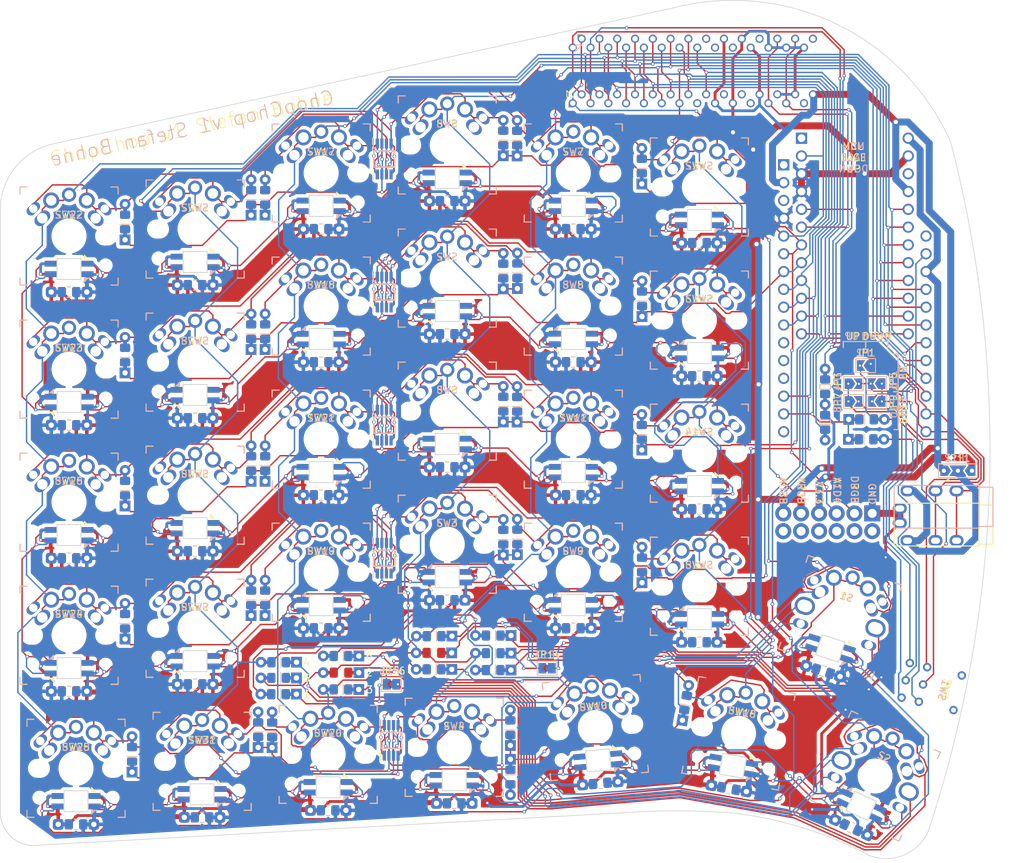
<source format=kicad_pcb>
(kicad_pcb (version 20211014) (generator pcbnew)
  (layers (0 "F.Cu" signal) (31 "B.Cu" signal) (34 "B.Paste" user) (35 "F.Paste" user) (36 "B.SilkS" user "B.Silkscreen") (37 "F.SilkS" user "F.Silkscreen") (38 "B.Mask" user) (39 "F.Mask" user) (44 "Edge.Cuts" user))
  (net 0 "")
  (net 1 "VRGB")
  (net 2 "GND")
  (net 3 "ROW1")
  (net 4 "DRGB")
  (net 5 "ROW2")
  (net 6 "ROW3")
  (net 7 "ROW4")
  (net 8 "Net-(D3-Pad1)")
  (net 9 "Net-(D4-Pad1)")
  (net 10 "Net-(D5-Pad1)")
  (net 11 "Net-(D7-Pad1)")
  (net 12 "Net-(D8-Pad1)")
  (net 13 "ROW5")
  (net 14 "Net-(D9-Pad1)")
  (net 15 "Net-(D12-Pad1)")
  (net 16 "Net-(D14-Pad1)")
  (net 17 "COL4")
  (net 18 "COL5")
  (net 19 "COL3")
  (net 20 "COL6")
  (net 21 "COL2")
  (net 22 "ROW6")
  (net 26 "unconnected-(IC3-Pad3)")
  (net 32 "unconnected-(IC4-Pad3)")
  (net 35 "unconnected-(IC6-Pad3)")
  (net 36 "unconnected-(IC7-Pad3)")
  (net 37 "/Row1/Key34/ROWD")
  (net 38 "/Row1/Key35/ROWD")
  (net 39 "unconnected-(IC5-Pad3)")
  (net 40 "/Row1/Key33/ROWD")
  (net 41 "/Row1/Key30/ROWD")
  (net 42 "/Row1/Key31/ROWD")
  (net 43 "/Row1/Key32/ROWD")
  (net 44 "LED_DIN")
  (net 45 "COL1")
  (net 46 "/Row2/Key34/ROWD")
  (net 47 "+3V3")
  (net 48 "/Row2/Key35/ROWD")
  (net 49 "SCL")
  (net 50 "SDA")
  (net 51 "/Row2/Key33/ROWD")
  (net 52 "/Row2/Key30/ROWD")
  (net 53 "/Row2/Key31/ROWD")
  (net 54 "/Row2/Key32/ROWD")
  (net 55 "ROW7")
  (net 56 "ROW8")
  (net 57 "/Row3/Key34/ROWD")
  (net 58 "/Row3/Key35/ROWD")
  (net 59 "/Row3/Key33/ROWD")
  (net 60 "/Row3/Key30/ROWD")
  (net 61 "/Row3/Key31/ROWD")
  (net 62 "/Row3/Key32/ROWD")
  (net 63 "EN")
  (net 64 "+5V")
  (net 74 "/Row5/Key34/ROWD")
  (net 75 "/Row5/Key35/ROWD")
  (net 76 "/Row5/Key33/ROWD")
  (net 77 "/Row5/Key30/ROWD")
  (net 78 "/Row5/Key31/ROWD")
  (net 79 "/Row5/Key32/ROWD")
  (net 80 "/Row4/Key34/ROWD")
  (net 81 "/Row4/Key35/ROWD")
  (net 82 "/Row4/Key33/ROWD")
  (net 83 "/Row4/Key30/ROWD")
  (net 84 "/Row4/Key31/ROWD")
  (net 85 "/Row4/Key32/ROWD")
  (net 86 "/Row2/DOUT")
  (net 87 "/Row1/DOUT")
  (net 88 "/Row3/DOUT")
  (net 89 "/Row4/DOUT")
  (net 90 "/Row5/DOUT")
  (net 91 "/Row5/Key30/DOUT")
  (net 92 "/Row5/Key30/DIN")
  (net 93 "/Row1/Key30/DOUT")
  (net 94 "/Row1/Key30/DIN")
  (net 95 "/Row4/Key30/DOUT")
  (net 96 "/Row4/Key30/DIN")
  (net 97 "/Row2/Key30/DOUT")
  (net 98 "/Row2/Key30/DIN")
  (net 99 "/Row3/Key30/DOUT")
  (net 100 "/Row3/Key30/DIN")
  (net 101 "/Row5/Key31/DIN")
  (net 102 "/Row1/Key31/DIN")
  (net 103 "/Row3/Key31/DIN")
  (net 104 "/Row4/Key31/DIN")
  (net 105 "/Row2/Key31/DIN")
  (net 106 "/Row2/Key33/DOUT")
  (net 107 "/Row4/Key33/DOUT")
  (net 108 "/Row1/Key33/DOUT")
  (net 109 "/Row5/Key33/DOUT")
  (net 110 "/Row3/Key33/DOUT")
  (net 111 "/Row3/Key34/DIN")
  (net 112 "/Row4/Key34/DIN")
  (net 113 "/Row2/Key34/DIN")
  (net 114 "/Row5/Key34/DIN")
  (net 115 "/Row1/Key34/DIN")
  (net 116 "Net-(D1-Pad2)")
  (net 117 "Net-(D2-Pad2)")
  (net 118 "/key5way1/DOUT")
  (net 119 "/key5way/DOUT")
  (net 120 "Net-(D10-Pad1)")
  (net 121 "Net-(D11-Pad1)")
  (net 122 "Net-(D15-Pad1)")
  (net 123 "Net-(D16-Pad1)")
  (net 124 "Net-(JP3-Pad1)")
  (net 125 "Net-(JP10-Pad1)")
  (net 126 "Net-(JP11-Pad2)")
  (footprint "Stefan:D_0805_2012Metric_Pad1.18x1.45mm_HandSolder_Dual_Reversible" (layer "F.Cu") (at 184.54 87.087049)
    (fp_text reference "D1" hide)
    (fp_text value "D" hide)
  )
  (footprint "Stefan:SK6812-MINI-E_Reversible" (layer "F.Cu") (at 142.67 113.61 180)
    (fp_text reference "D130" hide)
    (fp_text value "SK6812MINI2" hide)
    (fp_line (start -1.7 -1.5) (end 1.7 -1.5) (layer "Edge.Cuts") (width 0.12))
    (fp_line (start -1.7 1.5) (end -1.7 -1.5) (layer "Edge.Cuts") (width 0.12))
    (fp_line (start 1.7 -1.5) (end 1.7 1.5) (layer "Edge.Cuts") (width 0.12))
    (fp_line (start 1.7 1.5) (end -1.7 1.5) (layer "Edge.Cuts") (width 0.12))
  )
  (footprint "Stefan:DIP794W56P254L3486H508Q28N" (layer "F.Cu") (at 159.1 37.977049 90)
    (fp_text reference "IC1" hide)
    (fp_text value "MCP23017-E_SP" hide)
  )
  (footprint "Stefan:SK6812-MINI-E_Reversible" (layer "F.Cu") (at 88.67 64.61)
    (fp_text reference "D128" hide)
    (fp_text value "SK6812MINI2" hide)
    (fp_line (start -1.7 1.5) (end -1.7 -1.5) (layer "Edge.Cuts") (width 0.12))
    (fp_line (start 1.7 -1.5) (end 1.7 1.5) (layer "Edge.Cuts") (width 0.12))
    (fp_line (start -1.7 -1.5) (end 1.7 -1.5) (layer "Edge.Cuts") (width 0.12))
    (fp_line (start 1.7 1.5) (end -1.7 1.5) (layer "Edge.Cuts") (width 0.12))
  )
  (footprint "Stefan:SW_MX_PG1350_reversible" (layer "F.Cu") (at 142.67 70.907049)
    (fp_text reference "SW8")
    (fp_text value "SW_Push")
  )
  (footprint "Stefan:SW_MX_PG1350_reversible" (layer "F.Cu") (at 89.67 135.907049)
    (fp_text reference "SW31")
    (fp_text value "SW_Push")
  )
  (footprint "Stefan:C_0805_2012Metric_Pad1.18x1.45mm_HandSolder_Dual_Reversible" (layer "F.Cu") (at 124.67 55.907049)
    (fp_text reference "C6" hide)
    (fp_text value "100nF" hide)
  )
  (footprint "Stefan:SW_MX_PG1350_reversible" (layer "F.Cu") (at 106.67 51.907049)
    (fp_text reference "SW17")
    (fp_text value "SW_Push")
  )
  (footprint "Jumper:SolderJumper-2_P1.3mm_Open_TrianglePad1.0x1.5mm" (layer "F.Cu") (at 186.015 84.527049 180)
    (fp_text reference "JP9")
    (fp_text value "SolderJumper_2_Open")
  )
  (footprint "Stefan:D_0805_2012Metric_Pad1.18x1.45mm_HandSolder_Dual_Reversible" (layer "F.Cu") (at 98.67 74.567049 90)
    (fp_text reference "D49" hide)
    (fp_text value "D" hide)
  )
  (footprint "Stefan:D_0805_2012Metric_Pad1.18x1.45mm_HandSolder_Dual_Reversible" (layer "F.Cu") (at 131.24 117.947049 180)
    (fp_text reference "D8" hide)
    (fp_text value "D" hide)
  )
  (footprint "Stefan:D_0805_2012Metric_Pad1.18x1.45mm_HandSolder_Dual_Reversible" (layer "F.Cu") (at 134.68 65.867049 90)
    (fp_text reference "D29" hide)
    (fp_text value "D" hide)
  )
  (footprint "Stefan:SK6812-MINI-E_Reversible" (layer "F.Cu") (at 125.67 138.61)
    (fp_text reference "D105" hide)
    (fp_text value "SK6812MINI2" hide)
    (fp_line (start -1.7 1.5) (end -1.7 -1.5) (layer "Edge.Cuts") (width 0.12))
    (fp_line (start 1.7 -1.5) (end 1.7 1.5) (layer "Edge.Cuts") (width 0.12))
    (fp_line (start -1.7 -1.5) (end 1.7 -1.5) (layer "Edge.Cuts") (width 0.12))
    (fp_line (start 1.7 1.5) (end -1.7 1.5) (layer "Edge.Cuts") (width 0.12))
  )
  (footprint "Stefan:D_0805_2012Metric_Pad1.18x1.45mm_HandSolder_Dual_Reversible" (layer "F.Cu") (at 152.48 69.867049 90)
    (fp_text reference "D39" hide)
    (fp_text value "D" hide)
  )
  (footprint "Stefan:SK6812-MINI-E_Reversible" (layer "F.Cu") (at 106.67 75.62 180)
    (fp_text reference "D103" hide)
    (fp_text value "SK6812MINI2" hide)
    (fp_line (start 1.7 1.5) (end -1.7 1.5) (layer "Edge.Cuts") (width 0.12))
    (fp_line (start 1.7 -1.5) (end 1.7 1.5) (layer "Edge.Cuts") (width 0.12))
    (fp_line (start -1.7 -1.5) (end 1.7 -1.5) (layer "Edge.Cuts") (width 0.12))
    (fp_line (start -1.7 1.5) (end -1.7 -1.5) (layer "Edge.Cuts") (width 0.12))
  )
  (footprint "Stefan:SK6812-MINI-E_Reversible" (layer "F.Cu") (at 160.67 58.61)
    (fp_text reference "D113" hide)
    (fp_text value "SK6812MINI2" hide)
    (fp_line (start -1.7 -1.5) (end 1.7 -1.5) (layer "Edge.Cuts") (width 0.12))
    (fp_line (start 1.7 -1.5) (end 1.7 1.5) (layer "Edge.Cuts") (width 0.12))
    (fp_line (start -1.7 1.5) (end -1.7 -1.5) (layer "Edge.Cuts") (width 0.12))
    (fp_line (start 1.7 1.5) (end -1.7 1.5) (layer "Edge.Cuts") (width 0.12))
  )
  (footprint "Stefan:D_0805_2012Metric_Pad1.18x1.45mm_HandSolder_Dual_Reversible" (layer "F.Cu") (at 79.67 134.907049 90)
    (fp_text reference "D63" hide)
    (fp_text value "D" hide)
  )
  (footprint "Stefan:D_0805_2012Metric_Pad1.18x1.45mm_HandSolder_Dual_Reversible" (layer "F.Cu") (at 184.48 89.927049)
    (fp_text reference "D2" hide)
    (fp_text value "D" hide)
  )
  (footprint "Stefan:D_0805_2012Metric_Pad1.18x1.45mm_HandSolder_Dual_Reversible" (layer "F.Cu") (at 96.67 55.388299 90)
    (fp_text reference "D67" hide)
    (fp_text value "D" hide)
  )
  (footprint "Stefan:C_0805_2012Metric_Pad1.18x1.45mm_HandSolder_Dual_Reversible" (layer "F.Cu") (at 106.67 116.907049 180)
    (fp_text reference "C20" hide)
    (fp_text value "100nF" hide)
  )
  (footprint "Stefan:SW_MX_PG1350_reversible" (layer "F.Cu") (at 142.67 108.907049)
    (fp_text reference "SW9")
    (fp_text value "SW_Push")
  )
  (footprint "Stefan:SW_MX_PG1350_reversible" (layer "F.Cu") (at 106.67 70.907049)
    (fp_text reference "SW18")
    (fp_text value "SW_Push")
  )
  (footprint "Jumper:SolderJumper-2_P1.3mm_Open_TrianglePad1.0x1.5mm" (layer "F.Cu") (at 186.005 81.977049 180)
    (fp_text reference "JP5")
    (fp_text value "SolderJumper_2_Open")
  )
  (footprint "Stefan:D_0805_2012Metric_Pad1.18x1.45mm_HandSolder_Dual_Reversible" (layer "F.Cu") (at 134.68 103.867049 90)
    (fp_text reference "D31" hide)
    (fp_text value "D" hide)
  )
  (footprint "Jumper:SolderJumper-2_P1.3mm_Open_TrianglePad1.0x1.5mm" (layer "F.Cu") (at 138.925 122.617049)
    (fp_text reference "JP14")
    (fp_text value "SolderJumper_2_Open")
  )
  (footprint "Stefan:D_0805_2012Metric_Pad1.18x1.45mm_HandSolder_Dual_Reversible" (layer "F.Cu") (at 134.65125 46.925799 90)
    (fp_text reference "D27" hide)
    (fp_text value "D" hide)
  )
  (footprint "Stefan:D_0805_2012Metric_Pad1.18x1.45mm_HandSolder_Dual_Reversible" (layer "F.Cu") (at 96.67 93.388299 90)
    (fp_text reference "D73" hide)
    (fp_text value "D" hide)
  )
  (footprint "Stefan:D_0805_2012Metric_Pad1.18x1.45mm_HandSolder_Dual_Reversible" (layer "F.Cu") (at 98.67 112.567049 90)
    (fp_text reference "D51" hide)
    (fp_text value "D" hide)
  )
  (footprint "Stefan:D_0805_2012Metric_Pad1.18x1.45mm_HandSolder_Dual_Reversible" (layer "F.Cu") (at 133.68 131.107049 90)
    (fp_text reference "D21" hide)
    (fp_text value "D" hide)
  )
  (footprint "Stefan:C_0805_2012Metric_Pad1.18x1.45mm_HandSolder_Dual_Reversible" (layer "F.Cu") (at 70.67 106.907049)
    (fp_text reference "C27" hide)
    (fp_text value "100nF" hide)
  )
  (footprint "Stefan:SK6812-MINI-E_Reversible" (layer "F.Cu") (at 146.23 135.78 5)
    (fp_text reference "D111" hide)
    (fp_text value "SK6812MINI2" hide)
    (fp_line (start -1.7 1.5) (end -1.7 -1.5) (layer "Edge.Cuts") (width 0.12))
    (fp_line (start 1.7 -1.5) (end 1.7 1.5) (layer "Edge.Cuts") (width 0.12))
    (fp_line (start -1.7 -1.5) (end 1.7 -1.5) (layer "Edge.Cuts") (width 0.12))
    (fp_line (start 1.7 1.5) (end -1.7 1.5) (layer "Edge.Cuts") (width 0.12))
  )
  (footprint "Stefan:C_0805_2012Metric_Pad1.18x1.45mm_HandSolder_Dual_Reversible" (layer "F.Cu") (at 125.67 141.907049)
    (fp_text reference "C5" hide)
    (fp_text value "100nF" hide)
  )
  (footprint "Stefan:SK6812-MINI-E_Reversible" (layer "F.Cu") (at 107.67 139.61)
    (fp_text reference "D121" hide)
    (fp_text value "SK6812MINI2" hide)
    (fp_line (start -1.7 1.5) (end -1.7 -1.5) (layer "Edge.Cuts") (width 0.12))
    (fp_line (start -1.7 -1.5) (end 1.7 -1.5) (layer "Edge.Cuts") (width 0.12))
    (fp_line (start 1.7 -1.5) (end 1.7 1.5) (layer "Edge.Cuts") (width 0.12))
    (fp_line (start 1.7 1.5) (end -1.7 1.5) (layer "Edge.Cuts") (width 0.12))
  )
  (footprint "Stefan:D_0805_2012Metric_Pad1.18x1.45mm_HandSolder_Dual_Reversible" (layer "F.Cu") (at 100.6125 121.757049 180)
    (fp_text reference "D15" hide)
    (fp_text value "D" hide)
  )
  (footprint "Stefan:SW_MX_PG1350_reversible" (layer "F.Cu") (at 70.67 79.907049)
    (fp_text reference "SW23")
    (fp_text value "SW_Push")
  )
  (footprint "Stefan:SW_MX_PG1350_reversible" (layer "F.Cu") (at 160.67 110.907049)
    (fp_text reference "SW15")
    (fp_text value "SW_Push")
  )
  (footprint "Stefan:C_0805_2012Metric_Pad1.18x1.45mm_HandSolder_Dual_Reversible" (layer "F.Cu") (at 89.67 143.907049)
    (fp_text reference "C32" hide)
    (fp_text value "100nF" hide)
  )
  (footprint "Stefan:D_0805_2012Metric_Pad1.18x1.45mm_HandSolder_Dual_Reversible" (layer "F.Cu") (at 96.67 112.567049 90)
    (fp_text reference "D71" hide)
    (fp_text value "D" hide)
  )
  (footprint "Stefan:D_0805_2012Metric_Pad1.18x1.45mm_HandSolder_Dual_Reversible" (layer "F.Cu") (at 133.69 138.157049 -90)
    (fp_text reference "D33" hide)
    (fp_text value "D" hide)
  )
  (footprint "Stefan:SK6812-MINI-E_Reversible" (layer "F.Cu") (at 183.78 142.26 155)
    (fp_text reference "D102" hide)
    (fp_text value "SK6812MINI2" hide)
    (fp_line (start -1.7 1.5) (end -1.7 -1.5) (layer "Edge.Cuts") (width 0.12))
    (fp_line (start 1.7 -1.5) (end 1.7 1.5) (layer "Edge.Cuts") (width 0.12))
    (fp_line (start 1.7 1.5) (end -1.7 1.5) (layer "Edge.Cuts") (width 0.12))
    (fp_line (start -1.7 -1.5) (end 1.7 -1.5) (layer "Edge.Cuts") (width 0.12))
  )
  (footprint "Stefan:SW_MX_PG1350_reversible" (layer "F.Cu") (at 166.27 131.907049 -10)
    (fp_text reference "SW16")
    (fp_text value "SW_Push")
  )
  (footprint "Stefan:C_0805_2012Metric_Pad1.18x1.45mm_HandSolder_Dual_Reversible" (layer "F.Cu") (at 178.334282 123.032156 -17.5)
    (fp_text reference "C1" hide)
    (fp_text value "100nF" hide)
  )
  (footprint "Stefan:SW_MX_PG1350_reversible" (layer "F.Cu") (at 142.67 51.907049)
    (fp_text reference "SW7")
    (fp_text value "SW_Push")
  )
  (footprint "Stefan:R_0805_2012Metric_Pad1.18x1.45mm_HandSolder_Dual_Reversible" (layer "F.Cu") (at 178.62 87.504549 -90)
    (fp_text reference "R2" hide)
    (fp_text value "4.7k" hide)
  )
  (footprint "Stefan:D_0805_2012Metric_Pad1.18x1.45mm_HandSolder_Dual_Reversible" (layer "F.Cu") (at 132.67 103.907049 90)
    (fp_text reference "D19" hide)
    (fp_text value "D" hide)
  )
  (footprint "Stefan:SK6812-MINI-E_Reversible" (layer "F.Cu") (at 70.67 103.61)
    (fp_text reference "D127" hide)
    (fp_text value "SK6812MINI2" hide)
    (fp_line (start 1.7 1.5) (end -1.7 1.5) (layer "Edge.Cuts") (width 0.12))
    (fp_line (start 1.7 -1.5) (end 1.7 1.5) (layer "Edge.Cuts") (width 0.12))
    (fp_line (start -1.7 -1.5) (end 1.7 -1.5) (layer "Edge.Cuts") (width 0.12))
    (fp_line (start -1.7 1.5) (end -1.7 -1.5) (layer "Edge.Cuts") (width 0.12))
  )
  (footprint "Stefan:C_0805_2012Metric_Pad1.18x1.45mm_HandSolder_Dual_Reversible" (layer "F.Cu") (at 88.67 124.907049 180)
    (fp_text reference "C30" hide)
    (fp_text value "100nF" hide)
  )
  (footprint "Jumper:SolderJumper-2_P1.3mm_Open_TrianglePad1.0x1.5mm" (layer "F.Cu") (at 182.66 81.997049)
    (fp_text reference "JP3")
    (fp_text value "SolderJumper_2_Open")
  )
  (footprint "Stefan:D_0805_2012Metric_Pad1.18x1.45mm_HandSolder_Dual_Reversible" (layer "F.Cu") (at 132.67 46.907049 90)
    (fp_text reference "D23" hide)
    (fp_text value "D" hide)
  )
  (footprint "Jumper:SolderJumper-3_P2.0mm_Open_TrianglePad1.0x1.5mm" (layer "F.Cu") (at 197.58 94.417049)
    (fp_text reference "JP11")
    (fp_text value "Jumper_3_Bridged12")
  )
  (footprint "Stefan:SK6812-MINI-E_Reversible" (layer "F.Cu") (at 70.67 122.6 180)
    (fp_text reference "D116" hide)
    (fp_text value "SK6812MINI2" hide)
    (fp_line (start 1.7 -1.5) (end 1.7 1.5) (layer "Edge.Cuts") (width 0.12))
    (fp_line (start -1.7 1.5) (end -1.7 -1.5) (layer "Edge.Cuts") (width 0.12))
    (fp_line (start -1.7 -1.5) (end 1.7 -1.5) (layer "Edge.Cuts") (width 0.12))
    (fp_line (start 1.7 1.5) (end -1.7 1.5) (layer "Edge.Cuts") (width 0.12))
  )
  (footprint "Stefan:C_0805_2012Metric_Pad1.18x1.45mm_HandSolder_Dual_Reversible" (layer "F.Cu") (at 70.67 68.907049)
    (fp_text reference "C23" hide)
    (fp_text value "100nF" hide)
  )
  (footprint "Stefan:SK6812-MINI-E_Reversible" (layer "F.Cu") (at 160.67 96.61)
    (fp_text reference "D115" hide)
    (fp_text value "SK6812MINI2" hide)
    (fp_line (start 1.7 1.5) (end -1.7 1.5) (layer "Edge.Cuts") (width 0.12))
    (fp_line (start 1.7 -1.5) (end 1.7 1.5) (layer "Edge.Cuts") (width 0.12))
    (fp_line (start -1.7 1.5) (end -1.7 -1.5) (layer "Edge.Cuts") (width 0.12))
    (fp_line (start -1.7 -1.5) (end 1.7 -1.5) (layer "Edge.Cuts") (width 0.12))
  )
  (footprint "Stefan:SW_MX_PG1350_reversible" (layer "F.Cu") (at 124.67 66.907049)
    (fp_text reference "SW2")
    (fp_text value "SW_Push")
  )
  (footprint "Stefan:SK6812-MINI-E_Reversible" (layer "F.Cu") (at 106.67 56.61)
    (fp_text reference "D118" hide)
    (fp_text value "SK6812MINI2" hide)
    (fp_line (start 1.7 1.5) (end -1.7 1.5) (layer "Edge.Cuts") (width 0.12))
    (fp_line (start -1.7 1.5) (end -1.7 -1.5) (layer "Edge.Cuts") (width 0.12))
    (fp_line (start 1.7 -1.5) (end 1.7 1.5) (layer "Edge.Cuts") (width 0.12))
    (fp_line (start -1.7 -1.5) (end 1.7 -1.5) (layer "Edge.Cuts") (width 0.12))
  )
  (footprint "Stefan:SW_MX_PG1350_reversible" (layer "F.Cu") (at 88.67 59.907049)
    (fp_text reference "SW27")
    (fp_text value "SW_Push")
  )
  (footprint "Stefan:R_0805_2012Metric_Pad1.18x1.45mm_HandSolder_Dual_Reversible" (layer "F.Cu") (at 178.62 82.427049 90)
    (fp_text reference "R1" hide)
    (fp_text value "4.7k" hide)
  )
  (footprint "Stefan:SW_MX_PG1350_reversible" (layer "F.Cu") (at 88.67 97.907049)
    (fp_text reference "SW30")
    (fp_text value "SW_Push")
  )
  (footprint "Stefan:D_0805_2012Metric_Pad1.18x1.45mm_HandSolder_Dual" (layer "F.Cu") (at 122.77 120.417049 180)
    (fp_text reference "D3" hide)
    (fp_text value "D" hide)
  )
  (footprint "Stefan:C_0805_2012Metric_Pad1.18x1.45mm_HandSolder_Dual_Reversible" (layer "F.Cu") (at 164.880814 139.785511 -10)
    (fp_text reference "C17" hide)
    (fp_text value "100nF" hide)
  )
  (footprint "Stefan:SK6812-MINI-E_Reversible" (layer "F.Cu") (at 179.36 119.79 -17.5)
    (fp_text reference "D101" hide)
    (fp_text value "SK6812MINI2" hide)
    (fp_line (start -1.7 1.5) (end -1.7 -1.5) (layer "Edge.Cuts") (width 0.12))
    (fp_line (start 1.7 1.5) (end -1.7 1.5) (layer "Edge.Cuts") (width 0.12))
    (fp_line (start 1.7 -1.5) (end 1.7 1.5) (layer "Edge.Cuts") (width 0.12))
    (fp_line (start -1.7 -1.5) (end 1.7 -1.5) (layer "Edge.Cuts") (width 0.12))
  )
  (footprint "Stefan:C_0805_2012Metric_Pad1.18x1.45mm_HandSolder_Dual_Reversible" (layer "F.Cu") (at 71.67 144.907049)
    (fp_text reference "C26" hide)
    (fp_text value "100nF" hide)
  )
  (footprint "Stefan:C_0805_2012Metric_Pad1.18x1.45mm_HandSolder_Dual_Reversible" (layer "F.Cu") (at 106.67 97.907049)
    (fp_text reference "C22" hide)
    (fp_text value "100nF" hide)
  )
  (footprint "Stefan:C_0805_2012Metric_Pad1.18x1.45mm_HandSolder_Dual_Reversible" (layer "F.Cu") (at 107.67 142.907049)
    (fp_text reference "C21" hide)
    (fp_text value "100nF" hide)
  )
  (footprint "Stefan:C_0805_2012Metric_Pad1.18x1.45mm_HandSolder_Dual_Reversible" (layer "F.Cu") (at 106.67 59.907049)
    (fp_text reference "C18" hide)
    (fp_text value "100nF" hide)
  )
  (footprint "Stefan:SK6812-MINI-E_Reversible" (layer "F.Cu") (at 142.68 75.605 180)
    (fp_text reference "D129" hide)
    (fp_text value "SK6812MINI2" hide)
    (fp_line (start 1.7 1.5) (end -1.7 1.5) (layer "Edge.Cuts") (width 0.12))
    (fp_line (start -1.7 -1.5) (end 1.7 -1.5) (layer "Edge.Cuts") (width 0.12))
    (fp_line (start 1.7 -1.5) (end 1.7 1.5) (layer "Edge.Cuts") (width 0.12))
    (fp_line (start -1.7 1.5) (end -1.7 -1.5) (layer "Edge.Cuts") (width 0.12))
  )
  (footprint "Stefan:SW_MX_PG1350_reversible" (layer "F.Cu") (at 142.67 89.907049)
    (fp_text reference "SW11")
    (fp_text value "SW_Push")
  )
  (footprint "Stefan:C_0805_2012Metric_Pad1.18x1.45mm_HandSolder_Dual_Reversible" (layer "F.Cu") (at 124.67 93.907049)
    (fp_text reference "C7" hide)
    (fp_text value "100nF" hide)
  )
  (footprint "Stefan:SW_MX_PG1350_reversible" (layer "F.Cu") (at 160.67 53.907049)
    (fp_text reference "SW12")
    (fp_text value "SW_Push")
  )
  (footprint "Stefan:SK6812-MINI-E_Reversible" (layer "F.Cu") (at 160.67 77.61 180)
    (fp_text reference "D124" hide)
    (fp_text value "SK6812MINI2" hide)
    (fp_line (start -1.7 1.5) (end -1.7 -1.5) (layer "Edge.Cuts") (width 0.12))
    (fp_line (start 1.7 1.5) (end -1.7 1.5) (layer "Edge.Cuts") (width 0.12))
    (fp_line (start 1.7 -1.5) (end 1.7 1.5) (layer "Edge.Cuts") (width 0.12))
    (fp_line (start -1.7 -1.5) (end 1.7 -1.5) (layer "Edge.Cuts") (width 0.12))
  )
  (footprint "Stefan:SW_MX_PG1350_reversible" (layer "F.Cu") (at 70.67 117.907049)
    (fp_text reference "SW24")
    (fp_text value "SW_Push")
  )
  (footprint "Stefan:SK6812-MINI-E_Reversible" (layer "F.Cu") (at 160.67 115.61 180)
    (fp_text reference "D125" hide)
    (fp_text value "SK6812MINI2" hide)
    (fp_line (start 1.7 1.5) (end -1.7 1.5) (layer "Edge.Cuts") (width 0.12))
    (fp_line (start -1.7 -1.5) (end 1.7 -1.5) (layer "Edge.Cuts") (width 0.12))
    (fp_line (start 1.7 -1.5) (end 1.7 1.5) (layer "Edge.Cuts") (width 0.12))
    (fp_line (start -1.7 1.5) (end -1.7 -1.5) (layer "Edge.Cuts") (width 0.12))
  )
  (footprint "Stefan:C_0805_2012Metric_Pad1.18x1.45mm_HandSolder_Dual_Reversible" (layer "F.Cu") (at 124.67 74.907049 180)
    (fp_text reference "C3" hide)
    (fp_text value "100nF" hide)
  )
  (footprint "Stefan:D_0805_2012Metric_Pad1.18x1.45mm_HandSolder_Dual_Reversible" (layer "F.Cu") (at 78.67 77.907049 90)
    (fp_text reference "D59" hide)
    (fp_text value "D" hide)
  )
  (footprint "Stefan:C_0805_2012Metric_Pad1.18x1.45mm_HandSolder_Dual_Reversible" (layer "F.Cu") (at 124.67 112.907049 180)
    (fp_text reference "C4" hide)
    (fp_text value "100nF" hide)
  )
  (footprint "Stefan:SK6812-MINI-E_Reversible" (layer "F.Cu") (at 88.67 83.61 180)
    (fp_text reference "D109" hide)
    (fp_text value "SK6812MINI2" hide)
    (fp_line (start -1.7 1.5) (end -1.7 -1.5) (layer "Edge.Cuts") (width 0.12))
    (fp_line (start 1.7 1.5) (end -1.7 1.5) (layer "Edge.Cuts") (width 0.12))
    (fp_line (start -1.7 -1.5) (end 1.7 -1.5) (layer "Edge.Cuts") (width 0.12))
    (fp_line (start 1.7 -1.5) (end 1.7 1.5) (layer "Edge.Cuts") (width 0.12))
  )
  (footprint "Stefan:SW_MX_PG1350_reversible" (layer "F.Cu") (at 124.67 85.907049)
    (fp_text reference "SW6")
    (fp_text value "SW_Push")
  )
  (footprint "Stefan:SK6812-MINI-E_Reversible" (layer "F.Cu") (at 70.68 84.605 180)
    (fp_text reference "D114" hide)
    (fp_text value "SK6812MINI2" hide)
    (fp_line (start -1.7 1.5) (end -1.7 -1.5) (layer "Edge.Cuts") (width 0.12))
    (fp_line (start -1.7 -1.5) (end 1.7 -1.5) (layer "Edge.Cuts") (width 0.12))
    (fp_line (start 1.7 1.5) (end -1.7 1.5) (layer "Edge.Cuts") (width 0.12))
    (fp_line (start 1.7 -1.5) (end 1.7 1.5) (layer "Edge.Cuts") (width 0.12))
  )
  (footprint "Stefan:D_0805_2012Metric_Pad1.18x1.45mm_HandSolder_Dual_Reversible" (layer "F.Cu") (at 109.5 125.647049 180)
    (fp_text reference "D12" hide)
    (fp_text value "D" hide)
  )
  (footprint "Stefan:D_0805_2012Metric_Pad1.18x1.45mm_HandSolder_Dual_Reversible" (layer "F.Cu") (at 122.78 122.777049 180)
    (fp_text reference "D5" hide)
    (fp_text value "D" hide)
  )
  (footprint "Stefan:SW_MX_PG1350_reversible" (layer "F.Cu") (at 70.67 98.907049)
    (fp_text reference "SW26")
    (fp_text value "SW_Push")
  )
  (footprint "Stefan:SW_MX_PG1350_reversible" (layer "F.Cu") (at 124.67 47.907049)
    (fp_text reference "SW5")
    (fp_text value "SW_Push")
  )
  (footprint "Stefan:D_0805_2012Metric_Pad1.18x1.45mm_HandSolder_Dual_Reversible" (layer "F.Cu") (at 122.8 118.037049 180)
    (fp_text reference "D7" hide)
    (fp_text value "D" hide)
  )
  (footprint "Stefan:C_0805_2012Metric_Pad1.18x1.45mm_HandSolder_Dual_Reversible" (layer "F.Cu") (at 142.67 97.907049)
    (fp_text reference "C12" hide)
    (fp_text value "100nF" hide)
  )
  (footprint "Stefan:Adafruit_Feather" (layer "F.Cu") (at 172.71 50.747049)
    (fp_text reference "U2" hide)
    (fp_text value "Adafruit_Feather_32u4_BluefruitLE")
  )
  (footprint "Stefan:SW_MX_PG1350_SKQU_reversible" (layer "F.Cu") (at 185.77 138.007049 -25)
    (fp_text reference "S2")
    (fp_text value "2/5SW")
  )
  (footprint "Stefan:D_0805_2012Metric_Pad1.18x1.45mm_HandSolder_Dual_Reversible" (layer "F.Cu") (at 132.67 65.907049 90)
    (fp_text reference "D17" hide)
    (fp_text value "D" hide)
  )
  (footprint "Stefan:D_0805_2012Metric_Pad1.18x1.45mm_HandSolder_Dual_Reversible" (layer "F.Cu") (at 97.67 131.388299 90)
    (fp_text reference "D75" hide)
    (fp_text value "D" hide)
  )
  (footprint "promicro:ProMicro-NoSilk" (layer "F.Cu") (at 182.87 60.907049 -90)
    (fp_text reference "U3" hide)
    (fp_text value "ProMicro")
  )
  (footprint "Stefan:D_0805_2012Metric_Pad1.18x1.45mm_HandSolder_Dual_Reversible" (layer "F.Cu") (at 98.67 55.388299 90)
    (fp_text reference "D47" hide)
    (fp_text value "D" hide)
  )
  (footprint "Stefan:SK6812-MINI-E_Reversible" (layer "F.Cu") (at 106.67 113.61 180)
    (fp_text reference "D104" hide)
    (fp_text value "SK6812MINI2" hide)
    (fp_line (start -1.7 -1.5) (end 1.7 -1.5) (layer "Edge.Cuts") (width 0.12))
    (fp_line (start 1.7 1.5) (end -1.7 1.5) (layer "Edge.Cuts") (width 0.12))
    (fp_line (start 1.7 -1.5) (end 1.7 1.5) (layer "Edge.Cuts") (width 0.12))
    (fp_line (start -1.7 1.5) (end -1.7 -1.5) (layer "Edge.Cuts") (width 0.12))
  )
  (footprint "Stefan:D_0805_2012Metric_Pad1.18x1.45mm_HandSolder_Dual_Reversible" (layer "F.Cu") (at 96.67 74.567049 90)
    (fp_text reference "D69" hide)
    (fp_text value "D" hide)
  )
  (footprint "Stefan:SK6812-MINI-E_Reversible" (layer "F.Cu") (at 88.67 102.62)
    (fp_text reference "D131" hide)
    (fp_text value "SK6812MINI2" hide)
    (fp_line (start -1.7 -1.5) (end 1.7 -1.5) (layer "Edge.Cuts") (width 0.12))
    (fp_line (start -1.7 1.5) (end -1.7 -1.5) (layer "Edge.Cuts") (width 0.12))
    (fp_line (start 1.7 1.5) (end -1.7 1.5) (layer "Edge.Cuts") (width 0.12))
    (fp_line (start 1.7 -1.5) (end 1.7 1.5) (layer "Edge.Cuts") (width 0.12))
  )
  (footprint "Stefan:SW_MX_PG1350_reversible" (layer "F.Cu") (at 88.67 116.907049)
    (fp_text reference "SW29")
    (fp_text value "SW_Push")
  )
  (footprint "Stefan:SW_MX_PG1350_reversible" (layer "F.Cu") (at 106.67 108.907049)
    (fp_text reference "SW19")
    (fp_text value "SW_Push")
  )
  (footprint "Stefan:SW_MX_PG1350_reversible" (layer "F.Cu") (at 106.67 89.907049)
    (fp_text reference "SW21")
    (fp_text value "SW_Push")
  )
  (footprint "Stefan:C_0805_2012Metric_Pad1.18x1.45mm_HandSolder_Dual_Reversible" (layer "F.Cu") (at 106.67 78.907049 180)
    (fp_text reference "C19" hide)
    (fp_text value "100nF" hide)
  )
  (footprint "Stefan:SW_MX_PG1350_reversible" (layer "F.Cu") (at 88.67 78.907049)
    (fp_text reference "SW28")
    (fp_text value "SW_Push")
  )
  (footprint "Stefan:D_0805_2012Metric_Pad1.18x1.45mm_HandSolder_Dual_Reversible" (layer "F.Cu") (at 78.67 58.907049 90)
    (fp_text reference "D57" hide)
    (fp_text value "D" hide)
  )
  (footprint "Stefan:C_0805_2012Metric_Pad1.18x1.45mm_HandSolder_Dual_Reversible" (layer "F.Cu") (at 88.67 67.907049)
    (fp_text reference "C28" hide)
    (fp_text value "100nF" hide)
  )
  (footprint "Stefan:SK6812-MINI-E_Reversible" (layer "F.Cu") (at 142.67 94.61)
    (fp_text reference "D112" hide)
    (fp_text value "SK6812MINI2" hide)
    (fp_line (start 1.7 1.5) (end -1.7 1.5) (layer "Edge.Cuts") (width 0.12))
    (fp_line (start -1.7 1.5) (end -1.7 -1.5) (layer "Edge.Cuts") (width 0.12))
    (fp_line (start -1.7 -1.5) (end 1.7 -1.5) (layer "Edge.Cuts") (width 0.12))
    (fp_line (start 1.7 -1.5) (end 1.7 1.5) (layer "Edge.Cuts") (width 0.12))
  )
  (footprint "Stefan:C_0805_2012Metric_Pad1.18x1.45mm_HandSolder_Dual_Reversible" (layer "F.Cu") (at 70.67 125.907049 180)
    (fp_text reference "C25" hide)
    (fp_text value "100nF" hide)
  )
  (footprint "Stefan:SW_MX_PG1350_reversible" (layer "F.Cu") (at 71.67 136.907049)
    (fp_text reference "SW25")
    (fp_text value "SW_Push")
  )
  (footprint "Stefan:Testarea" (layer "F.Cu") (at 180.27 100.507049 180)
    (fp_text reference "U1" hide)
    (fp_text value "Testarea")
  )
  (footprint "Stefan:SK6812-MINI-E_Reversible" (layer "F.Cu") (at 165.45 136.54 -10)
    (fp_text reference "D117" hide)
    (fp_text value "SK6812MINI2" hide)
    (fp_line (start -1.7 -1.5) (end 1.7 -1.5) (layer "Edge.Cuts") (width 0.12))
    (fp_line (start 1.7 1.5) (end -1.7 1.5) (layer "Edge.Cuts") (width 0.12))
    (fp_line (start -1.7 1.5) (end -1.7 -1.5) (layer "Edge.Cuts") (width 0.12))
    (fp_line (start 1.7 -1.5) (end 1.7 1.5) (layer "Edge.Cuts") (width 0.12))
  )
  (footprint "Stefan:C_0805_2012Metric_Pad1.18x1.45mm_HandSolder_Dual_Reversible" (layer "F.Cu") (at 182.346792 145.348142 155)
    (fp_text reference "C2" hide)
    (fp_text value "100nF" hide)
  )
  (footprint "Stefan:SW_MX_PG1350_reversible" (layer "F.Cu") (at 145.820643 131.086204 5)
    (fp_text reference "SW10")
    (fp_text value "SW_Push")
  )
  (footprint "Stefan:SK6812-MINI-E_Reversible" (layer "F.Cu") (at 70.67 65.61)
    (fp_text reference "D123" hide)
    (fp_text value "SK6812MINI2" hide)
    (fp_line (start 1.7 -1.5) (end 1.7 1.5) (layer "Edge.Cuts") (width 0.12))
    (fp_line (start 1.7 1.5) (end -1.7 1.5) (layer "Edge.Cuts") (width 0.12))
    (fp_line (start -1.7 1.5) (end -1.7 -1.5) (layer "Edge.Cuts") (width 0.12))
    (fp_line (start -1.7 -1.5) (end 1.7 -1.5) (layer "Edge.Cuts") (width 0.12))
  )
  (footprint "Stefan:A9TS220012" (layer "F.Cu") (at 193.194912 122.464548 166.5)
    (fp_text reference "SW1")
    (fp_text value "SW_Push_DPDT" hide)
  )
  (footprint "Stefan:C_0805_2012Metric_Pad1.18x1.45mm_HandSolder_Dual_Reversible" (layer "F.Cu") (at 160.67 118.907049 180)
    (fp_text reference "C16" hide)
    (fp_text value "100nF" hide)
  )
  (footprint "Stefan:D_0805_2012Metric_Pad1.18x1.45mm_HandSolder_Dual_Reversible" (layer "F.Cu") (at 78.67 115.907049 90)
    (fp_text reference "D61" hide)
    (fp_text value "D" hide)
  )
  (footprint "Jumper:SolderJumper-2_P1.3mm_Open_TrianglePad1.0x1.5mm" (layer "F.Cu") (at 184.405 79.397049 180)
    (fp_text reference "JP1")
    (fp_text value "SolderJumper_2_Open")
  )
  (footprint "Stefan:C_0805_2012Metric_Pad1.18x1.45mm_HandSolder_Dual_Reversible" (layer "F.Cu") (at 160.67 80.907049 180)
    (fp_text reference "C14" hide)
    (fp_text value "100nF" hide)
  )
  (footprint "Stefan:C_0805_2012Metric_Pad1.18x1.45mm_HandSolder_Dual_Reversible" (layer "F.Cu") (at 88.67 105.907049)
    (fp_text reference "C31" hide)
    (fp_text value "100nF" hide)
  )
  (footprint "Jumper:SolderJumper-2_P1.3mm_Open_TrianglePad1.0x1.5mm" (layer "F.Cu") (at 182.675 84.527049)
    (fp_text reference "JP7")
    (fp_text value "SolderJumper_2_Open")
  )
  (footprint "Stefan:SK6812-MINI-E_Reversible" (layer "F.Cu") (at 88.67 121.61 180)
    (fp_text reference "D110" hide)
    (fp_text value "SK6812MINI2" hide)
    (fp_line (start -1.7 -1.5) (end 1.7 -1.5) (layer "Edge.Cuts") (width 0.12))
    (fp_line (start 1.7 1.5) (end -1.7 1.5) (layer "Edge.Cuts") (width 0.12))
    (fp_line (start -1.7 1.5) (end -1.7 -1.5) (layer "Edge.Cuts") (width 0.12))
    (fp_line (start 1.7 -1.5) (end 1.7 1.5) (layer "Edge.Cuts") (width 0.12))
  )
  (footprint "Stefan:D_0805_2012Metric_Pad1.18x1.45mm_HandSolder_Dual" (layer "F.Cu") (at 109.51 123.247049 180)
    (fp_text reference "D10" hide)
    (fp_text value "D" hide)
  )
  (footprint "Stefan:C_0805_2012Metric_Pad1.18x1.45mm_HandSolder_Dual_Reversible" (layer "F.Cu") (at 146.517889 139.055762 5)
    (fp_text reference "C11" hide)
    (fp_text value "100nF" hide)
  )
  (footprint "Stefan:SK6812-MINI-E_Reversible" (layer "F.Cu") (at 71.67 141.61)
    (fp_text reference "D126" hide)
    (fp_text value "SK6812MINI2" hide)
    (fp_line (start 1.7 -1.5) (end 1.7 1.5) (layer "Edge.Cuts") (width 0.12))
    (fp_line (start -1.7 1.5) (end -1.7 -1.5) (layer "Edge.Cuts") (width 0.12))
    (fp_line (start -1.7 -1.5) (end 1.7 -1.5) (layer "Edge.Cuts") (width 0.12))
    (fp_line (start 1.7 1.5) (end -1.7 1.5) (layer "Edge.Cuts") (width 0.12))
  )
  (footprint "Stefan:SK6812-MINI-E_Reversible" (layer "F.Cu") (at 124.67 109.61 180)
    (fp_text reference "D120" hide)
    (fp_text value "SK6812MINI2" hide)
    (fp_line (start -1.7 1.5) (end -1.7 -1.5) (layer "Edge.Cuts") (width 0.12))
    (fp_line (start 1.7 1.5) (end -1.7 1.5) (layer "Edge.Cuts") (width 0.12))
    (fp_line (start 1.7 -1.5) (end 1.7 1.5) (layer "Edge.Cuts") (width 0.12))
    (fp_line (start -1.7 -1.5) (end 1.7 -1.5) (layer "Edge.Cuts") (width 0.12))
  )
  (footprint "Stefan:D_0805_2012Metric_Pad1.18x1.45mm_HandSolder_Dual_Reversible" (layer "F.Cu") (at 99.67 131.407049 90)
    (fp_text reference "D53" hide)
    (fp_text value "D" hide)
  )
  (footprint "Stefan:SK6812-MINI-E_Reversible" (layer "F.Cu") (at 124.67 90.6)
    (fp_text reference "D107" hide)
    (fp_text value "SK6812MINI2" hide)
    (fp_line (start 1.7 -1.5) (end 1.7 1.5) (layer "Edge.Cuts") (width 0.12))
    (fp_line (start 1.7 1.5) (end -1.7 1.5) (layer "Edge.Cuts") (width 0.12))
    (fp_line (start -1.7 -1.5) (end 1.7 -1.5) (layer "Edge.Cuts") (width 0.12))
    (fp_line (start -1.7 1.5) (end -1.7 -1.5) (layer "Edge.Cuts") (width 0.12))
  )
  (footprint "Stefan:D_0805_2012Metric_Pad1.18x1.45mm_HandSolder_Dual_Reversible" (layer "F.Cu") (at 152.48 107.867049 90)
    (fp_text reference "D43" hide)
    (fp_text value "D" hide)
  )
  (footprint "Stefan:SK6812-MINI-E_Reversible" (layer "F.Cu") (at 106.67 94.61)
    (fp_text reference "D122" hide)
    (fp_text value "SK6812MINI2" hide)
    (fp_line (start 1.7 1.5) (end -1.7 1.5) (layer "Edge.Cuts") (width 0.12))
    (fp_line (start 1.7 -1.5) (end 1.7 1.5) (layer "Edge.Cuts") (width 0.12))
    (fp_line (start -1.7 1.5) (end -1.7 -1.5) (layer "Edge.Cuts") (width 0.12))
    (fp_line (start -1.7 -1.5) (end 1.7 -1.5) (layer "Edge.Cuts") (width 0.12))
  )
  (footprint "Stefan:D_0805_2012Metric_Pad1.18x1.45mm_HandSolder_Dual_Reversible" (layer "F.Cu") (at 78.67 96.907049 90)
    (fp_text reference "D65" hide)
    (fp_text value "D" hide)
  )
  (footprint "Stefan:C_0805_2012Metric_Pad1.18x1.45mm_HandSolder_Dual_Reversible" (layer "F.Cu") (at 160.67 99.907049)
    (fp_text reference "C15" hide)
    (fp_text value "100nF" hide)
  )
  (footprint "Stefan:D_0805_2012Metric_Pad1.18x1.45mm_HandSolder_Dual_Reversible" (layer "F.Cu") (at 132.67 84.907049 90)
    (fp_text reference "D25" hide)
    (fp_text value "D" hide)
  )
  (footprint "Stefan:C_0805_2012Metric_Pad1.18x1.45mm_HandSolder_Dual_Reversible" (layer "F.Cu") (at 142.67 59.907049)
    (fp_text reference "C8" hide)
    (fp_text value "100nF" hide)
  )
  (footprint "Stefan:C_0805_2012Metric_Pad1.18x1.45mm_HandSolder_Dual_Reversible" (layer "F.Cu") (at 160.67 61.907049)
    (fp_text reference "C13" hide)
    (fp_text value "100nF" hide)
  )
  (footprint "Stefan:SK6812-MINI-E_Reversible" (layer "F.Cu") (at 124.69 71.62 180)
    (fp_text reference "D119" hide)
    (fp_text value "SK6812MINI2" hide)
    (fp_line (start -1.7 -1.5) (end 1.7 -1.5) (layer "Edge.Cuts") (width 0.12))
    (fp_line (start 1.7 1.5) (end -1.7 1.5) (layer "Edge.Cuts") (width 0.12))
    (fp_line (start -1.7 1.5) (end -1.7 -1.5) (layer "Edge.Cuts") (width 0.12))
    (fp_line (start 1.7 -1.5) (end 1.7 1.5) (layer "Edge.Cuts") (width 0.12))
  )
  (footprint "Stefan:C_0805_2012Metric_Pad1.18x1.45mm_HandSolder_Dual_Reversible" (layer "F.Cu") (at 142.67 78.907049 180)
    (fp_text reference "C9" hide)
    (fp_text value "100nF" hide)
  )
  (footprint "Stefan:C_0805_2012Metric_Pad1.18x1.45mm_HandSolder_Dual_Reversible" (layer "F.Cu") (at 88.67 86.907049 180)
    (fp_text reference "C29" hide)
    (fp_text value "100nF" hide)
  )
  (footprint "Stefan:SW_MX_PG1350_reversible" (layer "F.Cu") (at 124.67 104.907049)
    (fp_text reference "SW3")
    (fp_text value "SW_Push")
  )
  (footprint "Stefan:D_0805_2012Metric_Pad1.18x1.45mm_HandSolder_Dual_Reversible" (layer "F.Cu") (at 158.693799 127.54392 80)
    (fp_text reference "D45" hide)
    (fp_text value "D" hide)
  )
  (footprint "Stefan:D_0805_2012Metric_Pad1.18x1.45mm_HandSolder_Dual_Reversible" (layer "F.Cu") (at 152.45125 50.925799 90)
    (fp_text reference "D37" hide)
    (fp_text value "D" hide)
  )
  (footprint "Stefan:SW_MX_PG1350_reversible" (layer "F.Cu") (at 107.67 134.907049)
    (fp_text reference "SW20")
    (fp_text value "SW_Push")
  )
  (footprint "Keebio-Parts:TRRS-PJ-320A" (layer "F.Cu") (at 200.5825 102.107049 -90)
    (fp_text reference "U4")
    (fp_text value "TRRS")
  )
  (footprint "Stefan:SW_MX_PG1350_reversible" (layer "F.Cu") (at 160.67 72.907049)
    (fp_text reference "SW13")
    (fp_text value "SW_Push")
  )
  (footprint "Stefan:SK6812-MINI-E_Reversible" (layer "F.Cu") (at 124.67 52.61)
    (fp_text reference "D106" hide)
    (fp_text value "SK6812MINI2" hide)
    (fp_line (start -1.7 -1.5) (end 1.7 -1.5) (layer "Edge.Cuts") (width 0.12))
    (fp_line (start 1.7 -1.5) (end 1.7 1.5) (layer "Edge.Cuts") (width 0.12))
    (fp_line (start 1.7 1.5) (end -1.7 1.5) (layer "Edge.Cuts") (width 0.12))
    (fp_line (start -1.7 1.5) (end -1.7 -1.5) (layer "Edge.Cuts") (width 0.12))
  )
  (footprint "Stefan:SK6812-MINI-E_Reversible" (layer "F.Cu") (at 89.67 140.61)
    (fp_text reference "D132" hide)
    (fp_text value "SK6812MINI2" hide)
    (fp_line (start 1.7 1.5) (end -1.7 1.5) (layer "Edge.Cuts") (width 0.12))
    (fp_line (start -1.7 1.5) (end -1.7 -1.5) (layer "Edge.Cuts") (width 0.12))
    (fp_line (start -1.7 -1.5) (end 1.7 -1.5) (layer "Edge.Cuts") (width 0.12))
    (fp_line (start 1.7 -1.5) (end 1.7 1.5) (layer "Edge.Cuts") (width 0.12))
  )
  (footprint "Jumper:SolderJumper-2_P1.3mm_Open_TrianglePad1.0x1.5mm" (layer "F.Cu") (at 116.742927 124.910651)
    (fp_text reference "JP16")
    (fp_text value "SolderJumper_2_Open")
  )
  (footprint "Stefan:SW_MX_PG1350_SKQU_reversible" (layer "F.Cu") (at 180.77 115.307049 -17.5)
    (fp_text reference "S1")
    (fp_text value "2/5SW")
  )
  (footprint "Stefan:D_0805_2012Metric_Pad1.18x1.45mm_HandSolder_Dual_Reversible" (layer "F.Cu") (at 109.51 120.867049 180)
    (fp_text reference "D14" hide)
    (fp_text value "D" hide)
  )
  (footprint "Stefan:SW_MX_PG1350_reversible" (layer "F.Cu") (at 125.67 133.907049)
    (fp_text reference "SW4")
    (fp_text value "SW_Push")
  )
  (footprint "Stefan:SK6812-MINI-E_Reversible" (layer "F.Cu") (at 142.68 56.61)
    (fp_text reference "D108" hide)
    (fp_text value "SK6812MINI2" hide)
    (fp_line (start 1.7 1.5) (end -1.7 1.5) (layer "Edge.Cuts") (width 0.12))
    (fp_line (start -1.7 -1.5) (end 1.7 -1.5) (layer "Edge.Cuts") (width 0.12))
    (fp_line (start 1.7 -1.5) (end 1.7 1.5) (layer "Edge.Cuts") (width 0.12))
    (fp_line (start -1.7 1.5) (end -1.7 -1.5) (layer "Edge.Cuts") (width 0.12))
  )
  (footprint "Stefan:D_0805_2012Metric_Pad1.18x1.45mm_HandSolder_Dual_Reversible" (layer "F.Cu") (at 98.67 93.388299 90)
    (fp_text reference "D55" hide)
    (fp_text value "D" hide)
  )
  (footprint "Stefan:D_0805_2012Metric_Pad1.18x1.45mm_HandSolder_Dual_Reversible" (layer "F.Cu") (at 134.65125 84.925799 90)
    (fp_text reference "D35" hide)
    (fp_text value "D" hide)
  )
  (footprint "Stefan:D_0805_2012Metric_Pad1.18x1.45mm_HandSolder_Dual_Reversible" (layer "F.Cu") (at 152.45125 88.925799 90)
    (fp_text reference "D41" hide)
    (fp_text value "D" hide)
  )
  (footprint "Stefan:D_0805_2012Metric_Pad1.18x1.45mm_HandSolder_Dual_Reversible" (layer "F.Cu") (at 100.59 126.317049 180)
    (fp_text reference "D11" hide)
    (fp_text value "D" hide)
  )
  (footprint "Stefan:SW_MX_PG1350_reversible" (layer "F.Cu") (at 160.67 91.907049)
    (fp_text reference "SW14")
    (fp_text value "SW_Push")
  )
  (footprint "Stefan:SW_MX_PG1350_reversible" (layer "F.Cu") (at 70.67 60.907049)
    (fp_text reference "SW22")
    (fp_text value "SW_Push")
  )
  (footprint "Stefan:C_0805_2012Metric_Pad1.18x1.45mm_HandSolder_Dual_Reversible" (layer "F.Cu") (at 70.67 87.907049 180)
    (fp_text reference "C24" hide)
    (fp_text value "100nF" hide)
  )
  (footprint "Stefan:D_0805_2012Metric_Pad1.18x1.45mm_HandSolder_Dual_Reversible" (layer "F.Cu") (at 131.23 122.877049 180)
    (fp_text reference "D4" hide)
    (fp_text value "D" hide)
  )
  (footprint "Stefan:C_0805_2012Metric_Pad1.18x1.45mm_HandSolder_Dual_Reversible" (layer "F.Cu") (at 142.67 116.907049 180)
    (fp_text reference "C10" hide)
    (fp_text value "100nF" hide)
  )
  (footprint "Jumper:SolderJumper-2_P1.3mm_Open_TrianglePad1.0x1.5mm" (layer "B.Cu") (at 186.015 84.527049 180)
    (fp_text reference "JP10")
    (fp_text value "SolderJumper_2_Open")
  )
  (footprint "Stefan:D_0805_2012Metric_Pad1.18x1.45mm_HandSolder_Dual" (layer "B.Cu") (at 100.6 123.997049 180)
    (fp_text reference "D16" hide)
    (fp_text value "D" hide)
  )
  (footprint "Stefan:D_0805_2012Metric_Pad1.18x1.45mm_HandSolder_Dual" (layer "B.Cu") (at 131.24 120.467049 180)
    (fp_text reference "D9" hide)
    (fp_text value "D" hide)
  )
  (footprint "Jumper:SolderJumper-3_P2.0mm_Open_TrianglePad1.0x1.5mm" (layer "B.Cu") (at 197.58 94.417049)
    (fp_text reference "JP12")
    (fp_text value "Jumper_3_Bridged12")
  )
  (footprint "Jumper:SolderJumper-2_P1.3mm_Open_TrianglePad1.0x1.5mm" (layer "B.Cu") (at 186 81.977049 180)
    (fp_text reference "JP6")
    (fp_text value "SolderJumper_2_Open")
  )
  (footprint "Stefan:DIP794W56P254L3486H508Q28N" (layer "B.Cu") (at 160.37 36.707049 -90)
    (fp_text reference "IC2" hide)
    (fp_text value "MCP23017-E_SP" hide)
  )
  (footprint "Jumper:SolderJumper-2_P1.3mm_Open_TrianglePad1.0x1.5mm" (layer "B.Cu") (at 138.925 122.617049 180)
    (fp_text reference "JP13")
    (fp_text value "SolderJumper_2_Open")
  )
  (footprint "Jumper:SolderJumper-2_P1.3mm_Open_TrianglePad1.0x1.5mm" (layer "B.Cu") (at 184.41 79.407049 180)
    (fp_text reference "JP2")
    (fp_text value "SolderJumper_2_Open")
  )
  (footprint "Jumper:SolderJumper-2_P1.3mm_Open_TrianglePad1.0x1.5mm" (layer "B.Cu") (at 182.675 84.527049)
    (fp_text reference "JP8")
    (fp_text value "SolderJumper_2_Open")
  )
  (footprint "Jumper:SolderJumper-2_P1.3mm_Open_TrianglePad1.0x1.5mm" (layer "B.Cu") (at 116.7 124.917049 180)
    (fp_text reference "JP15")
    (fp_text value "SolderJumper_2_Open")
  )
  (footprint "Stefan:SOP65P490X110-8N-reversible" (layer "B.Cu") (at 115.67 106.907049 -90)
    (fp_text reference "IC5" hide)
    (fp_text value "PACDN006MR" hide)
  )
  (footprint "Keebio-Parts:TRRS-PJ-320A" (layer "B.Cu") (at 200.5825 99.567049 90)
    (fp_text reference "U5")
    (fp_text value "TRRS")
  )
  (footprint "Stefan:SOP65P490X110-8N-reversible" (layer "B.Cu") (at 115.67 49.907049 -90)
    (fp_text reference "IC7" hide)
    (fp_text value "PACDN006MR" hide)
  )
  (footprint "Stefan:SOP65P490X110-8N-reversible" (layer "B.Cu") (at 115.67 87.907049 -90)
    (fp_text reference "IC4" hide)
    (fp_text value "PACDN006MR" hide)
  )
  (footprint "Stefan:SOP65P490X110-8N-reversible" (layer "B.Cu") (at 115.67 68.907049 -90)
    (fp_text reference "IC3" hide)
    (fp_text value "PACDN006MR" hide)
  )
  (footprint "Stefan:SOP65P490X110-8N-reversible" (layer "B.Cu") (at 116.67 132.907049 -90)
    (fp_text reference "IC6" hide)
    (fp_text value "PACDN006MR" hide)
  )
  (footprint "Jumper:SolderJumper-2_P1.3mm_Open_TrianglePad1.0x1.5mm" (layer "B.Cu") (at 182.655 81.987049)
    (fp_text reference "JP4")
    (fp_text value "SolderJumper_2_Open")
  )
  (gr_line (start 189.05 77.747049) (end 189.05 83.147049) (layer "B.SilkS") (width 0.15))
  (gr_line (start 189.06 88.557049) (end 188.47 88.557049) (layer "B.SilkS") (width 0.15))
  (gr_line (start 187.59 75.967049) (end 187.59 76.827049) (layer "B.SilkS") (width 0.15))
  (gr_line (start 189.06 83.157049) (end 189.06 88.557049) (layer "B.SilkS") (width 0.15))
  (gr_line (start 181.2 76.757049) (end 181.2 75.957049) (layer "B.SilkS") (width 0.15))
  (gr_line (start 184.39 76.767049) (end 184.39 75.967049) (layer "B.SilkS") (width 0.15))
  (gr_line (start 184.4 75.957049) (end 184.4 76.817049) (layer "B.SilkS") (width 0.15))
  (gr_line (start 184.39 75.967049) (end 187.57 75.967049) (layer "B.SilkS") (width 0.15))
  (gr_line (start 188.4 83.157049) (end 189.06 83.157049) (layer "B.SilkS") (width 0.15))
  (gr_line (start 181.2 75.957049) (end 184.38 75.957049) (layer "B.SilkS") (width 0.15))
  (gr_line (start 189.05 83.147049) (end 188.46 83.147049) (layer "B.SilkS") (width 0.15))
  (gr_line (start 188.39 77.747049) (end 189.05 77.747049) (layer "B.SilkS") (width 0.15))
  (gr_line (start 189.065 83.127049) (end 189.065 88.527049) (layer "F.SilkS") (width 0.15))
  (gr_line (start 181.22 76.837049) (end 181.22 75.977049) (layer "F.SilkS") (width 0.15))
  (gr_line (start 184.39 76.827049) (end 184.39 75.967049) (layer "F.SilkS") (width 0.15))
  (gr_line (start 181.24 75.977049) (end 184.42 75.977049) (layer "F.SilkS") (width 0.15))
  (gr_line (start 189.035 83.137049) (end 188.375 83.137049) (layer "F.SilkS") (width 0.15))
  (gr_line (start 184.41 75.967049) (end 187.59 75.967049) (layer "F.SilkS") (width 0.15))
  (gr_line (start 188.445 77.737049) (end 189.035 77.737049) (layer "F.SilkS") (width 0.15))
  (gr_line (start 188.475 83.127049) (end 189.065 83.127049) (layer "F.SilkS") (width 0.15))
  (gr_line (start 189.035 77.737049) (end 189.035 83.137049) (layer "F.SilkS") (width 0.15))
  (gr_line (start 188.465 88.537049) (end 189.055 88.537049) (layer "F.SilkS") (width 0.15))
  (gr_line (start 187.59 75.967049) (end 187.59 76.767049) (layer "F.SilkS") (width 0.15))
  (gr_line (start 184.42 75.977049) (end 184.42 76.777049) (layer "F.SilkS") (width 0.15))
  (gr_arc (start 157.07 28.307049) (mid 180.306457 30.673975) (end 196.54 47.467049) (layer "Edge.Cuts") (width 0.1))
  (gr_arc (start 165.68 143.317049) (mid 175.552706 145.429809) (end 184.87 149.318524) (layer "Edge.Cuts") (width 0.1))
  (gr_line (start 60.870187 143.411389) (end 60.87 57.407049) (layer "Edge.Cuts") (width 0.1))
  (gr_arc (start 60.87 57.407049) (mid 62.821985 51.31585) (end 68.17 47.807049) (layer "Edge.Cuts") (width 0.1))
  (gr_arc (start 196.54 47.467049) (mid 202.071762 96.923858) (end 193.34 145.917049) (layer "Edge.Cuts") (width 0.1))
  (gr_arc (start 65.77 147.907049) (mid 62.38962 146.673341) (end 60.870187 143.411389) (layer "Edge.Cuts") (width 0.1))
  (gr_arc (start 151.03 143.177049) (mid 158.357486 142.986871) (end 165.68 143.317049) (layer "Edge.Cuts") (width 0.1))
  (gr_line (start 68.17 47.807049) (end 157.07 28.307049) (layer "Edge.Cuts") (width 0.1))
  (gr_arc (start 193.34 145.917049) (mid 189.789886 149.323219) (end 184.87 149.318524) (layer "Edge.Cuts") (width 0.1))
  (gr_line (start 151.03 143.177049) (end 65.77 147.907049) (layer "Edge.Cuts") (width 0.1))
  (gr_text "UP" (at 182.38 75.207049) (layer "B.SilkS") (effects (font (size 1 1)) (justify mirror)))
  (gr_text "BTN" (at 189.8 85.357049 90) (layer "B.SilkS") (effects (font (size 1 1)) (justify mirror)))
  (gr_text "EN" (at 189.8 80.507049 90) (layer "B.SilkS") (effects (font (size 1 1)) (justify mirror)))
  (gr_text "DOWN" (at 185.89 75.227049) (layer "B.SilkS") (effects (font (size 1 1)) (justify mirror)))
  (gr_text "ChopChop v1 Stefan Bohne\n" (at 88.22 45.517049 12.5) (layer "B.SilkS") (effects (font (size 2 2)) (justify mirror)))
  (gr_text "MCU\nFACE\nDOWN" (at 182.68 49.707049) (layer "B.SilkS") (effects (font (size 1 1)) (justify mirror)))
  (gr_text "2" (at 113.53 123.26) (layer "F.SilkS") (effects (font (size 1 1))))
  (gr_text "DOWN" (at 186.09 75.227049) (layer "F.SilkS") (effects (font (size 1 1))))
  (gr_text "4" (at 104.6 121.82) (layer "F.SilkS") (effects (font (size 1 1))))
  (gr_text "UP" (at 182.6 75.227049) (layer "F.SilkS") (effects (font (size 1 1))))
  (gr_text "MCU\nFACE\nUP" (at 182.68 49.707049) (layer "F.SilkS") (effects (font (size 1 1))))
  (gr_text "6" (at 113.53 120.87) (layer "F.SilkS") (effects (font (size 1 1))))
  (gr_text "BTN" (at 189.805 86.327049 90) (layer "F.SilkS") (effects (font (size 1 1))))
  (gr_text "3" (at 113.59 125.68) (layer "F.SilkS") (effects (font (size 1 1))))
  (gr_text "ChopChop v1 Stefan Bohne\n" (at 88.13 45.497049 12.5) (layer "F.SilkS") (effects (font (size 2 2))))
  (gr_text "1" (at 104.64 126.45) (layer "F.SilkS") (effects (font (size 1 1))))
  (gr_text "5" (at 104.61 124.04) (layer "F.SilkS") (effects (font (size 1 1))))
  (gr_text "EN" (at 189.785 80.377049 90) (layer "F.SilkS") (effects (font (size 1 1))))
  (segment (start 122.13 55.907049) (end 122.13 54.646294) (width 0.4) (layer "F.Cu") (net 1))
  (segment (start 163.32 114.05) (end 162.68 113.41) (width 0.4) (layer "F.Cu") (net 1))
  (segment (start 70.89402 70.168569) (end 69.6325 68.907049) (width 0.4) (layer "F.Cu") (net 1))
  (segment (start 143.7075 116.907049) (end 142.374549 118.24) (width 0.4) (layer "F.Cu") (net 1))
  (segment (start 172.091943 136.660989) (end 172.091943 137.521943) (width 0.4) (layer "F.Cu") (net 1))
  (segment (start 77.182951 67.907049) (end 74.921431 70.168569) (width 0.4) (layer "F.Cu") (net 1))
  (segment (start 158.13 61.907049) (end 143.6325 61.907049) (width 0.4) (layer "F.Cu") (net 1))
  (segment (start 86.02 65.36) (end 84.684743 65.36) (width 0.4) (layer "F.Cu") (net 1))
  (segment (start 164.82 77.11) (end 164.82 77.7105) (width 0.4) (layer "F.Cu") (net 1))
  (segment (start 107.7075 116.907049) (end 106.024549 118.59) (width 0.4) (layer "F.Cu") (net 1))
  (segment (start 92.719502 121.009502) (end 92.719502 121.7505) (width 0.4) (layer "F.Cu") (net 1))
  (segment (start 73.32 121.85) (end 74.57 121.85) (width 0.4) (layer "F.Cu") (net 1))
  (segment (start 166.777093 62.067049) (end 168.83 62.067049) (width 0.4) (layer "F.Cu") (net 1))
  (segment (start 149.737563 137.56) (end 149.677563 137.5) (width 0.4) (layer "F.Cu") (net 1))
  (segment (start 175.32 142.77) (end 172.09 139.54) (width 0.4) (layer "F.Cu") (net 1))
  (segment (start 71.89402 143.645529) (end 86.86848 143.645529) (width 0.4) (layer "F.Cu") (net 1))
  (segment (start 106.024549 118.59) (end 98.53 118.59) (width 0.4) (layer "F.Cu") (net 1))
  (segment (start 109.32 74.87) (end 110.57 74.87) (width 0.4) (layer "F.Cu") (net 1))
  (segment (start 122.13 54.646294) (end 120.617522 53.133816) (width 0.4) (layer "F.Cu") (net 1))
  (segment (start 156.679998 97.36) (end 156.620498 97.3005) (width 0.4) (layer "F.Cu") (net 1))
  (segment (start 163.32 76.86) (end 164.57 76.86) (width 0.4) (layer "F.Cu") (net 1))
  (segment (start 110.719502 75.019502) (end 110.719502 76.2905) (width 0.4) (layer "F.Cu") (net 1))
  (segment (start 115.66 114.42) (end 113.172951 116.907049) (width 0.4) (layer "F.Cu") (net 1))
  (segment (start 138.629266 57.28069) (end 138.629266 57.270734) (width 0.4) (layer "F.Cu") (net 1))
  (segment (start 164.57 114.86) (end 164.719502 115.009502) (width 0.4) (layer "F.Cu") (net 1))
  (segment (start 186.498679 142.700208) (end 187.31 143.511529) (width 0.4) (layer "F.Cu") (net 1))
  (segment (start 107.89402 141.645529) (end 122.86848 141.645529) (width 0.4) (layer "F.Cu") (net 1))
  (segment (start 130.39 141.84) (end 129.195529 140.645529) (width 0.4) (layer "F.Cu") (net 1))
  (segment (start 104.13 59.907049) (end 104.13 57.47) (width 0.4) (layer "F.Cu") (net 1))
  (segment (start 94.86848 69.168569) (end 88.89402 69.168569) (width 0.4) (layer "F.Cu") (net 1))
  (segment (start 121.733969 139.36) (end 121.620498 139.246529) (width 0.4) (layer "F.Cu") (net 1))
  (segment (start 86.02 103.37) (end 85.269998 103.37) (width 0.4) (layer "F.Cu") (net 1))
  (segment (start 85.269998 103.37) (end 84.620498 102.7205) (width 0.4) (layer "F.Cu") (net 1))
  (segment (start 176.77 142.77) (end 175.32 142.77) (width 0.4) (layer "F.Cu") (net 1))
  (segment (start 74.58 83.855) (end 74.729502 84.004502) (width 0.4) (layer "F.Cu") (net 1))
  (segment (start 175.19 98.890603) (end 175.19 100.507049) (width 1) (layer "F.Cu") (net 1))
  (segment (start 113.172951 116.907049) (end 109.21 116.907049) (width 0.4) (layer "F.Cu") (net 1))
  (segment (start 164.57 76.86) (end 164.82 77.11) (width 0.4) (layer "F.Cu") (net 1))
  (segment (start 125.7075 112.907049) (end 124.194549 114.42) (width 0.4) (layer "F.Cu") (net 1))
  (segment (start 150.238101 137.98) (end 149.818101 137.56) (width 0.4) (layer "F.Cu") (net 1))
  (segment (start 70.6325 144.907049) (end 71.89402 143.645529) (width 0.4) (layer "F.Cu") (net 1))
  (segment (start 87.02 141.36) (end 85.733969 141.36) (width 0.4) (layer "F.Cu") (net 1))
  (segment (start 104.02 57.36) (end 102.7 57.36) (width 0.4) (layer "F.Cu") (net 1))
  (segment (start 179.47 126.78) (end 179.47 129.282932) (width 0.4) (layer "F.Cu") (net 1))
  (segment (start 127.34 70.87) (end 128.59 70.87) (width 0.4) (layer "F.Cu") (net 1))
  (segment (start 162.379402 139.344445) (end 162.379402 137.149059) (width 0.4) (layer "F.Cu") (net 1))
  (segment (start 66.690498 104.36) (end 66.620498 104.29) (width 0.4) (layer "F.Cu") (net 1))
  (segment (start 169.08 98.507049) (end 174.806446 98.507049) (width 1) (layer "F.Cu") (net 1))
  (segment (start 140.13 57.46) (end 140.13 59.907049) (width 0.4) (layer "F.Cu") (net 1))
  (segment (start 157.9 59.385) (end 156.688766 59.385) (width 0.4) (layer "F.Cu") (net 1))
  (segment (start 147.130523 137.5) (end 145.484337 139.146186) (width 0.4) (layer "F.Cu") (net 1))
  (segment (start 125.89402 140.645529) (end 124.6325 141.907049) (width 0.4) (layer "F.Cu") (net 1))
  (segment (start 167.837237 138.647237) (end 164.81719 138.647237) (width 0.4) (layer "F.Cu") (net 1))
  (segment (start 148.46813 114.05187) (end 147.060872 114.05187) (width 0.4) (layer "F.Cu") (net 1))
  (segment (start 172.09 137.523886) (end 172.09 139.54) (width 0.4) (layer "F.Cu") (net 1))
  (segment (start 68.13 106.907049) (end 68.13 104.47) (width 0.4) (layer "F.Cu") (net 1))
  (segment (start 86.13 67.907049) (end 86.13 65.47) (width 0.4) (layer "F.Cu") (net 1))
  (segment (start 122.02 91.35) (end 120.909998 91.35) (width 0.4) (layer "F.Cu") (net 1))
  (segment (start 91.32 120.86) (end 92.57 120.86) (width 0.4) (layer "F.Cu") (net 1))
  (segment (start 143.655451 136.758109) (end 143.655451 138.945035) (width 0.4) (layer "F.Cu") (net 1))
  (segment (start 102.7 57.36) (end 102.62 57.28) (width 0.4) (layer "F.Cu") (net 1))
  (segment (start 87.13 143.907049) (end 87.13 141.47) (width 0.4) (layer "F.Cu") (net 1))
  (segment (start 146.729502 75.004502) (end 146.729502 76.36) (width 0.4) (layer "F.Cu") (net 1))
  (segment (start 147.060872 114.05187) (end 146.719502 113.7105) (width 0.4) (layer "F.Cu") (net 1))
  (segment (start 125.514952 57.789501) (end 138.120455 57.789501) (width 0.4) (layer "F.Cu") (net 1))
  (segment (start 164.719502 115.009502) (end 164.719502 116.4005) (width 0.4) (layer "F.Cu") (net 1))
  (segment (start 122.13 93.907049) (end 122.13 91.46) (width 0.4) (layer "F.Cu") (net 1))
  (segment (start 104.02 95.36) (end 102.689998 95.36) (width 0.4) (layer "F.Cu") (net 1))
  (segment (start 187.31 143.511529) (end 187.31 144.78) (width 0.4) (layer "F.Cu") (net 1))
  (segment (start 120.909998 91.35) (end 120.620498 91.0605) (width 0.4) (layer "F.Cu") (net 1))
  (segment (start 98.53 118.59) (end 92.212951 124.907049) (width 0.4) (layer "F.Cu") (net 1))
  (segment (start 110.719502 113.009502) (end 110.719502 113.9605) (width 0.4) (layer "F.Cu") (net 1))
  (segment (start 124.194549 114.42) (end 115.66 114.42) (width 0.4) (layer "F.Cu") (net 1))
  (segment (start 67.66 142.36) (end 67.62 142.32) (width 0.4) (layer "F.Cu") (net 1))
  (segment (start 103.620498 140.42) (end 104.96 140.42) (width 0.4) (layer "F.Cu") (net 1))
  (segment (start 118.572951 55.907049) (end 113.311431 61.168569) (width 0.4) (layer "F.Cu") (net 1))
  (segment (start 73.33 83.855) (end 74.58 83.855) (width 0.4) (layer "F.Cu") (net 1))
  (segment (start 128.59 70.87) (end 128.739502 71.019502) (width 0.4) (layer "F.Cu") (net 1))
  (segment (start 68.02 66.36) (end 66.669998 66.36) (width 0.4) (layer "F.Cu") (net 1))
  (segment (start 68.02 104.36) (end 66.690498 104.36) (width 0.4) (layer "F.Cu") (net 1))
  (segment (start 160.89402 60.645529) (end 165.355573 60.645529) (width 0.4) (layer "F.Cu") (net 1))
  (segment (start 92.212951 124.907049) (end 91.21 124.907049) (width 0.4) (layer "F.Cu") (net 1))
  (segment (start 88.6325 143.907049) (end 89.89402 142.645529) (width 0.4) (layer "F.Cu") (net 1))
  (segment (start 162.379402 139.344445) (end 161.074445 139.344445) (width 0.4) (layer "F.Cu") (net 1))
  (segment (start 89.89402 142.645529) (end 104.86848 142.645529) (width 0.4) (layer "F.Cu") (net 1))
  (segment (start 149.677563 137.5) (end 147.130523 137.5) (width 0.4) (layer "F.Cu") (net 1))
  (segment (start 175.965538 120.35) (end 175.09 120.35) (width 0.4) (layer "F.Cu") (net 1))
  (segment (start 69.13 144.907049) (end 69.13 142.47) (width 0.4) (layer "F.Cu") (net 1))
  (segment (start 123.13 141.907049) (end 123.13 139.47) (width 0.4) (layer "F.Cu") (net 1))
  (segment (start 91.32 82.86) (end 92.57 82.86) (width 0.4) (layer "F.Cu") (net 1))
  (segment (start 122.13 55.907049) (end 118.572951 55.907049) (width 0.4) (layer "F.Cu") (net 1))
  (segment (start 138.620498 95.36) (end 140.02 95.36) (width 0.4) (layer "F.Cu") (net 1))
  (segment (start 163.32 114.86) (end 164.57 114.86) (width 0.4) (layer "F.Cu") (net 1))
  (segment (start 104.13 59.907049) (end 94.86848 69.168569) (width 0.4) (layer "F.Cu") (net 1))
  (segment (start 106.89402 61.168569) (end 105.6325 59.907049) (width 0.4) (layer "F.Cu") (net 1))
  (segment (start 175.911841 122.268363) (end 174.261314 122.268363) (width 0.4) (layer "F.Cu") (net 1))
  (segment (start 158.02 97.36) (end 156.679998 97.36) (width 0.4) (layer "F.Cu") (net 1))
  (segment (start 149.11 113.41) (end 148.46813 114.05187) (width 0.4) (layer "F.Cu") (net 1))
  (segment (start 104.02 95.36) (end 104.02 97.797049) (width 0.4) (layer "F.Cu") (net 1))
  (segment (start 73.47152 126.168569) (end 88.44598 126.168569) (width 0.4) (layer "F.Cu") (net 1))
  (segment (start 131.647049 112.907049) (end 127.21 112.907049) (width 0.4) (layer "F.Cu") (net 1))
  (segment (start 113.311431 61.168569) (end 106.89402 61.168569) (width 0.4) (layer "F.Cu") (net 1))
  (segment (start 143.6325 61.907049) (end 141.6325 59.907049) (width 0.4) (layer "F.Cu") (net 1))
  (segment (start 74.921431 70.168569) (end 70.89402 70.168569) (width 0.4) (layer "F.Cu") (net 1))
  (segment (start 165.267772 114.162228) (end 167.905179 114.162228) (width 0.4) (layer "F.Cu") (net 1))
  (segment (start 92.57 120.86) (end 92.719502 121.009502) (width 0.4) (layer "F.Cu") (net 1))
  (segment (start 164.81719 138.647237) (end 163.859076 139.605351) (width 0.4) (layer "F.Cu") (net 1))
  (segment (start 74.729502 84.004502) (end 74.729502 85.0905) (width 0.4) (layer "F.Cu") (net 1))
  (segment (start 156.688766 59.385) (end 156.4995 59.574266) (width 0.4) (layer "F.Cu") (net 1))
  (segment (start 85.733969 141.36) (end 85.620498 141.246529) (width 0.4) (layer "F.Cu") (net 1))
  (segment (start 128.739502 71.019502) (end 128.739502 72.1805) (width 0.4) (layer "F.Cu") (net 1))
  (segment (start 164.57 114.86) (end 165.267772 114.162228) (width 0.4) (layer "F.Cu") (net 1))
  (segment (start 174.806446 98.507049) (end 175.19 98.890603) (width 1) (layer "F.Cu") (net 1))
  (segment (start 158.13 99.907049) (end 158.13 97.47) (width 0.4) (layer "F.Cu") (net 1))
  (segment (start 138.718532 57.36) (end 138.629266 57.270734) (width 0.4) (layer "F.Cu") (net 1))
  (segment (start 163.32 114.86) (end 163.32 114.05) (width 0.4) (layer "F.Cu") (net 1))
  (segment (start 169.07 98.517049) (end 169.08 98.507049) (width 1) (layer "F.Cu") (net 1))
  (segment (start 123.02 139.36) (end 121.733969 139.36) (width 0.4) (layer "F.Cu") (net 1))
  (segment (start 105.02 140.36) (end 105.02 142.797049) (width 0.4) (layer "F.Cu") (net 1))
  (segment (start 69.02 142.36) (end 67.66 142.36) (width 0.4) (layer "F.Cu") (net 1))
  (segment (start 146.58 74.855) (end 146.729502 75.004502) (width 0.4) (layer "F.Cu") (net 1))
  (segment (start 127.8695 108.86) (end 128.72 109.7105) (width 0.4) (layer "F.Cu") (net 1))
  (segment (start 136.98 118.24) (end 131.647049 112.907049) (width 0.4) (layer "F.Cu") (net 1))
  (segment (start 174.261314 122.268363) (end 172.420499 120.427548) (width 0.4) (layer "F.Cu") (net 1))
  (segment (start 123.6325 55.907049) (end 125.514952 57.789501) (width 0.4) (layer "F.Cu") (net 1))
  (segment (start 86.13 105.907049) (end 86.13 103.48) (width 0.4) (layer "F.Cu") (net 1))
  (segment (start 68.13 68.907049) (end 68.13 66.47) (width 0.4) (layer "F.Cu") (net 1))
  (segment (start 179.47 129.282932) (end 172.091943 136.660989) (width 0.4) (layer "F.Cu") (net 1))
  (segment (start 162.379402 137.149059) (end 162.710023 136.818438) (width 0.4) (layer "F.Cu") (net 1))
  (segment (start 172.420499 118.677548) (end 169.06 115.317049) (width 0.4) (layer "F.Cu") (net 1))
  (segment (start 165.355573 60.645529) (end 166.777093 62.067049) (width 0.4) (layer "F.Cu") (net 1))
  (segment (start 102.689998 95.36) (end 102.620498 95.2905) (width 0.4) (layer "F.Cu") (net 1))
  (segment (start 161.074445 139.344445) (end 159.71 137.98) (width 0.4) (layer "F.Cu") (net 1))
  (segment (start 146.719502 113.009502) (end 146.719502 113.7105) (width 0.4) (layer "F.Cu") (net 1))
  (segment (start 140.03 57.36) (end 138.718532 57.36) (width 0.4) (layer "F.Cu") (net 1))
  (segment (start 161.630828 136.818438) (end 161.33289 136.5205) (width 0.4) (layer "F.Cu") (net 1))
  (segment (start 172.09 139.54) (end 168.73 139.54) (width 0.4) (layer "F.Cu") (net 1))
  (segment (start 172.091943 137.521943) (end 172.09 137.523886) (width 0.4) (layer "F.Cu") (net 1))
  (segment (start 145.33 74.855) (end 146.58 74.855) (width 0.4) (layer "F.Cu") (net 1))
  (segment (start 138.120455 57.789501) (end 138.629266 57.28069) (width 0.4) (layer "F.Cu") (net 1))
  (segment (start 168.73 139.54) (end 167.837237 138.647237) (width 0.4) (layer "F.Cu") (net 1))
  (segment (start 162.710023 136.818438) (end 161.630828 136.818438) (width 0.4) (layer "F.Cu") (net 1))
  (segment (start 162.68 113.41) (end 149.11 113.41) (width 0.4) (layer "F.Cu") (net 1))
  (segment (start 129.195529 140.645529) (end 125.89402 140.645529) (width 0.4) (layer "F.Cu") (net 1))
  (segment (start 159.6325 61.907049) (end 160.89402 60.645529) (width 0.4) (layer "F.Cu") (net 1))
  (segment (start 167.905179 114.162228) (end 169.06 115.317049) (width 0.4) (layer "F.Cu") (net 1))
  (segment (start 106.6325 142.907049) (end 107.89402 141.645529) (width 0.4) (layer "F.Cu") (net 1))
  (segment (start 92.57 82.86) (end 92.7279 83.0179) (width 0.4) (layer "F.Cu") (net 1))
  (segment (start 110.57 112.86) (end 110.719502 113.009502) (width 0.4) (layer "F.Cu") (net 1))
  (segment (start 159.71 137.98) (end 150.238101 137.98) (width 0.4) (layer "F.Cu") (net 1))
  (segment (start 140.13 97.907049) (end 140.13 95.47) (width 0.4) (layer "F.Cu") (net 1))
  (segment (start 145.32 112.86) (end 146.57 112.86) (width 0.4) (layer "F.Cu") (net 1))
  (segment (start 92.7279 83.0179) (end 92.7279 84.1505) (width 0.4) (layer "F.Cu") (net 1))
  (segment (start 84.684743 65.36) (end 84.595732 65.270989) (width 0.4) (layer "F.Cu") (net 1))
  (segment (start 158.13 59.615) (end 157.9 59.385) (width 0.4) (layer "F.Cu") (net 1))
  (segment (start 74.57 121.85) (end 74.721724 122.001724) (width 0.4) (layer "F.Cu") (net 1))
  (segment (start 110.57 74.87) (end 110.719502 75.019502) (width 0.4) (layer "F.Cu") (net 1))
  (segment (start 88.44598 126.168569) (end 89.7075 124.907049) (width 0.4) (layer "F.Cu") (net 1))
  (segment (start 176.607121 119.708417) (end 175.965538 120.35) (width 0.4) (layer "F.Cu") (net 1))
  (segment (start 158.13 61.907049) (end 158.13 59.615) (width 0.4) (layer "F.Cu") (net 1))
  (segment (start 142.374549 118.24) (end 136.98 118.24) (width 0.4) (layer "F.Cu") (net 1))
  (segment (start 74.721724 122.001724) (end 74.721724 123.0605) (width 0.4) (layer "F.Cu") (net 1))
  (segment (start 109.32 112.86) (end 110.57 112.86) (width 0.4) (layer "F.Cu") (net 1))
  (segment (start 146.57 112.86) (end 146.719502 113.009502) (width 0.4) (layer "F.Cu") (net 1))
  (segment (start 142.255181 136.810422) (end 143.603138 136.810422) (width 0.4) (layer "F.Cu") (net 1))
  (segment (start 149.818101 137.56) (end 149.737563 137.56) (width 0.4) (layer "F.Cu") (net 1))
  (segment (start 66.669998 66.36) (end 66.620498 66.3105) (width 0.4) (layer "F.Cu") (net 1))
  (segment (start 88.89402 69.168569) (end 87.6325 67.907049) (width 0.4) (layer "F.Cu") (net 1))
  (segment (start 86.13 67.907049) (end 77.182951 67.907049) (width 0.4) (layer "F.Cu") (net 1))
  (segment (start 172.420499 120.427548) (end 172.420499 118.677548) (width 0.4) (layer "F.Cu") (net 1))
  (via (at 176.77 142.77) (size 0.5) (drill 0.3) (layers "F.Cu" "B.Cu") (net 1))
  (via (at 74.729502 85.0905) (size 0.5) (drill 0.3) (layers "F.Cu" "B.Cu") (net 1))
  (via (at 102.620498 95.2905) (size 0.5) (drill 0.3) (layers "F.Cu" "B.Cu") (net 1))
  (via (at 179.47 126.78) (size 0.5) (drill 0.3) (layers "F.Cu" "B.Cu") (net 1))
  (via (at 187.31 144.78) (size 0.5) (drill 0.3) (layers "F.Cu" "B.Cu") (net 1))
  (via (at 121.620498 139.246529) (size 0.5) (drill 0.3) (layers "F.Cu" "B.Cu") (net 1))
  (via (at 128.739502 72.1805) (size 0.5) (drill 0.3) (layers "F.Cu" "B.Cu") (net 1))
  (via (at 156.4995 59.574266) (size 0.5) (drill 0.3) (layers "F.Cu" "B.Cu") (net 1))
  (via (at 142.255181 136.810422) (size 0.5) (drill 0.3) (layers "F.Cu" "B.Cu") (net 1))
  (via (at 161.33289 136.5205) (size 0.5) (drill 0.3) (layers "F.Cu" "B.Cu") (net 1))
  (via (at 120.620498 91.0605) (size 0.5) (drill 0.3) (layers "F.Cu" "B.Cu") (net 1))
  (via (at 138.620498 95.36) (size 0.5) (drill 0.3) (layers "F.Cu" "B.Cu") (net 1))
  (via (at 67.62 142.32) (size 0.5) (drill 0.3) (layers "F.Cu" "B.Cu") (net 1))
  (via (at 84.595732 65.270989) (size 0.5) (drill 0.3) (layers "F.Cu" "B.Cu") (net 1))
  (via (at 92.7279 84.1505) (size 0.5) (drill 0.3) (layers "F.Cu" "B.Cu") (net 1))
  (via (at 156.620498 97.3005) (size 0.5) (drill 0.3) (layers "F.Cu" "B.Cu") (net 1))
  (via (at 128.72 109.7105) (size 0.5) (drill 0.3) (layers "F.Cu" "B.Cu") (net 1))
  (via (at 74.721724 123.0605) (size 0.5) (drill 0.3) (layers "F.Cu" "B.Cu") (net 1))
  (via (at 169.13 82.08) (size 0.8) (drill 0.6) (layers "F.Cu" "B.Cu") (net 1))
  (via (at 138.629266 57.270734) (size 0.5) (drill 0.3) (layers "F.Cu" "B.Cu") (net 1))
  (via (at 85.620498 141.246529) (size 0.5) (drill 0.3) (layers "F.Cu" "B.Cu") (net 1))
  (via (at 175.09 120.35) (size 0.5) (drill 0.3) (layers "F.Cu" "B.Cu") (net 1))
  (via (at 120.617522 53.133816) (size 0.5) (drill 0.3) (layers "F.Cu" "B.Cu") (net 1))
  (via (at 146.729502 76.36) (size 0.5) (drill 0.3) (layers "F.Cu" "B.Cu") (net 1))
  (via (at 164.82 77.7105) (size 0.5) (drill 0.3) (layers "F.Cu" "B.Cu") (net 1))
  (via (at 146.719502 113.7105) (size 0.5) (drill 0.3) (layers "F.Cu" "B.Cu") (net 1))
  (via (at 102.62 57.28) (size 0.5) (drill 0.3) (layers "F.Cu" "B.Cu") (net 1))
  (via (at 92.719502 121.7505) (size 0.5) (drill 0.3) (layers "F.Cu" "B.Cu") (net 1))
  (via (at 66.620498 104.29) (size 0.5) (drill 0.3) (layers "F.Cu" "B.Cu") (net 1))
  (via (at 169.07 98.517049) (size 0.8) (drill 0.6) (layers "F.Cu" "B.Cu") (net 1))
  (via (at 66.620498 66.3105) (size 0.5) (drill 0.3) (layers "F.Cu" "B.Cu") (net 1))
  (via (at 84.620498 102.7205) (size 0.5) (drill 0.3) (layers "F.Cu" "B.Cu") (net 1))
  (via (at 130.39 141.84) (size 0.5) (drill 0.3) (layers "F.Cu" "B.Cu") (net 1))
  (via (at 103.620498 140.42) (size 0.5) (drill 0.3) (layers "F.Cu" "B.Cu") (net 1))
  (via (at 169.06 115.317049) (size 0.8) (drill 0.6) (layers "F.Cu" "B.Cu") (net 1))
  (via (at 168.83 62.067049) (size 0.8) (drill 0.6) (layers "F.Cu" "B.Cu") (net 1))
  (via (at 164.719502 116.4005) (size 0.5) (drill 0.3) (layers "F.Cu" "B.Cu") (net 1))
  (via (at 110.719502 113.9605) (size 0.5) (drill 0.3) (layers "F.Cu" "B.Cu") (net 1))
  (via (at 110.719502 76.2905) (size 0.5) (drill 0.3) (layers "F.Cu" "B.Cu") (net 1))
  (segment (start 169.07 98.517049) (end 169.07 82.14) (width 1) (layer "B.Cu") (net 1))
  (segment (start 135.52 142.32) (end 135.481929 142.358071) (width 0.4) (layer "B.Cu") (net 1))
  (segment (start 73.33 85.355) (end 73.33 87.787049) (width 0.4) (layer "B.Cu") (net 1))
  (segment (start 169.14 62.377049) (end 169.14 82.07) (width 1) (layer "B.Cu") (net 1))
  (segment (start 67.62 141.01) (end 67.77 140.86) (width 0.4) (layer "B.Cu") (net 1))
  (segment (start 120.617522 51.942478) (end 120.617522 53.133816) (width 0.4) (layer "B.Cu") (net 1))
  (segment (start 110.640002 76.37) (end 110.719502 76.2905) (width 0.4) (layer "B.Cu") (net 1))
  (segment (start 184.648814 146.421592) (end 184.648814 145.275607) (width 0.4) (layer "B.Cu") (net 1))
  (segment (start 67.62 142.32) (end 67.62 141.01) (width 0.4) (layer "B.Cu") (net 1))
  (segment (start 91.32 84.36) (end 92.5184 84.36) (width 0.4) (layer "B.Cu") (net 1))
  (segment (start 84.620498 102.019502) (end 84.620498 102.7205) (width 0.4) (layer "B.Cu") (net 1))
  (segment (start 143.524717 135.263817) (end 142.67147 135.263817) (width 0.4) (layer "B.Cu") (net 1))
  (segment (start 145.32 114.36) (end 145.32 116.797049) (width 0.4) (layer "B.Cu") (net 1))
  (segment (start 105.02 138.86) (end 103.77 138.86) (width 0.4) (layer "B.Cu") (net 1))
  (segment (start 156.620498 96.009502) (end 156.620498 97.3005) (width 0.4) (layer "B.Cu") (net 1))
  (segment (start 128.550002 72.37) (end 128.739502 72.1805) (width 0.4) (layer "B.Cu") (net 1))
  (segment (start 181.3 143.57) (end 182.421586 143.57) (width 0.4) (layer "B.Cu") (net 1))
  (segment (start 127.34 72.37) (end 128.550002 72.37) (width 0.4) (layer "B.Cu") (net 1))
  (segment (start 67.77 140.86) (end 69.02 140.86) (width 0.4) (layer "B.Cu") (net 1))
  (segment (start 92.110002 122.36) (end 92.719502 121.7505) (width 0.4) (layer "B.Cu") (net 1))
  (segment (start 123.02 137.86) (end 121.77 137.86) (width 0.4) (layer "B.Cu") (net 1))
  (segment (start 73.32 123.35) (end 74.432224 123.35) (width 0.4) (layer "B.Cu") (net 1))
  (segment (start 146.729502 76.36) (end 145.335 76.36) (width 0.4) (layer "B.Cu") (net 1))
  (segment (start 84.595732 64.034268) (end 84.595732 65.270989) (width 0.4) (layer "B.Cu") (net 1))
  (segment (start 163.32 116.36) (end 164.679002 116.36) (width 0.4) (layer "B.Cu") (net 1))
  (segment (start 66.620498 103.009502) (end 66.77 102.86) (width 0.4) (layer "B.Cu") (net 1))
  (segment (start 156.675 57.86) (end 156.4995 58.0355) (width 0.4) (layer "B.Cu") (net 1))
  (segment (start 143.987554 139.277138) (end 140.917138 139.277138) (width 0.4) (layer "B.Cu") (net 1))
  (segment (start 66.77 64.86) (end 66.620498 65.009502) (width 0.4) (layer "B.Cu") (net 1))
  (segment (start 181.3 143.57) (end 180.54 142.81) (width 0.4) (layer "B.Cu") (net 1))
  (segment (start 146.070002 114.36) (end 146.719502 113.7105) (width 0.4) (layer "B.Cu") (net 1))
  (segment (start 110.320002 114.36) (end 110.719502 113.9605) (width 0.4) (layer "B.Cu") (net 1))
  (segment (start 162.970496 135.341227) (end 161.778773 135.341227) (width 0.4) (layer "B.Cu") (net 1))
  (segment (start 109.32 114.36) (end 109.32 116.797049) (width 0.4) (layer "B.Cu") (net 1))
  (segment (start 168.83 62.067049) (end 169.14 62.377049) (width 1) (layer "B.Cu") (net 1))
  (segment (start 156.4995 58.0355) (end 156.4995 59.574266) (width 0.4) (layer "B.Cu") (net 1))
  (segment (start 180.54 142.81) (end 180.5 142.77) (width 0.4) (layer "B.Cu") (net 1))
  (segment (start 127.32 110.36) (end 127.32 112.797049) (width 0.4) (layer "B.Cu") (net 1))
  (segment (start 145.33 76.355) (end 145.33 78.787049) (width 0.4) (layer "B.Cu") (net 1))
  (segment (start 183.287086 145.786608) (end 183.287086 144.4355) (width 0.4) (layer "B.Cu") (net 1))
  (segment (start 145.32 114.36) (end 146.070002 114.36) (width 0.4) (layer "B.Cu") (net 1))
  (segment (start 120.7 51.86) (end 120.617522 51.942478) (width 0.4) (layer "B.Cu") (net 1))
  (segment (start 185.864752 144.059669) (end 186.585083 144.78) (width 0.4) (layer "B.Cu") (net 1))
  (segment (start 66.620498 65.009502) (end 66.620498 66.3105) (width 0.4) (layer "B.Cu") (net 1))
  (segment (start 163.32 78.36) (end 163.32 80.797049) (width 0.4) (layer "B.Cu") (net 1))
  (segment (start 85.77 139.86) (end 85.620498 140.009502) (width 0.4) (layer "B.Cu") (net 1))
  (segment (start 130.908071 142.358071) (end 130.39 141.84) (width 0.4) (layer "B.Cu") (net 1))
  (segment (start 74.465002 85.355) (end 74.729502 85.0905) (width 0.4) (layer "B.Cu") (net 1))
  (segment (start 161.36 135.76) (end 161.36 136.49339) (width 0.4) (layer "B.Cu") (net 1))
  (segment (start 169.07 82.14) (end 169.13 82.08) (width 1) (layer "B.Cu") (net 1))
  (segment (start 120.620498 89.999502) (end 120.620498 91.0605) (width 0.4) (layer "B.Cu") (net 1))
  (segment (start 140.02 93.86) (end 138.77 93.86) (width 0.4) (layer "B.Cu") (net 1))
  (segment (start 86.02 101.87) (end 84.77 101.87) (width 0.4) (layer "B.Cu") (net 1))
  (segment (start 164.679002 116.36) (end 164.719502 116.4005) (width 0.4) (layer "B.Cu") (net 1))
  (segment (start 158.02 57.86) (end 156.675 57.86) (width 0.4) (layer "B.Cu") (net 1))
  (segment (start 104.02 55.86) (end 102.77 55.86) (width 0.4) (layer "B.Cu") (net 1))
  (segment (start 102.62 56.01) (end 102.62 57.28) (width 0.4) (layer "B.Cu") (net 1))
  (segment (start 103.620498 139.009502) (end 103.620498 140.42) (width 0.4) (layer "B.Cu") (net 1))
  (segment (start 142.67147 135.263817) (end 142.255181 135.680106) (width 0.4) (layer "B.Cu") (net 1))
  (segment (start 102.77 55.86) (end 102.62 56.01) (width 0.4) (layer "B.Cu") (net 1))
  (segment (start 73.33 85.355) (end 74.465002 85.355) (width 0.4) (layer "B.Cu") (net 1))
  (segment (start 121.77 137.86) (end 121.620498 138.009502) (width 0.4) (layer "B.Cu") (net 1))
  (segment (start 169.089501 115.287548) (end 169.06 115.317049) (width 1) (layer "B.Cu") (net 1))
  (segment (start 183.287086 144.4355) (end 182.421586 143.57) (width 0.4) (layer "B.Cu") (net 1))
  (segment (start 122.02 51.86) (end 120.7 51.86) (width 0.4) (layer "B.Cu") (net 1))
  (segment (start 142.255181 135.680106) (end 142.255181 136.810422) (width 0.4) (layer "B.Cu") (net 1))
  (segment (start 138.89 138.95) (end 135.52 142.32) (width 0.4) (layer "B.Cu") (net 1))
  (segment (start 87.02 139.86) (end 85.77 139.86) (width 0.4) (layer "B.Cu") (net 1))
  (segment (start 174.463008 119.167054) (end 174.463008 119.787964) (width 0.4) (layer "B.Cu") (net 1))
  (segment (start 86.02 63.86) (end 84.77 63.86) (width 0.4) (layer "B.Cu") (net 1))
  (segment (start 169.14 82.07) (end 169.13 82.08) (width 1) (layer "B.Cu") (net 1))
  (segment (start 84.77 63.86) (end 84.595732 64.034268) (width 0.4) (layer "B.Cu") (net 1))
  (segment (start 102.77 93.86) (end 102.620498 94.009502) (width 0.4) (layer "B.Cu") (net 1))
  (segment (start 156.77 95.86) (end 156.620498 96.009502) (width 0.4) (layer "B.Cu") (net 1))
  (segment (start 169.07 98.517049) (end 169.089501 98.53655) (width 1) (layer "B.Cu") (net 1))
  (segment (start 66.77 102.86) (end 68.02 102.86) (width 0.4) (layer "B.Cu") (net 1))
  (segment (start 177.058179 118.277842) (end 175.35222 118.277842) (width 0.4) (layer "B.Cu") (net 1))
  (segment (start 84.77 101.87) (end 84.620498 102.019502) (width 0.4) (layer "B.Cu") (net 1))
  (segment (start 127.34 72.37) (end 127.34 74.777049) (width 0.4) (layer "B.Cu") (net 1))
  (segment (start 68.02 64.86) (end 66.77 64.86) (width 0.4) (layer "B.Cu") (net 1))
  (segment (start 140.59 138.95) (end 138.89 138.95) (width 0.4) (layer "B.Cu") (net 1))
  (segment (start 128.0705 110.36) (end 128.72 109.7105) (width 0.4) (layer "B.Cu") (net 1))
  (segment (start 103.77 138.86) (end 103.620498 139.009502) (width 0.4) (layer "B.Cu") (net 1))
  (segment (start 138.629266 56.010734) (end 138.629266 57.270734) (width 0.4) (layer "B.Cu") (net 1))
  (segment (start 121.620498 138.009502) (end 121.620498 139.246529) (width 0.4) (layer "B.Cu") (net 1))
  (segment (start 140.03 55.86) (end 138.78 55.86) (width 0.4) (layer "B.Cu") (net 1))
  (segment (start 91.21 86.907049) (end 91.21 84.47) (width 0.4) (layer "B.Cu") (net 1))
  (segment (start 127.32 110.36) (end 128.0705 110.36) (width 0.4) (layer "B.Cu") (net 1))
  (segment (start 177.344801 122.720174) (end 177.344801 124.654801) (width 0.4) (layer "B.Cu") (net 1))
  (segment (start 85.620498 140.009502) (end 85.620498 141.246529) (width 0.4) (layer "B.Cu") (net 1))
  (segment (start 74.432224 123.35) (end 74.721724 123.0605) (width 0.4) (layer "B.Cu") (net 1))
  (segment (start 109.21 78.907049) (end 109.21 76.48) (width 0.4) (layer "B.Cu") (net 1))
  (segment (start 109.32 76.37) (end 110.640002 76.37) (width 0.4) (layer "B.Cu") (net 1))
  (segment (start 163.32 78.36) (end 164.1705 78.36) (width 0.4) (layer "B.Cu") (net 1))
  (segment (start 138.78 55.86) (end 138.629266 56.010734) (width 0.4) (layer "B.Cu") (net 1))
  (segment (start 120.77 89.85) (end 120.620498 89.999502) (width 0.4) (layer "B.Cu") (net 1))
  (segment (start 177.344801 124.654801) (end 179.47 126.78) (width 0.4) (layer "B.Cu") (net 1))
  (segment (start 138.77 93.86) (end 138.620498 94.009502) (width 0.4) (layer "B.Cu") (net 1))
  (segment (start 175.35222 118.277842) (end 174.463008 119.167054) (width 0.4) (layer "B.Cu") (net 1))
  (segment (start 122.02 89.85) (end 120.77 89.85) (width 0.4) (layer "B.Cu") (net 1))
  (segment (start 169.089501 98.53655) (end 169.089501 115.287548) (width 1) (layer "B.Cu") (net 1))
  (segment (start 184.648814 145.275607) (end 185.864752 144.059669) (width 0.4) (layer "B.Cu") (net 1))
  (segment (start 102.620498 94.009502) (end 102.620498 95.2905) (width 0.4) (layer "B.Cu") (net 1))
  (segment (start 104.02 93.86) (end 102.77 93.86) (width 0.4) (layer "B.Cu") (net 1))
  (segment (start 180.5 142.77) (end 176.77 142.77) (width 0.4) (layer "B.Cu") (net 1))
  (segment (start 135.481929 142.358071) (end 130.908071 142.358071) (width 0.4) (layer "B.Cu") (net 1))
  (segment (start 109.32 114.36) (end 110.320002 114.36) (width 0.4) (layer "B.Cu") (net 1))
  (segment (start 174.463008 119.787964) (end 175.025044 120.35) (width 0.4) (layer "B.Cu") (net 1))
  (segment (start 66.620498 104.29) (end 66.620498 103.009502) (width 0.4) (layer "B.Cu") (net 1))
  (segment (start 73.32 123.35) (end 73.32 125.797049) (width 0.4) (layer "B.Cu") (net 1))
  (segment (start 92.5184 84.36) (end 92.7279 84.1505) (width 0.4) (layer "B.Cu") (net 1))
  (segment (start 158.02 95.86) (end 156.77 95.86) (width 0.4) (layer "B.Cu") (net 1))
  (segment (start 186.585083 144.78) (end 187.31 144.78) (width 0.4) (layer "B.Cu") (net 1))
  (segment (start 140.917138 139.277138) (end 140.59 138.95) (width 0.4) (layer "B.Cu") (net 1))
  (segment (start 91.32 122.36) (end 91.32 124.797049) (width 0.4) (layer "B.Cu") (net 1))
  (segment (start 161.778773 135.341227) (end 161.36 135.76) (width 0.4) (layer "B.Cu") (net 1))
  (segment (start 138.620498 94.009502) (end 138.620498 95.36) (width 0.4) (layer "B.Cu") (net 1))
  (segment (start 175.025044 120.35) (end 175.09 120.35) (width 0.4) (layer "B.Cu") (net 1))
  (segment (start 163.32 116.36) (end 163.32 118.797049) (width 0.4) (layer "B.Cu") (net 1))
  (segment (start 164.1705 78.36) (end 164.82 77.7105) (width 0.4) (layer "B.Cu") (net 1))
  (segment (start 91.32 122.36) (end 92.110002 122.36) (width 0.4) (layer "B.Cu") (net 1))
  (segment (start 161.36 136.49339) (end 161.33289 136.5205) (width 0.4) (layer "B.Cu") (net 1))
  (segment (start 104.02 114.36) (end 102.79 114.36) (width 0.4) (layer "F.Cu") (net 2))
  (segment (start 86.02 122.36) (end 84.57 122.36) (width 0.4) (layer "F.Cu") (net 2))
  (segment (start 158.13 118.907049) (end 158.13 116.47) (width 0.4) (layer "F.Cu") (net 2))
  (segment (start 163.959022 57.885) (end 164.78 58.705978) (width 0.4) (layer "F.Cu") (net 2))
  (segment (start 140.03 76.355) (end 138.874998 76.355) (width 0.4) (layer "F.Cu") (net 2))
  (segment (start 121.269998 110.36) (end 120.620498 109.7105) (width 0.4) (layer "F.Cu") (net 2))
  (segment (start 129.079022 137.86) (end 129.719502 138.50048) (width 0.4) (layer "F.Cu") (net 2))
  (segment (start 84.670498 84.36) (end 84.620498 84.31) (width 0.4) (layer "F.Cu") (net 2))
  (segment (start 92.719502 102.51048) (end 92.719502 103.2205) (width 0.4) (layer "F.Cu") (net 2))
  (segment (start 145.32 93.86) (end 146.079022 93.86) (width 0.4) (layer "F.Cu") (net 2))
  (segment (start 102.630498 76.37) (end 102.620498 76.36) (width 0.4) (layer "F.Cu") (net 2))
  (segment (start 175.25 52.017049) (end 175.25 54.557049) (width 1) (layer "F.Cu") (net 2))
  (segment (start 174.34 35.278049) (end 175.61 34.008049) (width 0.4) (layer "F.Cu") (net 2))
  (segment (start 122.04 72.37) (end 120.660498 72.37) (width 0.4) (layer "F.Cu") (net 2))
  (segment (start 122.13 112.907049) (end 122.13 110.47) (width 0.4) (layer "F.Cu") (net 2))
  (segment (start 91.32 101.87) (end 92.079022 101.87) (width 0.4) (layer "F.Cu") (net 2))
  (segment (start 140.02 114.36) (end 138.68 114.36) (width 0.4) (layer "F.Cu") (net 2))
  (segment (start 138.68 114.36) (end 138.53 114.21) (width 0.4) (layer "F.Cu") (net 2))
  (segment (start 189.2825 99.807049) (end 189.2825 101.867049) (width 1) (layer "F.Cu") (net 2))
  (segment (start 185.35 100.507049) (end 188.5825 100.507049) (width 1) (layer "F.Cu") (net 2))
  (segment (start 186.57 123.92) (end 184.86 125.63) (width 0.4) (layer "F.Cu") (net 2))
  (segment (start 66.62496 122.329877) (end 66.62496 122.713982) (width 0.4) (layer "F.Cu") (net 2))
  (segment (start 127.26 51.85) (end 128.119022 51.85) (width 0.4) (layer "F.Cu") (net 2))
  (segment (start 128.079022 89.85) (end 128.719502 90.49048) (width 0.4) (layer "F.Cu") (net 2))
  (segment (start 165.04 134.68) (end 164.87 134.68) (width 0.4) (layer "F.Cu") (net 2))
  (segment (start 165.45 35.534002) (end 166.72 34.264002) (width 0.4) (layer "F.Cu") (net 2))
  (segment (start 169.39 137.328389) (end 169.39 137.69) (width 0.4) (layer "F.Cu") (net 2))
  (segment (start 92.079022 63.86) (end 92.74 64.520978) (width 0.4) (layer "F.Cu") (net 2))
  (segment (start 73.32 64.86) (end 74.079022 64.86) (width 0.4) (layer "F.Cu") (net 2))
  (segment (start 178.112848 134.897152) (end 178.13 134.88) (width 0.4) (layer "F.Cu") (net 2))
  (segment (start 163.32 95.86) (end 164.079022 95.86) (width 0.4) (layer "F.Cu") (net 2))
  (segment (start 129.719502 138.50048) (end 129.719502 139.0805) (width 0.4) (layer "F.Cu") (net 2))
  (segment (start 140.13 78.907049) (end 140.13 76.455) (width 0.4) (layer "F.Cu") (net 2))
  (segment (start 74.079022 102.86) (end 74.719502 103.50048) (width 0.4) (layer "F.Cu") (net 2))
  (segment (start 188.5825 100.507049) (end 189.2825 99.807049) (width 1) (layer "F.Cu") (net 2))
  (segment (start 75.720734 141.501712) (end 75.720734 142.1405) (width 0.4) (layer "F.Cu") (net 2))
  (segment (start 184.27 52.007049) (end 184.27 50.37) (width 1) (layer "F.Cu") (net 2))
  (segment (start 165.45 41.946049) (end 165.45 46.087049) (width 0.4) (layer "F.Cu") (net 2))
  (segment (start 74.719502 65.50048) (end 74.719502 66.39) (width 0.4) (layer "F.Cu") (net 2))
  (segment (start 145.33 55.86) (end 146.074022 55.86) (width 0.4) (layer "F.Cu") (net 2))
  (segment (start 86.13 86.907049) (end 86.13 84.47) (width 0.4) (layer "F.Cu") (net 2))
  (segment (start 128.119022 51.85) (end 128.75 52.480978) (width 0.4) (layer "F.Cu") (net 2))
  (segment (start 104.02 76.37) (end 102.630498 76.37) (width 0.4) (layer "F.Cu") (net 2))
  (segment (start 84.57 122.36) (end 84.514266 122.304266) (width 0.4) (layer "F.Cu") (net 2))
  (segment (start 109.32 93.86) (end 110.079022 93.86) (width 0.4) (layer "F.Cu") (net 2))
  (segment (start 156.74 78.36) (end 156.59 78.21) (width 0.4) (layer "F.Cu") (net 2))
  (segment (start 93.079022 139.86) (end 93.7 140.480978) (width 0.4) (layer "F.Cu") (net 2))
  (segment (start 188.5825 100.507049) (end 189.2825 101.207049) (width 1) (layer "F.Cu") (net 2))
  (segment (start 68.13 87.907049) (end 68.13 85.455) (width 0.4) (layer "F.Cu") (net 2))
  (segment (start 146.079022 93.86) (end 146.719502 94.50048) (width 0.4) (layer "F.Cu") (net 2))
  (segment (start 110.719502 56.50048) (end 110.719502 57.37) (width 0.4) (layer "F.Cu") (net 2))
  (segment (start 74.32 140.86) (end 75.079022 140.86) (width 0.4) (layer "F.Cu") (net 2))
  (segment (start 104.13 116.907049) (end 104.13 114.47) (width 0.4) (layer "F.Cu") (net 2))
  (segment (start 178.112848 139.43557) (end 178.112848 134.897152) (width 0.4) (layer "F.Cu") (net 2))
  (segment (start 120.660498 72.37) (end 120.640498 72.35) (width 0.4) (layer "F.Cu") (net 2))
  (segment (start 68.03 85.355) (end 66.944998 85.355) (width 0.4) (layer "F.Cu") (net 2))
  (segment (start 147.098273 56.884251) (end 147.217232 56.884251) (width 0.4) (layer "F.Cu") (net 2))
  (segment (start 73.32 102.86) (end 74.079022 102.86) (width 0.4) (layer "F.Cu") (net 2))
  (segment (start 92.32 139.86) (end 93.079022 139.86) (width 0.4) (layer "F.Cu") (net 2))
  (segment (start 110.079022 93.86) (end 110.719502 94.50048) (width 0.4) (layer "F.Cu") (net 2))
  (segment (start 74.079022 64.86) (end 74.719502 65.50048) (width 0.4) (layer "F.Cu") (net 2))
  (segment (start 180.04477 142.836343) (end 181.061321 141.819792) (width 0.4) (layer "F.Cu") (net 2))
  (segment (start 128.719502 90.49048) (end 128.719502 91.1405) (width 0.4) (layer "F.Cu") (net 2))
  (segment (start 110.32 138.86) (end 111.079022 138.86) (width 0.4) (layer "F.Cu") (net 2))
  (segment (start 189.2825 101.867049) (end 187.27 103.879549) (width 0.4) (layer "F.Cu") (net 2))
  (segment (start 86.02 84.36) (end 84.670498 84.36) (width 0.4) (layer "F.Cu") (net 2))
  (segment (start 184.27 50.37) (end 179.077049 45.177049) (width 1) (layer "F.Cu") (net 2))
  (segment (start 111.079022 138.86) (end 111.725492 139.50647) (width 0.4) (layer "F.Cu") (net 2))
  (segment (start 104.13 78.907049) (end 104.13 76.48) (width 0.4) (layer "F.Cu") (net 2))
  (segment (start 165.45 41.946049) (end 165.45 35.534002) (width 0.4) (layer "F.Cu") (net 2))
  (segment (start 75.079022 140.86) (end 75.720734 141.501712) (width 0.4) (layer "F.Cu") (net 2))
  (segment (start 168.323173 136.261562) (end 169.39 137.328389) (width 0.4) (layer "F.Cu") (net 2))
  (segment (start 164.78 58.705978) (end 164.78 59.2) (width 0.4) (layer "F.Cu") (net 2))
  (segment (start 92.079022 101.87) (end 92.719502 102.51048) (width 0.4) (layer "F.Cu") (net 2))
  (segment (start 168.189977 135.864404) (end 167.005573 134.68) (width 0.4) (layer "F.Cu") (net 2))
  (segment (start 187.95 52.017049) (end 175.25 52.017049) (width 1) (layer "F.Cu") (net 2))
  (segment (start 109.32 55.86) (end 110.079022 55.86) (width 0.4) (layer "F.Cu") (net 2))
  (segment (start 128.32 137.86) (end 129.079022 137.86) (width 0.4) (layer "F.Cu") (net 2))
  (segment (start 165.45 46.087049) (end 165.47 46.107049) (width 0.4) (layer "F.Cu") (net 2))
  (segment (start 190.49 49.477049) (end 187.95 52.017049) (width 1) (layer "F.Cu") (net 2))
  (segment (start 93.7 141.060998) (end 93.719502 141.0805) (width 0.4) (layer "F.Cu") (net 2))
  (segment (start 67.260978 123.35) (end 68.02 123.35) (width 0.4) (layer "F.Cu") (net 2))
  (segment (start 110.079022 55.86) (end 110.719502 56.50048) (width 0.4) (layer "F.Cu") (net 2))
  (segment (start 158.02 116.36) (end 156.72 116.36) (width 0.4) (layer "F.Cu") (net 2))
  (segment (start 156.72 116.36) (end 156.61 116.25) (width 0.4) (layer "F.Cu") (net 2))
  (segment (start 93.7 140.480978) (end 93.7 141.060998) (width 0.4) (layer "F.Cu") (net 2))
  (segment (start 138.874998 76.355) (end 138.630498 76.1105) (width 0.4) (layer "F.Cu") (net 2))
  (segment (start 164.079022 95.86) (end 164.719502 96.50048) (width 0.4) (layer "F.Cu") (net 2))
  (segment (start 182.112879 119.871583) (end 183.11 120.868704) (width 0.4) (layer "F.Cu") (net 2))
  (segment (start 68.13 125.907049) (end 68.13 123.46) (width 0.4) (layer "F.Cu") (net 2))
  (segment (start 179.916038 141.819792) (end 179.617235 141.520989) (width 0.4) (layer "F.Cu") (net 2))
  (segment (start 66.62496 122.713982) (end 67.260978 123.35) (width 0.4) (layer "F.Cu") (net 2))
  (segment (start 92.74 64.520978) (end 92.74 65.44) (width 0.4) (layer "F.Cu") (net 2))
  (segment (start 169.39 137.69) (end 169.41 137.71) (width 0.4) (layer "F.Cu") (net 2))
  (segment (start 128.75 52.480978) (end 128.75 53.22) (width 0.4) (layer "F.Cu") (net 2))
  (segment (start 111.725492 139.50647) (end 111.725492 140.254025) (width 0.4) (layer "F.Cu") (net 2))
  (segment (start 127.32 89.85) (end 128.079022 89.85) (width 0.4) (layer "F.Cu") (net 2))
  (segment (start 158.02 78.36) (end 156.74 78.36) (width 0.4) (layer "F.Cu") (net 2))
  (segment (start 183.11 120.868704) (end 183.11 121.7) (width 0.4) (layer "F.Cu") (net 2))
  (segment (start 66.944998 85.355) (end 66.630498 85.0405) (width 0.4) (layer "F.Cu") (net 2))
  (segment (start 146.719502 94.50048) (end 146.719502 95.1705) (width 0.4) (layer "F.Cu") (net 2))
  (segment (start 171.75 45.177049) (end 168.36 48.567049) (width 1) (layer "F.Cu") (net 2))
  (segment (start 174.34 40.676049) (end 174.34 35.278049) (width 0.4) (layer "F.Cu") (net 2))
  (segment (start 167.005573 134.68) (end 165.04 134.68) (width 0.4) (layer "F.Cu") (net 2))
  (segment (start 164.719502 96.50048) (end 164.719502 97.0505) (width 0.4) (layer "F.Cu") (net 2))
  (segment (start 150.32824 135.689159) (end 149.440972 134.801891) (width 0.4) (layer "F.Cu") (net 2))
  (segment (start 178.13 131.95) (end 181.54 128.54) (width 0.4) (layer "F.Cu") (net 2))
  (segment (start 122.13 74.907049) (end 122.13 72.46) (width 0.4) (layer "F.Cu") (net 2))
  (segment (start 168.189977 136.261562) (end 168.189977 135.864404) (width 0.4) (layer "F.Cu") (net 2))
  (segment (start 178.13 134.88) (end 178.13 131.95) (width 0.4) (layer "F.Cu") (net 2))
  (segment (start 91.32 63.86) (end 92.079022 63.86) (width 0.4) (layer "F.Cu") (net 2))
  (segment (start 158.13 80.907049) (end 158.13 78.47) (width 0.4) (layer "F.Cu") (net 2))
  (segment (start 181.061321 141.819792) (end 179.916038 141.819792) (width 0.4) (layer "F.Cu") (net 2))
  (segment (start 150.32824 136.160289) (end 150.32824 135.689159) (width 0.4) (layer "F.Cu") (net 2))
  (segment (start 180.04477 144.274692) (end 180.04477 142.836343) (width 0.4) (layer "F.Cu") (net 2))
  (segment (start 186.65 123.92) (end 186.57 123.92) (width 0.4) (layer "F.Cu") (net 2))
  (segment (start 102.79 114.36) (end 102.59 114.16) (width 0.4) (layer "F.Cu") (net 2))
  (segment (start 122.02 110.36) (end 121.269998 110.36) (width 0.4) (layer "F.Cu") (net 2))
  (segment (start 74.719502 103.50048) (end 74.719502 104.3405) (width 0.4) (layer "F.Cu") (net 2))
  (segment (start 164.87 134.68) (end 163.82 133.63) (width 0.4) (layer "F.Cu") (net 2))
  (segment (start 86.13 124.907049) (end 86.13 122.47) (width 0.4) (layer "F.Cu") (net 2))
  (segment (start 140.13 116.907049) (end 140.13 114.47) (width 0.4) (layer "F.Cu") (net 2))
  (segment (start 187.27 103.879549) (end 187.27 106.78) (width 0.4) (layer "F.Cu") (net 2))
  (segment (start 179.077049 45.177049) (end 171.75 45.177049) (width 1) (layer "F.Cu") (net 2))
  (segment (start 166.72 34.264002) (end 166.72 32.738049) (width 0.4) (layer "F.Cu") (net 2))
  (segment (start 146.074022 55.86) (end 147.098273 56.884251) (width 0.4) (layer "F.Cu") (net 2))
  (segment (start 110.719502 94.50048) (end 110.719502 94.7105) (width 0.4) (layer "F.Cu") (net 2))
  (via (at 75.720734 142.1405) (size 0.5) (drill 0.3) (layers "F.Cu" "B.Cu") (net 2))
  (via (at 120.620498 109.7105) (size 0.5) (drill 0.3) (layers "F.Cu" "B.Cu") (net 2))
  (via (at 93.719502 141.0805) (size 0.5) (drill 0.3) (layers "F.Cu" "B.Cu") (net 2))
  (via (at 183.11 121.7) (size 0.5) (drill 0.3) (layers "F.Cu" "B.Cu") (net 2))
  (via (at 163.82 133.63) (size 0.5) (drill 0.3) (layers "F.Cu" "B.Cu") (net 2))
  (via (at 84.620498 84.31) (size 0.5) (drill 0.3) (layers "F.Cu" "B.Cu") (net 2))
  (via (at 92.719502 103.2205) (size 0.5) (drill 0.3) (layers "F.Cu" "B.Cu") (net 2))
  (via (at 66.630498 85.0405) (size 0.5) (drill 0.3) (layers "F.Cu" "B.Cu") (net 2))
  (via (at 179.617235 141.520989) (size 0.5) (drill 0.3) (layers "F.Cu" "B.Cu") (net 2))
  (via (at 74.719502 66.39) (size 0.5) (drill 0.3) (layers "F.Cu" "B.Cu") (net 2))
  (via (at 156.61 116.25) (size 0.5) (drill 0.3) (layers "F.Cu" "B.Cu") (net 2))
  (via (at 146.719502 95.1705) (size 0.5) (drill 0.3) (layers "F.Cu" "B.Cu") (net 2))
  (via (at 165.47 46.107049) (size 0.8) (drill 0.6) (layers "F.Cu" "B.Cu") (net 2))
  (via (at 84.514266 122.304266) (size 0.5) (drill 0.3) (layers "F.Cu" "B.Cu") (net 2))
  (via (at 164.719502 97.0505) (size 0.5) (drill 0.3) (layers "F.Cu" "B.Cu") (net 2))
  (via (at 150.32824 136.160289) (size 0.5) (drill 0.3) (layers "F.Cu" "B.Cu") (net 2))
  (via (at 168.36 48.567049) (size 0.8) (drill 0.6) (layers "F.Cu" "B.Cu") (net 2))
  (via (at 120.640498 72.35) (size 0.5) (drill 0.3) (layers "F.Cu" "B.Cu") (net 2))
  (via (at 178.112848 139.43557) (size 0.5) (drill 0.3) (layers "F.Cu" "B.Cu") (net 2))
  (via (at 181.54 128.54) (size 0.5) (drill 0.3) (layers "F.Cu" "B.Cu") (net 2))
  (via (at 128.719502 91.1405) (size 0.5) (drill 0.3) (layers "F.Cu" "B.Cu") (net 2))
  (via (at 186.65 123.92) (size 0.5) (drill 0.3) (layers "F.Cu" "B.Cu") (net 2))
  (via (at 110.719502 57.37) (size 0.5) (drill 0.3) (layers "F.Cu" "B.Cu") (net 2))
  (via (at 156.59 78.21) (size 0.5) (drill 0.3) (layers "F.Cu" "B.Cu") (net 2))
  (via (at 169.41 137.71) (size 0.5) (drill 0.3) (layers "F.Cu" "B.Cu") (net 2))
  (via (at 187.27 106.78) (size 0.5) (drill 0.3) (layers "F.Cu" "B.Cu") (net 2))
  (via (at 147.217232 56.884251) (size 0.5) (drill 0.3) (layers "F.Cu" "B.Cu") (net 2))
  (via (at 164.78 59.2) (size 0.5) (drill 0.3) (layers "F.Cu" "B.Cu") (net 2))
  (via (at 184.86 125.63) (size 0.5) (drill 0.3) (layers "F.Cu" "B.Cu") (net 2))
  (via (at 184.27 52.007049) (size 0.8) (drill 0.6) (layers "F.Cu" "B.Cu") (net 2))
  (via (at 138.630498 76.1105) (size 0.5) (drill 0.3) (layers "F.Cu" "B.Cu") (net 2))
  (via (at 92.74 65.44) (size 0.5) (drill 0.3) (layers "F.Cu" "B.Cu") (net 2))
  (via (at 129.719502 139.0805) (size 0.5) (drill 0.3) (layers "F.Cu" "B.Cu") (net 2))
  (via (at 185.135 79.162049) (size 0.5) (drill 0.3) (layers "F.Cu" "B.Cu") (net 2))
  (via (at 66.62496 122.329877) (size 0.5) (drill 0.3) (layers "F.Cu" "B.Cu") (net 2))
  (via (at 128.75 53.22) (size 0.5) (drill 0.3) (layers "F.Cu" "B.Cu") (net 2))
  (via (at 111.725492 140.254025) (size 0.5) (drill 0.3) (layers "F.Cu" "B.Cu") (net 2))
  (via (at 102.59 114.16) (size 0.5) (drill 0.3) (layers "F.Cu" "B.Cu") (net 2))
  (via (at 138.53 114.21) (size 0.5) (drill 0.3) (layers "F.Cu" "B.Cu") (net 2))
  (via (at 110.719502 94.7105) (size 0.5) (drill 0.3) (layers "F.Cu" "B.Cu") (net 2))
  (via (at 74.719502 104.3405) (size 0.5) (drill 0.3) (layers "F.Cu" "B.Cu") (net 2))
  (via (at 102.620498 76.36) (size 0.5) (drill 0.3) (layers "F.Cu" "B.Cu") (net 2))
  (segment (start 80.67 57.316737) (end 86.079688 51.907049) (width 0.4) (layer "B.Cu") (net 2))
  (segment (start 156.61 116.25) (end 156.61 115.510978) (width 0.4) (layer "B.Cu") (net 2))
  (segment (start 151.87 46.107049) (end 165.47 46.107049) (width 1) (layer "B.Cu") (net 2))
  (segment (start 168.36 46.897049) (end 168.36 48.567049) (width 1) (layer "B.Cu") (net 2))
  (segment (start 139.260978 112.86) (end 138.53 113.590978) (width 0.4) (layer "B.Cu") (net 2))
  (segment (start 156.61 115.510978) (end 157.260978 114.86) (width 0.4) (layer "B.Cu") (net 2))
  (segment (start 110.070002 95.36) (end 110.719502 94.7105) (width 0.4) (layer "B.Cu") (net 2))
  (segment (start 167.929504 137.738773) (end 167.929504 139.679299) (width 0.4) (layer "B.Cu") (net 2))
  (segment (start 121.280978 70.87) (end 122.04 70.87) (width 0.4) (layer "B.Cu") (net 2))
  (segment (start 187.27 106.95) (end 188.24 107.92) (width 0.4) (layer "B.Cu") (net 2))
  (segment (start 170.08892 31.659038) (end 170.53 32.100118) (width 0.4) (layer "B.Cu") (net 2))
  (segment (start 74.32 142.36) (end 74.32 144.797049) (width 0.4) (layer "B.Cu") (net 2))
  (segment (start 149.048224 138.834386) (end 149.048224 136.409124) (width 0.4) (layer "B.Cu") (net 2))
  (segment (start 120.640498 72.35) (end 120.640498 71.51048) (width 0.4) (layer "B.Cu") (net 2))
  (segment (start 117.86958 97.85042) (end 117.86958 103.707469) (width 0.4) (layer "B.Cu") (net 2))
  (segment (start 111.059545 44.85655) (end 111.680455 44.85655) (width 0.4) (layer "B.Cu") (net 2))
  (segment (start 118.86958 119.15621) (end 118.86958 139.65958) (width 0.4) (layer "B.Cu") (net 2))
  (segment (start 181.661821 121.302158) (end 181.661821 122.890851) (width 0.4) (layer "B.Cu") (net 2))
  (segment (start 117.67 39.907049) (end 117.86958 40.106629) (width 0.4) (layer "B.Cu") (net 2))
  (segment (start 163.32 97.36) (end 164.410002 97.36) (width 0.4) (layer "B.Cu") (net 2))
  (segment (start 103.260978 112.86) (end 102.59 113.530978) (width 0.4) (layer "B.Cu") (net 2))
  (segment (start 80.722951 86.907049) (end 80.67 86.96) (width 0.4) (layer "B.Cu") (net 2))
  (segment (start 117.817187 59.907049) (end 117.86958 59.959442) (width 0.4) (layer "B.Cu") (net 2))
  (segment (start 167.57 46.107049) (end 168.36 46.897049) (width 1) (layer "B.Cu") (net 2))
  (segment (start 160.44598 63.168569) (end 161.7075 61.907049) (width 0.4) (layer "B.Cu") (net 2))
  (segment (start 80.67 68.93) (end 80.67 69.907049) (width 0.4) (layer "B.Cu") (net 2))
  (segment (start 80.93152 141.245529) (end 77.27 144.907049) (width 0.4) (layer "B.Cu") (net 2))
  (segment (start 179.617235 141.158839) (end 179.617235 141.520989) (width 0.4) (layer "B.Cu") (net 2))
  (segment (start 174.34 40.676049) (end 171.8 40.676049) (width 0.4) (layer "B.Cu") (net 2))
  (segment (start 128.32 139.36) (end 129.440002 139.36) (width 0.4) (layer "B.Cu") (net 2))
  (segment (start 127.32 91.35) (end 127.32 93.797049) (width 0.4) (layer "B.Cu") (net 2))
  (segment (start 151.67 46.907049) (end 151.67 45.907049) (width 0.4) (layer "B.Cu") (net 2))
  (segment (start 125.7075 55.907049) (end 124.370451 54.57) (width 0.4) (layer "B.Cu") (net 2))
  (segment (start 117.67 39.907049) (end 137.97 39.907049) (width 1) (layer "B.Cu") (net 2))
  (segment (start 73.21 68.907049) (end 80.647049 68.907049) (width 0.4) (layer "B.Cu") (net 2))
  (segment (start 163.82 133.63) (end 153.43 133.63) (width 0.4) (layer "B.Cu") (net 2))
  (segment (start 103.120499 44.45655) (end 110.659545 44.45655) (width 0.4) (layer "B.Cu") (net 2))
  (segment (start 188.641511 79.160138) (end 186.889211 77.407838) (width 1) (layer "B.Cu") (net 2))
  (segment (start 150.67 63.04) (end 150.798569 63.168569) (width 0.4) (layer "B.Cu") (net 2))
  (segment (start 186.889211 77.407838) (end 184.27 74.788627) (width 1) (layer "B.Cu") (net 2))
  (segment (start 92.570002 103.37) (end 92.719502 103.2205) (width 0.4) (layer "B.Cu") (net 2))
  (segment (start 121.470998 108.86) (end 120.620498 109.7105) (width 0.4) (layer "B.Cu") (net 2))
  (segment (start 88.44598 66.645529) (end 80.805529 66.645529) (width 0.4) (layer "B.Cu") (net 2))
  (segment (start 127.26 53.35) (end 128.62 53.35) (width 0.4) (layer "B.Cu") (net 2))
  (segment (start 80.67 66.51) (end 80.67 57.316737) (width 0.4) (layer "B.Cu") (net 2))
  (segment (start 150.67 99.907049) (end 150.67 79.007049) (width 0.4) (layer "B.Cu") (net 2))
  (segment (start 122.13 112.907049) (end 118.092951 112.907049) (width 0.4) (layer "B.Cu") (net 2))
  (segment (start 175.61 34.008049) (end 170.53 34.008049) (width 0.4) (layer "B.Cu") (net 2))
  (segment (start 150.67 99.907049) (end 150.67 116.807049) (width 0.4) (layer "B.Cu") (net 2))
  (segment (start 75.501234 142.36) (end 75.720734 142.1405) (width 0.4) (layer "B.Cu") (net 2))
  (segment (start 111.619517 140.36) (end 111.725492 140.254025) (width 0.4) (layer "B.Cu") (net 2))
  (segment (start 118.86958 139.65958) (end 119.855529 140.645529) (width 0.4) (layer "B.Cu") (net 2))
  (segment (start 73.32 104.36) (end 74.700002 104.36) (width 0.4) (layer "B.Cu") (net 2))
  (segment (start 150.192346 136.296183) (end 150.32824 136.160289) (width 0.4) (layer "B.Cu") (net 2))
  (segment (start 84.620498 84.31) (end 84.620498 83.50048) (width 0.4) (layer "B.Cu") (net 2))
  (segment (start 150.67 63.04) (end 150.67 61.807049) (width 0.4) (layer "B.Cu") (net 2))
  (segment (start 148.935283 136.296183) (end 150.192346 136.296183) (width 0.4) (layer "B.Cu") (net 2))
  (segment (start 117.999058 113.000942) (end 117.999058 118.285688) (width 0.4) (layer "B.Cu") (net 2))
  (segment (start 102.620498 76.36) (end 102.620498 75.51048) (width 0.4) (layer "B.Cu") (net 2))
  (segment (start 119.855529 140.645529) (end 125.44598 140.645529) (width 0.4) (layer "B.Cu") (net 2))
  (segment (start 150.67 61.807049) (end 150.67 61.307049) (width 0.4) (layer "B.Cu") (net 2))
  (segment (start 102.59 113.530978) (end 102.59 114.16) (width 0.4) (layer "B.Cu") (net 2))
  (segment (start 117.86958 40.106629) (end 117.86958 54.52958) (width 0.4) (layer "B.Cu") (net 2))
  (segment (start 127.21 55.907049) (end 127.21 53.4) (width 0.4) (layer "B.Cu") (net 2))
  (segment (start 153.43 133.63) (end 153.37951 133.68049) (width 0.4) (layer "B.Cu") (net 2))
  (segment (start 140.03 74.855) (end 139.270978 74.855) (width 0.4) (layer "B.Cu") (net 2))
  (segment (start 138.630498 75.49548) (end 138.630498 76.1105) (width 0.4) (layer "B.Cu") (net 2))
  (segment (start 74.32 142.36) (end 75.501234 142.36) (width 0.4) (layer "B.Cu") (net 2))
  (segment (start 153.37951 120.200579) (end 153.41152 120.168569) (width 0.4) (layer "B.Cu") (net 2))
  (segment (start 153.39 120.168569) (end 153.39 119.887049) (width 0.4) (layer "B.Cu") (net 2))
  (segment (start 167.799011 31.659038) (end 170.08892 31.659038) (width 0.4) (layer "B.Cu") (net 2))
  (segment (start 80.805529 66.645529) (end 80.67 66.51) (width 0.4) (layer "B.Cu") (net 2))
  (segment (start 157.260978 76.86) (end 158.02 76.86) (width 0.4) (layer "B.Cu") (net 2))
  (segment (start 150.67 117.167049) (end 150.67 116.807049) (width 0.4) (layer "B.Cu") (net 2))
  (segment (start 178.112848 139.792425) (end 178.112848 139.43557) (width 0.4) (layer "B.Cu") (net 2))
  (segment (start 109.21 97.907049) (end 117.812951 97.907049) (width 0.4) (layer "B.Cu") (net 2))
  (segment (start 187.27 106.78) (end 187.27 106.95) (width 0.4) (layer "B.Cu") (net 2))
  (segment (start 117.67 103.907049) (end 117.67 105.947079) (width 0.4) (layer "B.Cu") (net 2))
  (segment (start 129.440002 139.36) (end 129.719502 139.0805) (width 0.4) (layer "B.Cu") (net 2))
  (segment (start 85.260978 82.86) (end 86.02 82.86) (width 0.4) (layer "B.Cu") (net 2))
  (segment (start 181.661821 122.890851) (end 180.756723 123.795949) (width 0.4) (layer "B.Cu") (net 2))
  (segment (start 181.54 128.54) (end 182.590774 127.489226) (width 0.4) (layer "B.Cu") (net 2))
  (segment (start 168.36 54.017049) (end 168.36 48.567049) (width 1) (layer "B.Cu") (net 2))
  (segment (start 92.32 141.36) (end 93.440002 141.36) (width 0.4) (layer "B.Cu") (net 2))
  (segment (start 110.21 142.907049) (end 110.21 140.47) (width 0.4) (layer "B.Cu") (net 2))
  (segment (start 145.21 59.907049) (end 150.487049 59.907049) (width 0.4) (layer "B.Cu") (net 2))
  (segment (start 103.260978 74.87) (end 104.02 74.87) (width 0.4) (layer "B.Cu") (net 2))
  (segment (start 167.929504 139.679299) (end 167.382226 140.226577) (width 0.4) (layer "B.Cu") (net 2))
  (segment (start 184.86 125.63) (end 182.590774 125.63) (width 0.4) (layer "B.Cu") (net 2))
  (segment (start 149.67 43.907049) (end 151.87 46.107049) (width 1) (layer "B.Cu") (net 2))
  (segment (start 109.21 59.907049) (end 109.21 57.47) (width 0.4) (layer "B.Cu") (net 2))
  (segment (start 80.93152 126.168569) (end 80.67 125.907049) (width 0.4) (layer "B.Cu") (net 2))
  (segment (start 185.35 96.887049) (end 188.641511 93.595538) (width 1) (layer "B.Cu") (net 2))
  (segment (start 152.057796 138.834386) (end 153.37951 137.512672) (width 0.4) (layer "B.Cu") (net 2))
  (segment (start 80.67 67.907049) (end 80.67 66.51) (width 0.4) (layer "B.Cu") (net 2))
  (segment (start 68.03 83.855) (end 67.270978 83.855) (width 0.4) (layer "B.Cu") (net 2))
  (segment (start 74.719502 66.39) (end 73.35 66.39) (width 0.4) (layer "B.Cu") (net 2))
  (segment (start 117.67 105.947079) (end 117.999058 106.276137) (width 0.4) (layer "B.Cu") (net 2))
  (segment (start 85.260978 120.86) (end 84.514266 121.606712) (width 0.4) (layer "B.Cu") (net 2))
  (segment (start 106.828569 118.168569) (end 117.881939 118.168569) (width 0.4) (layer "B.Cu") (net 2))
  (segment (start 80.67 69.907049) (end 80.67 86.96) (width 0.4) (layer "B.Cu") (net 2))
  (segment (start 120.640498 71.51048) (end 121.280978 70.87) (width 0.4) (layer "B.Cu") (net 2))
  (segment (start 66.630498 84.49548) (end 66.630498 85.0405) (width 0.4) (layer "B.Cu") (net 2))
  (segment (start 80.67 87.907049) (end 80.67 105.907049) (width 0.4) (layer "B.Cu") (net 2))
  (segment (start 67.270978 83.855) (end 66.630498 84.49548) (width 0.4) (layer "B.Cu") (net 2))
  (segment (start 84.514266 121.606712) (end 84.514266 122.304266) (width 0.4) (layer "B.Cu") (net 2))
  (segment (start 80.67 105.907049) (end 80.67 125.907049) (width 0.4) (layer "B.Cu") (net 2))
  (segment (start 141.97 43.907049) (end 149.67 43.907049) (width 1) (layer "B.Cu") (net 2))
  (segment (start 116.629956 39.907049) (end 117.67 39.907049) (width 0.4) (layer "B.Cu") (net 2))
  (segment (start 185.135 79.162049) (end 186.889211 77.407838) (width 0.4) (layer "B.Cu") (net 2))
  (segment (start 117.999058 118.285688) (end 118.86958 119.15621) (width 0.4) (layer "B.Cu") (net 2))
  (segment (start 180.315743 140.460331) (end 179.617235 141.158839) (width 0.4) (layer "B.Cu") (net 2))
  (segment (start 188.24 107.92) (end 188.53 108.21) (width 0.4) (layer "B.Cu") (net 2))
  (segment (start 89.7075 67.907049) (end 88.44598 66.645529) (width 0.4) (layer "B.Cu") (net 2))
  (segment (start 150.487049 59.907049) (end 150.67 60.09) (width 0.4) (layer "B.Cu") (net 2))
  (segment (start 68.02 121.85) (end 67.104837 121.85) (width 0.4) (layer "B.Cu") (net 2))
  (segment (start 128.62 53.35) (end 128.75 53.22) (width 0.4) (layer "B.Cu") (net 2))
  (segment (start 91.32 65.36) (end 91.32 67.797049) (width 0.4) (layer "B.Cu") (net 2))
  (segment (start 80.93152 141.245529) (end 82.33152 142.645529) (width 0.4) (layer "B.Cu") (net 2))
  (segment (start 73.32 66.36) (end 73.32 68.797049) (width 0.4) (layer "B.Cu") (net 2))
  (segment (start 140.02 112.86) (end 139.260978 112.86) (width 0.4) (layer "B.Cu") (net 2))
  (segment (start 146.716483 57.385) (end 147.217232 56.884251) (width 0.4) (layer "B.Cu") (net 2))
  (segment (start 164.410002 97.36) (end 164.719502 97.0505) (width 0.4) (layer "B.Cu") (net 2))
  (segment (start 80.93152 126.168569) (end 80.93152 141.245529) (width 0.4) (layer "B.Cu") (net 2))
  (segment (start 145.21 59.907049) (end 145.21 57.515) (width 0.4) (layer "B.Cu") (net 2))
  (segment (start 92.74 65.44) (end 91.4 65.44) (width 0.4) (layer "B.Cu") (net 2))
  (segment (start 74.700002 104.36) (end 74.719502 104.3405) (width 0.4) (layer "B.Cu") (net 2))
  (segment (start 156.59 78.21) (end 156.59 77.530978) (width 0.4) (layer "B.Cu") (net 2))
  (segment (start 117.86958 59.959442) (end 117.86958 97.85042) (width 0.4) (layer "B.Cu") (net 2))
  (segment (start 179.617235 141.296812) (end 178.112848 139.792425) (width 0.4) (layer "B.Cu") (net 2))
  (segment (start 153.39 119.887049) (end 150.67 117.167049) (width 0.4) (layer "B.Cu") (net 2))
  (segment (start 86.13 86.907049) (end 80.722951 86.907049) (width 0.4) (layer "B.Cu") (net 2))
  (segment (start 163.21 61.907049) (end 163.21 60.77) (width 0.4) (layer "B.Cu") (net 2))
  (segment (start 86.02 120.86) (end 85.260978 120.86) (width 0.4) (layer "B.Cu") (net 2))
  (segment (start 150.67 47.907049) (end 151.67 46.907049) (width 0.4) (layer "B.Cu") (net 2))
  (segment (start 84.620498 83.50048) (end 85.260978 82.86) (width 0.4) (layer "B.Cu") (net 2))
  (segment (start 169.41 137.71) (end 167.958277 137.71) (width 0.4) (layer "B.Cu") (net 2))
  (segment (start 181.661821 121.302158) (end 182.059663 121.7) (width 0.4) (layer "B.Cu") (net 2))
  (segment (start 139.270978 74.855) (end 138.630498 75.49548) (width 0.4) (layer "B.Cu") (net 2))
  (segment (start 104.02 112.86) (end 103.260978 112.86) (width 0.4) (layer "B.Cu") (net 2))
  (segment (start 117.999058 106.276137) (end 117.999058 113.000942) (width 0.4) (layer "B.Cu") (net 2))
  (segment (start 91.32 103.37) (end 92.570002 103.37) (width 0.4) (layer "B.Cu") (net 2))
  (segment (start 150.798569 63.168569) (end 160.44598 63.168569) (width 0.4) (layer "B.Cu") (net 2))
  (segment (start 111.680455 44.85655) (end 116.629956 39.907049) (width 0.4) (layer "B.Cu") (net 2))
  (segment (start 117.86958 54.52958) (end 117.86958 59.854656) (width 0.4) (layer "B.Cu") (net 2))
  (segment (start 80.67 86.96) (end 80.67 87.907049) (width 0.4) (layer "B.Cu") (net 2))
  (segment (start 165.47 46.107049) (end 167.57 46.107049) (width 1) (layer "B.Cu") (net 2))
  (segment (start 80.647049 68.907049) (end 80.67 68.93) (width 0.4) (layer "B.Cu") (net 2))
  (segment (start 93.440002 141.36) (end 93.719502 141.0805) (width 0.4) (layer "B.Cu") (net 2))
  (segment (start 80.67 67.907049) (end 80.67 68.93) (width 0.4) (layer "B.Cu") (net 2))
  (segment (start 137.97 39.907049) (end 141.97 43.907049) (width 1) (layer "B.Cu") (net 2))
  (segment (start 150.67 79.007049) (end 150.67 63.04) (width 0.4) (layer "B.Cu") (net 2))
  (segment (start 128.510002 91.35) (end 128.719502 91.1405) (width 0.4) (layer "B.Cu") (net 2))
  (segment (start 110.659545 44.45655) (end 111.059545 44.85655) (width 0.4) (layer "B.Cu") (net 2))
  (segment (start 187.81 123.92) (end 186.65 123.92) (width 0.4) (layer "B.Cu") (net 2))
  (segment (start 156.59 77.530978) (end 157.260978 76.86) (width 0.4) (layer "B.Cu") (net 2))
  (segment (start 188.53 108.21) (end 188.53 123.2) (width 0.4) (layer "B.Cu") (net 2))
  (segment (start 82.33152 142.645529) (end 89.44598 142.645529) (width 0.4) (layer "B.Cu") (net 2))
  (segment (start 105.6325 116.9725) (end 106.828569 118.168569) (width 0.4) (layer "B.Cu") (net 2))
  (segment (start 117.91 54.57) (end 117.86958 54.52958) (width 0.4) (layer "B.Cu") (net 2))
  (segment (start 109.21 97.907049) (end 109.21 95.47) (width 0.4) (layer "B.Cu") (net 2))
  (segment (start 182.059663 121.7) (end 183.11 121.7) (width 0.4) (layer "B.Cu") (net 2))
  (segment (start 172.71 58.367049) (end 168.36 54.017049) (width 1) (layer "B.Cu") (net 2))
  (segment (start 150.67 61.307049) (end 150.67 60.09) (width 0.4) (layer "B.Cu") (net 2))
  (segment (start 157.260978 114.86) (end 158.02 114.86) (width 0.4) (layer "B.Cu") (net 2))
  (segment (start 110.719502 57.37) (end 109.33 57.37) (width 0.4) (layer "B.Cu") (net 2))
  (segment (start 188.641511 93.595538) (end 188.641511 79.160138) (width 1) (layer "B.Cu") (net 2))
  (segment (start 67.104837 121.85) (end 66.62496 122.329877) (width 0.4) (layer "B.Cu") (net 2))
  (segment (start 182.590774 127.489226) (end 182.590774 125.63) (width 0.4) (layer "B.Cu") (net 2))
  (segment (start 95.67 51.907049) (end 103.120499 44.45655) (width 0.4) (layer "B.Cu") (net 2))
  (segment (start 166.72 32.738049) (end 167.799011 31.659038) (width 0.4) (layer "B.Cu") (net 2))
  (segment (start 170.53 32.100118) (end 170.53 34.008049) (width 0.4) (layer "B.Cu") (net 2))
  (segment (start 117.881939 118.168569) (end 117.999058 118.285688) (width 0.4) (layer "B.Cu") (net 2))
  (segment (start 109.32 95.36) (end 110.070002 95.36) (width 0.4) (layer "B.Cu") (net 2))
  (segment (start 109.21 59.907049) (end 117.817187 59.907049) (width 0.4) (layer "B.Cu") (net 2))
  (segment (start 117.86958 103.707469) (end 117.67 103.907049) (width 0.4) (layer "B.Cu") (net 2))
  (segment (start 127.32 91.35) (end 128.510002 91.35) (width 0.4) (layer "B.Cu") (net 2))
  (segment (start 92.32 141.36) (end 92.32 143.797049) (width 0.4) (layer "B.Cu") (net 2))
  (segment (start 118.86958 139.65958) (end 115.622111 142.907049) (width 0.4) (layer "B.Cu") (net 2))
  (segment (start 91.32 103.37) (end 91.32 105.797049) (width 0.4) (layer "B.Cu") (net 2))
  (segment (start 124.370451 54.57) (end 117.91 54.57) (width 0.4) (layer "B.Cu") (net 2))
  (segment (start 181.695248 140.460331) (end 180.315743 140.460331) (width 0.4) (layer "B.Cu") (net 2))
  (segment (start 117.812951 97.907049) (end 117.86958 97.85042) (width 0.4) (layer "B.Cu") (net 2))
  (segment (start 185.35 100.507049) (end 185.35 96.887049) (width 1) (layer "B.Cu") (net 2))
  (segment (start 73.32 104.36) (end 73.32 106.797049) (width 0.4) (layer "B.Cu") (net 2))
  (segment (start 89.44598 142.645529) (end 90.7075 143.907049) (width 0.4) (layer "B.Cu") (net 2))
  (segment (start 153.37951 137.512672) (end 153.37951 133.68049) (width 0.4) (layer "B.Cu") (net 2))
  (segment (start 188.53 123.2) (end 187.81 123.92) (width 0.4) (layer "B.Cu") (net 2))
  (segment (start 150.67 60.09) (end 150.67 47.907049) (width 0.4) (layer "B.Cu") (net 2))
  (segment (start 149.048224 138.834386) (end 152.057796 138.834386) (width 0.4) (layer "B.Cu") (net 2))
  (segment (start 145.21 97.907049) (end 145.21 95.47) (width 0.4) (layer "B.Cu") (net 2))
  (segment (start 102.620498 75.51048) (end 103.260978 74.87) (width 0.4) (layer "B.Cu") (net 2))
  (segment (start 128.32 139.36) (end 128.32 141.797049) (width 0.4) (layer "B.Cu") (net 2))
  (segment (start 163.21 60.77) (end 164.78 59.2) (width 0.4) (layer "B.Cu") (net 2))
  (segment (start 117.86958 59.854656) (end 117.817187 59.907049) (width 0.4) (layer "B.Cu") (net 2))
  (segment (start 110.32 140.36) (end 111.619517 140.36) (width 0.4) (layer "B.Cu") (net 2))
  (segment (start 125.44598 140.645529) (end 126.7075 141.907049) (width 0.4) (layer "B.Cu") (net 2))
  (segment (start 118.092951 112.907049) (end 117.999058 113.000942) (width 0.4) (layer "B.Cu") (net 2))
  (segment (start 153.37951 133.68049) (end 153.37951 120.200579) (width 0.4) (layer "B.Cu") (net 2))
  (segment (start 145.34 57.385) (end 146.716483 57.385) (width 0.4) (layer "B.Cu") (net 2))
  (segment (start 86.079688 51.907049) (end 95.67 51.907049) (width 0.4) (layer "B.Cu") (net 2))
  (segment (start 184.27 74.788627) (end 184.27 52.007049) (width 1) (layer "B.Cu") (net 2))
  (segment (start 163.32 97.36) (end 163.32 99.797049) (width 0.4) (layer "B.Cu") (net 2))
  (segment (start 77.27 144.907049) (end 74.21 144.907049) (width 0.4) (layer "B.Cu") (net 2))
  (segment (start 182.590774 125.63) (end 180.756723 123.795949) (width 0.4) (layer "B.Cu") (net 2))
  (segment (start 138.53 113.590978) (end 138.53 114.21) (width 0.4) (layer "B.Cu") (net 2))
  (segment (start 115.622111 142.907049) (end 110.21 142.907049) (width 0.4) (layer "B.Cu") (net 2))
  (segment (start 145.5095 95.1705) (end 146.719502 95.1705) (width 0.4) (layer "B.Cu") (net 2))
  (segment (start 168.053421 56.25047) (end 155.235921 56.25047) (width 0.2) (layer "F.Cu") (net 3))
  (segment (start 147.67 38.507049) (end 147.67 34.008049) (width 0.2) (layer "F.Cu") (net 3))
  (segment (start 115.345 47.707049) (end 115.345 49.927106) (width 0.2) (layer "F.Cu") (net 3))
  (segment (start 140.385463 50.791586) (end 141.613421 49.563628) (width 0.2) (layer "F.Cu") (net 3))
  (segment (start 78.67 61.447049) (end 79.473421 62.25047) (width 0.2) (layer "F.Cu") (net 3))
  (segment (start 141.613421 49.563628) (end 145.089079 49.563628) (width 0.2) (layer "F.Cu") (net 3))
  (segment (start 100.455799 54.64) (end 115.35 54.64) (width 0.2) (layer "F.Cu") (net 3))
  (segment (start 134.65125 49.465799) (end 136.739114 49.465799) (width 0.2) (layer "F.Cu") (net 3))
  (segment (start 93.25277 58.706629) (end 95.89167 58.706629) (width 0.2) (layer "F.Cu") (net 3))
  (segment (start 147.25277 50.706629) (end 151.19458 50.706629) (width 0.2) (layer "F.Cu") (net 3))
  (segment (start 155.235921 56.25047) (end 152.45125 53.465799) (width 0.2) (layer "F.Cu") (net 3))
  (segment (start 79.473421 62.25047) (end 89.708929 62.25047) (width 0.2) (layer "F.Cu") (net 3))
  (segment (start 119.269042 51.007029) (end 115.636071 54.64) (width 0.2) (layer "F.Cu") (net 3))
  (segment (start 96.67 56.425799) (end 98.67 56.425799) (width 0.2) (layer "F.Cu") (net 3))
  (segment (start 147.0336 50.925799) (end 147.25277 50.706629) (width 0.2) (layer "F.Cu") (net 3))
  (segment (start 138.064901 50.791586) (end 140.385463 50.791586) (width 0.2) (layer "F.Cu") (net 3))
  (segment (start 115.345 49.927106) (end 115.368296 49.950402) (width 0.2) (layer "F.Cu") (net 3))
  (segment (start 115.636071 54.64) (end 115.35 54.64) (width 0.2) (layer "F.Cu") (net 3))
  (segment (start 145.089079 49.563628) (end 146.45125 50.925799) (width 0.2) (layer "F.Cu") (net 3))
  (segment (start 148.87 39.707049) (end 148.87 40.606049) (width 0.2) (layer "F.Cu") (net 3))
  (segment (start 89.708929 62.25047) (end 93.25277 58.706629) (width 0.2) (layer "F.Cu") (net 3))
  (segment (start 95.89167 58.706629) (end 96.67 57.928299) (width 0.2) (layer "F.Cu") (net 3))
  (segment (start 146.45125 50.925799) (end 147.0336 50.925799) (width 0.2) (layer "F.Cu") (net 3))
  (segment (start 151.19458 50.706629) (end 152.45125 51.963299) (width 0.2) (layer "F.Cu") (net 3))
  (segment (start 136.739114 49.465799) (end 138.064901 50.791586) (width 0.2) (layer "F.Cu") (net 3))
  (segment (start 148.87 39.707049) (end 147.67 38.507049) (width 0.2) (layer "F.Cu") (net 3))
  (segment (start 172.71 60.907049) (end 168.053421 56.25047) (width 0.2) (layer "F.Cu") (net 3))
  (segment (start 131.11002 51.007029) (end 119.269042 51.007029) (width 0.2) (layer "F.Cu") (net 3))
  (segment (start 132.67 49.447049) (end 131.11002 51.007029) (width 0.2) (layer "F.Cu") (net 3))
  (segment (start 132.67 49.447049) (end 134.6325 49.447049) (width 0.2) (layer "F.Cu") (net 3))
  (segment (start 98.67 56.425799) (end 100.455799 54.64) (width 0.2) (layer "F.Cu") (net 3))
  (via (at 115.35 54.64) (size 0.5) (drill 0.3) (layers "F.Cu" "B.Cu") (net 3))
  (via (at 148.87 39.707049) (size 0.5) (drill 0.3) (layers "F.Cu" "B.Cu") (net 3))
  (via (at 115.368296 49.950402) (size 0.5) (drill 0.3) (layers "F.Cu" "B.Cu") (net 3))
  (segment (start 175.534944 60.907049) (end 178.359019 58.082974) (width 0.2) (layer "B.Cu") (net 3))
  (segment (start 148.880011 39.697038) (end 177.285521 39.697038) (width 0.2) (layer "B.Cu") (net 3))
  (segment (start 148.880011 39.697038) (end 148.87 39.707049) (width 0.2) (layer "B.Cu") (net 3))
  (segment (start 178.359019 58.082974) (end 178.359019 49.41803) (width 0.2) (layer "B.Cu") (net 3))
  (segment (start 115.345 52.107049) (end 115.345 54.635) (width 0.2) (layer "B.Cu") (net 3))
  (segment (start 175.25 49.477049) (end 178.3 49.477049) (width 0.2) (layer "B.Cu") (net 3))
  (segment (start 115.409501 49.991607) (end 115.368296 49.950402) (width 0.2) (layer "B.Cu") (net 3))
  (segment (start 178.3 49.477049) (end 178.359019 49.41803) (width 0.2) (layer "B.Cu") (net 3))
  (segment (start 115.345 54.635) (end 115.35 54.64) (width 0.2) (layer "B.Cu") (net 3))
  (segment (start 178.359019 49.41803) (end 178.359019 40.770536) (width 0.2) (layer "B.Cu") (net 3))
  (segment (start 115.409501 52.042548) (end 115.409501 49.991607) (width 0.2) (layer "B.Cu") (net 3))
  (segment (start 178.359019 40.770536) (end 177.285521 39.697038) (width 0.2) (layer "B.Cu") (net 3))
  (segment (start 172.71 60.907049) (end 175.534944 60.907049) (width 0.2) (layer "B.Cu") (net 3))
  (segment (start 165.48 59.84) (end 168.981012 59.84) (width 0.2) (layer "F.Cu") (net 4))
  (segment (start 163.32 59.36) (end 163.809501 59.849501) (width 0.2) (layer "F.Cu") (net 4))
  (segment (start 179.61 97.307049) (end 182.81 100.507049) (width 0.2) (layer "F.Cu") (net 4))
  (segment (start 165.470499 59.849501) (end 165.48 59.84) (width 0.2) (layer "F.Cu") (net 4))
  (segment (start 174.017049 97.307049) (end 179.61 97.307049) (width 0.2) (layer "F.Cu") (net 4))
  (segment (start 163.809501 59.849501) (end 165.470499 59.849501) (width 0.2) (layer "F.Cu") (net 4))
  (segment (start 171.87 95.16) (end 174.017049 97.307049) (width 0.2) (layer "F.Cu") (net 4))
  (segment (start 168.981012 59.84) (end 170.634643 61.493631) (width 0.2) (layer "F.Cu") (net 4))
  (via (at 171.87 95.16) (size 0.5) (drill 0.3) (layers "F.Cu" "B.Cu") (net 4))
  (via (at 170.634643 61.493631) (size 0.5) (drill 0.3) (layers "F.Cu" "B.Cu") (net 4))
  (via (at 165.48 59.84) (size 0.5) (drill 0.3) (layers "F.Cu" "B.Cu") (net 4))
  (segment (start 170.7195 61.578488) (end 170.634643 61.493631) (width 0.2) (layer "B.Cu") (net 4))
  (segment (start 165.48 58.891807) (end 164.448193 57.86) (width 0.2) (layer "B.Cu") (net 4))
  (segment (start 164.448193 57.86) (end 163.32 57.86) (width 0.2) (layer "B.Cu") (net 4))
  (segment (start 171.87 95.16) (end 170.7195 94.0095) (width 0.2) (layer "B.Cu") (net 4))
  (segment (start 165.48 59.84) (end 165.48 58.891807) (width 0.2) (layer "B.Cu") (net 4))
  (segment (start 170.7195 94.0095) (end 170.7195 61.578488) (width 0.2) (layer "B.Cu") (net 4))
  (segment (start 154.07 39.147538) (end 154.07 40.626049) (width 0.2) (layer "F.Cu") (net 5))
  (segment (start 114.35 73.3) (end 115.39 72.26) (width 0.2) (layer "F.Cu") (net 5))
  (segment (start 152.75 37.827538) (end 152.75 34.008049) (width 0.2) (layer "F.Cu") (net 5))
  (segment (start 78.67 80.447049) (end 79.473421 81.25047) (width 0.2) (layer "F.Cu") (net 5))
  (segment (start 115.345 68.934193) (end 115.36062 68.949813) (width 0.2) (layer "F.Cu") (net 5))
  (segment (start 152.48 72.407049) (end 153.18042 71.706629) (width 0.2) (layer "F.Cu") (net 5))
  (segment (start 158.455901 71.807049) (end 159.755901 70.507049) (width 0.2) (layer "F.Cu") (net 5))
  (segment (start 153.18042 71.706629) (end 156.08723 71.706629) (width 0.2) (layer "F.Cu") (net 5))
  (segment (start 154.07 39.147538) (end 152.75 37.827538) (width 0.2) (layer "F.Cu") (net 5))
  (segment (start 166.99042 71.706629) (end 172.71 65.987049) (width 0.2) (layer "F.Cu") (net 5))
  (segment (start 100.974549 73.3) (end 114.35 73.3) (width 0.2) (layer "F.Cu") (net 5))
  (segment (start 131.827049 69.29) (end 120.072291 69.29) (width 0.2) (layer "F.Cu") (net 5))
  (segment (start 117.102291 72.26) (end 115.39 72.26) (width 0.2) (layer "F.Cu") (net 5))
  (segment (start 132.67 68.447049) (end 134.64 68.447049) (width 0.2) (layer "F.Cu") (net 5))
  (segment (start 115.345 66.707049) (end 115.345 68.934193) (width 0.2) (layer "F.Cu") (net 5))
  (segment (start 137.473421 73.25047) (end 151.636579 73.25047) (width 0.2) (layer "F.Cu") (net 5))
  (segment (start 165.011175 71.948224) (end 165.25277 71.706629) (width 0.2) (layer "F.Cu") (net 5))
  (segment (start 164.477932 71.948224) (end 165.011175 71.948224) (width 0.2) (layer "F.Cu") (net 5))
  (segment (start 93.524229 81.25047) (end 96.67 78.104699) (width 0.2) (layer "F.Cu") (net 5))
  (segment (start 156.18765 71.807049) (end 158.455901 71.807049) (width 0.2) (layer "F.Cu") (net 5))
  (segment (start 151.636579 73.25047) (end 152.48 72.407049) (width 0.2) (layer "F.Cu") (net 5))
  (segment (start 163.036757 70.507049) (end 164.477932 71.948224) (width 0.2) (layer "F.Cu") (net 5))
  (segment (start 120.072291 69.29) (end 117.102291 72.26) (width 0.2) (layer "F.Cu") (net 5))
  (segment (start 159.755901 70.507049) (end 163.036757 70.507049) (width 0.2) (layer "F.Cu") (net 5))
  (segment (start 79.473421 81.25047) (end 93.524229 81.25047) (width 0.2) (layer "F.Cu") (net 5))
  (segment (start 96.67 75.604549) (end 98.67 75.604549) (width 0.2) (layer "F.Cu") (net 5))
  (segment (start 165.25277 71.706629) (end 166.99042 71.706629) (width 0.2) (layer "F.Cu") (net 5))
  (segment (start 132.67 68.447049) (end 137.473421 73.25047) (width 0.2) (layer "F.Cu") (net 5))
  (segment (start 96.67 78.104699) (end 96.67 77.107049) (width 0.2) (layer "F.Cu") (net 5))
  (segment (start 98.67 75.604549) (end 100.974549 73.3) (width 0.2) (layer "F.Cu") (net 5))
  (segment (start 132.67 68.447049) (end 131.827049 69.29) (width 0.2) (layer "F.Cu") (net 5))
  (segment (start 156.08723 71.706629) (end 156.18765 71.807049) (width 0.2) (layer "F.Cu") (net 5))
  (via (at 154.07 39.147538) (size 0.5) (drill 0.3) (layers "F.Cu" "B.Cu") (net 5))
  (via (at 115.39 72.26) (size 0.5) (drill 0.3) (layers "F.Cu" "B.Cu") (net 5))
  (via (at 115.36062 68.949813) (size 0.5) (drill 0.3) (layers "F.Cu" "B.Cu") (net 5))
  (segment (start 115.345 72.215) (end 115.39 72.26) (width 0.2) (layer "B.Cu") (net 5))
  (segment (start 177.46047 39.297519) (end 154.21998 39.297518) (width 0.2) (layer "B.Cu") (net 5))
  (segment (start 172.71 65.987049) (end 173.98 65.987049) (width 0.2) (layer "B.Cu") (net 5))
  (segment (start 176.451469 60.598568) (end 178.758538 58.291497) (width 0.2) (layer "B.Cu") (net 5))
  (segment (start 176.451467 63.515582) (end 176.451469 60.598568) (width 0.2) (layer "B.Cu") (net 5))
  (segment (start 175.25 64.717049) (end 176.451467 63.515582) (width 0.2) (layer "B.Cu") (net 5))
  (segment (start 178.758538 58.291497) (end 178.758538 40.595587) (width 0.2) (layer "B.Cu") (net 5))
  (segment (start 115.345 71.107049) (end 115.345 72.215) (width 0.2) (layer "B.Cu") (net 5))
  (segment (start 154.21998 39.297518) (end 154.07 39.147538) (width 0.2) (layer "B.Cu") (net 5))
  (segment (start 115.409501 68.998694) (end 115.36062 68.949813) (width 0.2) (layer "B.Cu") (net 5))
  (segment (start 178.758538 40.595587) (end 177.46047 39.297519) (width 0.2) (layer "B.Cu") (net 5))
  (segment (start 115.409501 71.042548) (end 115.409501 68.998694) (width 0.2) (layer "B.Cu") (net 5))
  (segment (start 173.98 65.987049) (end 175.25 64.717049) (width 0.2) (layer "B.Cu") (net 5))
  (segment (start 145.089079 87.563628) (end 146.45125 88.925799) (width 0.2) (layer "F.Cu") (net 6))
  (segment (start 152.45125 89.963299) (end 153.19458 90.706629) (width 0.2) (layer "F.Cu") (net 6))
  (segment (start 107.68 92.27) (end 108.61 91.34) (width 0.2) (layer "F.Cu") (net 6))
  (segment (start 140.385463 88.791586) (end 141.613421 87.563628) (width 0.2) (layer "F.Cu") (net 6))
  (segment (start 155.29 37.458968) (end 155.29 34.008049) (width 0.2) (layer "F.Cu") (net 6))
  (segment (start 174.02042 90.706629) (end 174.36 90.367049) (width 0.2) (layer "F.Cu") (net 6))
  (segment (start 93.25277 96.706629) (end 95.89167 96.706629) (width 0.2) (layer "F.Cu") (net 6))
  (segment (start 151.19458 88.706629) (end 152.45125 89.963299) (width 0.2) (layer "F.Cu") (net 6))
  (segment (start 165.15235 90.807049) (end 165.25277 90.706629) (width 0.2) (layer "F.Cu") (net 6))
  (segment (start 156.08723 90.706629) (end 156.48765 91.107049) (width 0.2) (layer "F.Cu") (net 6))
  (segment (start 136.739114 87.465799) (end 138.064901 88.791586) (width 0.2) (layer "F.Cu") (net 6))
  (segment (start 96.67 94.425799) (end 98.67 94.425799) (width 0.2) (layer "F.Cu") (net 6))
  (segment (start 156.57905 38.748018) (end 155.29 37.458968) (width 0.2) (layer "F.Cu") (net 6))
  (segment (start 131.866579 88.25047) (end 120.111821 88.25047) (width 0.2) (layer "F.Cu") (net 6))
  (segment (start 98.67 94.425799) (end 100.825799 92.27) (width 0.2) (layer "F.Cu") (net 6))
  (segment (start 147.25277 88.706629) (end 151.19458 88.706629) (width 0.2) (layer "F.Cu") (net 6))
  (segment (start 153.19458 90.706629) (end 156.08723 90.706629) (width 0.2) (layer "F.Cu") (net 6))
  (segment (start 115.263822 91.34) (end 115.341859 91.261963) (width 0.2) (layer "F.Cu") (net 6))
  (segment (start 115.345 87.927106) (end 115.368296 87.950402) (width 0.2) (layer "F.Cu") (net 6))
  (segment (start 108.61 91.34) (end 115.263822 91.34) (width 0.2) (layer "F.Cu") (net 6))
  (segment (start 132.67 87.447049) (end 134.6325 87.447049) (width 0.2) (layer "F.Cu") (net 6))
  (segment (start 156.77 91.107049) (end 158.313421 89.563628) (width 0.2) (layer "F.Cu") (net 6))
  (segment (start 141.613421 87.563628) (end 145.089079 87.563628) (width 0.2) (layer "F.Cu") (net 6))
  (segment (start 156.48765 91.107049) (end 156.77 91.107049) (width 0.2) (layer "F.Cu") (net 6))
  (segment (start 78.67 99.447049) (end 79.473421 100.25047) (width 0.2) (layer "F.Cu") (net 6))
  (segment (start 95.89167 96.706629) (end 96.67 95.928299) (width 0.2) (layer "F.Cu") (net 6))
  (segment (start 115.345 85.707049) (end 115.345 87.927106) (width 0.2) (layer "F.Cu") (net 6))
  (segment (start 79.473421 100.25047) (end 89.708929 100.25047) (width 0.2) (layer "F.Cu") (net 6))
  (segment (start 138.064901 88.791586) (end 140.385463 88.791586) (width 0.2) (layer "F.Cu") (net 6))
  (segment (start 146.45125 88.925799) (end 147.0336 88.925799) (width 0.2) (layer "F.Cu") (net 6))
  (segment (start 132.67 87.447049) (end 131.866579 88.25047) (width 0.2) (layer "F.Cu") (net 6))
  (segment (start 120.111821 88.25047) (end 117.100328 91.261963) (width 0.2) (layer "F.Cu") (net 6))
  (segment (start 117.100328 91.261963) (end 115.341859 91.261963) (width 0.2) (layer "F.Cu") (net 6))
  (segment (start 100.825799 92.27) (end 107.68 92.27) (width 0.2) (layer "F.Cu") (net 6))
  (segment (start 156.57905 38.748018) (end 156.57905 40.656999) (width 0.2) (layer "F.Cu") (net 6))
  (segment (start 165.25277 90.706629) (end 174.02042 90.706629) (width 0.2) (layer "F.Cu") (net 6))
  (segment (start 161.640678 89.563628) (end 162.884099 90.807049) (width 0.2) (layer "F.Cu") (net 6))
  (segment (start 134.65125 87.465799) (end 136.739114 87.465799) (width 0.2) (layer "F.Cu") (net 6))
  (segment (start 147.0336 88.925799) (end 147.25277 88.706629) (width 0.2) (layer "F.Cu") (net 6))
  (segment (start 158.313421 89.563628) (end 161.640678 89.563628) (width 0.2) (layer "F.Cu") (net 6))
  (segment (start 162.884099 90.807049) (end 165.15235 90.807049) (width 0.2) (layer "F.Cu") (net 6))
  (segment (start 89.708929 100.25047) (end 93.25277 96.706629) (width 0.2) (layer "F.Cu") (net 6))
  (via (at 174.36 90.367049) (size 0.5) (drill 0.3) (layers "F.Cu" "B.Cu") (net 6))
  (via (at 115.341859 91.261963) (size 0.5) (drill 0.3) (layers "F.Cu" "B.Cu") (net 6))
  (via (at 156.57905 38.748018) (size 0.5) (drill 0.3) (layers "F.Cu" "B.Cu") (net 6))
  (via (at 115.368296 87.950402) (size 0.5) (drill 0.3) (layers "F.Cu" "B.Cu") (net 6))
  (segment (start 156.729031 38.897999) (end 156.57905 38.748018) (width 0.2) (layer "B.Cu") (net 6))
  (segment (start 172.71 68.527049) (end 173.98 68.527049) (width 0.2) (layer "B.Cu") (net 6))
  (segment (start 179.158058 58.456971) (end 179.158058 40.295107) (width 0.2) (layer "B.Cu") (net 6))
  (segment (start 115.409501 87.991607) (end 115.368296 87.950402) (width 0.2) (layer "B.Cu") (net 6))
  (segment (start 175.25 66.280024) (end 176.850978 64.679046) (width 0.2) (layer "B.Cu") (net 6))
  (segment (start 174.621467 77.145605) (end 174.621467 90.105582) (width 0.2) (layer "B.Cu") (net 6))
  (segment (start 115.345 91.258822) (end 115.341859 91.261963) (width 0.2) (layer "B.Cu") (net 6))
  (segment (start 179.158058 40.295107) (end 177.760951 38.898) (width 0.2) (layer "B.Cu") (net 6))
  (segment (start 176.850978 64.679046) (end 176.850979 60.764052) (width 0.2) (layer "B.Cu") (net 6))
  (segment (start 115.409501 90.042548) (end 115.409501 87.991607) (width 0.2) (layer "B.Cu") (net 6))
  (segment (start 177.760951 38.898) (end 156.729031 38.897999) (width 0.2) (layer "B.Cu") (net 6))
  (segment (start 175.25 67.257049) (end 175.25 66.280024) (width 0.2) (layer "B.Cu") (net 6))
  (segment (start 176.361509 68.368558) (end 176.361509 75.405563) (width 0.2) (layer "B.Cu") (net 6))
  (segment (start 176.361509 75.405563) (end 174.621467 77.145605) (width 0.2) (layer "B.Cu") (net 6))
  (segment (start 174.621467 90.105582) (end 174.36 90.367049) (width 0.2) (layer "B.Cu") (net 6))
  (segment (start 176.850979 60.764052) (end 179.158058 58.456971) (width 0.2) (layer "B.Cu") (net 6))
  (segment (start 173.98 68.527049) (end 175.25 67.257049) (width 0.2) (layer "B.Cu") (net 6))
  (segment (start 115.345 90.107049) (end 115.345 91.258822) (width 0.2) (layer "B.Cu") (net 6))
  (segment (start 175.25 67.257049) (end 176.361509 68.368558) (width 0.2) (layer "B.Cu") (net 6))
  (segment (start 132.67 106.447049) (end 132.67 107.409049) (width 0.2) (layer "F.Cu") (net 7))
  (segment (start 170.19 109.357049) (end 169.84042 109.706629) (width 0.2) (layer "F.Cu") (net 7))
  (segment (start 165.275099 109.791586) (end 162.868636 109.791586) (width 0.2) (layer "F.Cu") (net 7))
  (segment (start 131.708 106.447049) (end 130.392332 107.762717) (width 0.2) (layer "F.Cu") (net 7))
  (segment (start 156.912068 109.898224) (end 156.278825 109.898224) (width 0.2) (layer "F.Cu") (net 7))
  (segment (start 153.28208 109.706629) (end 152.48 108.904549) (width 0.2) (layer "F.Cu") (net 7))
  (segment (start 96.67 116.104699) (end 96.67 115.107049) (width 0.2) (layer "F.Cu") (net 7))
  (segment (start 176.9 69.797049) (end 176.96 69.737049) (width 0.2) (layer "F.Cu") (net 7))
  (segment (start 113.592971 112.007029) (end 115.33 110.27) (width 0.2) (layer "F.Cu") (net 7))
  (segment (start 159.17 38.348499) (end 158.52 37.698499) (width 0.2) (layer "F.Cu") (net 7))
  (segment (start 161.584099 108.507049) (end 158.303243 108.507049) (width 0.2) (layer "F.Cu") (net 7))
  (segment (start 162.868636 109.791586) (end 161.584099 108.507049) (width 0.2) (layer "F.Cu") (net 7))
  (segment (start 175.25 69.797049) (end 176.9 69.797049) (width 0.2) (layer "F.Cu") (net 7))
  (segment (start 132.67 107.409049) (end 136.93751 111.676559) (width 0.2) (layer "F.Cu") (net 7))
  (segment (start 93.524229 119.25047) (end 96.67 116.104699) (width 0.2) (layer "F.Cu") (net 7))
  (segment (start 158.52 34.698049) (end 157.83 34.008049) (width 0.2) (layer "F.Cu") (net 7))
  (segment (start 78.67 118.447049) (end 79.473421 119.25047) (width 0.2) (layer "F.Cu") (net 7))
  (segment (start 118.893158 107.762717) (end 118.105668 108.550208) (width 0.2) (layer "F.Cu") (net 7))
  (segment (start 100.26752 112.007029) (end 113.592971 112.007029) (width 0.2) (layer "F.Cu") (net 7))
  (segment (start 136.93751 111.676559) (end 151.21049 111.676559) (width 0.2) (layer "F.Cu") (net 7))
  (segment (start 159.17 38.348499) (end 159.1 38.418499) (width 0.2) (layer "F.Cu") (net 7))
  (segment (start 159.1 38.418499) (end 159.1 40.676049) (width 0.2) (layer "F.Cu") (net 7))
  (segment (start 151.21049 111.676559) (end 152.48 110.407049) (width 0.2) (layer "F.Cu") (net 7))
  (segment (start 118.105668 109.256623) (end 117.092291 110.27) (width 0.2) (layer "F.Cu") (net 7))
  (segment (start 98.67 113.604549) (end 100.26752 112.007029) (width 0.2) (layer "F.Cu") (net 7))
  (segment (start 115.345 104.707049) (end 115.345 106.887374) (width 0.2) (layer "F.Cu") (net 7))
  (segment (start 115.345 106.887374) (end 115.4095 106.951874) (width 0.2) (layer "F.Cu") (net 7))
  (segment (start 156.08723 109.706629) (end 153.28208 109.706629) (width 0.2) (layer "F.Cu") (net 7))
  (segment (start 165.360056 109.706629) (end 165.275099 109.791586) (width 0.2) (layer "F.Cu") (net 7))
  (segment (start 96.67 113.604549) (end 98.67 113.604549) (width 0.2) (layer "F.Cu") (net 7))
  (segment (start 117.092291 110.27) (end 115.33 110.27) (width 0.2) (layer "F.Cu") (net 7))
  (segment (start 118.105668 108.550208) (end 118.105668 109.256623) (width 0.2) (layer "F.Cu") (net 7))
  (segment (start 132.67 106.447049) (end 131.708 106.447049) (width 0.2) (layer "F.Cu") (net 7))
  (segment (start 79.473421 119.25047) (end 93.524229 119.25047) (width 0.2) (layer "F.Cu") (net 7))
  (segment (start 169.84042 109.706629) (end 165.360056 109.706629) (width 0.2) (layer "F.Cu") (net 7))
  (segment (start 158.303243 108.507049) (end 156.912068 109.898224) (width 0.2) (layer "F.Cu") (net 7))
  (segment (start 158.52 37.698499) (end 158.52 34.698049) (width 0.2) (layer "F.Cu") (net 7))
  (segment (start 130.392332 107.762717) (end 118.893158 107.762717) (width 0.2) (layer "F.Cu") (net 7))
  (segment (start 156.278825 109.898224) (end 156.08723 109.706629) (width 0.2) (layer "F.Cu") (net 7))
  (via (at 159.17 38.348499) (size 0.5) (drill 0.3) (layers "F.Cu" "B.Cu") (net 7))
  (via (at 170.19 109.357049) (size 0.5) (drill 0.3) (layers "F.Cu" "B.Cu") (net 7))
  (via (at 115.33 110.27) (size 0.5) (drill 0.3) (layers "F.Cu" "B.Cu") (net 7))
  (via (at 176.96 69.737049) (size 0.5) (drill 0.3) (layers "F.Cu" "B.Cu") (net 7))
  (via (at 115.4095 106.951874) (size 0.5) (drill 0.3) (layers "F.Cu" "B.Cu") (net 7))
  (segment (start 115.409501 109.042548) (end 115.4095 106.951874) (width 0.2) (layer "B.Cu") (net 7))
  (segment (start 159.31998 38.498479) (end 175.469998 38.498479) (width 0.2) (layer "B.Cu") (net 7))
  (segment (start 175.020978 93.796071) (end 175.020978 77.311091) (width 0.2) (layer "B.Cu") (net 7))
  (segment (start 173.98 71.067049) (end 175.25 69.797049) (width 0.2) (layer "B.Cu") (net 7))
  (segment (start 179.557578 40.129621) (end 179.557578 58.622445) (width 0.2) (layer "B.Cu") (net 7))
  (segment (start 170.19 107.867049) (end 170.008488 107.685537) (width 0.2) (layer "B.Cu") (net 7))
  (segment (start 175.47 38.498481) (end 177.926438 38.498481) (width 0.2) (layer "B.Cu") (net 7))
  (segment (start 170.19 109.357049) (end 170.19 107.867049) (width 0.2) (layer "B.Cu") (net 7))
  (segment (start 177.250489 69.44656) (end 176.96 69.737049) (width 0.2) (layer "B.Cu") (net 7))
  (segment (start 115.345 109.107049) (end 115.345 110.255) (width 0.2) (layer "B.Cu") (net 7))
  (segment (start 177.926438 38.498481) (end 179.557578 40.129621) (width 0.2) (layer "B.Cu") (net 7))
  (segment (start 176.96 75.372069) (end 176.96 69.737049) (width 0.2) (layer "B.Cu") (net 7))
  (segment (start 132.67 106.447049) (end 134.64 106.447049) (width 0.2) (layer "B.Cu") (net 7))
  (segment (start 177.250489 60.929536) (end 177.250489 69.44656) (width 0.2) (layer "B.Cu") (net 7))
  (segment (start 175.469998 38.498479) (end 175.47 38.498481) (width 0.2) (layer "B.Cu") (net 7))
  (segment (start 175.020978 77.311091) (end 176.96 75.372069) (width 0.2) (layer "B.Cu") (net 7))
  (segment (start 172.71 71.067049) (end 173.98 71.067049) (width 0.2) (layer "B.Cu") (net 7))
  (segment (start 170.008488 107.685537) (end 170.008488 98.808561) (width 0.2) (layer "B.Cu") (net 7))
  (segment (start 115.345 110.255) (end 115.33 110.27) (width 0.2) (layer "B.Cu") (net 7))
  (segment (start 179.557578 58.622445) (end 177.250489 60.929536) (width 0.2) (layer "B.Cu") (net 7))
  (segment (start 170.008488 98.808561) (end 175.020978 93.796071) (width 0.2) (layer "B.Cu") (net 7))
  (segment (start 159.17 38.348499) (end 159.31998 38.498479) (width 0.2) (layer "B.Cu") (net 7))
  (segment (start 128.469295 116.67655) (end 132.984439 116.67655) (width 0.2) (layer "F.Cu") (net 8))
  (segment (start 155 121.467569) (end 136.466754 121.467569) (width 0.2) (layer "F.Cu") (net 8))
  (segment (start 125.31 120.417049) (end 126.401511 119.325538) (width 0.2) (layer "F.Cu") (net 8))
  (segment (start 136.466754 121.467569) (end 136.290309 121.291124) (width 0.2) (layer "F.Cu") (net 8))
  (segment (start 126.401511 119.325538) (end 126.401511 118.744334) (width 0.2) (layer "F.Cu") (net 8))
  (segment (start 132.984439 116.67655) (end 132.990809 116.67018) (width 0.2) (layer "F.Cu") (net 8))
  (segment (start 126.401511 118.744334) (end 128.469295 116.67655) (width 0.2) (layer "F.Cu") (net 8))
  (via (at 132.990809 116.67018) (size 0.5) (drill 0.3) (layers "F.Cu" "B.Cu") (net 8))
  (via (at 155 121.467569) (size 0.5) (drill 0.3) (layers "F.Cu" "B.Cu") (net 8))
  (via (at 136.290309 121.291124) (size 0.5) (drill 0.3) (layers "F.Cu" "B.Cu") (net 8))
  (segment (start 132.990809 116.67018) (end 134.488137 116.67018) (width 0.2) (layer "B.Cu") (net 8))
  (segment (start 155.980009 121.46758) (end 156.13 121.317589) (width 0.2) (layer "B.Cu") (net 8))
  (segment (start 169.531477 118.750578) (end 169.531478 118.748472) (width 0.2) (layer "B.Cu") (net 8))
  (segment (start 169.531478 118.748472) (end 174.563635 113.716315) (width 0.2) (layer "B.Cu") (net 8))
  (segment (start 155 121.467569) (end 155.000011 121.46758) (width 0.2) (layer "B.Cu") (net 8))
  (segment (start 166.964466 121.317589) (end 169.531477 118.750578) (width 0.2) (layer "B.Cu") (net 8))
  (segment (start 137.85 122.617049) (end 137.616234 122.617049) (width 0.2) (layer "B.Cu") (net 8))
  (segment (start 156.13 121.317589) (end 166.964466 121.317589) (width 0.2) (layer "B.Cu") (net 8))
  (segment (start 137.616234 122.617049) (end 136.290309 121.291124) (width 0.2) (layer "B.Cu") (net 8))
  (segment (start 155.000011 121.46758) (end 155.980009 121.46758) (width 0.2) (layer "B.Cu") (net 8))
  (segment (start 136.290309 118.472352) (end 136.290309 121.291124) (width 0.2) (layer "B.Cu") (net 8))
  (segment (start 134.488137 116.67018) (end 136.290309 118.472352) (width 0.2) (layer "B.Cu") (net 8))
  (segment (start 185.976846 109.383087) (end 188.050749 113.367017) (width 0.2) (layer "F.Cu") (net 9))
  (segment (start 157.177721 121.515609) (end 156.000635 120.338523) (width 0.2) (layer "F.Cu") (net 9))
  (segment (start 180.608376 107.690415) (end 185.976846 109.383087) (width 0.2) (layer "F.Cu") (net 9))
  (segment (start 188.050749 113.367017) (end 187.792613 114.185715) (width 0.2) (layer "F.Cu") (net 9))
  (segment (start 186.988309 114.604409) (end 185.167454 114.030296) (width 0.2) (layer "F.Cu") (net 9))
  (segment (start 172.926104 125.876089) (end 168.565624 121.515609) (width 0.2) (layer "F.Cu") (net 9))
  (segment (start 187.792613 114.185715) (end 186.988309 114.604409) (width 0.2) (layer "F.Cu") (net 9))
  (segment (start 182.581009 125.876089) (end 172.926104 125.876089) (width 0.2) (layer "F.Cu") (net 9))
  (segment (start 187.792613 120.664485) (end 182.581009 125.876089) (width 0.2) (layer "F.Cu") (net 9))
  (segment (start 136.308527 120.338522) (end 133.77 122.877049) (width 0.2) (layer "F.Cu") (net 9))
  (segment (start 156.000635 120.338523) (end 136.308527 120.338522) (width 0.2) (layer "F.Cu") (net 9))
  (segment (start 187.792613 114.185715) (end 187.792613 120.664485) (width 0.2) (layer "F.Cu") (net 9))
  (segment (start 168.565624 121.515609) (end 157.177721 121.515609) (width 0.2) (layer "F.Cu") (net 9))
  (segment (start 177.277267 109.42448) (end 180.608376 107.690415) (width 0.2) (layer "F.Cu") (net 9))
  (segment (start 135.544508 124.267049) (end 135.323497 124.48806) (width 0.2) (layer "F.Cu") (net 10))
  (segment (start 127.52 123.377049) (end 126.92 122.777049) (width 0.2) (layer "F.Cu") (net 10))
  (segment (start 126.92 122.777049) (end 125.32 122.777049) (width 0.2) (layer "F.Cu") (net 10))
  (segment (start 155.55952 122.21048) (end 142.586569 122.21048) (width 0.2) (layer "F.Cu") (net 10))
  (segment (start 142.586569 122.21048) (end 140.53 124.267049) (width 0.2) (layer "F.Cu") (net 10))
  (segment (start 140.53 124.267049) (end 135.544508 124.267049) (width 0.2) (layer "F.Cu") (net 10))
  (segment (start 155.902911 121.867089) (end 155.55952 122.21048) (width 0.2) (layer "F.Cu") (net 10))
  (segment (start 156.442729 121.867089) (end 155.902911 121.867089) (width 0.2) (layer "F.Cu") (net 10))
  (via (at 127.52 123.377049) (size 0.5) (drill 0.3) (layers "F.Cu" "B.Cu") (net 10))
  (via (at 135.323497 124.48806) (size 0.5) (drill 0.3) (layers "F.Cu" "B.Cu") (net 10))
  (via (at 156.442729 121.867089) (size 0.5) (drill 0.3) (layers "F.Cu" "B.Cu") (net 10))
  (segment (start 135.301996 124.466559) (end 135.323497 124.48806) (width 0.2) (layer "B.Cu") (net 10))
  (segment (start 167.159873 121.867089) (end 156.442729 121.867089) (width 0.2) (layer "B.Cu") (net 10))
  (segment (start 128.60951 124.466559) (end 135.301996 124.466559) (width 0.2) (layer "B.Cu") (net 10))
  (segment (start 127.52 123.377049) (end 128.60951 124.466559) (width 0.2) (layer "B.Cu") (net 10))
  (segment (start 174.814027 116.253113) (end 172.773849 116.253113) (width 0.2) (layer "B.Cu") (net 10))
  (segment (start 172.773849 116.253113) (end 167.159873 121.867089) (width 0.2) (layer "B.Cu") (net 10))
  (segment (start 136.89203 120.918069) (end 136.861983 120.888022) (width 0.2) (layer "F.Cu") (net 11))
  (segment (start 187.7205 110.51751) (end 187.7205 110.917049) (width 0.2) (layer "F.Cu") (net 11))
  (segment (start 177.390038 108.775879) (end 177.556913 108.828495) (width 0.2) (layer "F.Cu") (net 11))
  (segment (start 126.527311 118.037049) (end 128.34781 116.21655) (width 0.2) (layer "F.Cu") (net 11))
  (segment (start 175.634719 110.310818) (end 175.869034 109.567664) (width 0.2) (layer "F.Cu") (net 11))
  (segment (start 175.869034 109.567664) (end 177.390038 108.775879) (width 0.2) (layer "F.Cu") (net 11))
  (segment (start 177.556913 108.828495) (end 180.570687 107.259623) (width 0.2) (layer "F.Cu") (net 11))
  (segment (start 176.079275 111.164805) (end 175.634719 110.310818) (width 0.2) (layer "F.Cu") (net 11))
  (segment (start 177.90013 111.738919) (end 176.079275 111.164805) (width 0.2) (layer "F.Cu") (net 11))
  (segment (start 186.254811 109.051821) (end 187.7205 110.51751) (width 0.2) (layer "F.Cu") (net 11))
  (segment (start 180.570687 107.259623) (end 186.254811 109.051821) (width 0.2) (layer "F.Cu") (net 11))
  (segment (start 125.34 118.037049) (end 126.527311 118.037049) (width 0.2) (layer "F.Cu") (net 11))
  (segment (start 132.460499 116.21655) (end 132.55 116.127049) (width 0.2) (layer "F.Cu") (net 11))
  (segment (start 128.34781 116.21655) (end 132.460499 116.21655) (width 0.2) (layer "F.Cu") (net 11))
  (segment (start 155.64 120.918069) (end 136.89203 120.918069) (width 0.2) (layer "F.Cu") (net 11))
  (via (at 187.7205 110.917049) (size 0.5) (drill 0.3) (layers "F.Cu" "B.Cu") (net 11))
  (via (at 132.55 116.127049) (size 0.5) (drill 0.3) (layers "F.Cu" "B.Cu") (net 11))
  (via (at 155.64 120.918069) (size 0.5) (drill 0.3) (layers "F.Cu" "B.Cu") (net 11))
  (via (at 136.861983 120.888022) (size 0.5) (drill 0.3) (layers "F.Cu" "B.Cu") (net 11))
  (segment (start 187.7205 112.20736) (end 187.7205 110.917049) (width 0.2) (layer "B.Cu") (net 11))
  (segment (start 186.806708 113.121152) (end 187.7205 112.20736) (width 0.2) (layer "B.Cu") (net 11))
  (segment (start 134.498703 116.115752) (end 136.81951 118.436559) (width 0.2) (layer "B.Cu") (net 11))
  (segment (start 136.81951 118.436559) (end 136.81951 120.845549) (width 0.2) (layer "B.Cu") (net 11))
  (segment (start 177.900131 111.738919) (end 175.084163 111.738919) (width 0.2) (layer "B.Cu") (net 11))
  (segment (start 132.561297 116.115752) (end 134.498703 116.115752) (width 0.2) (layer "B.Cu") (net 11))
  (segment (start 136.81951 120.845549) (end 136.861983 120.888022) (width 0.2) (layer "B.Cu") (net 11))
  (segment (start 132.55 116.127049) (end 132.561297 116.115752) (width 0.2) (layer "B.Cu") (net 11))
  (segment (start 175.084163 111.738919) (end 165.905013 120.918069) (width 0.2) (layer "B.Cu") (net 11))
  (segment (start 165.905013 120.918069) (end 155.64 120.918069) (width 0.2) (layer "B.Cu") (net 11))
  (segment (start 157.508692 120.716568) (end 156.331625 119.539501) (width 0.2) (layer "F.Cu") (net 12))
  (segment (start 173.257062 125.077049) (end 168.896582 120.716569) (width 0.2) (layer "F.Cu") (net 12))
  (segment (start 168.896582 120.716569) (end 157.508692 120.716568) (width 0.2) (layer "F.Cu") (net 12))
  (segment (start 185.330259 119.798451) (end 185.330259 121.996854) (width 0.2) (layer "F.Cu") (net 12))
  (segment (start 182.250064 125.077049) (end 173.257062 125.077049) (width 0.2) (layer "F.Cu") (net 12))
  (segment (start 156.331625 119.539501) (end 134.829501 119.539501) (width 0.2) (layer "F.Cu") (net 12))
  (segment (start 185.330259 121.996854) (end 182.250064 125.077049) (width 0.2) (layer "F.Cu") (net 12))
  (segment (start 134.829501 119.539501) (end 133.78 118.49) (width 0.2) (layer "F.Cu") (net 12))
  (segment (start 172.71 83.767049) (end 176.3405 83.767049) (width 0.2) (layer "F.Cu") (net 13))
  (segment (start 96.89167 134.706629) (end 97.67 133.928299) (width 0.2) (layer "F.Cu") (net 13))
  (segment (start 180.77 34.307049) (end 178.221989 31.759038) (width 0.2) (layer "F.Cu") (net 13))
  (segment (start 94.25277 134.706629) (end 96.89167 134.706629) (width 0.2) (layer "F.Cu") (net 13))
  (segment (start 178.221989 31.759038) (end 150.439038 31.759038) (width 0.2) (layer "F.Cu") (net 13))
  (segment (start 102.068 137.307049) (end 116.27 137.307049) (width 0.2) (layer "F.Cu") (net 13))
  (segment (start 116.345 130.707049) (end 116.345 132.927106) (width 0.2) (layer "F.Cu") (net 13))
  (segment (start 150.439038 31.759038) (end 150.438076 31.76) (width 0.2) (layer "F.Cu") (net 13))
  (segment (start 167.960023 115.357072) (end 167.960023 115.437072) (width 0.2) (layer "F.Cu") (net 13))
  (segment (start 150.438076 31.76) (end 143.217049 31.76) (width 0.2) (layer "F.Cu") (net 13))
  (segment (start 143.217049 31.76) (end 142.59 32.387049) (width 0.2) (layer "F.Cu") (net 13))
  (segment (start 116.27 137.307049) (end 116.37 137.207049) (width 0.2) (layer "F.Cu") (net 13))
  (segment (start 180.77 38.407049) (end 180.77 34.307049) (width 0.2) (layer "F.Cu") (net 13))
  (segment (start 118.45002 137.007029) (end 133.57748 137.007029) (width 0.2) (layer "F.Cu") (net 13))
  (segment (start 118.279511 137.177538) (end 118.45002 137.007029) (width 0.2) (layer "F.Cu") (net 13))
  (segment (start 142.59 34.008049) (end 142.59 39.406049) (width 0.2) (layer "F.Cu") (net 13))
  (segment (start 178.687049 72.337049) (end 178.66 72.31) (width 0.2) (layer "F.Cu") (net 13))
  (segment (start 167.960023 115.437072) (end 171.142951 118.62) (width 0.2) (layer "F.Cu") (net 13))
  (segment (start 79.67 137.447049) (end 80.473421 138.25047) (width 0.2) (layer "F.Cu") (net 13))
  (segment (start 168.02142 91.257049) (end 176.37 91.257049) (width 0.2) (layer "F.Cu") (net 13))
  (segment (start 97.67 133.928299) (end 99.65125 133.928299) (width 0.2) (layer "F.Cu") (net 13))
  (segment (start 99.67 133.947049) (end 99.67 134.909049) (width 0.2) (layer "F.Cu") (net 13))
  (segment (start 190.49 72.337049) (end 178.687049 72.337049) (width 0.2) (layer "F.Cu") (net 13))
  (segment (start 133.69 135.617049) (end 133.69 133.657049) (width 0.2) (layer "F.Cu") (net 13))
  (segment (start 99.67 134.909049) (end 102.068 137.307049) (width 0.2) (layer "F.Cu") (net 13))
  (segment (start 142.59 39.406049) (end 143.86 40.676049) (width 0.2) (layer "F.Cu") (net 13))
  (segment (start 142.59 32.387049) (end 142.59 34.008049) (width 0.2) (layer "F.Cu") (net 13))
  (segment (start 168.0205 91.256129) (end 168.02142 91.257049) (width 0.2) (layer "F.Cu") (net 13))
  (segment (start 138.552883 134.487049) (end 139.610307 133.429625) (width 0.2) (layer "F.Cu") (net 13))
  (segment (start 176.3405 83.767049) (end 176.3805 83.807049) (width 0.2) (layer "F.Cu") (net 13))
  (segment (start 116.345 132.927106) (end 116.368296 132.950402) (width 0.2) (layer "F.Cu") (net 13))
  (segment (start 90.708929 138.25047) (end 94.25277 134.706629) (width 0.2) (layer "F.Cu") (net 13))
  (segment (start 139.610307 133.429625) (end 154.86844 133.429625) (width 0.2) (layer "F.Cu") (net 13))
  (segment (start 116.399511 137.177538) (end 116.37 137.207049) (width 0.2) (layer "F.Cu") (net 13))
  (segment (start 118.279511 137.177538) (end 116.399511 137.177538) (width 0.2) (layer "F.Cu") (net 13))
  (segment (start 80.473421 138.25047) (end 90.708929 138.25047) (width 0.2) (layer "F.Cu") (net 13))
  (segment (start 171.142951 118.62) (end 171.184074 118.62) (width 0.2) (layer "F.Cu") (net 13))
  (segment (start 154.86844 133.429625) (end 158.252733 130.045332) (width 0.2) (layer "F.Cu") (net 13))
  (via (at 168.0205 91.256129) (size 0.5) (drill 0.3) (layers "F.Cu" "B.Cu") (net 13))
  (via (at 176.37 91.257049) (size 0.5) (drill 0.3) (layers "F.Cu" "B.Cu") (net 13))
  (via (at 138.552883 134.487049) (size 0.5) (drill 0.3) (layers "F.Cu" "B.Cu") (net 13))
  (via (at 180.77 38.407049) (size 0.5) (drill 0.3) (layers "F.Cu" "B.Cu") (net 13))
  (via (at 116.37 137.207049) (size 0.5) (drill 0.3) (layers "F.Cu" "B.Cu") (net 13))
  (via (at 178.66 72.31) (size 0.5) (drill 0.3) (layers "F.Cu" "B.Cu") (net 13))
  (via (at 176.3805 83.807049) (size 0.5) (drill 0.3) (layers "F.Cu" "B.Cu") (net 13))
  (via (at 167.960023 115.357072) (size 0.5) (drill 0.3) (layers "F.Cu" "B.Cu") (net 13))
  (via (at 171.184074 118.62) (size 0.5) (drill 0.3) (layers "F.Cu" "B.Cu") (net 13))
  (via (at 116.368296 132.950402) (size 0.5) (drill 0.3) (layers "F.Cu" "B.Cu") (net 13))
  (segment (start 180.769997 59.105009) (end 180.769998 38.619186) (width 0.2) (layer "B.Cu") (net 13))
  (segment (start 176.230999 83.95655) (end 176.230999 91.118048) (width 0.2) (layer "B.Cu") (net 13))
  (segment (start 138.552883 134.487049) (end 137.422883 135.617049) (width 0.2) (layer "B.Cu") (net 13))
  (segment (start 168.0205 91.256129) (end 168.0205 115.296595) (width 0.2) (layer "B.Cu") (net 13))
  (segment (start 176.3805 83.807049) (end 176.230999 83.95655) (width 0.2) (layer "B.Cu") (net 13))
  (segment (start 167.48314 122.277049) (end 167.527025 122.277049) (width 0.2) (layer "B.Cu") (net 13))
  (segment (start 116.409501 132.991607) (end 116.368296 132.950402) (width 0.2) (layer "B.Cu") (net 13))
  (segment (start 180.77 38.619182) (end 180.769997 38.619186) (width 0.2) (layer "B.Cu") (net 13))
  (segment (start 157.68 123.666609) (end 158.980009 122.3666) (width 0.2) (layer "B.Cu") (net 13))
  (segment (start 116.345 137.182049) (end 116.345 135.107049) (width 0.2) (layer "B.Cu") (net 13))
  (segment (start 158.980009 122.3666) (end 167.393589 122.3666) (width 0.2) (layer "B.Cu") (net 13))
  (segment (start 176.230999 91.118048) (end 176.37 91.257049) (width 0.2) (layer "B.Cu") (net 13))
  (segment (start 157.68 127.732019) (end 157.68 123.666609) (width 0.2) (layer "B.Cu") (net 13))
  (segment (start 176.530978 77.496086) (end 178.650999 75.376065) (width 0.2) (layer "B.Cu") (net 13))
  (segment (start 178.650999 75.376065) (end 178.650999 72.319001) (width 0.2) (layer "B.Cu") (net 13))
  (segment (start 137.422883 135.617049) (end 133.69 135.617049) (width 0.2) (layer "B.Cu") (net 13))
  (segment (start 167.527025 122.277049) (end 171.184074 118.62) (width 0.2) (layer "B.Cu") (net 13))
  (segment (start 158.513639 128.565658) (end 157.68 127.732019) (width 0.2) (layer "B.Cu") (net 13))
  (segment (start 168.0205 115.296595) (end 167.960023 115.357072) (width 0.2) (layer "B.Cu") (net 13))
  (segment (start 176.530978 83.656571) (end 176.530979 77.496086) (width 0.2) (layer "B.Cu") (net 13))
  (segment (start 167.393589 122.3666) (end 167.48314 122.277049) (width 0.2) (layer "B.Cu") (net 13))
  (segment (start 178.650999 72.319001) (end 178.66 72.31) (width 0.2) (layer "B.Cu") (net 13))
  (segment (start 178.66 61.215006) (end 178.66 72.31) (width 0.2) (layer "B.Cu") (net 13))
  (segment (start 116.409501 135.042548) (end 116.409501 132.991607) (width 0.2) (layer "B.Cu") (net 13))
  (segment (start 176.530978 83.656571) (end 176.3805 83.807049) (width 0.2) (layer "B.Cu") (net 13))
  (segment (start 180.769997 59.105009) (end 178.66 61.215006) (width 0.2) (layer "B.Cu") (net 13))
  (segment (start 116.37 137.207049) (end 116.345 137.182049) (width 0.2) (layer "B.Cu") (net 13))
  (segment (start 180.77 38.407049) (end 180.77 38.619182) (width 0.2) (layer "B.Cu") (net 13))
  (segment (start 135.270037 119.939012) (end 134.742 120.467049) (width 0.2) (layer "F.Cu") (net 14))
  (segment (start 182.415537 125.476569) (end 173.091583 125.476569) (width 0.2) (layer "F.Cu") (net 14))
  (segment (start 186.25 121.642106) (end 182.415537 125.476569) (width 0.2) (layer "F.Cu") (net 14))
  (segment (start 135.58 122.627049) (end 138.19 122.627049) (width 0.2) (layer "F.Cu") (net 14))
  (segment (start 157.343205 121.116087) (end 156.16613 119.939012) (width 0.2) (layer "F.Cu") (net 14))
  (segment (start 156.16613 119.939012) (end 135.270037 119.939012) (width 0.2) (layer "F.Cu") (net 14))
  (segment (start 173.091583 125.476569) (end 168.731101 121.116087) (width 0.2) (layer "F.Cu") (net 14))
  (segment (start 134.742 120.467049) (end 133.78 120.467049) (width 0.2) (layer "F.Cu") (net 14))
  (segment (start 168.731101 121.116087) (end 157.343205 121.116087) (width 0.2) (layer "F.Cu") (net 14))
  (segment (start 186.25 117.33262) (end 186.25 121.642106) (width 0.2) (layer "F.Cu") (net 14))
  (via (at 135.58 122.627049) (size 0.5) (drill 0.3) (layers "F.Cu" "B.Cu") (net 14))
  (segment (start 135.58 122.267049) (end 133.78 120.467049) (width 0.2) (layer "B.Cu") (net 14))
  (segment (start 135.58 122.627049) (end 135.58 122.267049) (width 0.2) (layer "B.Cu") (net 14))
  (segment (start 113.002 125.647049) (end 114.826516 123.822533) (width 0.2) (layer "F.Cu") (net 15))
  (segment (start 118.053395 123.822533) (end 119.310367 125.079505) (width 0.2) (layer "F.Cu") (net 15))
  (segment (start 136.41808 127.543901) (end 136.41808 138.669558) (width 0.2) (layer "F.Cu") (net 15))
  (segment (start 119.310367 125.079505) (end 133.953684 125.079505) (width 0.2) (layer "F.Cu") (net 15))
  (segment (start 114.826516 123.822533) (end 118.053395 123.822533) (width 0.2) (layer "F.Cu") (net 15))
  (segment (start 133.953684 125.079505) (end 136.41808 127.543901) (width 0.2) (layer "F.Cu") (net 15))
  (segment (start 136.41808 138.669558) (end 138.67 140.921478) (width 0.2) (layer "F.Cu") (net 15))
  (segment (start 112.04 125.647049) (end 113.002 125.647049) (width 0.2) (layer "F.Cu") (net 15))
  (via (at 138.67 140.921478) (size 0.5) (drill 0.3) (layers "F.Cu" "B.Cu") (net 15))
  (segment (start 178.421788 138.208096) (end 177.390499 139.239385) (width 0.2) (layer "B.Cu") (net 15))
  (segment (start 179.354791 138.208096) (end 178.421788 138.208096) (width 0.2) (layer "B.Cu") (net 15))
  (segment (start 173.29 143.687049) (end 157.92 140.957049) (width 0.2) (layer "B.Cu") (net 15))
  (segment (start 173.89 143.687049) (end 173.29 143.687049) (width 0.2) (layer "B.Cu") (net 15))
  (segment (start 139.05 142.477049) (end 138.67 142.097049) (width 0.2) (layer "B.Cu") (net 15))
  (segment (start 177.390499 139.239385) (end 177.390499 140.18655) (width 0.2) (layer "B.Cu") (net 15))
  (segment (start 157.92 140.957049) (end 139.05 142.477049) (width 0.2) (layer "B.Cu") (net 15))
  (segment (start 177.390499 140.18655) (end 173.89 143.687049) (width 0.2) (layer "B.Cu") (net 15))
  (segment (start 138.67 142.097049) (end 138.67 140.921478) (width 0.2) (layer "B.Cu") (net 15))
  (segment (start 134.284191 124.28) (end 137.22 127.215809) (width 0.2) (layer "F.Cu") (net 16))
  (segment (start 189.416523 130.002456) (end 192.41 132.995933) (width 0.2) (layer "F.Cu") (net 16))
  (segment (start 115.53 121.057049) (end 116.64 122.167049) (width 0.2) (layer "F.Cu") (net 16))
  (segment (start 183.334708 130.002456) (end 189.416523 130.002456) (width 0.2) (layer "F.Cu") (net 16))
  (segment (start 119.952938 124.28) (end 134.284191 124.28) (width 0.2) (layer "F.Cu") (net 16))
  (segment (start 192.41 132.995933) (end 192.41 134.32) (width 0.2) (layer "F.Cu") (net 16))
  (segment (start 116.64 122.167049) (end 117.839987 122.167049) (width 0.2) (layer "F.Cu") (net 16))
  (segment (start 183.390418 134.094852) (end 181.660077 133.287981) (width 0.2) (layer "F.Cu") (net 16))
  (segment (start 137.22 127.215809) (end 137.22 137.35) (width 0.2) (layer "F.Cu") (net 16))
  (segment (start 117.839987 122.167049) (end 119.952938 124.28) (width 0.2) (layer "F.Cu") (net 16))
  (segment (start 137.22 137.35) (end 140.51 140.64) (width 0.2) (layer "F.Cu") (net 16))
  (segment (start 181.330791 132.383274) (end 181.660103 131.677061) (width 0.2) (layer "F.Cu") (net 16))
  (segment (start 181.660103 131.677061) (end 183.334708 130.002456) (width 0.2) (layer "F.Cu") (net 16))
  (segment (start 181.660077 133.287981) (end 181.330791 132.383274) (width 0.2) (layer "F.Cu") (net 16))
  (via (at 115.53 121.057049) (size 0.5) (drill 0.3) (layers "F.Cu" "B.Cu") (net 16))
  (via (at 140.51 140.64) (size 0.5) (drill 0.3) (layers "F.Cu" "B.Cu") (net 16))
  (via (at 192.41 134.32) (size 0.5) (drill 0.3) (layers "F.Cu" "B.Cu") (net 16))
  (segment (start 115.34 120.867049) (end 112.05 120.867049) (width 0.2) (layer "B.Cu") (net 16))
  (segment (start 115.53 121.057049) (end 115.34 120.867049) (width 0.2) (layer "B.Cu") (net 16))
  (segment (start 141.101628 141.231628) (end 140.51 140.64) (width 0.2) (layer "B.Cu") (net 16))
  (segment (start 173.569994 142.877043) (end 158.15 140.067049) (width 0.2) (layer "B.Cu") (net 16))
  (segment (start 183.390418 134.094852) (end 180.011717 134.094852) (width 0.2) (layer "B.Cu") (net 16))
  (segment (start 157.42 140.127049) (end 144.134579 141.231628) (width 0.2) (layer "B.Cu") (net 16))
  (segment (start 192.040381 134.689619) (end 192.41 134.32) (width 0.2) (layer "B.Cu") (net 16))
  (segment (start 157.48 140.067049) (end 157.42 140.127049) (width 0.2) (layer "B.Cu") (net 16))
  (segment (start 173.569994 140.536575) (end 173.569994 142.877043) (width 0.2) (layer "B.Cu") (net 16))
  (segment (start 144.134579 141.231628) (end 141.101628 141.231628) (width 0.2) (layer "B.Cu") (net 16))
  (segment (start 158.15 140.067049) (end 157.48 140.067049) (width 0.2) (layer "B.Cu") (net 16))
  (segment (start 180.011717 134.094852) (end 173.569994 140.536575) (width 0.2) (layer "B.Cu") (net 16))
  (segment (start 192.040381 136.627802) (end 192.040381 134.689619) (width 0.2) (layer "B.Cu") (net 16))
  (segment (start 123.85 42.827049) (end 124.67 42.007049) (width 0.2) (layer "F.Cu") (net 17))
  (segment (start 119.09 111.9) (end 119.09 113.64) (width 0.2) (layer "F.Cu") (net 17))
  (segment (start 127.451511 121.715538) (end 128.7 120.467049) (width 0.2) (layer "F.Cu") (net 17))
  (segment (start 99.121511 125.05856) (end 104.080859 125.05856) (width 0.2) (layer "F.Cu") (net 17))
  (segment (start 123.030989 121.715538) (end 127.451511 121.715538) (width 0.2) (layer "F.Cu") (net 17))
  (segment (start 122.13 61.827049) (end 123.85 61.827049) (width 0.2) (layer "F.Cu") (net 17))
  (segment (start 121.86 130.097049) (end 123.13 128.827049) (width 0.2) (layer "F.Cu") (net 17))
  (segment (start 121.86 131.367049) (end 121.86 130.097049) (width 0.2) (layer "F.Cu") (net 17))
  (segment (start 123.13 128.827049) (end 124.85 128.827049) (width 0.2) (layer "F.Cu") (net 17))
  (segment (start 152.75 38.409922) (end 152.75 41.946049) (width 0.2) (layer "F.Cu") (net 17))
  (segment (start 120.86 101.097049) (end 122.13 99.827049) (width 0.2) (layer "F.Cu") (net 17))
  (segment (start 124.85 128.827049) (end 125.67 128.007049) (width 0.2) (layer "F.Cu") (net 17))
  (segment (start 121.7325 120.417049) (end 123.030989 121.715538) (width 0.2) (layer "F.Cu") (net 17))
  (segment (start 108.4725 123.247049) (end 109.534011 122.185538) (width 0.2) (layer "F.Cu") (net 17))
  (segment (start 98.06 123.997049) (end 99.121511 125.05856) (width 0.2) (layer "F.Cu") (net 17))
  (segment (start 154.02 36.335611) (end 154.02 32.738049) (width 0.2) (layer "F.Cu") (net 17))
  (segment (start 119.09 113.64) (end 119.11 113.66) (width 0.2) (layer "F.Cu") (net 17))
  (segment (start 120.86 64.367049) (end 120.86 63.097049) (width 0.2) (layer "F.Cu") (net 17))
  (segment (start 123.85 99.827049) (end 124.67 99.007049) (width 0.2) (layer "F.Cu") (net 17))
  (segment (start 123.85 61.827049) (end 124.67 61.007049) (width 0.2) (layer "F.Cu") (net 17))
  (segment (start 105.89237 123.247049) (end 106.97 123.247049) (width 0.2) (layer "F.Cu") (net 17))
  (segment (start 186.57 64.637049) (end 186.65 64.717049) (width 0.2) (layer "F.Cu") (net 17))
  (segment (start 115.392887 120.417049) (end 120.23 120.417049) (width 0.2) (layer "F.Cu") (net 17))
  (segment (start 104.080859 125.05856) (end 105.89237 123.247049) (width 0.2) (layer "F.Cu") (net 17))
  (segment (start 120.86 45.367049) (end 120.86 44.097049) (width 0.2) (layer "F.Cu") (net 17))
  (segment (start 152.2005 36.335611) (end 152.2005 37.860422) (width 0.2) (layer "F.Cu") (net 17))
  (segment (start 138.077049 36.57) (end 138.12 36.57) (width 0.2) (layer "F.Cu") (net 17))
  (segment (start 122.13 80.827049) (end 123.85 80.827049) (width 0.2) (layer "F.Cu") (net 17))
  (segment (start 186.65 64.717049) (end 190.49 64.717049) (width 0.2) (layer "F.Cu") (net 17))
  (segment (start 190.014631 77.694568) (end 191.56215 76.147049) (width 0.2) (layer "F.Cu") (net 17))
  (segment (start 120.86 83.367049) (end 120.86 82.097049) (width 0.2) (layer "F.Cu") (net 17))
  (segment (start 133.68 40.967049) (end 138.077049 36.57) (width 0.2) (layer "F.Cu") (net 17))
  (segment (start 152.2005 37.860422) (end 152.75 38.409922) (width 0.2) (layer "F.Cu") (net 17))
  (segment (start 109.534011 122.185538) (end 113.624398 122.185538) (width 0.2) (layer "F.Cu") (net 17))
  (segment (start 113.624398 122.185538) (end 115.392887 120.417049) (width 0.2) (layer "F.Cu") (net 17))
  (segment (start 123.85 80.827049) (end 124.67 80.007049) (width 0.2) (layer "F.Cu") (net 17))
  (segment (start 120.86 63.097049) (end 122.13 61.827049) (width 0.2) (layer "F.Cu") (net 17))
  (segment (start 122.13 42.827049) (end 123.85 42.827049) (width 0.2) (layer "F.Cu") (net 17))
  (segment (start 191.56215 76.147049) (end 193.03 76.147049) (width 0.2) (layer "F.Cu") (net 17))
  (segment (start 120.86 102.367049) (end 120.86 101.097049) (width 0.2) (layer "F.Cu") (net 17))
  (segment (start 120.86 82.097049) (end 122.13 80.827049) (width 0.2) (layer "F.Cu") (net 17))
  (segment (start 122.13 99.827049) (end 123.85 99.827049) (width 0.2) (layer "F.Cu") (net 17))
  (segment (start 120.86 44.097049) (end 122.13 42.827049) (width 0.2) (layer "F.Cu") (net 17))
  (via (at 190.014631 77.694568) (size 0.5) (drill 0.3) (layers "F.Cu" "B.Cu") (net 17))
  (via (at 119.09 111.9) (size 0.5) (drill 0.3) (layers "F.Cu" "B.Cu") (net 17))
  (via (at 119.11 113.66) (size 0.5) (drill 0.3) (layers "F.Cu" "B.Cu") (net 17))
  (via (at 138.12 36.57) (size 0.5) (drill 0.3) (layers "F.Cu" "B.Cu") (net 17))
  (via (at 133.68 40.967049) (size 0.5) (drill 0.3) (layers "F.Cu" "B.Cu") (net 17))
  (via (at 186.57 64.637049) (size 0.5) (drill 0.3) (layers "F.Cu" "B.Cu") (net 17))
  (via (at 154.02 36.335611) (size 0.5) (drill 0.3) (layers "F.Cu" "B.Cu") (net 17))
  (via (at 152.2005 36.335611) (size 0.5) (drill 0.3) (layers "F.Cu" "B.Cu") (net 17))
  (segment (start 130.734821 88.657771) (end 130.734821 92.942228) (width 0.2) (layer "B.Cu") (net 17))
  (segment (start 123.13 126.935845) (end 128.7 121.365845) (width 0.2) (layer "B.Cu") (net 17))
  (segment (start 124.67 61.007049) (end 124.67 63.59295) (width 0.2) (layer "B.Cu") (net 17))
  (segment (start 118.605179 108.534821) (end 118.605179 111.415179) (width 0.2) (layer "B.Cu") (net 17))
  (segment (start 190.014631 77.694568) (end 189.802525 77.694568) (width 0.2) (layer "B.Cu") (net 17))
  (segment (start 138.204409 36.485591) (end 138.12 36.57) (width 0.2) (layer "B.Cu") (net 17))
  (segment (start 120.86 102.367049) (end 120.86 106.28) (width 0.2) (layer "B.Cu") (net 17))
  (segment (start 154.169991 36.18562) (end 182.853553 36.18562) (width 0.2) (layer "B.Cu") (net 17))
  (segment (start 186.521478 64.588527) (end 186.57 64.637049) (width 0.2) (layer "B.Cu") (net 17))
  (segment (start 118.605179 108.534821) (end 120.86 106.28) (width 0.2) (layer "B.Cu") (net 17))
  (segment (start 152.2005 36.335611) (end 152.05052 36.485591) (width 0.2) (layer "B.Cu") (net 17))
  (segment (start 124.67 42.007049) (end 124.67 44.59295) (width 0.2) (layer "B.Cu") (net 17))
  (segment (start 118.605179 111.415179) (end 119.09 111.9) (width 0.2) (layer "B.Cu") (net 17))
  (segment (start 182.853553 36.18562) (end 186.521478 39.853545) (width 0.2) (layer "B.Cu") (net 17))
  (segment (start 124.67 63.59295) (end 130.734821 69.657771) (width 0.2) (layer "B.Cu") (net 17))
  (segment (start 130.734821 69.657771) (end 130.734821 73.942228) (width 0.2) (layer "B.Cu") (net 17))
  (segment (start 189.802525 77.694568) (end 186.57 74.462043) (width 0.2) (layer "B.Cu") (net 17))
  (segment (start 130.734821 54.942228) (end 124.67 61.007049) (width 0.2) (layer "B.Cu") (net 17))
  (segment (start 128.7 121.365845) (end 128.7 120.467049) (width 0.2) (layer "B.Cu") (net 17))
  (segment (start 186.57 74.462043) (end 186.57 64.637049) (width 0.2) (layer "B.Cu") (net 17))
  (segment (start 186.521478 39.853545) (end 186.521478 64.588527) (width 0.2) (layer "B.Cu") (net 17))
  (segment (start 154.02 36.335611) (end 152.2005 36.335611) (width 0.2) (layer "B.Cu") (net 17))
  (segment (start 124.67 42.007049) (end 125.71 40.967049) (width 0.2) (layer "B.Cu") (net 17))
  (segment (start 124.67 80.007049) (end 124.67 82.59295) (width 0.2) (layer "B.Cu") (net 17))
  (segment (start 125.71 40.967049) (end 133.68 40.967049) (width 0.2) (layer "B.Cu") (net 17))
  (segment (start 154.02 36.335611) (end 154.169991 36.18562) (width 0.2) (layer "B.Cu") (net 17))
  (segment (start 124.67 82.59295) (end 130.734821 88.657771) (width 0.2) (layer "B.Cu") (net 17))
  (segment (start 119.11 113.66) (end 119.11 118.388253) (width 0.2) (layer "B.Cu") (net 17))
  (segment (start 130.734821 73.942228) (end 124.67 80.007049) (width 0.2) (layer "B.Cu") (net 17))
  (segment (start 130.734821 92.942228) (end 124.67 99.007049) (width 0.2) (layer "B.Cu") (net 17))
  (segment (start 120.23 119.508253) (end 120.23 120.417049) (width 0.2) (layer "B.Cu") (net 17))
  (segment (start 152.05052 36.485591) (end 138.204409 36.485591) (width 0.2) (layer "B.Cu") (net 17))
  (segment (start 124.67 44.59295) (end 130.734821 50.657771) (width 0.2) (layer "B.Cu") (net 17))
  (segment (start 130.734821 50.657771) (end 130.734821 54.942228) (width 0.2) (layer "B.Cu") (net 17))
  (segment (start 123.13 128.827049) (end 123.13 126.935845) (width 0.2) (layer "B.Cu") (net 17))
  (segment (start 119.11 118.388253) (end 120.23 119.508253) (width 0.2) (layer "B.Cu") (net 17))
  (segment (start 142.847557 126.246911) (end 144.561012 126.097003) (width 0.2) (layer "F.Cu") (net 18))
  (segment (start 141.85 103.827049) (end 142.67 103.007049) (width 0.2) (layer "F.Cu") (net 18))
  (segment (start 155.29 40.702939) (end 155.29 41.946049) (width 0.2) (layer "F.Cu") (net 18))
  (segment (start 140.13 46.827049) (end 141.85 46.827049) (width 0.2) (layer "F.Cu") (net 18))
  (segment (start 126.27 115.607049) (end 119.902951 115.607049) (width 0.2) (layer "F.Cu") (net 18))
  (segment (start 138.86 67.097049) (end 140.13 65.827049) (width 0.2) (layer "F.Cu") (net 18))
  (segment (start 138.86 48.097049) (end 140.13 46.827049) (width 0.2) (layer "F.Cu") (net 18))
  (segment (start 140.13 65.827049) (end 141.85 65.827049) (width 0.2) (layer "F.Cu") (net 18))
  (segment (start 138.86 68.367049) (end 138.86 67.097049) (width 0.2) (layer "F.Cu") (net 18))
  (segment (start 190.217634 78.687049) (end 193.03 78.687049) (width 0.2) (layer "F.Cu") (net 18))
  (segment (start 186.0705 67.257049) (end 190.49 67.257049) (width 0.2) (layer "F.Cu") (net 18))
  (segment (start 138.86 87.367049) (end 138.86 86.097049) (width 0.2) (layer "F.Cu") (net 18))
  (segment (start 141.85 84.827049) (end 142.67 84.007049) (width 0.2) (layer "F.Cu") (net 18))
  (segment (start 138.86 105.097049) (end 140.13 103.827049) (width 0.2) (layer "F.Cu") (net 18))
  (segment (start 140.13 103.827049) (end 141.85 103.827049) (width 0.2) (layer "F.Cu") (net 18))
  (segment (start 189.968817 78.438232) (end 190.217634 78.687049) (width 0.2) (layer "F.Cu") (net 18))
  (segment (start 156.56 36.73512) (end 156.56 32.738049) (width 0.2) (layer "F.Cu") (net 18))
  (segment (start 141.85 46.827049) (end 142.67 46.007049) (width 0.2) (layer "F.Cu") (net 18))
  (segment (start 119.902951 115.607049) (end 117.494848 118.015152) (width 0.2) (layer "F.Cu") (net 18))
  (segment (start 141.693077 127.622766) (end 142.847557 126.246911) (width 0.2) (layer "F.Cu") (net 18))
  (segment (start 96.998489 125.265538) (end 96.998489 121.329856) (width 0.2) (layer "F.Cu") (net 18))
  (segment (start 154.7405 40.153439) (end 155.29 40.702939) (width 0.2) (layer "F.Cu") (net 18))
  (segment (start 98.05 126.317049) (end 96.998489 125.265538) (width 0.2) (layer "F.Cu") (net 18))
  (segment (start 144.561012 126.097003) (end 145.306424 125.208656) (width 0.2) (layer "F.Cu") (net 18))
  (segment (start 140.125783 38.681266) (end 140.93 37.877049) (width 0.2) (layer "F.Cu") (net 18))
  (segment (start 98.438345 119.89) (end 101.59 119.89) (width 0.2) (layer "F.Cu") (net 18))
  (segment (start 140.125783 43.576299) (end 140.125783 38.681266) (width 0.2) (layer "F.Cu") (net 18))
  (segment (start 141.85 65.827049) (end 142.67 65.007049) (width 0.2) (layer "F.Cu") (net 18))
  (segment (start 138.86 86.097049) (end 140.13 84.827049) (width 0.2) (layer "F.Cu") (net 18))
  (segment (start 141.803765 128.887933) (end 141.693077 127.622766) (width 0.2) (layer "F.Cu") (net 18))
  (segment (start 96.998489 121.329856) (end 98.438345 119.89) (width 0.2) (layer "F.Cu") (net 18))
  (segment (start 186.0205 67.307049) (end 186.0705 67.257049) (width 0.2) (layer "F.Cu") (net 18))
  (segment (start 138.86 49.367049) (end 138.86 48.097049) (width 0.2) (layer "F.Cu") (net 18))
  (segment (start 140.13 84.827049) (end 141.85 84.827049) (width 0.2) (layer "F.Cu") (net 18))
  (segment (start 117.494848 118.015152) (end 117.494848 118.918069) (width 0.2) (layer "F.Cu") (net 18))
  (segment (start 154.7405 36.857049) (end 154.7405 40.153439) (width 0.2) (layer "F.Cu") (net 18))
  (segment (start 138.86 106.367049) (end 138.86 105.097049) (width 0.2) (layer "F.Cu") (net 18))
  (via (at 140.93 37.877049) (size 0.5) (drill 0.3) (layers "F.Cu" "B.Cu") (net 18))
  (via (at 189.968817 78.438232) (size 0.5) (drill 0.3) (layers "F.Cu" "B.Cu") (net 18))
  (via (at 140.125783 43.576299) (size 0.5) (drill 0.3) (layers "F.Cu" "B.Cu") (net 18))
  (via (at 186.0205 67.307049) (size 0.5) (drill 0.3) (layers "F.Cu" "B.Cu") (net 18))
  (via (at 101.59 119.89) (size 0.5) (drill 0.3) (layers "F.Cu" "B.Cu") (net 18))
  (via (at 126.27 115.607049) (size 0.5) (drill 0.3) (layers "F.Cu" "B.Cu") (net 18))
  (via (at 117.494848 118.918069) (size 0.5) (drill 0.3) (layers "F.Cu" "B.Cu") (net 18))
  (via (at 154.7405 36.857049) (size 0.5) (drill 0.3) (layers "F.Cu" "B.Cu") (net 18))
  (via (at 156.56 36.73512) (size 0.5) (drill 0.3) (layers "F.Cu" "B.Cu") (net 18))
  (segment (start 140.13 71.232291) (end 136.47 74.892291) (width 0.2) (layer "B.Cu") (net 18))
  (segment (start 130.1925 122.877049) (end 131.254011 123.93856) (width 0.2) (layer "B.Cu") (net 18))
  (segment (start 154.862429 36.73512) (end 154.7405 36.857049) (width 0.2) (layer "B.Cu") (net 18))
  (segment (start 136.605179 62.302228) (end 140.13 65.827049) (width 0.2) (layer "B.Cu") (net 18))
  (segment (start 140.539206 123.93856) (end 142.847557 126.246911) (width 0.2) (layer "B.Cu") (net 18))
  (segment (start 131.08952 119.746569) (end 130.71 119.367049) (width 0.2) (layer "B.Cu") (net 18))
  (segment (start 154.7405 36.857049) (end 154.712438 36.885111) (width 0.2) (layer "B.Cu") (net 18))
  (segment (start 138.86 106.367049) (end 136.685006 106.367049) (width 0.2) (layer "B.Cu") (net 18))
  (segment (start 140.13 43.580516) (end 140.13 46.827049) (width 0.2) (layer "B.Cu") (net 18))
  (segment (start 128.618796 119.367049) (end 127.638489 118.386742) (width 0.2) (layer "B.Cu") (net 18))
  (segment (start 127.638489 118.386742) (end 127.638489 116.975538) (width 0.2) (layer "B.Cu") (net 18))
  (segment (start 101.93 119.55) (end 116.862917 119.55) (width 0.2) (layer "B.Cu") (net 18))
  (segment (start 136.47 74.892291) (end 136.47 81.167049) (width 0.2) (layer "B.Cu") (net 18))
  (segment (start 136.605179 55.757112) (end 136.605179 62.302228) (width 0.2) (layer "B.Cu") (net 18))
  (segment (start 156.56 36.73512) (end 154.862429 36.73512) (width 0.2) (layer "B.Cu") (net 18))
  (segment (start 140.13 65.827049) (end 140.13 71.232291) (width 0.2) (layer "B.Cu") (net 18))
  (segment (start 130.71 119.367049) (end 128.618796 119.367049) (width 0.2) (layer "B.Cu") (net 18))
  (segment (start 186.0205 39.917573) (end 186.0205 67.307049) (width 0.2) (layer "B.Cu") (net 18))
  (segment (start 130.1925 122.877049) (end 131.08952 121.980029) (width 0.2) (layer "B.Cu") (net 18))
  (segment (start 156.70998 36.58514) (end 182.688067 36.58514) (width 0.2) (layer "B.Cu") (net 18))
  (segment (start 127.638489 116.975538) (end 126.27 115.607049) (width 0.2) (layer "B.Cu") (net 18))
  (segment (start 138.86 49.367049) (end 138.86 53.502291) (width 0.2) (layer "B.Cu") (net 18))
  (segment (start 136.47 81.167049) (end 140.13 84.827049) (width 0.2) (layer "B.Cu") (net 18))
  (segment (start 136.605179 100.302228) (end 140.13 103.827049) (width 0.2) (layer "B.Cu") (net 18))
  (segment (start 156.56 36.73512) (end 156.70998 36.58514) (width 0.2) (layer "B.Cu") (net 18))
  (segment (start 136.605179 92.58952) (end 136.605179 100.302228) (width 0.2) (layer "B.Cu") (net 18))
  (segment (start 141.921938 36.885111) (end 140.93 37.877049) (width 0.2) (layer "B.Cu") (net 18))
  (segment (start 116.862917 119.55) (end 117.494848 118.918069) (width 0.2) (layer "B.Cu") (net 18))
  (segment (start 101.59 119.89) (end 101.93 119.55) (width 0.2) (layer "B.Cu") (net 18))
  (segment (start 182.688067 36.58514) (end 186.0205 39.917573) (width 0.2) (layer "B.Cu") (net 18))
  (segment (start 154.712438 36.885111) (end 141.921938 36.885111) (width 0.2) (layer "B.Cu") (net 18))
  (segment (start 189.968817 78.438232) (end 189.968817 78.425866) (width 0.2) (layer "B.Cu") (net 18))
  (segment (start 138.86 90.334699) (end 136.605179 92.58952) (width 0.2) (layer "B.Cu") (net 18))
  (segment (start 131.254011 123.93856) (end 140.539206 123.93856) (width 0.2) (layer "B.Cu") (net 18))
  (segment (start 131.58533 110.397539) (end 126.37582 115.607049) (width 0.2) (layer "B.Cu") (net 18))
  (segment (start 140.125783 43.576299) (end 140.13 43.580516) (width 0.2) (layer "B.Cu") (net 18))
  (segment (start 136.685006 106.367049) (end 132.654517 110.397538) (width 0.2) (layer "B.Cu") (net 18))
  (segment (start 126.37582 115.607049) (end 126.27 115.607049) (width 0.2) (layer "B.Cu") (net 18))
  (segment (start 131.08952 121.980029) (end 131.08952 119.746569) (width 0.2) (layer "B.Cu") (net 18))
  (segment (start 186.0205 74.477549) (end 186.0205 67.307049) (width 0.2) (layer "B.Cu") (net 18))
  (segment (start 132.654517 110.397538) (end 131.58533 110.397539) (width 0.2) (layer "B.Cu") (net 18))
  (segment (start 138.86 87.367049) (end 138.86 90.334699) (width 0.2) (layer "B.Cu") (net 18))
  (segment (start 138.86 53.502291) (end 136.605179 55.757112) (width 0.2) (layer "B.Cu") (net 18))
  (segment (start 189.968817 78.425866) (end 186.0205 74.477549) (width 0.2) (layer "B.Cu") (net 18))
  (segment (start 151.48 35.92608) (end 151.48 32.738049) (width 0.2) (layer "F.Cu") (net 19))
  (segment (start 187.31098 73.607049) (end 193.03 73.607049) (width 0.2) (layer "F.Cu") (net 19))
  (segment (start 103.86 132.367049) (end 103.86 131.097049) (width 0.2) (layer "F.Cu") (net 19))
  (segment (start 187.100989 62.177049) (end 187.070989 62.207049) (width 0.2) (layer "F.Cu") (net 19))
  (segment (start 187.22098 73.517049) (end 187.31098 73.607049) (width 0.2) (layer "F.Cu") (net 19))
  (segment (start 109.800989 124.30856) (end 113.111511 124.30856) (width 0.2) (layer "F.Cu") (net 19))
  (segment (start 102.86 67.097049) (end 104.13 65.827049) (width 0.2) (layer "F.Cu") (net 19))
  (segment (start 149.6605 36.662555) (end 150.21 37.212055) (width 0.2) (layer "F.Cu") (net 19))
  (segment (start 105.13 129.827049) (end 106.85 129.827049) (width 0.2) (layer "F.Cu") (net 19))
  (segment (start 151.47 35.93608) (end 151.48 35.92608) (width 0.2) (layer "F.Cu") (net 19))
  (segment (start 150.21 37.212055) (end 150.21 41.946049) (width 0.2) (layer "F.Cu") (net 19))
  (segment (start 104.13 103.827049) (end 105.85 103.827049) (width 0.2) (layer "F.Cu") (net 19))
  (segment (start 105.85 103.827049) (end 106.67 103.007049) (width 0.2) (layer "F.Cu") (net 19))
  (segment (start 104.13 65.827049) (end 105.85 65.827049) (width 0.2) (layer "F.Cu") (net 19))
  (segment (start 102.86 49.367049) (end 102.86 48.097049) (width 0.2) (layer "F.Cu") (net 19))
  (segment (start 102.86 86.097049) (end 104.13 84.827049) (width 0.2) (layer "F.Cu") (net 19))
  (segment (start 103.86 131.097049) (end 105.13 129.827049) (width 0.2) (layer "F.Cu") (net 19))
  (segment (start 111.37 44.107049) (end 110.27 45.207049) (width 0.2) (layer "F.Cu") (net 19))
  (segment (start 105.85 84.827049) (end 106.67 84.007049) (width 0.2) (layer "F.Cu") (net 19))
  (segment (start 190.49 62.177049) (end 187.100989 62.177049) (width 0.2) (layer "F.Cu") (net 19))
  (segment (start 102.86 48.097049) (end 104.13 46.827049) (width 0.2) (layer "F.Cu") (net 19))
  (segment (start 102.86 68.367049) (end 102.86 67.097049) (width 0.2) (layer "F.Cu") (net 19))
  (segment (start 105.85 46.827049) (end 106.67 46.007049) (width 0.2) (layer "F.Cu") (net 19))
  (segment (start 102.86 105.097049) (end 104.13 103.827049) (width 0.2) (layer "F.Cu") (net 19))
  (segment (start 108.4625 125.647049) (end 109.800989 124.30856) (width 0.2) (layer "F.Cu") (net 19))
  (segment (start 105.85 65.827049) (end 106.67 65.007049) (width 0.2) (layer "F.Cu") (net 19))
  (segment (start 102.86 106.367049) (end 102.86 105.097049) (width 0.2) (layer "F.Cu") (net 19))
  (segment (start 117.04 121.587049) (end 119.05 121.587049) (width 0.2) (layer "F.Cu") (net 19))
  (segment (start 104.13 84.827049) (end 105.85 84.827049) (width 0.2) (layer "F.Cu") (net 19))
  (segment (start 104.13 46.827049) (end 105.85 46.827049) (width 0.2) (layer "F.Cu") (net 19))
  (segment (start 106.85 129.827049) (end 107.67 129.007049) (width 0.2) (layer "F.Cu") (net 19))
  (segment (start 149.6605 35.93608) (end 149.6605 36.662555) (width 0.2) (layer "F.Cu") (net 19))
  (segment (start 102.86 87.367049) (end 102.86 86.097049) (width 0.2) (layer "F.Cu") (net 19))
  (segment (start 110.27 45.207049) (end 110.07 45.207049) (width 0.2) (layer "F.Cu") (net 19))
  (segment (start 113.111511 124.30856) (end 114.263022 123.157049) (width 0.2) (layer "F.Cu") (net 19))
  (segment (start 119.05 121.587049) (end 120.24 122.777049) (width 0.2) (layer "F.Cu") (net 19))
  (segment (start 114.263022 123.157049) (end 117.06 123.157049) (width 0.2) (layer "F.Cu") (net 19))
  (via (at 151.47 35.93608) (size 0.5) (drill 0.3) (layers "F.Cu" "B.Cu") (net 19))
  (via (at 117.06 123.157049) (size 0.5) (drill 0.3) (layers "F.Cu" "B.Cu") (net 19))
  (via (at 110.07 45.207049) (size 0.5) (drill 0.3) (layers "F.Cu" "B.Cu") (net 19))
  (via (at 187.070989 62.207049) (size 0.5) (drill 0.3) (layers "F.Cu" "B.Cu") (net 19))
  (via (at 149.6605 35.93608) (size 0.5) (drill 0.3) (layers "F.Cu" "B.Cu") (net 19))
  (via (at 117.04 121.587049) (size 0.5) (drill 0.3) (layers "F.Cu" "B.Cu") (net 19))
  (via (at 111.37 44.107049) (size 0.5) (drill 0.3) (layers "F.Cu" "B.Cu") (net 19))
  (via (at 187.22098 73.517049) (size 0.5) (drill 0.3) (layers "F.Cu" "B.Cu") (net 19))
  (segment (start 116.6617 39.007529) (end 111.56218 44.107049) (width 0.2) (layer "B.Cu") (net 19))
  (segment (start 149.6605 35.93608) (end 149.576081 36.020499) (width 0.2) (layer "B.Cu") (net 19))
  (segment (start 134.825358 39.007529) (end 116.6617 39.007529) (width 0.2) (layer "B.Cu") (net 19))
  (segment (start 117.06 121.607049) (end 117.04 121.587049) (width 0.2) (layer "B.Cu") (net 19))
  (segment (start 102.86 106.367049) (end 102.86 110.502291) (width 0.2) (layer "B.Cu") (net 19))
  (segment (start 100.605179 93.757112) (end 100.605179 100.302228) (width 0.2) (layer "B.Cu") (net 19))
  (segment (start 137.812388 36.020499) (end 134.825358 39.007529) (width 0.2) (layer "B.Cu") (net 19))
  (segment (start 102.86 110.502291) (end 100.470499 112.891792) (width 0.2) (layer "B.Cu") (net 19))
  (segment (start 151.47 35.93608) (end 149.6605 35.93608) (width 0.2) (layer "B.Cu") (net 19))
  (segment (start 102.86 72.502291) (end 100.57 74.792291) (width 0.2) (layer "B.Cu") (net 19))
  (segment (start 106.67 46.007049) (end 107.47 45.207049) (width 0.2) (layer "B.Cu") (net 19))
  (segment (start 187.070989 62.207049) (end 186.930978 62.067038) (width 0.2) (layer "B.Cu") (net 19))
  (segment (start 117.06 123.157049) (end 117.06 121.607049) (width 0.2) (layer "B.Cu") (net 19))
  (segment (start 100.470499 112.891792) (end 100.470499 126.928328) (width 0.2) (layer "B.Cu") (net 19))
  (segment (start 149.576081 36.020499) (end 137.812388 36.020499) (width 0.2) (layer "B.Cu") (net 19))
  (segment (start 100.57 74.792291) (end 100.57 81.267049) (width 0.2) (layer "B.Cu") (net 19))
  (segment (start 100.605179 55.757112) (end 100.605179 62.302228) (width 0.2) (layer "B.Cu") (net 19))
  (segment (start 100.605179 62.302228) (end 104.13 65.827049) (width 0.2) (layer "B.Cu") (net 19))
  (segment (start 100.470499 126.928328) (end 103.36922 129.827049) (width 0.2) (layer "B.Cu") (net 19))
  (segment (start 186.930978 62.067038) (end 186.930978 39.698039) (width 0.2) (layer "B.Cu") (net 19))
  (segment (start 187.119511 62.255571) (end 187.070989 62.207049) (width 0.2) (layer "B.Cu") (net 19))
  (segment (start 102.86 68.367049) (end 102.86 72.502291) (width 0.2) (layer "B.Cu") (net 19))
  (segment (start 107.47 45.207049) (end 110.07 45.207049) (width 0.2) (layer "B.Cu") (net 19))
  (segment (start 187.070999 73.367068) (end 187.070999 64.933677) (width 0.2) (layer "B.Cu") (net 19))
  (segment (start 103.36922 129.827049) (end 105.13 129.827049) (width 0.2) (layer "B.Cu") (net 19))
  (segment (start 102.86 49.367049) (end 102.86 53.502291) (width 0.2) (layer "B.Cu") (net 19))
  (segment (start 107.67 129.007049) (end 107.67 126.357049) (width 0.2) (layer "B.Cu") (net 19))
  (segment (start 100.57 81.267049) (end 104.13 84.827049) (width 0.2) (layer "B.Cu") (net 19))
  (segment (start 102.86 91.502291) (end 100.605179 93.757112) (width 0.2) (layer "B.Cu") (net 19))
  (segment (start 102.86 87.367049) (end 102.86 91.502291) (width 0.2) (layer "B.Cu") (net 19))
  (segment (start 107.67 126.357049) (end 106.96 125.647049) (width 0.2) (layer "B.Cu") (net 19))
  (segment (start 183.019039 35.7861) (end 151.61998 35.7861) (width 0.2) (layer "B.Cu") (net 19))
  (segment (start 187.070999 64.933677) (end 187.119511 64.885165) (width 0.2) (layer "B.Cu") (net 19))
  (segment (start 111.56218 44.107049) (end 111.37 44.107049) (width 0.2) (layer "B.Cu") (net 19))
  (segment (start 187.119511 64.885165) (end 187.119511 62.255571) (width 0.2) (layer "B.Cu") (net 19))
  (segment (start 187.22098 73.517049) (end 187.070999 73.367068) (width 0.2) (layer "B.Cu") (net 19))
  (segment (start 186.930978 39.698039) (end 183.019039 35.7861) (width 0.2) (layer "B.Cu") (net 19))
  (segment (start 102.86 53.502291) (end 100.605179 55.757112) (width 0.2) (layer "B.Cu") (net 19))
  (segment (start 151.61998 35.7861) (end 151.47 35.93608) (width 0.2) (layer "B.Cu") (net 19))
  (segment (start 100.605179 100.302228) (end 104.13 103.827049) (width 0.2) (layer "B.Cu") (net 19))
  (segment (start 147.57 111.277049) (end 137.43 111.277049) (width 0.2) (layer "F.Cu") (net 20))
  (segment (start 123.625957 116.173592) (end 126.863457 116.173592) (width 0.2) (layer "F.Cu") (net 20))
  (segment (start 166.34459 126.761834) (end 167.294524 126.096684) (width 0.2) (layer "F.Cu") (net 20))
  (segment (start 159.85 105.827049) (end 160.67 105.007049) (width 0.2) (layer "F.Cu") (net 20))
  (segment (start 156.86 89.367049) (end 156.86 88.097049) (width 0.2) (layer "F.Cu") (net 20))
  (segment (start 157.83 37.249488) (end 157.83 41.946049) (width 0.2) (layer "F.Cu") (net 20))
  (segment (start 162.958949 128.744038) (end 163.179482 127.493332) (width 0.2) (layer "F.Cu") (net 20))
  (segment (start 109.572989 119.76656) (end 118.530489 119.76656) (width 0.2) (layer "F.Cu") (net 20))
  (segment (start 159.85 67.827049) (end 160.67 67.007049) (width 0.2) (layer "F.Cu") (net 20))
  (segment (start 159.1 37.10464) (end 159.1 32.738049) (width 0.2) (layer "F.Cu") (net 20))
  (segment (start 159.85 48.827049) (end 160.67 48.007049) (width 0.2) (layer "F.Cu") (net 20))
  (segment (start 171.08 119.587049) (end 167.27 115.777049) (width 0.2) (layer "F.Cu") (net 20))
  (segment (start 156.86 50.097049) (end 158.13 48.827049) (width 0.2) (layer "F.Cu") (net 20))
  (segment (start 156.86 107.097049) (end 158.13 105.827049) (width 0.2) (layer "F.Cu") (net 20))
  (segment (start 126.863457 116.173592) (end 127.24 115.797049) (width 0.2) (layer "F.Cu") (net 20))
  (segment (start 163.179482 127.493332) (end 164.650721 126.46316) (width 0.2) (layer "F.Cu") (net 20))
  (segment (start 153.532138 108.367049) (end 153.182618 108.017529) (width 0.2) (layer "F.Cu") (net 20))
  (segment (start 156.86 51.367049) (end 156.86 50.097049) (width 0.2) (layer "F.Cu") (net 20))
  (segment (start 191.121444 79.318493) (end 190.1605 79.318493) (width 0.2) (layer "F.Cu") (net 20))
  (segment (start 137.43 111.277049) (end 136.95 110.797049) (width 0.2) (layer "F.Cu") (net 20))
  (segment (start 159.85 86.827049) (end 160.67 86.007049) (width 0.2) (layer "F.Cu") (net 20))
  (segment (start 164.650721 126.46316) (end 166.34459 126.761834) (width 0.2) (layer "F.Cu") (net 20))
  (segment (start 157.83 41.946049) (end 157.83 46.309917) (width 0.2) (layer "F.Cu") (net 20))
  (segment (start 158.13 86.827049) (end 159.85 86.827049) (width 0.2) (layer "F.Cu") (net 20))
  (segment (start 121.7625 118.037049) (end 123.625957 116.173592) (width 0.2) (layer "F.Cu") (net 20))
  (segment (start 153.182618 108.017529) (end 150.82952 108.017529) (width 0.2) (layer "F.Cu") (net 20))
  (segment (start 156.86 69.097049) (end 158.13 67.827049) (width 0.2) (layer "F.Cu") (net 20))
  (segment (start 156.86 108.367049) (end 156.86 107.097049) (width 0.2) (layer "F.Cu") (net 20))
  (segment (start 171.08 119.607049) (end 171.08 119.587049) (width 0.2) (layer "F.Cu") (net 20))
  (segment (start 108.4725 120.867049) (end 109.572989 119.76656) (width 0.2) (layer "F.Cu") (net 20))
  (segment (start 157.83 46.309917) (end 156.801434 47.338483) (width 0.2) (layer "F.Cu") (net 20))
  (segment (start 158.13 48.827049) (end 159.85 48.827049) (width 0.2) (layer "F.Cu") (net 20))
  (segment (start 158.13 67.827049) (end 159.85 67.827049) (width 0.2) (layer "F.Cu") (net 20))
  (segment (start 185.580989 69.797049) (end 190.49 69.797049) (width 0.2) (layer "F.Cu") (net 20))
  (segment (start 158.13 105.827049) (end 159.85 105.827049) (width 0.2) (layer "F.Cu") (net 20))
  (segment (start 167.27 115.777049) (end 167.26 115.777049) (width 0.2) (layer "F.Cu") (net 20))
  (segment (start 193.03 81.227049) (end 191.121444 79.318493) (width 0.2) (layer "F.Cu") (net 20))
  (segment (start 156.86 88.097049) (end 158.13 86.827049) (width 0.2) (layer "F.Cu") (net 20))
  (segment (start 150.82952 108.017529) (end 147.57 111.277049) (width 0.2) (layer "F.Cu") (net 20))
  (segment (start 118.530489 119.76656) (end 120.26 118.037049) (width 0.2) (layer "F.Cu") (net 20))
  (segment (start 159.07 37.13464) (end 159.1 37.10464) (width 0.2) (layer "F.Cu") (net 20))
  (segment (start 156.86 70.367049) (end 156.86 69.097049) (width 0.2) (layer "F.Cu") (net 20))
  (segment (start 156.86 108.367049) (end 153.532138 108.367049) (width 0.2) (layer "F.Cu") (net 20))
  (segment (start 185.470989 69.907049) (end 185.580989 69.797049) (width 0.2) (layer "F.Cu") (net 20))
  (via (at 171.08 119.607049) (size 0.5) (drill 0.3) (layers "F.Cu" "B.Cu") (net 20))
  (via (at 157.83 37.249488) (size 0.5) (drill 0.3) (layers "F.Cu" "B.Cu") (net 20))
  (via (at 159.07 37.13464) (size 0.5) (drill 0.3) (layers "F.Cu" "B.Cu") (net 20))
  (via (at 167.26 115.777049) (size 0.5) (drill 0.3) (layers "F.Cu" "B.Cu") (net 20))
  (via (at 136.95 110.797049) (size 0.5) (drill 0.3) (layers "F.Cu" "B.Cu") (net 20))
  (via (at 156.801434 47.338483) (size 0.5) (drill 0.3) (layers "F.Cu" "B.Cu") (net 20))
  (via (at 190.1605 79.318493) (size 0.5) (drill 0.3) (layers "F.Cu" "B.Cu") (net 20))
  (via (at 127.24 115.797049) (size 0.5) (drill 0.3) (layers "F.Cu" "B.Cu") (net 20))
  (via (at 185.470989 69.907049) (size 0.5) (drill 0.3) (layers "F.Cu" "B.Cu") (net 20))
  (segment (start 167.234332 79.442717) (end 160.67 86.007049) (width 0.2) (layer "B.Cu") (net 20))
  (segment (start 159.21998 36.98466) (end 159.07 37.13464) (width 0.2) (layer "B.Cu") (net 20))
  (segment (start 127.24 115.307863) (end 127.24 115.797049) (width 0.2) (layer "B.Cu") (net 20))
  (segment (start 166.734821 60.942228) (end 160.67 67.007049) (width 0.2) (layer "B.Cu") (net 20))
  (segment (start 185.470989 69.907049) (end 185.470989 39.933068) (width 0.2) (layer "B.Cu") (net 20))
  (segment (start 160.67 86.007049) (end 160.67 87.995006) (width 0.2) (layer "B.Cu") (net 20))
  (segment (start 160.67 105.007049) (end 160.67 107.59295) (width 0.2) (layer "B.Cu") (net 20))
  (segment (start 182.522581 36.98466) (end 185.470989 39.933068) (width 0.2) (layer "B.Cu") (net 20))
  (segment (start 156.801434 47.338483) (end 156.801434 47.498483) (width 0.2) (layer "B.Cu") (net 20))
  (segment (start 163.719511 91.044517) (end 163.719511 91.642461) (width 0.2) (layer "B.Cu") (net 20))
  (segment (start 185.470989 74.717516) (end 190.071966 79.318493) (width 0.2) (layer "B.Cu") (net 20))
  (segment (start 185.470989 69.907049) (end 185.470989 74.717516) (width 0.2) (layer "B.Cu") (net 20))
  (segment (start 163.719511 91.642461) (end 166.734821 94.657771) (width 0.2) (layer "B.Cu") (net 20))
  (segment (start 156.801434 47.498483) (end 158.13 48.827049) (width 0.2) (layer "B.Cu") (net 20))
  (segment (start 159.21998 36.98466) (end 182.522581 36.98466) (width 0.2) (layer "B.Cu") (net 20))
  (segment (start 160.67 50.59295) (end 166.734821 56.657771) (width 0.2) (layer "B.Cu") (net 20))
  (segment (start 157.83 37.249488) (end 157.944848 37.13464) (width 0.2) (layer "B.Cu") (net 20))
  (segment (start 167.294524 123.392525) (end 171.08 119.607049) (width 0.2) (layer "B.Cu") (net 20))
  (segment (start 160.67 107.59295) (end 167.26 114.18295) (width 0.2) (layer "B.Cu") (net 20))
  (segment (start 160.67 69.59295) (end 167.234332 76.157282) (width 0.2) (layer "B.Cu") (net 20))
  (segment (start 160.67 87.995006) (end 163.719511 91.044517) (width 0.2) (layer "B.Cu") (net 20))
  (segment (start 160.67 67.007049) (end 160.67 69.59295) (width 0.2) (layer "B.Cu") (net 20))
  (segment (start 167.234332 76.157282) (end 167.234332 79.442717) (width 0.2) (layer "B.Cu") (net 20))
  (segment (start 167.26 114.18295) (end 167.26 115.777049) (width 0.2) (layer "B.Cu") (net 20))
  (segment (start 157.944848 37.13464) (end 159.07 37.13464) (width 0.2) (layer "B.Cu") (net 20))
  (segment (start 166.734821 98.942228) (end 160.67 105.007049) (width 0.2) (layer "B.Cu") (net 20))
  (segment (start 190.071966 79.318493) (end 190.1605 79.318493) (width 0.2) (layer "B.Cu") (net 20))
  (segment (start 166.734821 56.657771) (end 166.734821 60.942228) (width 0.2) (layer "B.Cu") (net 20))
  (segment (start 131.750814 110.797049) (end 127.24 115.307863) (width 0.2) (layer "B.Cu") (net 20))
  (segment (start 167.294524 126.096683) (end 167.294524 123.392525) (width 0.2) (layer "B.Cu") (net 20))
  (segment (start 136.95 110.797049) (end 131.750814 110.797049) (width 0.2) (layer "B.Cu") (net 20))
  (segment (start 166.734821 94.657771) (end 166.734821 98.942228) (width 0.2) (layer "B.Cu") (net 20))
  (segment (start 160.67 48.007049) (end 160.67 50.59295) (width 0.2) (layer "B.Cu") (net 20))
  (segment (start 84.86 75.097049) (end 86.13 73.827049) (width 0.2) (layer "F.Cu") (net 21))
  (segment (start 86.13 111.827049) (end 87.85 111.827049) (width 0.2) (layer "F.Cu") (net 21))
  (segment (start 84.86 76.367049) (end 84.86 75.097049) (width 0.2) (layer "F.Cu") (net 21))
  (segment (start 87.85 111.827049) (end 88.67 111.007049) (width 0.2) (layer "F.Cu") (net 21))
  (segment (start 87.85 92.827049) (end 88.67 92.007049) (width 0.2) (layer "F.Cu") (net 21))
  (segment (start 85.86 132.097049) (end 87.13 130.827049) (width 0.2) (layer "F.Cu") (net 21))
  (segment (start 119.608326 115.01951) (end 128.062256 115.01951) (width 0.2) (layer "F.Cu") (net 21))
  (segment (start 84.86 56.097049) (end 86.13 54.827049) (width 0.2) (layer "F.Cu") (net 21))
  (segment (start 187.6905 59.637049) (end 190.49 59.637049) (width 0.2) (layer "F.Cu") (net 21))
  (segment (start 84.86 95.367049) (end 84.86 94.097049) (width 0.2) (layer "F.Cu") (net 21))
  (segment (start 99.575 121.757049) (end 100.892548 120.439501) (width 0.2) (layer "F.Cu") (net 21))
  (segment (start 87.85 54.827049) (end 88.67 54.007049) (width 0.2) (layer "F.Cu") (net 21))
  (segment (start 84.86 94.097049) (end 86.13 92.827049) (width 0.2) (layer "F.Cu") (net 21))
  (segment (start 106.968805 119.36704) (end 115.260796 119.36704) (width 0.2) (layer "F.Cu") (net 21))
  (segment (start 115.260796 119.36704) (end 119.608326 115.01951) (width 0.2) (layer "F.Cu") (net 21))
  (segment (start 148.94 35.40656) (end 148.94 32.738049) (width 0.2) (layer "F.Cu") (net 21))
  (segment (start 147.1205 35.43656) (end 147.1205 40.153439) (width 0.2) (layer "F.Cu") (net 21))
  (segment (start 185.29 84.303465) (end 186.115936 83.477529) (width 0.2) (layer "F.Cu") (net 21))
  (segment (start 86.13 92.827049) (end 87.85 92.827049) (width 0.2) (layer "F.Cu") (net 21))
  (segment (start 87.85 73.827049) (end 88.67 73.007049) (width 0.2) (layer "F.Cu") (net 21))
  (segment (start 84.86 57.367049) (end 82.39 57.367049) (width 0.2) (layer "F.Cu") (net 21))
  (segment (start 105.908489 120.439501) (end 105.908489 120.427356) (width 0.2) (layer "F.Cu") (net 21))
  (segment (start 189.301491 83.477529) (end 189.691011 83.867049) (width 0.2) (layer "F.Cu") (net 21))
  (segment (start 187.6205 59.707049) (end 187.6905 59.637049) (width 0.2) (layer "F.Cu") (net 21))
  (segment (start 82.39 57.367049) (end 80.91 55.887049) (width 0.2) (layer "F.Cu") (net 21))
  (segment (start 84.86 114.367049) (end 84.86 113.097049) (width 0.2) (layer "F.Cu") (net 21))
  (segment (start 187.6805 71.067049) (end 187.6205 71.007049) (width 0.2) (layer "F.Cu") (net 21))
  (segment (start 84.86 57.367049) (end 84.86 56.097049) (width 0.2) (layer "F.Cu") (net 21))
  (segment (start 86.13 54.827049) (end 87.85 54.827049) (width 0.2) (layer "F.Cu") (net 21))
  (segment (start 86.13 73.827049) (end 87.85 73.827049) (width 0.2) (layer "F.Cu") (net 21))
  (segment (start 105.908489 120.427356) (end 106.968805 119.36704) (width 0.2) (layer "F.Cu") (net 21))
  (segment (start 147.67 40.702939) (end 147.67 41.946049) (width 0.2) (layer "F.Cu") (net 21))
  (segment (start 85.86 133.367049) (end 85.86 132.097049) (width 0.2) (layer "F.Cu") (net 21))
  (segment (start 193.03 71.067049) (end 187.6805 71.067049) (width 0.2) (layer "F.Cu") (net 21))
  (segment (start 88.85 130.827049) (end 89.67 130.007049) (width 0.2) (layer "F.Cu") (net 21))
  (segment (start 84.86 113.097049) (end 86.13 111.827049) (width 0.2) (layer "F.Cu") (net 21))
  (segment (start 148.97 35.43656) (end 148.94 35.40656) (width 0.2) (layer "F.Cu") (net 21))
  (segment (start 87.13 130.827049) (end 88.85 130.827049) (width 0.2) (layer "F.Cu") (net 21))
  (segment (start 128.062256 115.01951) (end 128.709795 115.667049) (width 0.2) (layer "F.Cu") (net 21))
  (segment (start 100.892548 120.439501) (end 105.908489 120.439501) (width 0.2) (layer "F.Cu") (net 21))
  (segment (start 147.1205 40.153439) (end 147.67 40.702939) (width 0.2) (layer "F.Cu") (net 21))
  (segment (start 186.115936 83.477529) (end 189.301491 83.477529) (width 0.2) (layer "F.Cu") (net 21))
  (via (at 185.29 84.527049) (size 0.5) (drill 0.3) (layers "F.Cu" "B.Cu") (net 21))
  (via (at 189.691011 83.867049) (size 0.5) (drill 0.3) (layers "F.Cu" "B.Cu") (net 21))
  (via (at 187.6205 59.707049) (size 0.5) (drill 0.3) (layers "F.Cu" "B.Cu") (net 21))
  (via (at 148.97 35.43656) (size 0.5) (drill 0.3) (layers "F.Cu" "B.Cu") (net 21))
  (via (at 128.709795 115.667049) (size 0.5) (drill 0.3) (layers "F.Cu" "B.Cu") (net 21))
  (via (at 80.91 55.887049) (size 0.5) (drill 0.3) (layers "F.Cu" "B.Cu") (net 21))
  (via (at 147.1205 35.43656) (size 0.5) (drill 0.3) (layers "F.Cu" "B.Cu") (net 21))
  (via (at 187.6205 71.007049) (size 0.5) (drill 0.3) (layers "F.Cu" "B.Cu") (net 21))
  (segment (start 186.970961 96.541095) (end 189.57 93.942056) (width 0.2) (layer "B.Cu") (net 21))
  (segment (start 111.997174 43.107049) (end 103.62215 43.107049) (width 0.2) (layer "B.Cu") (net 21))
  (segment (start 94.769501 119.692451) (end 94.769501 121.66719) (width 0.2) (layer "B.Cu") (net 21))
  (segment (start 147.0005 35.55656) (end 137.711333 35.55656) (width 0.2) (layer "B.Cu") (net 21))
  (segment (start 148.97 35.43656) (end 147.1205 35.43656) (width 0.2) (layer "B.Cu") (net 21))
  (segment (start 88.67 54.007049) (end 88.67 56.524699) (width 0.2) (layer "B.Cu") (net 21))
  (segment (start 94.734821 121.70187) (end 94.734821 124.942228) (width 0.2) (layer "B.Cu") (net 21))
  (segment (start 94.734821 81.657771) (end 94.734821 85.942228) (width 0.2) (layer "B.Cu") (net 21))
  (segment (start 134.659883 38.60801) (end 116.496213 38.60801) (width 0.2) (layer "B.Cu") (net 21))
  (segment (start 183.184525 35.38658) (end 149.01998 35.38658) (width 0.2) (layer "B.Cu") (net 21))
  (segment (start 189.691011 82.903932) (end 189.691011 83.867049) (width 0.2) (layer "B.Cu") (net 21))
  (segment (start 137.711333 35.55656) (end 134.659883 38.60801) (width 0.2) (layer "B.Cu") (net 21))
  (segment (start 187.330489 59.417038) (end 187.330489 39.532544) (width 0.2) (layer "B.Cu") (net 21))
  (segment (start 186.970961 104.728303) (end 186.970961 96.541095) (width 0.2) (layer "B.Cu") (net 21))
  (segment (start 98.0725 121.757049) (end 94.79 121.757049) (width 0.2) (layer "B.Cu") (net 21))
  (segment (start 94.734821 62.58952) (end 94.734821 66.942228) (width 0.2) (layer "B.Cu") (net 21))
  (segment (start 187.330489 39.532544) (end 183.184525 35.38658) (width 0.2) (layer "B.Cu") (net 21))
  (segment (start 94.79 121.757049) (end 94.734821 121.70187) (width 0.2) (layer "B.Cu") (net 21))
  (segment (start 103.62215 43.107049) (end 95.42167 51.307529) (width 0.2) (layer "B.Cu") (net 21))
  (segment (start 88.67 113.59295) (end 94.769501 119.692451) (width 0.2) (layer "B.Cu") (net 21))
  (segment (start 189.409511 107.166853) (end 186.970961 104.728303) (width 0.2) (layer "B.Cu") (net 21))
  (segment (start 116.496213 38.60801) (end 111.997174 43.107049) (width 0.2) (layer "B.Cu") (net 21))
  (segment (start 149.01998 35.38658) (end 148.97 35.43656) (width 0.2) (layer "B.Cu") (net 21))
  (segment (start 94.769501 121.66719) (end 94.734821 121.70187) (width 0.2) (layer "B.Cu") (net 21))
  (segment (start 85.48952 51.307529) (end 80.91 55.887049) (width 0.2) (layer "B.Cu") (net 21))
  (segment (start 88.67 94.59295) (end 94.734821 100.657771) (width 0.2) (layer "B.Cu") (net 21))
  (segment (start 94.734821 66.942228) (end 88.67 73.007049) (width 0.2) (layer "B.Cu") (net 21))
  (segment (start 189.57 83.98806) (end 189.691011 83.867049) (width 0.2) (layer "B.Cu") (net 21))
  (segment (start 187.6205 59.707049) (end 187.620489 59.70706) (width 0.2) (layer "B.Cu") (net 21))
  (segment (start 187.620489 71.007038) (end 187.6205 71.007049) (width 0.2) (layer "B.Cu") (net 21))
  (segment (start 88.67 92.007049) (end 88.67 94.59295) (width 0.2) (layer "B.Cu") (net 21))
  (segment (start 187.6205 59.707049) (end 187.330489 59.417038) (width 0.2) (layer "B.Cu") (net 21))
  (segment (start 187.77048 71.157029) (end 187.77048 74.489598) (width 0.2) (layer "B.Cu") (net 21))
  (segment (start 190.71 77.429118) (end 190.71 81.884943) (width 0.2) (layer "B.Cu") (net 21))
  (segment (start 94.734821 124.942228) (end 89.67 130.007049) (width 0.2) (layer "B.Cu") (net 21))
  (segment (start 88.67 75.59295) (end 94.734821 81.657771) (width 0.2) (layer "B.Cu") (net 21))
  (segment (start 189.409511 123.098325) (end 189.409511 107.166853) (width 0.2) (layer "B.Cu") (net 21))
  (segment (start 187.620489 59.70706) (end 187.620489 71.007038) (width 0.2) (layer "B.Cu") (net 21))
  (segment (start 147.1205 35.43656) (end 147.0005 35.55656) (width 0.2) (layer "B.Cu") (net 21))
  (segment (start 88.67 73.007049) (end 88.67 75.59295) (width 0.2) (layer "B.Cu") (net 21))
  (segment (start 128.7 115.676844) (end 128.709795 115.667049) (width 0.2) (layer "B.Cu") (net 21))
  (segment (start 187.77048 74.489598) (end 190.71 77.429118) (width 0.2) (layer "B.Cu") (net 21))
  (segment (start 189.129511 126.401557) (end 189.129511 123.378325) (width 0.2) (layer "B.Cu") (net 21))
  (segment (start 190.71 81.884943) (end 189.691011 82.903932) (width 0.2) (layer "B.Cu") (net 21))
  (segment (start 189.129511 123.378325) (end 189.409511 123.098325) (width 0.2) (layer "B.Cu") (net 21))
  (segment (start 94.734821 104.942228) (end 88.67 111.007049) (width 0.2) (layer "B.Cu") (net 21))
  (segment (start 128.7 117.947049) (end 128.7 115.676844) (width 0.2) (layer "B.Cu") (net 21))
  (segment (start 88.67 56.524699) (end 94.734821 62.58952) (width 0.2) (layer "B.Cu") (net 21))
  (segment (start 94.734821 100.657771) (end 94.734821 104.942228) (width 0.2) (layer "B.Cu") (net 21))
  (segment (start 88.67 111.007049) (end 88.67 113.59295) (width 0.2) (layer "B.Cu") (net 21))
  (segment (start 189.53919 126.811236) (end 189.129511 126.401557) (width 0.2) (layer "B.Cu") (net 21))
  (segment (start 189.57 93.942056) (end 189.57 83.98806) (width 0.2) (layer "B.Cu") (net 21))
  (segment (start 94.734821 85.942228) (end 88.67 92.007049) (width 0.2) (layer "B.Cu") (net 21))
  (segment (start 187.6205 71.007049) (end 187.77048 71.157029) (width 0.2) (layer "B.Cu") (net 21))
  (segment (start 95.42167 51.307529) (end 85.48952 51.307529) (width 0.2) (layer "B.Cu") (net 21))
  (segment (start 181.63298 87.454069) (end 177.875961 87.454069) (width 0.2) (layer "F.Cu") (net 22))
  (segment (start 181.335535 34.307578) (end 178.207957 31.18) (width 0.2) (layer "F.Cu") (net 22))
  (segment (start 172.71 86.307049) (end 176.775309 86.307049) (width 0.2) (layer "F.Cu") (net 22))
  (segment (start 190.49 74.877049) (end 179.223451 74.877049) (width 0.2) (layer "F.Cu") (net 22))
  (segment (start 176.7805 86.358608) (end 176.7805 86.301858) (width 0.2) (layer "F.Cu") (net 22))
  (segment (start 150.296567 31.18) (end 150.280619 31.195948) (width 0.2) (layer "F.Cu") (net 22))
  (segment (start 177.875961 87.454069) (end 176.7805 86.358608) (width 0.2) (layer "F.Cu") (net 22))
  (segment (start 176.775309 86.307049) (end 176.7805 86.301858) (width 0.2) (layer "F.Cu") (net 22))
  (segment (start 179.223451 74.877049) (end 179.2005 74.9) (width 0.2) (layer "F.Cu") (net 22))
  (segment (start 145.13 39.406049) (end 146.4 40.676049) (width 0.2) (layer "F.Cu") (net 22))
  (segment (start 145.13 34.008049) (end 145.13 39.406049) (width 0.2) (layer "F.Cu") (net 22))
  (segment (start 181.335535 37.995377) (end 181.335535 34.307578) (width 0.2) (layer "F.Cu") (net 22))
  (segment (start 178.207957 31.18) (end 150.296567 31.18) (width 0.2) (layer "F.Cu") (net 22))
  (via (at 181.335535 37.995377) (size 0.5) (drill 0.3) (layers "F.Cu" "B.Cu") (net 22))
  (via (at 150.280619 31.195948) (size 0.5) (drill 0.3) (layers "F.Cu" "B.Cu") (net 22))
  (via (at 176.7805 86.301858) (size 0.5) (drill 0.3) (layers "F.Cu" "B.Cu") (net 22))
  (via (at 179.2005 74.9) (size 0.5) (drill 0.3) (layers "F.Cu" "B.Cu") (net 22))
  (segment (start 176.930489 77.661567) (end 179.2005 75.391556) (width 0.2) (layer "B.Cu") (net 22))
  (segment (start 179.2005 75.391556) (end 179.2005 74.9) (width 0.2) (layer "B.Cu") (net 22))
  (segment (start 181.335535 37.995377) (end 181.335535 38.618641) (width 0.2) (layer "B.Cu") (net 22))
  (segment (start 179.21 74.8905) (end 179.2005 74.9) (width 0.2) (layer "B.Cu") (net 22))
  (segment (start 145.13 32.764939) (end 146.698991 31.195948) (width 0.2) (layer "B.Cu") (net 22))
  (segment (start 176.7805 86.301858) (end 176.930489 86.151869) (width 0.2) (layer "B.Cu") (net 22))
  (segment (start 181.169508 59.270492) (end 179.21 61.23) (width 0.2) (layer "B.Cu") (net 22))
  (segment (start 176.930489 86.151869) (end 176.930489 77.661567) (width 0.2) (layer "B.Cu") (net 22))
  (segment (start 179.21 61.23) (end 179.21 74.8905) (width 0.2) (layer "B.Cu") (net 22))
  (segment (start 181.94 89.927049) (end 181.94 87.147049) (width 0.2) (layer "B.Cu") (net 22))
  (segment (start 145.13 34.008049) (end 145.13 32.764939) (width 0.2) (layer "B.Cu") (net 22))
  (segment (start 181.335535 38.618641) (end 181.169508 38.784668) (width 0.2) (layer "B.Cu") (net 22))
  (segment (start 181.169508 38.784668) (end 181.169508 59.270492) (width 0.2) (layer "B.Cu") (net 22))
  (segment (start 146.698991 31.195948) (end 150.280619 31.195948) (width 0.2) (layer "B.Cu") (net 22))
  (segment (start 115.995 71.107049) (end 115.995 70.152049) (width 0.2) (layer "F.Cu") (net 26))
  (segment (start 115.995 70.152049) (end 116.47 69.677049) (width 0.2) (layer "F.Cu") (net 26))
  (via (at 116.47 69.677049) (size 0.5) (drill 0.3) (layers "F.Cu" "B.Cu") (net 26))
  (segment (start 116.658484 68.852146) (end 116.658484 69.488565) (width 0.2) (layer "B.Cu") (net 26))
  (segment (start 116.560999 68.754661) (end 116.658484 68.852146) (width 0.2) (layer "B.Cu") (net 26))
  (segment (start 116.560999 68.633663) (end 116.560999 68.754661) (width 0.2) (layer "B.Cu") (net 26))
  (segment (start 115.995 68.067664) (end 116.560999 68.633663) (width 0.2) (layer "B.Cu") (net 26))
  (segment (start 116.658484 69.488565) (end 116.47 69.677049) (width 0.2) (layer "B.Cu") (net 26))
  (segment (start 115.995 66.707049) (end 115.995 68.067664) (width 0.2) (layer "B.Cu") (net 26))
  (segment (start 115.995 89.152049) (end 116.47 88.677049) (width 0.2) (layer "F.Cu") (net 32))
  (segment (start 115.995 90.107049) (end 115.995 89.152049) (width 0.2) (layer "F.Cu") (net 32))
  (via (at 116.47 88.677049) (size 0.5) (drill 0.3) (layers "F.Cu" "B.Cu") (net 32))
  (segment (start 116.658484 88.488565) (end 116.47 88.677049) (width 0.2) (layer "B.Cu") (net 32))
  (segment (start 116.570579 87.754661) (end 116.658484 87.842566) (width 0.2) (layer "B.Cu") (net 32))
  (segment (start 116.570579 87.641598) (end 116.570579 87.754661) (width 0.2) (layer "B.Cu") (net 32))
  (segment (start 116.658484 87.842566) (end 116.658484 88.488565) (width 0.2) (layer "B.Cu") (net 32))
  (segment (start 115.995 87.066019) (end 116.570579 87.641598) (width 0.2) (layer "B.Cu") (net 32))
  (segment (start 115.995 85.707049) (end 115.995 87.066019) (width 0.2) (layer "B.Cu") (net 32))
  (segment (start 116.995 135.107049) (end 116.995 134.152049) (width 0.2) (layer "F.Cu") (net 35))
  (segment (start 116.995 134.152049) (end 117.47 133.677049) (width 0.2) (layer "F.Cu") (net 35))
  (via (at 117.47 133.677049) (size 0.5) (drill 0.3) (layers "F.Cu" "B.Cu") (net 35))
  (segment (start 117.658484 133.488565) (end 117.47 133.677049) (width 0.2) (layer "B.Cu") (net 35))
  (segment (start 116.995 130.707049) (end 116.995 132.066019) (width 0.2) (layer "B.Cu") (net 35))
  (segment (start 117.570579 132.754661) (end 117.658484 132.842566) (width 0.2) (layer "B.Cu") (net 35))
  (segment (start 116.995 132.066019) (end 117.570579 132.641598) (width 0.2) (layer "B.Cu") (net 35))
  (segment (start 117.658484 132.842566) (end 117.658484 133.488565) (width 0.2) (layer "B.Cu") (net 35))
  (segment (start 117.570579 132.641598) (end 117.570579 132.754661) (width 0.2) (layer "B.Cu") (net 35))
  (segment (start 115.995 52.107049) (end 115.995 51.152049) (width 0.2) (layer "F.Cu") (net 36))
  (segment (start 115.995 51.152049) (end 116.47 50.677049) (width 0.2) (layer "F.Cu") (net 36))
  (via (at 116.47 50.677049) (size 0.5) (drill 0.3) (layers "F.Cu" "B.Cu") (net 36))
  (segment (start 116.658484 50.488565) (end 116.47 50.677049) (width 0.2) (layer "B.Cu") (net 36))
  (segment (start 116.570579 49.754661) (end 116.658484 49.842566) (width 0.2) (layer "B.Cu") (net 36))
  (segment (start 115.995 47.707049) (end 115.995 49.066019) (width 0.2) (layer "B.Cu") (net 36))
  (segment (start 116.570579 49.641598) (end 116.570579 49.754661) (width 0.2) (layer "B.Cu") (net 36))
  (segment (start 115.995 49.066019) (end 116.570579 49.641598) (width 0.2) (layer "B.Cu") (net 36))
  (segment (start 116.658484 49.842566) (end 116.658484 50.488565) (width 0.2) (layer "B.Cu") (net 36))
  (segment (start 65.57 56.347029) (end 68.30998 53.607049) (width 0.2) (layer "F.Cu") (net 37))
  (segment (start 73.21 55.827049) (end 74.48 57.097049) (width 0.2) (layer "F.Cu") (net 37))
  (segment (start 95.01 52.067049) (end 103.969011 43.108038) (width 0.2) (layer "F.Cu") (net 37))
  (segment (start 82.98 52.067049) (end 95.01 52.067049) (width 0.2) (layer "F.Cu") (net 37))
  (segment (start 72.606446 53.607049) (end 73.21 54.210603) (width 0.2) (layer "F.Cu") (net 37))
  (segment (start 74.48 57.097049) (end 74.48 58.367049) (width 0.2) (layer "F.Cu") (net 37))
  (segment (start 78.03 57.007049) (end 78.67 56.367049) (width 0.2) (layer "F.Cu") (net 37))
  (segment (start 74.39 57.007049) (end 75.77 57.007049) (width 0.2) (layer "F.Cu") (net 37))
  (segment (start 75.77 57.007049) (end 78.03 57.007049) (width 0.2) (layer "F.Cu") (net 37))
  (segment (start 116.67 45.907049) (end 116.67 47.907049) (width 0.2) (layer "F.Cu") (net 37))
  (segment (start 113.870989 43.108038) (end 116.67 45.907049) (width 0.2) (layer "F.Cu") (net 37))
  (segment (start 103.969011 43.108038) (end 113.870989 43.108038) (width 0.2) (layer "F.Cu") (net 37))
  (segment (start 116.645 47.707049) (end 117.12008 48.182129) (width 0.2) (layer "F.Cu") (net 37))
  (segment (start 73.21 54.210603) (end 73.21 55.827049) (width 0.2) (layer "F.Cu") (net 37))
  (segment (start 78.68 56.367049) (end 82.98 52.067049) (width 0.2) (layer "F.Cu") (net 37))
  (segment (start 68.30998 53.607049) (end 72.606446 53.607049) (width 0.2) (layer "F.Cu") (net 37))
  (segment (start 117.12008 48.182129) (end 117.12008 49.527049) (width 0.2) (layer "F.Cu") (net 37))
  (via (at 117.12008 49.527049) (size 0.5) (drill 0.3) (layers "F.Cu" "B.Cu") (net 37))
  (segment (start 117.12008 51.631969) (end 117.12008 49.527049) (width 0.2) (layer "B.Cu") (net 37))
  (segment (start 116.645 52.107049) (end 117.12008 51.631969) (width 0.2) (layer "B.Cu") (net 37))
  (segment (start 92.39 56.007049) (end 93.77 56.007049) (width 0.2) (layer "F.Cu") (net 38))
  (segment (start 91.21 53.210603) (end 91.21 54.827049) (width 0.2) (layer "F.Cu") (net 38))
  (segment (start 96.67 52.848299) (end 96.67 51.007049) (width 0.2) (layer "F.Cu") (net 38))
  (segment (start 104.169491 43.507558) (end 112.695509 43.507558) (width 0.2) (layer "F.Cu") (net 38))
  (segment (start 95.01375 56.007049) (end 96.67 54.350799) (width 0.2) (layer "F.Cu") (net 38))
  (segment (start 86.30998 52.607049) (end 90.606446 52.607049) (width 0.2) (layer "F.Cu") (net 38))
  (segment (start 83.57 55.347029) (end 86.30998 52.607049) (width 0.2) (layer "F.Cu") (net 38))
  (segment (start 91.21 54.827049) (end 92.48 56.097049) (width 0.2) (layer "F.Cu") (net 38))
  (segment (start 90.606446 52.607049) (end 91.21 53.210603) (width 0.2) (layer "F.Cu") (net 38))
  (segment (start 115.995 46.807049) (end 115.995 47.707049) (width 0.2) (layer "F.Cu") (net 38))
  (segment (start 112.695509 43.507558) (end 115.995 46.807049) (width 0.2) (layer "F.Cu") (net 38))
  (segment (start 115.995 49.903021) (end 116.067353 49.975374) (width 0.2) (layer "F.Cu") (net 38))
  (segment (start 96.67 51.007049) (end 104.169491 43.507558) (width 0.2) (layer "F.Cu") (net 38))
  (segment (start 115.995 47.707049) (end 115.995 49.903021) (width 0.2) (layer "F.Cu") (net 38))
  (segment (start 92.48 56.097049) (end 92.48 57.367049) (width 0.2) (layer "F.Cu") (net 38))
  (segment (start 93.77 56.007049) (end 95.01375 56.007049) (width 0.2) (layer "F.Cu") (net 38))
  (via (at 116.067353 49.975374) (size 0.5) (drill 0.3) (layers "F.Cu" "B.Cu") (net 38))
  (segment (start 115.900499 50.22106) (end 116.067353 50.054206) (width 0.2) (layer "B.Cu") (net 38))
  (segment (start 115.900499 52.012548) (end 115.900499 50.22106) (width 0.2) (layer "B.Cu") (net 38))
  (segment (start 116.067353 50.054206) (end 116.067353 49.975374) (width 0.2) (layer "B.Cu") (net 38))
  (segment (start 115.995 109.107049) (end 115.995 108.152049) (width 0.2) (layer "F.Cu") (net 39))
  (segment (start 115.995 108.152049) (end 116.47 107.677049) (width 0.2) (layer "F.Cu") (net 39))
  (via (at 116.47 107.677049) (size 0.5) (drill 0.3) (layers "F.Cu" "B.Cu") (net 39))
  (segment (start 116.658484 106.729503) (end 116.658484 107.488565) (width 0.2) (layer "B.Cu") (net 39))
  (segment (start 116.658484 107.488565) (end 116.47 107.677049) (width 0.2) (layer "B.Cu") (net 39))
  (segment (start 115.995 106.066019) (end 116.658484 106.729503) (width 0.2) (layer "B.Cu") (net 39))
  (segment (start 115.995 104.707049) (end 115.995 106.066019) (width 0.2) (layer "B.Cu") (net 39))
  (segment (start 114.23 48.177049) (end 114.19 48.217049) (width 0.2) (layer "F.Cu") (net 40))
  (segment (start 114.395 48.007049) (end 114.695 47.707049) (width 0.2) (layer "F.Cu") (net 40))
  (segment (start 109.21 46.827049) (end 110.48 48.097049) (width 0.2) (layer "F.Cu") (net 40))
  (segment (start 114.19 48.217049) (end 114.19 49.467049) (width 0.2) (layer "F.Cu") (net 40))
  (segment (start 109.21 45.210603) (end 109.21 46.827049) (width 0.2) (layer "F.Cu") (net 40))
  (segment (start 108.606446 44.607049) (end 109.21 45.210603) (width 0.2) (layer "F.Cu") (net 40))
  (segment (start 98.67 51.367049) (end 101.57 48.467049) (width 0.2) (layer "F.Cu") (net 40))
  (segment (start 110.48 48.097049) (end 110.48 49.367049) (width 0.2) (layer "F.Cu") (net 40))
  (segment (start 110.39 48.007049) (end 111.77 48.007049) (width 0.2) (layer "F.Cu") (net 40))
  (segment (start 101.57 47.347029) (end 104.30998 44.607049) (width 0.2) (layer "F.Cu") (net 40))
  (segment (start 114.695 47.712049) (end 114.23 48.177049) (width 0.2) (layer "F.Cu") (net 40))
  (segment (start 98.67 52.848299) (end 98.67 51.367049) (width 0.2) (layer "F.Cu") (net 40))
  (segment (start 111.77 48.007049) (end 114.395 48.007049) (width 0.2) (layer "F.Cu") (net 40))
  (segment (start 104.30998 44.607049) (end 108.606446 44.607049) (width 0.2) (layer "F.Cu") (net 40))
  (via (at 114.19 49.467049) (size 0.5) (drill 0.3) (layers "F.Cu" "B.Cu") (net 40))
  (segment (start 114.19 51.607049) (end 114.69 52.107049) (width 0.2) (layer "B.Cu") (net 40))
  (segment (start 114.19 49.467049) (end 114.19 51.607049) (width 0.2) (layer "B.Cu") (net 40))
  (segment (start 126.606446 40.607049) (end 127.21 41.210603) (width 0.2) (layer "F.Cu") (net 41))
  (segment (start 117.019501 51.732548) (end 117.019501 50.133663) (width 0.2) (layer "F.Cu") (net 41))
  (segment (start 122.30998 40.607049) (end 126.606446 40.607049) (width 0.2) (layer "F.Cu") (net 41))
  (segment (start 116.962388 50.07655) (end 116.892468 50.07655) (width 0.2) (layer "F.Cu") (net 41))
  (segment (start 117.57 44.007049) (end 116.67 44.907049) (width 0.2) (layer "F.Cu") (net 41))
  (segment (start 117.019501 50.133663) (end 116.962388 50.07655) (width 0.2) (layer "F.Cu") (net 41))
  (segment (start 116.570579 49.754661) (end 116.57058 48.856551) (width 0.2) (layer "F.Cu") (net 41))
  (segment (start 119.57 44.007049) (end 117.57 44.007049) (width 0.2) (layer "F.Cu") (net 41))
  (segment (start 128.48 44.097049) (end 128.48 45.367049) (width 0.2) (layer "F.Cu") (net 41))
  (segment (start 127.21 42.827049) (end 128.48 44.097049) (width 0.2) (layer "F.Cu") (net 41))
  (segment (start 116.892468 50.07655) (end 116.570579 49.754661) (width 0.2) (layer "F.Cu") (net 41))
  (segment (start 128.39 44.007049) (end 129.77 44.007049) (width 0.2) (layer "F.Cu") (net 41))
  (segment (start 119.57 43.347029) (end 122.30998 40.607049) (width 0.2) (layer "F.Cu") (net 41))
  (segment (start 129.77 44.007049) (end 132.31 44.007049) (width 0.2) (layer "F.Cu") (net 41))
  (segment (start 127.21 41.210603) (end 127.21 42.827049) (width 0.2) (layer "F.Cu") (net 41))
  (segment (start 116.645 52.107049) (end 117.019501 51.732548) (width 0.2) (layer "F.Cu") (net 41))
  (via (at 116.67 44.907049) (size 0.5) (drill 0.3) (layers "F.Cu" "B.Cu") (net 41))
  (via (at 116.57058 48.856551) (size 0.5) (drill 0.3) (layers "F.Cu" "B.Cu") (net 41))
  (segment (start 116.64 47.712049) (end 116.64 48.787131) (width 0.2) (layer "B.Cu") (net 41))
  (segment (start 116.645 44.932049) (end 116.645 47.707049) (width 0.2) (layer "B.Cu") (net 41))
  (segment (start 116.67 44.907049) (end 116.645 44.932049) (width 0.2) (layer "B.Cu") (net 41))
  (segment (start 116.64 48.787131) (end 116.57058 48.856551) (width 0.2) (layer "B.Cu") (net 41))
  (segment (start 119.369519 40.20753) (end 115.67 43.907049) (width 0.2) (layer "F.Cu") (net 42))
  (segment (start 146.39 48.007049) (end 147.77 48.007049) (width 0.2) (layer "F.Cu") (net 42))
  (segment (start 134.65125 44.385799) (end 130.47298 40.207529) (width 0.2) (layer "F.Cu") (net 42))
  (segment (start 134.65125 45.888299) (end 135.45125 45.888299) (width 0.2) (layer "F.Cu") (net 42))
  (segment (start 115.345 52.107049) (end 115.345 51.212049) (width 0.2) (layer "F.Cu") (net 42))
  (segment (start 145.21 46.827049) (end 146.48 48.097049) (width 0.2) (layer "F.Cu") (net 42))
  (segment (start 135.45125 45.888299) (end 137.57 48.007049) (width 0.2) (layer "F.Cu") (net 42))
  (segment (start 115.345 51.212049) (end 114.86 50.727049) (width 0.2) (layer "F.Cu") (net 42))
  (segment (start 144.606446 44.607049) (end 145.21 45.210603) (width 0.2) (layer "F.Cu") (net 42))
  (segment (start 146.48 48.097049) (end 146.48 49.367049) (width 0.2) (layer "F.Cu") (net 42))
  (segment (start 140.30998 44.607049) (end 144.606446 44.607049) (width 0.2) (layer "F.Cu") (net 42))
  (segment (start 137.57 47.347029) (end 140.30998 44.607049) (width 0.2) (layer "F.Cu") (net 42))
  (segment (start 145.21 45.210603) (end 145.21 46.827049) (width 0.2) (layer "F.Cu") (net 42))
  (segment (start 130.47298 40.207529) (end 119.369519 40.20753) (width 0.2) (layer "F.Cu") (net 42))
  (via (at 114.86 50.727049) (size 0.5) (drill 0.3) (layers "F.Cu" "B.Cu") (net 42))
  (via (at 115.67 43.907049) (size 0.5) (drill 0.3) (layers "F.Cu" "B.Cu") (net 42))
  (segment (start 115.345 44.232049) (end 115.345 47.707049) (width 0.2) (layer "B.Cu") (net 42))
  (segment (start 114.818795 49.72279) (end 115.345 49.196585) (width 0.2) (layer "B.Cu") (net 42))
  (segment (start 115.345 49.196585) (end 115.345 47.707049) (width 0.2) (layer "B.Cu") (net 42))
  (segment (start 115.67 43.907049) (end 115.345 44.232049) (width 0.2) (layer "B.Cu") (net 42))
  (segment (start 114.86 50.219219) (end 114.818795 50.178014) (width 0.2) (layer "B.Cu") (net 42))
  (segment (start 114.86 50.727049) (end 114.86 50.219219) (width 0.2) (layer "B.Cu") (net 42))
  (segment (start 114.818795 50.178014) (end 114.818795 49.72279) (width 0.2) (layer "B.Cu") (net 42))
  (segment (start 163.21 47.210603) (end 163.21 48.827049) (width 0.2) (layer "F.Cu") (net 43))
  (segment (start 114.7395 49.737549) (end 114.7395 48.856551) (width 0.2) (layer "F.Cu") (net 43))
  (segment (start 135.95125 44.125799) (end 131.63346 39.808009) (width 0.2) (layer "F.Cu") (net 43))
  (segment (start 163.21 48.827049) (end 164.48 50.097049) (width 0.2) (layer "F.Cu") (net 43))
  (segment (start 114.3 50.177049) (end 114.7395 49.737549) (width 0.2) (layer "F.Cu") (net 43))
  (segment (start 117.769039 39.808009) (end 131.63346 39.80801) (width 0.2) (layer "F.Cu") (net 43))
  (segment (start 152.45125 48.385799) (end 148.19125 44.125799) (width 0.2) (layer "F.Cu") (net 43))
  (segment (start 114.3 51.712049) (end 114.3 50.177049) (width 0.2) (layer "F.Cu") (net 43))
  (segment (start 162.606446 46.607049) (end 163.21 47.210603) (width 0.2) (layer "F.Cu") (net 43))
  (segment (start 164.48 50.097049) (end 164.48 51.367049) (width 0.2) (layer "F.Cu") (net 43))
  (segment (start 158.30998 46.607049) (end 162.606446 46.607049) (width 0.2) (layer "F.Cu") (net 43))
  (segment (start 164.39 50.007049) (end 165.77 50.007049) (width 0.2) (layer "F.Cu") (net 43))
  (segment (start 114.7 42.877049) (end 114.7 42.897049) (width 0.2) (layer "F.Cu") (net 43))
  (segment (start 148.19125 44.125799) (end 135.95125 44.125799) (width 0.2) (layer "F.Cu") (net 43))
  (segment (start 114.695 52.107049) (end 114.3 51.712049) (width 0.2) (layer "F.Cu") (net 43))
  (segment (start 155.57 50.007049) (end 152.57 50.007049) (width 0.2) (layer "F.Cu") (net 43))
  (segment (start 155.57 49.347029) (end 158.30998 46.607049) (width 0.2) (layer "F.Cu") (net 43))
  (segment (start 117.769039 39.80801) (end 114.7 42.877049) (width 0.2) (layer "F.Cu") (net 43))
  (via (at 114.7 42.897049) (size 0.5) (drill 0.3) (layers "F.Cu" "B.Cu") (net 43))
  (via (at 114.7395 48.856551) (size 0.5) (drill 0.3) (layers "F.Cu" "B.Cu") (net 43))
  (segment (start 114.695 42.902049) (end 114.7 42.897049) (width 0.2) (layer "B.Cu") (net 43))
  (segment (start 114.695 48.812051) (end 114.7395 48.856551) (width 0.2) (layer "B.Cu") (net 43))
  (segment (start 114.695 47.707049) (end 114.695 48.812051) (width 0.2) (layer "B.Cu") (net 43))
  (segment (start 114.695 47.707049) (end 114.695 42.902049) (width 0.2) (layer "B.Cu") (net 43))
  (segment (start 143.85 39.307049) (end 143.820489 39.277538) (width 0.2) (layer "F.Cu") (net 44))
  (segment (start 167.42 50.277049) (end 167.42 54.773415) (width 0.2) (layer "F.Cu") (net 44))
  (segment (start 172.71 63.447049) (end 173.98 63.447049) (width 0.2) (layer "F.Cu") (net 44))
  (segment (start 173.9 77.227049) (end 173.98 77.147049) (width 0.2) (layer "F.Cu") (net 44))
  (segment (start 172.213145 59.56656) (end 172.929511 59.56656) (width 0.2) (layer "F.Cu") (net 44))
  (segment (start 173.8895 91.806549) (end 178.84 96.757049) (width 0.2) (layer "F.Cu") (net 44))
  (segment (start 173.85 91.806549) (end 173.8895 91.806549) (width 0.2) (layer "F.Cu") (net 44))
  (segment (start 160.25 43.107049) (end 167.42 50.277049) (width 0.2) (layer "F.Cu") (net 44))
  (segment (start 160.25 43.09) (end 160.25 43.107049) (width 0.2) (layer "F.Cu") (net 44))
  (segment (start 172.929511 59.56656) (end 175.25 61.887049) (width 0.2) (layer "F.Cu") (net 44))
  (segment (start 143.820489 39.277538) (end 143.820489 32.77756) (width 0.2) (layer "F.Cu") (net 44))
  (segment (start 167.42 54.773415) (end 172.213145 59.56656) (width 0.2) (layer "F.Cu") (net 44))
  (segment (start 173.98 77.147049) (end 173.98 63.447049) (width 0.2) (layer "F.Cu") (net 44))
  (segment (start 173.98 63.447049) (end 175.25 62.177049) (width 0.2) (layer "F.Cu") (net 44))
  (via (at 178.84 96.757049) (size 0.5) (drill 0.3) (layers "F.Cu" "B.Cu") (net 44))
  (via (at 173.85 91.806549) (size 0.5) (drill 0.3) (layers "F.Cu" "B.Cu") (net 44))
  (via (at 173.9 77.227049) (size 0.5) (drill 0.3) (layers "F.Cu" "B.Cu") (net 44))
  (via (at 160.25 43.09) (size 0.5) (drill 0.3) (layers "F.Cu" "B.Cu") (net 44))
  (via (at 143.85 39.307049) (size 0.5) (drill 0.3) (layers "F.Cu" "B.Cu") (net 44))
  (segment (start 142.59 41.946049) (end 142.59 40.567049) (width 0.2) (layer "B.Cu") (net 44))
  (segment (start 178.84 96.757049) (end 178.84 99.077049) (width 0.2) (layer "B.Cu") (net 44))
  (segment (start 173.85 91.806549) (end 173.810499 91.767048) (width 0.2) (layer "B.Cu") (net 44))
  (segment (start 173.810499 77.31655) (end 173.9 77.227049) (width 0.2) (layer "B.Cu") (net 44))
  (segment (start 178.84 99.077049) (end 180.27 100.507049) (width 0.2) (layer "B.Cu") (net 44))
  (segment (start 173.810499 91.767048) (end 173.810499 77.31655) (width 0.2) (layer "B.Cu") (net 44))
  (segment (start 160.137049 42.977049) (end 143.621 42.977049) (width 0.2) (layer "B.Cu") (net 44))
  (segment (start 142.59 40.567049) (end 143.85 39.307049) (width 0.2) (layer "B.Cu") (net 44))
  (segment (start 160.25 43.09) (end 160.137049 42.977049) (width 0.2) (layer "B.Cu") (net 44))
  (segment (start 143.621 42.977049) (end 142.59 41.946049) (width 0.2) (layer "B.Cu") (net 44))
  (segment (start 144.419511 39.99245) (end 145.13 40.702939) (width 0.2) (layer "F.Cu") (net 45))
  (segment (start 68.13 93.827049) (end 69.85 93.827049) (width 0.2) (layer "F.Cu") (net 45))
  (segment (start 68.13 55.827049) (end 69.85 55.827049) (width 0.2) (layer "F.Cu") (net 45))
  (segment (start 66.86 115.367049) (end 66.86 114.097049) (width 0.2) (layer "F.Cu") (net 45))
  (segment (start 188.17 57.207049) (end 188.28 57.097049) (width 0.2) (layer "F.Cu") (net 45))
  (segment (start 183.4 84.527049) (end 184.44952 85.576569) (width 0.2) (layer "F.Cu") (net 45))
  (segment (start 69.85 55.827049) (end 70.67 55.007049) (width 0.2) (layer "F.Cu") (net 45))
  (segment (start 184.44952 85.576569) (end 190.081479 85.576569) (width 0.2) (layer "F.Cu") (net 45))
  (segment (start 188.28 57.097049) (end 190.49 57.097049) (width 0.2) (layer "F.Cu") (net 45))
  (segment (start 145.13 40.702939) (end 145.13 41.946049) (width 0.2) (layer "F.Cu") (net 45))
  (segment (start 66.86 76.097049) (end 68.13 74.827049) (width 0.2) (layer "F.Cu") (net 45))
  (segment (start 66.86 95.097049) (end 68.13 93.827049) (width 0.2) (layer "F.Cu") (net 45))
  (segment (start 190.081479 85.576569) (end 190.180999 85.477049) (width 0.2) (layer "F.Cu") (net 45))
  (segment (start 66.86 114.097049) (end 68.13 112.827049) (width 0.2) (layer "F.Cu") (net 45))
  (segment (start 146.4 34.777049) (end 146.4 32.738049) (width 0.2) (layer "F.Cu") (net 45))
  (segment (start 69.85 74.827049) (end 70.67 74.007049) (width 0.2) (layer "F.Cu") (net 45))
  (segment (start 70.85 131.827049) (end 71.67 131.007049) (width 0.2) (layer "F.Cu") (net 45))
  (segment (start 67.86 133.097049) (end 69.13 131.827049) (width 0.2) (layer "F.Cu") (net 45))
  (segment (start 144.419511 35.05656) (end 144.419511 39.99245) (width 0.2) (layer "F.Cu") (net 45))
  (segment (start 69.85 93.827049) (end 70.67 93.007049) (width 0.2) (layer "F.Cu") (net 45))
  (segment (start 144.37 35.007049) (end 144.419511 35.05656) (width 0.2) (layer "F.Cu") (net 45))
  (segment (start 69.85 112.827049) (end 70.67 112.007049) (width 0.2) (layer "F.Cu") (net 45))
  (segment (start 193.03 68.527049) (end 188.29 68.527049) (width 0.2) (layer "F.Cu") (net 45))
  (segment (start 66.86 58.367049) (end 66.86 57.097049) (width 0.2) (layer "F.Cu") (net 45))
  (segment (start 66.86 57.097049) (end 68.13 55.827049) (width 0.2) (layer "F.Cu") (net 45))
  (segment (start 66.86 96.367049) (end 66.86 95.097049) (width 0.2) (layer "F.Cu") (net 45))
  (segment (start 68.13 112.827049) (end 69.85 112.827049) (width 0.2) (layer "F.Cu") (net 45))
  (segment (start 66.86 77.367049) (end 66.86 76.097049) (width 0.2) (layer "F.Cu") (net 45))
  (segment (start 146.37 34.807049) (end 146.4 34.777049) (width 0.2) (layer "F.Cu") (net 45))
  (segment (start 67.86 134.367049) (end 67.86 133.097049) (width 0.2) (layer "F.Cu") (net 45))
  (segment (start 68.13 74.827049) (end 69.85 74.827049) (width 0.2) (layer "F.Cu") (net 45))
  (segment (start 188.29 68.527049) (end 188.17 68.407049) (width 0.2) (layer "F.Cu") (net 45))
  (segment (start 69.13 131.827049) (end 70.85 131.827049) (width 0.2) (layer "F.Cu") (net 45))
  (via (at 190.180999 85.477049) (size 0.5) (drill 0.3) (layers "F.Cu" "B.Cu") (net 45))
  (via (at 183.4 84.527049) (size 0.5) (drill 0.3) (layers "F.Cu" "B.Cu") (net 45))
  (via (at 188.17 68.407049) (size 0.5) (drill 0.3) (layers "F.Cu" "B.Cu") (net 45))
  (via (at 146.37 34.807049) (size 0.5) (drill 0.3) (layers "F.Cu" "B.Cu") (net 45))
  (via (at 144.37 35.007049) (size 0.5) (drill 0.3) (layers "F.Cu" "B.Cu") (net 45))
  (via (at 188.17 57.207049) (size 0.5) (drill 0.3) (layers "F.Cu" "B.Cu") (net 45))
  (segment (start 190.069511 94.14896) (end 190.069511 94.007552) (width 0.2) (layer "B.Cu") (net 45))
  (segment (start 190.725092 107.776019) (end 187.370491 104.421418) (width 0.2) (layer "B.Cu") (net 45))
  (segment (start 165.77 34.98706) (end 165.67 34.88706) (width 0.2) (layer "B.Cu") (net 45))
  (segment (start 111.831688 42.707529) (end 103.456663 42.70753) (width 0.2) (layer "B.Cu") (net 45))
  (segment (start 64.605179 83.757112) (end 64.605179 90.302228) (width 0.2) (layer "B.Cu") (net 45))
  (segment (start 66.86 99.334699) (end 64.605179 101.58952) (width 0.2) (layer "B.Cu") (net 45))
  (segment (start 191.112388 77.266513) (end 191.112388 82.047548) (width 0.2) (layer "B.Cu") (net 45))
  (segment (start 187.383469 102.57081) (end 187.383469 101.163287) (width 0.2) (layer "B.Cu") (net 45))
  (segment (start 191.112388 82.047548) (end 190.310499 82.849437) (width 0.2) (layer "B.Cu") (net 45))
  (segment (start 187.383469 99.103287) (end 187.370481 99.090299) (width 0.2) (layer "B.Cu") (net 45))
  (segment (start 66.86 81.502291) (end 64.605179 83.757112) (width 0.2) (layer "B.Cu") (net 45))
  (segment (start 188.17 74.324125) (end 191.112388 77.266513) (width 0.2) (layer "B.Cu") (net 45))
  (segment (start 190.725092 121.871597) (end 190.725092 107.776019) (width 0.2) (layer "B.Cu") (net 45))
  (segment (start 183.350011 34.98706) (end 165.77 34.98706) (width 0.2) (layer "B.Cu") (net 45))
  (segment (start 116.330726 38.208491) (end 111.831688 42.707529) (width 0.2) (layer "B.Cu") (net 45))
  (segment (start 137.695849 35.007049) (end 134.494407 38.208491) (width 0.2) (layer "B.Cu") (net 45))
  (segment (start 64.57 71.267049) (end 68.13 74.827049) (width 0.2) (layer "B.Cu") (net 45))
  (segment (start 187.370481 104.206096) (end 187.370481 102.583798) (width 0.2) (layer "B.Cu") (net 45))
  (segment (start 144.37 35.007049) (end 137.695849 35.007049) (width 0.2) (layer "B.Cu") (net 45))
  (segment (start 103.456663 42.70753) (end 95.556155 50.608038) (width 0.2) (layer "B.Cu") (net 45))
  (segment (start 187.370481 102.583798) (end 187.383469 102.57081) (width 0.2) (layer "B.Cu") (net 45))
  (segment (start 64.605179 101.58952) (end 64.605179 109.302228) (width 0.2) (layer "B.Cu") (net 45))
  (segment (start 190.310499 85.347549) (end 190.180999 85.477049) (width 0.2) (layer "B.Cu") (net 45))
  (segment (start 188.17 68.407049) (end 188.17 74.324125) (width 0.2) (layer "B.Cu") (net 45))
  (segment (start 66.86 58.367049) (end 66.86 62.217049) (width 0.2) (layer "B.Cu") (net 45))
  (segment (start 190.180999 93.896063) (end 190.180999 85.477049) (width 0.2) (layer "B.Cu") (net 45))
  (segment (start 95.556155 50.608038) (end 75.069011 50.608038) (width 0.2) (layer "B.Cu") (net 45))
  (segment (start 75.069011 50.608038) (end 70.67 55.007049) (width 0.2) (layer "B.Cu") (net 45))
  (segment (start 66.86 96.367049) (end 66.86 99.334699) (width 0.2) (layer "B.Cu") (net 45))
  (segment (start 187.370481 100.523798) (end 187.383469 100.51081) (width 0.2) (layer "B.Cu") (net 45))
  (segment (start 190.069511 94.007552) (end 190.180999 93.896063) (width 0.2) (layer "B.Cu") (net 45))
  (segment (start 146.17 35.007049) (end 144.37 35.007049) (width 0.2) (layer "B.Cu") (net 45))
  (segment (start 64.605179 90.302228) (end 68.13 93.827049) (width 0.2) (layer "B.Cu") (net 45))
  (segment (start 190.310499 82.849437) (end 190.310499 85.347549) (width 0.2) (layer "B.Cu") (net 45))
  (segment (start 63.370989 117.531042) (end 63.370989 126.068038) (width 0.2) (layer "B.Cu") (net 45))
  (segment (start 134.494407 38.208491) (end 116.330726 38.208491) (width 0.2) (layer "B.Cu") (net 45))
  (segment (start 63.370989 126.068038) (end 69.13 131.827049) (width 0.2) (layer "B.Cu") (net 45))
  (segment (start 188.17 68.407049) (end 188.17 57.207049) (width 0.2) (layer "B.Cu") (net 45))
  (segment (start 66.86 77.367049) (end 66.86 81.502291) (width 0.2) (layer "B.Cu") (net 45))
  (segment (start 146.37 34.807049) (end 146.17 35.007049) (width 0.2) (layer "B.Cu") (net 45))
  (segment (start 187.370481 99.090299) (end 187.370481 96.84799) (width 0.2) (layer "B.Cu") (net 45))
  (segment (start 187.370481 101.150299) (end 187.370481 100.523798) (width 0.2) (layer "B.Cu") (net 45))
  (segment (start 65.534982 115.367049) (end 63.370989 117.531042) (width 0.2) (layer "B.Cu") (net 45))
  (segment (start 187.73 56.767049) (end 187.73 39.367049) (width 0.2) (layer "B.Cu") (net 45))
  (segment (start 187.370481 96.84799) (end 190.069511 94.14896) (width 0.2) (layer "B.Cu") (net 45))
  (segment (start 187.370491 104.421418) (end 187.370491 104.206106) (width 0.2) (layer "B.Cu") (net 45))
  (segment (start 66.86 62.217049) (end 64.57 64.507049) (width 0.2) (layer "B.Cu") (net 45))
  (segment (start 64.605179 109.302228) (end 68.13 112.827049) (width 0.2) (layer "B.Cu") (net 45))
  (segment (start 187.370491 104.206106) (end 187.370481 104.206096) (width 0.2) (layer "B.Cu") (net 45))
  (segment (start 187.383469 100.51081) (end 187.383469 99.103287) (width 0.2) (layer "B.Cu") (net 45))
  (segment (start 146.450011 34.88706) (end 146.37 34.807049) (width 0.2) (layer "B.Cu") (net 45))
  (segment (start 66.86 115.367049) (end 65.534982 115.367049) (width 0.2) (layer "B.Cu") (net 45))
  (segment (start 64.57 64.507049) (end 64.57 71.267049) (width 0.2) (layer "B.Cu") (net 45))
  (segment (start 188.17 57.207049) (end 187.73 56.767049) (width 0.2) (layer "B.Cu") (net 45))
  (segment (start 165.67 34.88706) (end 146.450011 34.88706) (width 0.2) (layer "B.Cu") (net 45))
  (segment (start 187.383469 101.163287) (end 187.370481 101.150299) (width 0.2) (layer "B.Cu") (net 45))
  (segment (start 187.73 39.367049) (end 183.350011 34.98706) (width 0.2) (layer "B.Cu") (net 45))
  (segment (start 68.30998 72.607049) (end 72.606446 72.607049) (width 0.2) (layer "F.Cu") (net 46))
  (segment (start 78.67 75.367049) (end 81.21 75.367049) (width 0.2) (layer "F.Cu") (net 46))
  (segment (start 117.1105 67.172549) (end 117.1105 68.527049) (width 0.2) (layer "F.Cu") (net 46))
  (segment (start 74.39 76.007049) (end 75.77 76.007049) (width 0.2) (layer "F.Cu") (net 46))
  (segment (start 81.21 75.367049) (end 85.67 70.907049) (width 0.2) (layer "F.Cu") (net 46))
  (segment (start 116.67 65.86) (end 116.67 66.907049) (width 0.2) (layer "F.Cu") (net 46))
  (segment (start 113.61801 62.80801) (end 116.67 65.86) (width 0.2) (layer "F.Cu") (net 46))
  (segment (start 73.21 74.827049) (end 74.48 76.097049) (width 0.2) (layer "F.Cu") (net 46))
  (segment (start 103.204033 62.80801) (end 113.61801 62.80801) (width 0.2) (layer "F.Cu") (net 46))
  (segment (start 73.21 73.210603) (end 73.21 74.827049) (width 0.2) (layer "F.Cu") (net 46))
  (segment (start 65.57 75.347029) (end 68.30998 72.607049) (width 0.2) (layer "F.Cu") (net 46))
  (segment (start 78.03 76.007049) (end 78.67 75.367049) (width 0.2) (layer "F.Cu") (net 46))
  (segment (start 74.48 76.097049) (end 74.48 77.367049) (width 0.2) (layer "F.Cu") (net 46))
  (segment (start 95.104994 70.907049) (end 103.204033 62.80801) (width 0.2) (layer "F.Cu") (net 46))
  (segment (start 72.606446 72.607049) (end 73.21 73.210603) (width 0.2) (layer "F.Cu") (net 46))
  (segment (start 85.67 70.907049) (end 95.104994 70.907049) (width 0.2) (layer "F.Cu") (net 46))
  (segment (start 116.645 66.707049) (end 117.1105 67.172549) (width 0.2) (layer "F.Cu") (net 46))
  (segment (start 75.77 76.007049) (end 78.03 76.007049) (width 0.2) (layer "F.Cu") (net 46))
  (via (at 117.1105 68.527049) (size 0.5) (drill 0.3) (layers "F.Cu" "B.Cu") (net 46))
  (segment (start 117.1105 70.641549) (end 117.1105 68.527049) (width 0.2) (layer "B.Cu") (net 46))
  (segment (start 116.645 71.107049) (end 117.1105 70.641549) (width 0.2) (layer "B.Cu") (net 46))
  (segment (start 169.26 40.676049) (end 169.26 35.278049) (width 0.4) (layer "F.Cu") (net 47))
  (segment (start 164.18 39.150096) (end 162.91 40.420096) (width 0.4) (layer "F.Cu") (net 47))
  (segment (start 164.18 32.738049) (end 164.18 39.150096) (width 0.4) (layer "F.Cu") (net 47))
  (segment (start 178.67 95.307049) (end 191.392951 95.307049) (width 1) (layer "F.Cu") (net 47))
  (segment (start 176.88 40.676049) (end 184.756049 40.676049) (width 1) (layer "F.Cu") (net 47))
  (segment (start 199.58 94.417049) (end 199.58 93.27) (width 1) (layer "F.Cu") (net 47))
  (segment (start 198.847049 92.537049) (end 196.56 92.537049) (width 1) (layer "F.Cu") (net 47))
  (segment (start 199.58 93.27) (end 198.847049 92.537049) (width 1) (layer "F.Cu") (net 47))
  (segment (start 191.392951 95.307049) (end 194.162951 92.537049) (width 1) (layer "F.Cu") (net 47))
  (segment (start 184.756049 40.676049) (end 188.71 44.63) (width 1) (layer "F.Cu") (net 47))
  (segment (start 162.91 40.420096) (end 162.91 41.946049) (width 0.4) (layer "F.Cu") (net 47))
  (segment (start 169.26 35.278049) (end 167.99 34.008049) (width 0.4) (layer "F.Cu") (net 47))
  (segment (start 194.162951 92.537049) (end 196.56 92.537049) (width 1) (layer "F.Cu") (net 47))
  (via (at 178.67 95.307049) (size 0.8) (drill 0.6) (layers "F.Cu" "B.Cu") (net 47))
  (via (at 196.56 92.537049) (size 0.8) (drill 0.6) (layers "F.Cu" "B.Cu") (net 47))
  (via (at 188.71 44.63) (size 0.8) (drill 0.6) (layers "F.Cu" "B.Cu") (net 47))
  (via (at 199.58 94.417049) (size 0.8) (drill 0.6) (layers "F.Cu" "B.Cu") (net 47))
  (segment (start 178.67 95.307049) (end 179.14 94.837049) (width 0.4) (layer "B.Cu") (net 47))
  (segment (start 193.48952 47.674518) (end 190.445002 44.63) (width 1) (layer "B.Cu") (net 47))
  (segment (start 176.88 40.676049) (end 176.99 40.786049) (width 1) (layer "B.Cu") (net 47))
  (segment (start 179.142536 91.30606) (end 179.881511 90.567085) (width 0.4) (layer "B.Cu") (net 47))
  (segment (start 176.99 40.786049) (end 176.99 42.847049) (width 1) (layer "B.Cu") (net 47))
  (segment (start 171.110489 47.877538) (end 171.110489 52.818908) (width 1) (layer "B.Cu") (net 47))
  (segment (start 175.330978 43.657049) (end 172.875489 46.112538) (width 1) (layer "B.Cu") (net 47))
  (segment (start 179.14 94.837049) (end 179.14 91.30606) (width 0.4) (layer "B.Cu") (net 47))
  (segment (start 188.71 52.777049) (end 188.71 44.63) (width 1) (layer "B.Cu") (net 47))
  (segment (start 176.18 43.657049) (end 175.330978 43.657049) (width 1) (layer "B.Cu") (net 47))
  (segment (start 179.14 91.30606) (end 179.142536 91.30606) (width 0.4) (layer "B.Cu") (net 47))
  (segment (start 179.881511 90.567085) (end 179.881511 87.72106) (width 0.4) (layer "B.Cu") (net 47))
  (segment (start 190.445002 44.63) (end 188.71 44.63) (width 1) (layer "B.Cu") (net 47))
  (segment (start 162.91 41.946049) (end 163.989011 43.02506) (width 0.4) (layer "B.Cu") (net 47))
  (segment (start 178.67 95.307049) (end 177.767455 96.209594) (width 1) (layer "B.Cu") (net 47))
  (segment (start 177.767455 96.209594) (end 177.767455 100.507049) (width 1) (layer "B.Cu") (net 47))
  (segment (start 193.48952 57.26672) (end 193.48952 47.674518) (width 1) (layer "B.Cu") (net 47))
  (segment (start 176.99 42.847049) (end 176.18 43.657049) (width 1) (layer "B.Cu") (net 47))
  (segment (start 179.881511 87.72106) (end 178.61 86.449549) (width 0.4) (layer "B.Cu") (net 47))
  (segment (start 171.57863 53.287049) (end 172.71 53.287049) (width 1) (layer "B.Cu") (net 47))
  (segment (start 172.875489 46.112538) (end 171.110489 47.877538) (width 1) (layer "B.Cu") (net 47))
  (segment (start 168.451989 43.02506) (end 169.26 42.217049) (width 0.4) (layer "B.Cu") (net 47))
  (segment (start 196.56 92.537049) (end 196.56 60.3372) (width 1) (layer "B.Cu") (net 47))
  (segment (start 169.26 42.217049) (end 169.26 40.676049) (width 0.4) (layer "B.Cu") (net 47))
  (segment (start 172.875489 45.817491) (end 172.875489 46.112538) (width 0.4) (layer "B.Cu") (net 47))
  (segment (start 190.49 54.557049) (end 188.71 52.777049) (width 1) (layer "B.Cu") (net 47))
  (segment (start 196.56 60.3372) (end 193.48952 57.26672) (width 1) (layer "B.Cu") (net 47))
  (segment (start 171.110489 52.818908) (end 171.57863 53.287049) (width 1) (layer "B.Cu") (net 47))
  (segment (start 169.26 42.202002) (end 172.875489 45.817491) (width 0.4) (layer "B.Cu") (net 47))
  (segment (start 163.989011 43.02506) (end 168.451989 43.02506) (width 0.4) (layer "B.Cu") (net 47))
  (segment (start 96.67 71.367049) (end 96.67 69.907049) (width 0.2) (layer "F.Cu") (net 48))
  (segment (start 96.67 69.907049) (end 103.36952 63.207529) (width 0.2) (layer "F.Cu") (net 48))
  (segment (start 93.77 74.267049) (end 96.67 71.367049) (width 0.2) (layer "F.Cu") (net 48))
  (segment (start 113.377529 63.207529) (end 115.995 65.825) (width 0.2) (layer "F.Cu") (net 48))
  (segment (start 115.995 65.825) (end 115.995 66.707049) (width 0.2) (layer "F.Cu") (net 48))
  (segment (start 103.36952 63.207529) (end 113.377529 63.207529) (width 0.2) (layer "F.Cu") (net 48))
  (segment (start 83.57 74.347029) (end 86.30998 71.607049) (width 0.2) (layer "F.Cu") (net 48))
  (segment (start 91.21 73.827049) (end 92.48 75.097049) (width 0.2) (layer "F.Cu") (net 48))
  (segment (start 115.995 68.914775) (end 116.059502 68.979277) (width 0.2) (layer "F.Cu") (net 48))
  (segment (start 86.30998 71.607049) (end 90.606446 71.607049) (width 0.2) (layer "F.Cu") (net 48))
  (segment (start 92.48 75.097049) (end 92.48 76.367049) (width 0.2) (layer "F.Cu") (net 48))
  (segment (start 91.21 72.210603) (end 91.21 73.827049) (width 0.2) (layer "F.Cu") (net 48))
  (segment (start 90.606446 71.607049) (end 91.21 72.210603) (width 0.2) (layer "F.Cu") (net 48))
  (segment (start 93.77 75.007049) (end 93.77 74.267049) (width 0.2) (layer "F.Cu") (net 48))
  (segment (start 92.39 75.007049) (end 93.77 75.007049) (width 0.2) (layer "F.Cu") (net 48))
  (segment (start 115.995 66.707049) (end 115.995 68.914775) (width 0.2) (layer "F.Cu") (net 48))
  (via (at 116.059502 68.979277) (size 0.5) (drill 0.3) (layers "F.Cu" "B.Cu") (net 48))
  (segment (start 116.059502 69.062057) (end 116.059502 68.979277) (width 0.2) (layer "B.Cu") (net 48))
  (segment (start 115.900499 69.22106) (end 116.059502 69.062057) (width 0.2) (layer "B.Cu") (net 48))
  (segment (start 115.900499 71.012548) (end 115.900499 69.22106) (width 0.2) (layer "B.Cu") (net 48))
  (segment (start 170.53 35.392581) (end 171.8 34.122581) (width 0.2) (layer "F.Cu") (net 49))
  (segment (start 181.719019 43.507049) (end 172.091 43.507049) (width 0.2) (layer "F.Cu") (net 49))
  (segment (start 185.342106 76.157049) (end 179.567049 76.157049) (width 0.2) (layer "F.Cu") (net 49))
  (segment (start 199.792937 97.267049) (end 201.278541 95.781445) (width 0.2) (layer "F.Cu") (net 49))
  (segment (start 201.278541 95.781445) (end 201.27854 92.558551) (width 0.2) (layer "F.Cu") (net 49))
  (segment (start 170.53 41.946049) (end 170.53 35.392581) (width 0.2) (layer "F.Cu") (net 49))
  (segment (start 179.567049 76.157049) (end 179.45 76.04) (width 0.2) (layer "F.Cu") (net 49))
  (segment (start 197.3825 97.267049) (end 197.3825 104.407049) (width 0.2) (layer "F.Cu") (net 49))
  (segment (start 172.091 43.507049) (end 170.53 41.946049) (width 0.2) (layer "F.Cu") (net 49))
  (segment (start 195.027038 86.307049) (end 193.03 86.307049) (width 0.2) (layer "F.Cu") (net 49))
  (segment (start 197.3825 97.267049) (end 199.792937 97.267049) (width 0.2) (layer "F.Cu") (net 49))
  (segment (start 171.8 34.122581) (end 171.8 32.738049) (width 0.2) (layer "F.Cu") (net 49))
  (segment (start 191.930489 84.222482) (end 191.930489 82.745432) (width 0.2) (layer "F.Cu") (net 49))
  (segment (start 175.25 59.637049) (end 181.7305 59.637049) (width 0.2) (layer "F.Cu") (net 49))
  (segment (start 193.03 85.321993) (end 191.930489 84.222482) (width 0.2) (layer "F.Cu") (net 49))
  (segment (start 193.03 86.307049) (end 193.03 85.321993) (width 0.2) (layer "F.Cu") (net 49))
  (segment (start 201.27854 92.558551) (end 195.027038 86.307049) (width 0.2) (layer "F.Cu") (net 49))
  (segment (start 181.7305 59.637049) (end 181.8605 59.507049) (width 0.2) (layer "F.Cu") (net 49))
  (segment (start 191.930489 82.745432) (end 185.342106 76.157049) (width 0.2) (layer "F.Cu") (net 49))
  (via (at 181.719019 43.507049) (size 0.5) (drill 0.3) (layers "F.Cu" "B.Cu") (net 49))
  (via (at 179.45 76.04) (size 0.5) (drill 0.3) (layers "F.Cu" "B.Cu") (net 49))
  (via (at 181.8605 59.507049) (size 0.5) (drill 0.3) (layers "F.Cu" "B.Cu") (net 49))
  (segment (start 177.33 77.827049) (end 179.117049 76.04) (width 0.2) (layer "B.Cu") (net 49))
  (segment (start 179.117049 76.04) (end 179.45 76.04) (width 0.2) (layer "B.Cu") (net 49))
  (segment (start 179.75 61.617549) (end 181.8605 59.507049) (width 0.2) (layer "B.Cu") (net 49))
  (segment (start 177.33 87.500071) (end 177.33 77.827049) (width 0.2) (layer "B.Cu") (net 49))
  (segment (start 178.354478 88.524549) (end 177.33 87.500071) (width 0.2) (layer "B.Cu") (net 49))
  (segment (start 181.87 43.65803) (end 181.87 59.497549) (width 0.2) (layer "B.Cu") (net 49))
  (segment (start 181.719019 43.507049) (end 181.87 43.65803) (width 0.2) (layer "B.Cu") (net 49))
  (segment (start 179.45 76.04) (end 179.75 75.74) (width 0.2) (layer "B.Cu") (net 49))
  (segment (start 181.87 59.497549) (end 181.8605 59.507049) (width 0.2) (layer "B.Cu") (net 49))
  (segment (start 179.75 75.74) (end 179.75 61.617549) (width 0.2) (layer "B.Cu") (net 49))
  (segment (start 191.930489 87.747538) (end 191.930489 85.070425) (width 0.2) (layer "F.Cu") (net 50))
  (segment (start 173.07 41.946049) (end 173.07 35.392581) (width 0.2) (layer "F.Cu") (net 50))
  (segment (start 191.530979 84.670915) (end 191.530979 82.910915) (width 0.2) (layer "F.Cu") (net 50))
  (segment (start 173.984744 42.860793) (end 173.07 41.946049) (width 0.2) (layer "F.Cu") (net 50))
  (segment (start 200.87903 92.724036) (end 197.002043 88.847049) (width 0.2) (layer "F.Cu") (net 50))
  (segment (start 200.87903 95.615963) (end 200.87903 92.724036) (width 0.2) (layer "F.Cu") (net 50))
  (segment (start 181.986708 42.860793) (end 173.984744 42.860793) (width 0.2) (layer "F.Cu") (net 50))
  (segment (start 194.5825 97.267049) (end 195.780039 96.06951) (width 0.2) (layer "F.Cu") (net 50))
  (segment (start 182.3095 57.097049) (end 175.25 57.097049) (width 0.2) (layer "F.Cu") (net 50))
  (segment (start 191.930489 85.070425) (end 191.530979 84.670915) (width 0.2) (layer "F.Cu") (net 50))
  (segment (start 185.390064 76.77) (end 179.56 76.77) (width 0.2) (layer "F.Cu") (net 50))
  (segment (start 197.002043 88.847049) (end 193.03 88.847049) (width 0.2) (layer "F.Cu") (net 50))
  (segment (start 173.07 35.392581) (end 174.34 34.122581) (width 0.2) (layer "F.Cu") (net 50))
  (segment (start 195.780039 96.06951) (end 200.425483 96.06951) (width 0.2) (layer "F.Cu") (net 50))
  (segment (start 174.34 34.122581) (end 174.34 32.738049) (width 0.2) (layer "F.Cu") (net 50))
  (segment (start 182.4195 57.207049) (end 182.3095 57.097049) (width 0.2) (layer "F.Cu") (net 50))
  (segment (start 191.530979 82.910915) (end 185.390064 76.77) (width 0.2) (layer "F.Cu") (net 50))
  (segment (start 194.3825 97.267049) (end 194.3825 104.407049) (width 0.2) (layer "F.Cu") (net 50))
  (segment (start 193.03 88.847049) (end 191.930489 87.747538) (width 0.2) (layer "F.Cu") (net 50))
  (segment (start 200.425483 96.06951) (end 200.87903 95.615963) (width 0.2) (layer "F.Cu") (net 50))
  (via (at 179.56 76.77) (size 0.5) (drill 0.3) (layers "F.Cu" "B.Cu") (net 50))
  (via (at 181.986708 42.860793) (size 0.5) (drill 0.3) (layers "F.Cu" "B.Cu") (net 50))
  (via (at 182.4195 57.207049) (size 0.5) (drill 0.3) (layers "F.Cu" "B.Cu") (net 50))
  (segment (start 178.62 77.71) (end 179.56 76.77) (width 0.2) (layer "B.Cu") (net 50))
  (segment (start 182.41 57.216549) (end 182.41 59.77) (width 0.2) (layer "B.Cu") (net 50))
  (segment (start 178.62 79.887049) (end 178.62 77.71) (width 0.2) (layer "B.Cu") (net 50))
  (segment (start 180.18 76.15) (end 179.56 76.77) (width 0.2) (layer "B.Cu") (net 50))
  (segment (start 180.18 62) (end 180.18 76.15) (width 0.2) (layer "B.Cu") (net 50))
  (segment (start 182.4195 57.207049) (end 182.41 57.216549) (width 0.2) (layer "B.Cu") (net 50))
  (segment (start 182.4195 57.207049) (end 182.4195 43.293585) (width 0.2) (layer "B.Cu") (net 50))
  (segment (start 182.4195 43.293585) (end 181.986708 42.860793) (width 0.2) (layer "B.Cu") (net 50))
  (segment (start 182.41 59.77) (end 180.18 62) (width 0.2) (layer "B.Cu") (net 50))
  (segment (start 109.21 65.827049) (end 110.48 67.097049) (width 0.2) (layer "F.Cu") (net 51))
  (segment (start 114.23 67.177049) (end 114.19 67.217049) (width 0.2) (layer "F.Cu") (net 51))
  (segment (start 104.30998 63.607049) (end 108.606446 63.607049) (width 0.2) (layer "F.Cu") (net 51))
  (segment (start 111.77 67.007049) (end 114.395 67.007049) (width 0.2) (layer "F.Cu") (net 51))
  (segment (start 114.19 67.217049) (end 114.19 68.467049) (width 0.2) (layer "F.Cu") (net 51))
  (segment (start 109.21 64.210603) (end 109.21 65.827049) (width 0.2) (layer "F.Cu") (net 51))
  (segment (start 114.395 67.007049) (end 114.695 66.707049) (width 0.2) (layer "F.Cu") (net 51))
  (segment (start 98.67 70.367049) (end 101.57 67.467049) (width 0.2) (layer "F.Cu") (net 51))
  (segment (start 101.57 66.347029) (end 104.30998 63.607049) (width 0.2) (layer "F.Cu") (net 51))
  (segment (start 110.48 67.097049) (end 110.48 68.367049) (width 0.2) (layer "F.Cu") (net 51))
  (segment (start 108.606446 63.607049) (end 109.21 64.210603) (width 0.2) (layer "F.Cu") (net 51))
  (segment (start 110.39 67.007049) (end 111.77 67.007049) (width 0.2) (layer "F.Cu") (net 51))
  (segment (start 114.695 66.712049) (end 114.23 67.177049) (width 0.2) (layer "F.Cu") (net 51))
  (segment (start 98.67 72.027049) (end 98.67 70.367049) (width 0.2) (layer "F.Cu") (net 51))
  (via (at 114.19 68.467049) (size 0.5) (drill 0.3) (layers "F.Cu" "B.Cu") (net 51))
  (segment (start 114.19 70.607049) (end 114.69 71.107049) (width 0.2) (layer "B.Cu") (net 51))
  (segment (start 114.19 68.467049) (end 114.19 70.607049) (width 0.2) (layer "B.Cu") (net 51))
  (segment (start 126.606446 59.607049) (end 127.21 60.210603) (width 0.2) (layer "F.Cu") (net 52))
  (segment (start 116.645 71.107049) (end 117.019501 70.732548) (width 0.2) (layer "F.Cu") (net 52))
  (segment (start 128.48 63.097049) (end 128.48 64.367049) (width 0.2) (layer "F.Cu") (net 52))
  (segment (start 119.57 62.347029) (end 122.30998 59.607049) (width 0.2) (layer "F.Cu") (net 52))
  (segment (start 117.019501 70.732548) (end 117.019501 69.213163) (width 0.2) (layer "F.Cu") (net 52))
  (segment (start 119.032951 63.007049) (end 116.88 65.16) (width 0.2) (layer "F.Cu") (net 52))
  (segment (start 122.30998 59.607049) (end 126.606446 59.607049) (width 0.2) (layer "F.Cu") (net 52))
  (segment (start 128.39 63.007049) (end 129.77 63.007049) (width 0.2) (layer "F.Cu") (net 52))
  (segment (start 127.21 60.210603) (end 127.21 61.827049) (width 0.2) (layer "F.Cu") (net 52))
  (segment (start 117.019501 69.213163) (end 116.560999 68.754661) (width 0.2) (layer "F.Cu") (net 52))
  (segment (start 116.560999 68.754661) (end 116.561 67.856551) (width 0.2) (layer "F.Cu") (net 52))
  (segment (start 127.21 61.827049) (end 128.48 63.097049) (width 0.2) (layer "F.Cu") (net 52))
  (segment (start 129.77 63.007049) (end 132.31 63.007049) (width 0.2) (layer "F.Cu") (net 52))
  (via (at 116.561 67.856551) (size 0.5) (drill 0.3) (layers "F.Cu" "B.Cu") (net 52))
  (via (at 116.88 65.16) (size 0.5) (drill 0.3) (layers "F.Cu" "B.Cu") (net 52))
  (segment (start 116.64 66.712049) (end 116.64 67.777551) (width 0.2) (layer "B.Cu") (net 52))
  (segment (start 116.64 67.777551) (end 116.561 67.856551) (width 0.2) (layer "B.Cu") (net 52))
  (segment (start 116.645 66.707049) (end 116.645 65.395) (width 0.2) (layer "B.Cu") (net 52))
  (segment (start 116.645 65.395) (end 116.88 65.16) (width 0.2) (layer "B.Cu") (net 52))
  (segment (start 134.131204 63.327049) (end 133.109693 62.305538) (width 0.2) (layer "F.Cu") (net 53))
  (segment (start 145.21 65.827049) (end 146.48 67.097049) (width 0.2) (layer "F.Cu") (net 53))
  (segment (start 130.4396 62.305538) (end 127.341592 59.20753) (width 0.2) (layer "F.Cu") (net 53))
  (segment (start 137.57 66.347029) (end 140.30998 63.607049) (width 0.2) (layer "F.Cu") (net 53))
  (segment (start 133.109693 62.305538) (end 130.4396 62.305538) (width 0.2) (layer "F.Cu") (net 53))
  (segment (start 144.606446 63.607049) (end 145.21 64.210603) (width 0.2) (layer "F.Cu") (net 53))
  (segment (start 146.48 67.097049) (end 146.48 68.367049) (width 0.2) (layer "F.Cu") (net 53))
  (segment (start 127.341592 59.20753) (end 121.83247 59.20753) (width 0.2) (layer "F.Cu") (net 53))
  (segment (start 115.345 70.212049) (end 114.86 69.727049) (width 0.2) (layer "F.Cu") (net 53))
  (segment (start 135.3925 64.829549) (end 134.68 64.829549) (width 0.2) (layer "F.Cu") (net 53))
  (segment (start 140.30998 63.607049) (end 144.606446 63.607049) (width 0.2) (layer "F.Cu") (net 53))
  (segment (start 137.57 67.007049) (end 135.3925 64.829549) (width 0.2) (layer "F.Cu") (net 53))
  (segment (start 115.345 71.107049) (end 115.345 70.212049) (width 0.2) (layer "F.Cu") (net 53))
  (segment (start 145.21 64.210603) (end 145.21 65.827049) (width 0.2) (layer "F.Cu") (net 53))
  (segment (start 146.39 67.007049) (end 147.77 67.007049) (width 0.2) (layer "F.Cu") (net 53))
  (segment (start 121.83247 59.20753) (end 116.34 64.7) (width 0.2) (layer "F.Cu") (net 53))
  (via (at 116.34 64.7) (size 0.5) (drill 0.3) (layers "F.Cu" "B.Cu") (net 53))
  (via (at 114.86 69.727049) (size 0.5) (drill 0.3) (layers "F.Cu" "B.Cu") (net 53))
  (segment (start 114.811119 69.177425) (end 114.811119 68.722201) (width 0.2) (layer "B.Cu") (net 53))
  (segment (start 115.345 65.695) (end 116.34 64.7) (width 0.2) (layer "B.Cu") (net 53))
  (segment (start 115.345 66.707049) (end 115.345 65.695) (width 0.2) (layer "B.Cu") (net 53))
  (segment (start 115.345 68.18832) (end 115.345 66.707049) (width 0.2) (layer "B.Cu") (net 53))
  (segment (start 114.811119 68.722201) (end 115.345 68.18832) (width 0.2) (layer "B.Cu") (net 53))
  (segment (start 114.86 69.226306) (end 114.811119 69.177425) (width 0.2) (layer "B.Cu") (net 53))
  (segment (start 114.86 69.727049) (end 114.86 69.226306) (width 0.2) (layer "B.Cu") (net 53))
  (segment (start 163.21 66.210603) (end 163.21 67.827049) (width 0.2) (layer "F.Cu") (net 54))
  (segment (start 127.58801 58.80801) (end 121.17199 58.80801) (width 0.2) (layer "F.Cu") (net 54))
  (segment (start 114.3 70.712049) (end 114.3 69.177049) (width 0.2) (layer "F.Cu") (net 54))
  (segment (start 163.21 67.827049) (end 164.48 69.097049) (width 0.2) (layer "F.Cu") (net 54))
  (segment (start 149.847049 67.327049) (end 145.687049 63.167049) (width 0.2) (layer "F.Cu") (net 54))
  (segment (start 164.48 69.097049) (end 164.48 70.367049) (width 0.2) (layer "F.Cu") (net 54))
  (segment (start 130.686027 61.906027) (end 127.58801 58.80801) (width 0.2) (layer "F.Cu") (net 54))
  (segment (start 114.3 69.177049) (end 114.7395 68.737549) (width 0.2) (layer "F.Cu") (net 54))
  (segment (start 152.48 67.327049) (end 149.847049 67.327049) (width 0.2) (layer "F.Cu") (net 54))
  (segment (start 121.17199 58.80801) (end 115.85 64.13) (width 0.2) (layer "F.Cu") (net 54))
  (segment (start 136.037049 63.167049) (end 134.776027 61.906027) (width 0.2) (layer "F.Cu") (net 54))
  (segment (start 114.7395 68.737549) (end 114.7395 67.856551) (width 0.2) (layer "F.Cu") (net 54))
  (segment (start 145.687049 63.167049) (end 136.037049 63.167049) (width 0.2) (layer "F.Cu") (net 54))
  (segment (start 162.606446 65.607049) (end 163.21 66.210603) (width 0.2) (layer "F.Cu") (net 54))
  (segment (start 158.30998 65.607049) (end 162.606446 65.607049) (width 0.2) (layer "F.Cu") (net 54))
  (segment (start 164.39 69.007049) (end 165.77 69.007049) (width 0.2) (layer "F.Cu") (net 54))
  (segment (start 155.57 68.347029) (end 158.30998 65.607049) (width 0.2) (layer "F.Cu") (net 54))
  (segment (start 114.695 71.107049) (end 114.3 70.712049) (width 0.2) (layer "F.Cu") (net 54))
  (segment (start 152.6575 69.007049) (end 155.57 69.007049) (width 0.2) (layer "F.Cu") (net 54))
  (segment (start 134.776027 61.906027) (end 130.686027 61.906027) (width 0.2) (layer "F.Cu") (net 54))
  (via (at 115.85 64.13) (size 0.5) (drill 0.3) (layers "F.Cu" "B.Cu") (net 54))
  (via (at 114.7395 67.856551) (size 0.5) (drill 0.3) (layers "F.Cu" "B.Cu") (net 54))
  (segment (start 114.695 67.812051) (end 114.7395 67.856551) (width 0.2) (layer "B.Cu") (net 54))
  (segment (start 114.67 66.907049) (end 114.67 65.31) (width 0.2) (layer "B.Cu") (net 54))
  (segment (start 114.67 65.31) (end 115.85 64.13) (width 0.2) (layer "B.Cu") (net 54))
  (segment (start 114.695 66.707049) (end 114.695 67.812051) (width 0.2) (layer "B.Cu") (net 54))
  (segment (start 171.924297 141.492752) (end 167.874131 141.492752) (width 0.2) (layer "F.Cu") (net 55))
  (segment (start 178.31345 75.490499) (end 185.240549 75.490499) (width 0.2) (layer "F.Cu") (net 55))
  (segment (start 118.189016 125.479016) (end 117.62 124.91) (width 0.2) (layer "F.Cu") (net 55))
  (segment (start 178.03645 75.213499) (end 177.7 74.877049) (width 0.2) (layer "F.Cu") (net 55))
  (segment (start 185.614879 132.329555) (end 185.614879 134.687327) (width 0.2) (layer "F.Cu") (net 55))
  (segment (start 173.71 118.317049) (end 171.1 115.707049) (width 0.2) (layer "F.Cu") (net 55))
  (segment (start 138.947701 141.459412) (end 138.936135 141.470978) (width 0.2) (layer "F.Cu") (net 55))
  (segment (start 133.788189 125.479016) (end 118.189016 125.479016) (width 0.2) (layer "F.Cu") (net 55))
  (segment (start 187.173728 133.056459) (end 185.614879 132.329555) (width 0.2) (layer "F.Cu") (net 55))
  (segment (start 157.13 139.787049) (end 138.947701 141.459412) (width 0.2) (layer "F.Cu") (net 55))
  (segment (start 177.7 74.877049) (end 175.25 74.877049) (width 0.2) (layer "F.Cu") (net 55))
  (segment (start 178.528957 140.52) (end 177.18 140.52) (width 0.2) (layer "F.Cu") (net 55))
  (segment (start 177.18 140.52) (end 174.95 138.29) (width 0.2) (layer "F.Cu") (net 55))
  (segment (start 136.76596 141.470978) (end 136.01856 140.723578) (width 0.2) (layer "F.Cu") (net 55))
  (segment (start 160.37 36.249459) (end 160.37 34.008049) (width 0.2) (layer "F.Cu") (net 55))
  (segment (start 179.849911 140.452295) (end 178.596662 140.452295) (width 0.2) (layer "F.Cu") (net 55))
  (segment (start 185.240549 75.490499) (end 193.03 83.27995) (width 0.2) (layer "F.Cu") (net 55))
  (segment (start 161.64 37.579459) (end 161.64 40.676049) (width 0.2) (layer "F.Cu") (net 55))
  (segment (start 178.03645 75.213499) (end 178.31345 75.490499) (width 0.2) (layer "F.Cu") (net 55))
  (segment (start 188.263448 132.659833) (end 187.173728 133.056459) (width 0.2) (layer "F.Cu") (net 55))
  (segment (start 178.596662 140.452295) (end 178.528957 140.52) (width 0.2) (layer "F.Cu") (net 55))
  (segment (start 138.936135 141.470978) (end 136.76596 141.470978) (width 0.2) (layer "F.Cu") (net 55))
  (segment (start 157.79 139.727049) (end 157.13 139.787049) (width 0.2) (layer "F.Cu") (net 55))
  (segment (start 190.218923 134.476456) (end 188.660073 133.749553) (width 0.2) (layer "F.Cu") (net 55))
  (segment (start 171.1 115.707049) (end 171.1 113.467049) (width 0.2) (layer "F.Cu") (net 55))
  (segment (start 167.874131 141.492752) (end 157.79 139.727049) (width 0.2) (layer "F.Cu") (net 55))
  (segment (start 188.660073 133.749553) (end 188.263448 132.659833) (width 0.2) (layer "F.Cu") (net 55))
  (segment (start 185.614879 134.687327) (end 179.849911 140.452295) (width 0.2) (layer "F.Cu") (net 55))
  (segment (start 136.01856 127.709387) (end 133.788189 125.479016) (width 0.2) (layer "F.Cu") (net 55))
  (segment (start 172.167548 141.249501) (end 171.924297 141.492752) (width 0.2) (layer "F.Cu") (net 55))
  (segment (start 161.67 37.549459) (end 161.64 37.579459) (width 0.2) (layer "F.Cu") (net 55))
  (segment (start 136.01856 140.723578) (end 136.01856 127.709387) (width 0.2) (layer "F.Cu") (net 55))
  (segment (start 161.67 37.549459) (end 160.37 36.249459) (width 0.2) (layer "F.Cu") (net 55))
  (via (at 161.67 37.549459) (size 0.5) (drill 0.3) (layers "F.Cu" "B.Cu") (net 55))
  (via (at 117.62 124.91) (size 0.5) (drill 0.3) (layers "F.Cu" "B.Cu") (net 55))
  (via (at 173.71 118.317049) (size 0.5) (drill 0.3) (layers "F.Cu" "B.Cu") (net 55))
  (via (at 171.1 113.467049) (size 0.5) (drill 0.3) (layers "F.Cu" "B.Cu") (net 55))
  (via (at 172.161284 141.226321) (size 0.5) (drill 0.3) (layers "F.Cu" "B.Cu") (net 55))
  (via (at 178.03645 75.213499) (size 0.5) (drill 0.3) (layers "F.Cu" "B.Cu") (net 55))
  (via (at 174.95 138.29) (size 0.5) (drill 0.3) (layers "F.Cu" "B.Cu") (net 55))
  (segment (start 178.059011 75.190938) (end 178.059011 61.251002) (width 0.2) (layer "B.Cu") (net 55))
  (segment (start 173.873718 118.886314) (end 173.879452 118.88058) (width 0.2) (layer "B.Cu") (net 55))
  (segment (start 173.939501 120.112293) (end 173.863497 120.036289) (width 0.2) (layer "B.Cu") (net 55))
  (segment (start 178.177416 37.549459) (end 161.67 37.549459) (width 0.2) (layer "B.Cu") (net 55))
  (segment (start 175.82 77.642067) (end 175.82 94.477049) (width 0.2) (layer "B.Cu") (net 55))
  (segment (start 173.86615 118.91096) (end 173.866151 118.910312) (width 0.2) (layer "B.Cu") (net 55))
  (segment (start 173.939501 118.762707) (end 173.939501 118.54655) (width 0.2) (layer "B.Cu") (net 55))
  (segment (start 181.31 130.427049) (end 173.939501 123.05655) (width 0.2) (layer "B.Cu") (net 55))
  (segment (start 178.059011 61.251002) (end 180.356615 58.953397) (width 0.2) (layer "B.Cu") (net 55))
  (segment (start 180.356615 58.953397) (end 180.356615 39.728658) (width 0.2) (layer "B.Cu") (net 55))
  (segment (start 178.03645 75.425617) (end 175.82 77.642067) (width 0.2) (layer "B.Cu") (net 55))
  (segment (start 173.865854 118.911256) (end 173.86615 118.91096) (width 0.2) (layer "B.Cu") (net 55))
  (segment (start 183.712373 130.427049) (end 181.31 130.427049) (width 0.2) (layer "B.Cu") (net 55))
  (segment (start 173.870162 118.897592) (end 173.870849 118.896905) (width 0.2) (layer "B.Cu") (net 55))
  (segment (start 185.614879 132.329555) (end 183.712373 130.427049) (width 0.2) (layer "B.Cu") (net 55))
  (segment (start 173.866151 118.910312) (end 173.868132 118.908331) (width 0.2) (layer "B.Cu") (net 55))
  (segment (start 171.107489 99.18956) (end 171.107489 113.45956) (width 0.2) (layer "B.Cu") (net 55))
  (segment (start 178.03645 75.213499) (end 178.059011 75.190938) (width 0.2) (layer "B.Cu") (net 55))
  (segment (start 173.870161 118.902) (end 173.870162 118.897592) (width 0.2) (layer "B.Cu") (net 55))
  (segment (start 174.95 138.29) (end 172.161284 141.078716) (width 0.2) (layer "B.Cu") (net 55))
  (segment (start 173.939501 118.54655) (end 173.71 118.317049) (width 0.2) (layer "B.Cu") (net 55))
  (segment (start 173.939501 123.05655) (end 173.939501 120.112293) (width 0.2) (layer "B.Cu") (net 55))
  (segment (start 178.03645 75.213499) (end 178.03645 75.425617) (width 0.2) (layer "B.Cu") (net 55))
  (segment (start 173.863497 120.036289) (end 173.863498 118.918728) (width 0.2) (layer "B.Cu") (net 55))
  (segment (start 173.863498 118.918728) (end 173.865854 118.916372) (width 0.2) (layer "B.Cu") (net 55))
  (segment (start 171.107489 113.45956) (end 171.1 113.467049) (width 0.2) (layer "B.Cu") (net 55))
  (segment (start 173.868133 118.904028) (end 173.870161 118.902) (width 0.2) (layer "B.Cu") (net 55))
  (segment (start 173.87085 118.89541) (end 173.873717 118.892543) (width 0.2) (layer "B.Cu") (net 55))
  (segment (start 172.161284 141.078716) (end 172.161284 141.226321) (width 0.2) (layer "B.Cu") (net 55))
  (segment (start 175.82 94.477049) (end 171.107489 99.18956) (width 0.2) (layer "B.Cu") (net 55))
  (segment (start 173.870849 118.896905) (end 173.87085 118.89541) (width 0.2) (layer "B.Cu") (net 55))
  (segment (start 173.879452 118.88058) (end 173.879453 118.868123) (width 0.2) (layer "B.Cu") (net 55))
  (segment (start 173.868132 118.908331) (end 173.868133 118.904028) (width 0.2) (layer "B.Cu") (net 55))
  (segment (start 173.880989 118.821219) (end 173.939501 118.762707) (width 0.2) (layer "B.Cu") (net 55))
  (segment (start 173.879453 118.868123) (end 173.880989 118.866587) (width 0.2) (layer "B.Cu") (net 55))
  (segment (start 173.880989 118.866587) (end 173.880989 118.821219) (width 0.2) (layer "B.Cu") (net 55))
  (segment (start 173.865854 118.916372) (end 173.865854 118.911256) (width 0.2) (layer "B.Cu") (net 55))
  (segment (start 180.356615 39.728658) (end 178.177416 37.549459) (width 0.2) (layer "B.Cu") (net 55))
  (segment (start 173.873717 118.892543) (end 173.873718 118.886314) (width 0.2) (layer "B.Cu") (net 55))
  (segment (start 140.55 122.627049) (end 139.66 122.627049) (width 0.2) (layer "F.Cu") (net 56))
  (segment (start 169.804507 121.059501) (end 169.062055 120.317049) (width 0.2) (layer "F.Cu") (net 56))
  (segment (start 173.365374 120.100993) (end 173.317819 120.100993) (width 0.2) (layer "F.Cu") (net 56))
  (segment (start 151.57 38.007049) (end 150.21 36.647049) (width 0.2) (layer "F.Cu") (net 56))
  (segment (start 177.48 107.457049) (end 177.38 107.357049) (width 0.2) (layer "F.Cu") (net 56))
  (segment (start 182.544163 109.680118) (end 181.515537 110.215588) (width 0.2) (layer "F.Cu") (net 56))
  (segment (start 169.062055 120.317049) (end 157.674179 120.317049) (width 0.2) (layer "F.Cu") (net 56))
  (segment (start 176.644277 116.643357) (end 175.373454 117.91418) (width 0.2) (layer "F.Cu") (net 56))
  (segment (start 179.875144 112.887806) (end 176.644277 116.118673) (width 0.2) (layer "F.Cu") (net 56))
  (segment (start 151.57 38.007049) (end 151.48 38.097049) (width 0.2) (layer "F.Cu") (net 56))
  (segment (start 176.644277 116.118673) (end 176.644277 116.643357) (width 0.2) (layer "F.Cu") (net 56))
  (segment (start 184.720026 111.225959) (end 183.079633 110.708745) (width 0.2) (layer "F.Cu") (net 56))
  (segment (start 171.907548 121.059501) (end 169.804507 121.059501) (width 0.2) (layer "F.Cu") (net 56))
  (segment (start 181.515537 110.215588) (end 179.875144 109.698374) (width 0.2) (layer "F.Cu") (net 56))
  (segment (start 170.615112 107.357049) (end 170.557989 107.299926) (width 0.2) (layer "F.Cu") (net 56))
  (segment (start 183.079633 110.708745) (end 182.544163 109.680118) (width 0.2) (layer "F.Cu") (net 56))
  (segment (start 156.34713 118.99) (end 141.33 118.99) (width 0.2) (layer "F.Cu") (net 56))
  (segment (start 177.38 107.357049) (end 170.615112 107.357049) (width 0.2) (layer "F.Cu") (net 56))
  (segment (start 151.48 38.097049) (end 151.48 40.676049) (width 0.2) (layer "F.Cu") (net 56))
  (segment (start 177.4895 72.337049) (end 175.25 72.337049) (width 0.2) (layer "F.Cu") (net 56))
  (segment (start 179.875144 109.698374) (end 179.875144 112.887806) (width 0.2) (layer "F.Cu") (net 56))
  (segment (start 171.94 121.027049) (end 171.907548 121.059501) (width 0.2) (layer "F.Cu") (net 56))
  (segment (start 177.5095 72.317049) (end 177.4895 72.337049) (width 0.2) (layer "F.Cu") (net 56))
  (segment (start 157.674179 120.317049) (end 156.34713 118.99) (width 0.2) (layer "F.Cu") (net 56))
  (segment (start 175.373454 117.91418) (end 175.373454 118.092913) (width 0.2) (layer "F.Cu") (net 56))
  (segment (start 150.21 36.647049) (end 150.21 34.008049) (width 0.2) (layer "F.Cu") (net 56))
  (segment (start 175.373454 118.092913) (end 173.365374 120.100993) (width 0.2) (layer "F.Cu") (net 56))
  (via (at 151.57 38.007049) (size 0.5) (drill 0.3) (layers "F.Cu" "B.Cu") (net 56))
  (via (at 177.5095 72.317049) (size 0.5) (drill 0.3) (layers "F.Cu" "B.Cu") (net 56))
  (via (at 140.55 122.627049) (size 0.5) (drill 0.3) (layers "F.Cu" "B.Cu") (net 56))
  (via (at 173.317819 120.100993) (size 0.5) (drill 0.3) (layers "F.Cu" "B.Cu") (net 56))
  (via (at 171.94 121.027049) (size 0.5) (drill 0.3) (layers "F.Cu" "B.Cu") (net 56))
  (via (at 141.33 118.99) (size 0.5) (drill 0.3) (layers "F.Cu" "B.Cu") (net 56))
  (via (at 170.557989 107.299926) (size 0.5) (drill 0.3) (layers "F.Cu" "B.Cu") (net 56))
  (via (at 177.48 107.457049) (size 0.5) (drill 0.3) (layers "F.Cu" "B.Cu") (net 56))
  (segment (start 177.45 72.376549) (end 177.45 75.447072) (width 0.2) (layer "B.Cu") (net 56))
  (segment (start 159.397616 37.798988) (end 151.778061 37.798988) (width 0.2) (layer "B.Cu") (net 56))
  (segment (start 177.633819 107.457049) (end 179.875144 109.698374) (width 0.2) (layer "B.Cu") (net 56))
  (segment (start 151.778061 37.798988) (end 151.57 38.007049) (width 0.2) (layer "B.Cu") (net 56))
  (segment (start 177.45 75.447072) (end 175.420489 77.476583) (width 0.2) (layer "B.Cu") (net 56))
  (segment (start 140.54 119.78) (end 141.33 118.99) (width 0.2) (layer "B.Cu") (net 56))
  (segment (start 172.71 73.607049) (end 173.98 73.607049) (width 0.2) (layer "B.Cu") (net 56))
  (segment (start 172.391763 121.027049) (end 173.317819 120.100993) (width 0.2) (layer "B.Cu") (net 56))
  (segment (start 175.420489 94.301567) (end 170.557989 99.164067) (width 0.2) (layer "B.Cu") (net 56))
  (segment (start 179.957096 58.787922) (end 179.957096 39.894145) (width 0.2) (layer "B.Cu") (net 56))
  (segment (start 179.957096 39.894145) (end 178.16191 38.098959) (width 0.2) (layer "B.Cu") (net 56))
  (segment (start 173.98 73.607049) (end 175.25 72.337049) (width 0.2) (layer "B.Cu") (net 56))
  (segment (start 170.557989 99.164067) (end 170.557989 107.299926) (width 0.2) (layer "B.Cu") (net 56))
  (segment (start 177.5095 72.317049) (end 177.45 72.376549) (width 0.2) (layer "B.Cu") (net 56))
  (segment (start 177.65 72.176549) (end 177.65 61.095018) (width 0.2) (layer "B.Cu") (net 56))
  (segment (start 177.5095 72.317049) (end 177.65 72.176549) (width 0.2) (layer "B.Cu") (net 56))
  (segment (start 171.94 121.027049) (end 172.391763 121.027049) (width 0.2) (layer "B.Cu") (net 56))
  (segment (start 177.48 107.457049) (end 177.633819 107.457049) (width 0.2) (layer "B.Cu") (net 56))
  (segment (start 177.65 61.095018) (end 179.957096 58.787922) (width 0.2) (layer "B.Cu") (net 56))
  (segment (start 140.54 122.617049) (end 140.54 119.78) (width 0.2) (layer "B.Cu") (net 56))
  (segment (start 159.697587 38.098959) (end 159.397616 37.798988) (width 0.2) (layer "B.Cu") (net 56))
  (segment (start 178.16191 38.098959) (end 159.697587 38.098959) (width 0.2) (layer "B.Cu") (net 56))
  (segment (start 175.420489 77.476583) (end 175.420489 94.301567) (width 0.2) (layer "B.Cu") (net 56))
  (segment (start 139.65 122.617049) (end 140.54 122.617049) (width 0.2) (layer "B.Cu") (net 56))
  (segment (start 140.55 122.627049) (end 140.54 122.617049) (width 0.2) (layer "B.Cu") (net 56))
  (segment (start 65.57 94.347029) (end 68.30998 91.607049) (width 0.2) (layer "F.Cu") (net 57))
  (segment (start 74.39 95.007049) (end 75.77 95.007049) (width 0.2) (layer "F.Cu") (net 57))
  (segment (start 73.21 93.827049) (end 74.48 95.097049) (width 0.2) (layer "F.Cu") (net 57))
  (segment (start 78.03 95.007049) (end 78.67 94.367049) (width 0.2) (layer "F.Cu") (net 57))
  (segment (start 68.30998 91.607049) (end 72.606446 91.607049) (width 0.2) (layer "F.Cu") (net 57))
  (segment (start 78.67 94.367049) (end 83.13 89.907049) (width 0.2) (layer "F.Cu") (net 57))
  (segment (start 95.104994 89.907049) (end 103.204505 81.807538) (width 0.2) (layer "F.Cu") (net 57))
  (segment (start 103.204505 81.807538) (end 113.46755 81.807538) (width 0.2) (layer "F.Cu") (net 57))
  (segment (start 113.46755 81.807538) (end 116.67 85.009988) (width 0.2) (layer "F.Cu") (net 57))
  (segment (start 116.645 85.707049) (end 117.12008 86.182129) (width 0.2) (layer "F.Cu") (net 57))
  (segment (start 83.13 89.907049) (end 95.104994 89.907049) (width 0.2) (layer "F.Cu") (net 57))
  (segment (start 72.606446 91.607049) (end 73.21 92.210603) (width 0.2) (layer "F.Cu") (net 57))
  (segment (start 117.12008 86.182129) (end 117.12008 87.527049) (width 0.2) (layer "F.Cu") (net 57))
  (segment (start 116.67 85.009988) (end 116.67 85.907049) (width 0.2) (layer "F.Cu") (net 57))
  (segment (start 75.77 95.007049) (end 78.03 95.007049) (width 0.2) (layer "F.Cu") (net 57))
  (segment (start 73.21 92.210603) (end 73.21 93.827049) (width 0.2) (layer "F.Cu") (net 57))
  (segment (start 74.48 95.097049) (end 74.48 96.367049) (width 0.2) (layer "F.Cu") (net 57))
  (via (at 117.12008 87.527049) (size 0.5) (drill 0.3) (layers "F.Cu" "B.Cu") (net 57))
  (segment (start 116.645 90.107049) (end 117.12008 89.631969) (width 0.2) (layer "B.Cu") (net 57))
  (segment (start 117.12008 89.631969) (end 117.12008 87.527049) (width 0.2) (layer "B.Cu") (net 57))
  (segment (start 83.57 93.347029) (end 86.30998 90.607049) (width 0.2) (layer "F.Cu") (net 58))
  (segment (start 96.67 88.907049) (end 103.285022 82.292027) (width 0.2) (layer "F.Cu") (net 58))
  (segment (start 92.48 94.097049) (end 92.48 95.367049) (width 0.2) (layer "F.Cu") (net 58))
  (segment (start 92.39 94.007049) (end 93.77 94.007049) (width 0.2) (layer "F.Cu") (net 58))
  (segment (start 90.606446 90.607049) (end 91.21 91.210603) (width 0.2) (layer "F.Cu") (net 58))
  (segment (start 86.30998 90.607049) (end 90.606446 90.607049) (width 0.2) (layer "F.Cu") (net 58))
  (segment (start 115.995 87.903021) (end 116.067353 87.975374) (width 0.2) (layer "F.Cu") (net 58))
  (segment (start 91.21 91.210603) (end 91.21 92.827049) (width 0.2) (layer "F.Cu") (net 58))
  (segment (start 113.387033 82.292027) (end 115.995 84.899994) (width 0.2) (layer "F.Cu") (net 58))
  (segment (start 103.285022 82.292027) (end 113.387033 82.292027) (width 0.2) (layer "F.Cu") (net 58))
  (segment (start 93.77 94.007049) (end 95.01375 94.007049) (width 0.2) (layer "F.Cu") (net 58))
  (segment (start 115.995 85.707049) (end 115.995 87.903021) (width 0.2) (layer "F.Cu") (net 58))
  (segment (start 95.01375 94.007049) (end 96.67 92.350799) (width 0.2) (layer "F.Cu") (net 58))
  (segment (start 91.21 92.827049) (end 92.48 94.097049) (width 0.2) (layer "F.Cu") (net 58))
  (segment (start 115.995 84.899994) (end 115.995 85.707049) (width 0.2) (layer "F.Cu") (net 58))
  (segment (start 96.67 90.848299) (end 96.67 88.907049) (width 0.2) (layer "F.Cu") (net 58))
  (via (at 116.067353 87.975374) (size 0.5) (drill 0.3) (layers "F.Cu" "B.Cu") (net 58))
  (segment (start 115.900499 90.012548) (end 115.900499 88.22106) (width 0.2) (layer "B.Cu") (net 58))
  (segment (start 116.067353 88.054206) (end 116.067353 87.975374) (width 0.2) (layer "B.Cu") (net 58))
  (segment (start 115.900499 88.22106) (end 116.067353 88.054206) (width 0.2) (layer "B.Cu") (net 58))
  (segment (start 109.21 83.210603) (end 109.21 84.827049) (width 0.2) (layer "F.Cu") (net 59))
  (segment (start 110.39 86.007049) (end 111.77 86.007049) (width 0.2) (layer "F.Cu") (net 59))
  (segment (start 111.77 86.007049) (end 114.395 86.007049) (width 0.2) (layer "F.Cu") (net 59))
  (segment (start 109.21 84.827049) (end 110.48 86.097049) (width 0.2) (layer "F.Cu") (net 59))
  (segment (start 108.690935 82.691538) (end 109.21 83.210603) (width 0.2) (layer "F.Cu") (net 59))
  (segment (start 110.48 86.097049) (end 110.48 87.367049) (width 0.2) (layer "F.Cu") (net 59))
  (segment (start 104.225491 82.691538) (end 108.690935 82.691538) (width 0.2) (layer "F.Cu") (net 59))
  (segment (start 114.395 86.007049) (end 114.695 85.707049) (width 0.2) (layer "F.Cu") (net 59))
  (segment (start 114.695 85.712049) (end 114.23 86.177049) (width 0.2) (layer "F.Cu") (net 59))
  (segment (start 114.19 86.217049) (end 114.19 87.467049) (width 0.2) (layer "F.Cu") (net 59))
  (segment (start 114.23 86.177049) (end 114.19 86.217049) (width 0.2) (layer "F.Cu") (net 59))
  (segment (start 98.67 89.367049) (end 101.57 86.467049) (width 0.2) (layer "F.Cu") (net 59))
  (segment (start 101.57 85.347029) (end 104.225491 82.691538) (width 0.2) (layer "F.Cu") (net 59))
  (segment (start 98.67 90.848299) (end 98.67 89.367049) (width 0.2) (layer "F.Cu") (net 59))
  (via (at 114.19 87.467049) (size 0.5) (drill 0.3) (layers "F.Cu" "B.Cu") (net 59))
  (segment (start 114.19 87.467049) (end 114.19 89.607049) (width 0.2) (layer "B.Cu") (net 59))
  (segment (start 114.19 89.607049) (end 114.69 90.107049) (width 0.2) (layer "B.Cu") (net 59))
  (segment (start 116.645 90.107049) (end 117.019501 89.732548) (width 0.2) (layer "F.Cu") (net 60))
  (segment (start 128.39 82.007049) (end 129.77 82.007049) (width 0.2) (layer "F.Cu") (net 60))
  (segment (start 126.606446 78.607049) (end 127.21 79.210603) (width 0.2) (layer "F.Cu") (net 60))
  (segment (start 118.912951 82.007049) (end 116.68 84.24) (width 0.2) (layer "F.Cu") (net 60))
  (segment (start 127.21 80.827049) (end 128.48 82.097049) (width 0.2) (layer "F.Cu") (net 60))
  (segment (start 129.77 82.007049) (end 132.31 82.007049) (width 0.2) (layer "F.Cu") (net 60))
  (segment (start 117.019501 89.732548) (end 117.019501 88.203583) (width 0.2) (layer "F.Cu") (net 60))
  (segment (start 116.570579 87.754661) (end 116.57058 86.856551) (width 0.2) (layer "F.Cu") (net 60))
  (segment (start 119.57 81.347029) (end 122.30998 78.607049) (width 0.2) (layer "F.Cu") (net 60))
  (segment (start 128.48 82.097049) (end 128.48 83.367049) (width 0.2) (layer "F.Cu") (net 60))
  (segment (start 122.30998 78.607049) (end 126.606446 78.607049) (width 0.2) (layer "F.Cu") (net 60))
  (segment (start 127.21 79.210603) (end 127.21 80.827049) (width 0.2) (layer "F.Cu") (net 60))
  (segment (start 117.019501 88.203583) (end 116.570579 87.754661) (width 0.2) (layer "F.Cu") (net 60))
  (via (at 116.57058 86.856551) (size 0.5) (drill 0.3) (layers "F.Cu" "B.Cu") (net 60))
  (via (at 116.68 84.24) (size 0.5) (drill 0.3) (layers "F.Cu" "B.Cu") (net 60))
  (segment (start 116.64 85.712049) (end 116.64 86.787131) (width 0.2) (layer "B.Cu") (net 60))
  (segment (start 116.64 86.787131) (end 116.57058 86.856551) (width 0.2) (layer "B.Cu") (net 60))
  (segment (start 116.645 84.275) (end 116.68 84.24) (width 0.2) (layer "B.Cu") (net 60))
  (segment (start 116.645 85.707049) (end 116.645 84.275) (width 0.2) (layer "B.Cu") (net 60))
  (segment (start 135.45125 83.888299) (end 137.57 86.007049) (width 0.2) (layer "F.Cu") (net 61))
  (segment (start 144.606446 82.607049) (end 145.21 83.210603) (width 0.2) (layer "F.Cu") (net 61))
  (segment (start 127.287529 78.207529) (end 130.117528 81.037528) (width 0.2) (layer "F.Cu") (net 61))
  (segment (start 132.841683 81.037528) (end 134.189954 82.385799) (width 0.2) (layer "F.Cu") (net 61))
  (segment (start 130.117528 81.037528) (end 132.841683 81.037528) (width 0.2) (layer "F.Cu") (net 61))
  (segment (start 116.11054 83.643566) (end 116.11054 83.63946) (width 0.2) (layer "F.Cu") (net 61))
  (segment (start 115.345 89.212049) (end 114.86 88.727049) (width 0.2) (layer "F.Cu") (net 61))
  (segment (start 145.21 84.827049) (end 146.48 86.097049) (width 0.2) (layer "F.Cu") (net 61))
  (segment (start 115.345 90.107049) (end 115.345 89.212049) (width 0.2) (layer "F.Cu") (net 61))
  (segment (start 145.21 83.210603) (end 145.21 84.827049) (width 0.2) (layer "F.Cu") (net 61))
  (segment (start 116.11054 83.63946) (end 121.542471 78.207529) (width 0.2) (layer "F.Cu") (net 61))
  (segment (start 140.30998 82.607049) (end 144.606446 82.607049) (width 0.2) (layer "F.Cu") (net 61))
  (segment (start 121.542471 78.207529) (end 127.287529 78.207529) (width 0.2) (layer "F.Cu") (net 61))
  (segment (start 146.48 86.097049) (end 146.48 87.367049) (width 0.2) (layer "F.Cu") (net 61))
  (segment (start 137.57 85.347029) (end 140.30998 82.607049) (width 0.2) (layer "F.Cu") (net 61))
  (segment (start 146.39 86.007049) (end 147.77 86.007049) (width 0.2) (layer "F.Cu") (net 61))
  (segment (start 134.65125 83.888299) (end 135.45125 83.888299) (width 0.2) (layer "F.Cu") (net 61))
  (via (at 114.86 88.727049) (size 0.5) (drill 0.3) (layers "F.Cu" "B.Cu") (net 61))
  (via (at 116.11054 83.643566) (size 0.5) (drill 0.3) (layers "F.Cu" "B.Cu") (net 61))
  (segment (start 115.345 87.196585) (end 115.345 85.707049) (width 0.2) (layer "B.Cu") (net 61))
  (segment (start 114.818795 87.72279) (end 115.345 87.196585) (width 0.2) (layer "B.Cu") (net 61))
  (segment (start 115.345 84.409106) (end 116.11054 83.643566) (width 0.2) (layer "B.Cu") (net 61))
  (segment (start 115.345 85.707049) (end 115.345 84.409106) (width 0.2) (layer "B.Cu") (net 61))
  (segment (start 114.86 88.219219) (end 114.818795 88.178014) (width 0.2) (layer "B.Cu") (net 61))
  (segment (start 114.86 88.727049) (end 114.86 88.219219) (width 0.2) (layer "B.Cu") (net 61))
  (segment (start 114.818795 88.178014) (end 114.818795 87.72279) (width 0.2) (layer "B.Cu") (net 61))
  (segment (start 155.57 87.347029) (end 158.30998 84.607049) (width 0.2) (layer "F.Cu") (net 62))
  (segment (start 121.34 77.79) (end 116.03 83.1) (width 0.2) (layer "F.Cu") (net 62))
  (segment (start 116.03 83.1) (end 115.61 83.1) (width 0.2) (layer "F.Cu") (net 62))
  (segment (start 145.575799 82.125799) (end 135.892454 82.125799) (width 0.2) (layer "F.Cu") (net 62))
  (segment (start 114.3 89.712049) (end 114.3 88.177049) (width 0.2) (layer "F.Cu") (net 62))
  (segment (start 164.39 88.007049) (end 165.77 88.007049) (width 0.2) (layer "F.Cu") (net 62))
  (segment (start 152.45125 86.385799) (end 149.835799 86.385799) (width 0.2) (layer "F.Cu") (net 62))
  (segment (start 158.30998 84.607049) (end 162.606446 84.607049) (width 0.2) (layer "F.Cu") (net 62))
  (segment (start 114.7395 87.737549) (end 114.7395 86.856551) (width 0.2) (layer "F.Cu") (net 62))
  (segment (start 155.57 88.007049) (end 152.57 88.007049) (width 0.2) (layer "F.Cu") (net 62))
  (segment (start 164.48 88.097049) (end 164.48 89.367049) (width 0.2) (layer "F.Cu") (net 62))
  (segment (start 163.21 85.210603) (end 163.21 86.827049) (width 0.2) (layer "F.Cu") (net 62))
  (segment (start 149.835799 86.385799) (end 145.575799 82.125799) (width 0.2) (layer "F.Cu") (net 62))
  (segment (start 114.3 88.177049) (end 114.7395 87.737549) (width 0.2) (layer "F.Cu") (net 62))
  (segment (start 162.606446 84.607049) (end 163.21 85.210603) (width 0.2) (layer "F.Cu") (net 62))
  (segment (start 134.404663 80.638008) (end 130.288008 80.638008) (width 0.2) (layer "F.Cu") (net 62))
  (segment (start 163.21 86.827049) (end 164.48 88.097049) (width 0.2) (layer "F.Cu") (net 62))
  (segment (start 135.892454 82.125799) (end 134.404663 80.638008) (width 0.2) (layer "F.Cu") (net 62))
  (segment (start 127.44 77.79) (end 121.34 77.79) (width 0.2) (layer "F.Cu") (net 62))
  (segment (start 130.288008 80.638008) (end 127.44 77.79) (width 0.2) (layer "F.Cu") (net 62))
  (segment (start 114.695 90.107049) (end 114.3 89.712049) (width 0.2) (layer "F.Cu") (net 62))
  (via (at 115.61 83.1) (size 0.5) (drill 0.3) (layers "F.Cu" "B.Cu") (net 62))
  (via (at 114.7395 86.856551) (size 0.5) (drill 0.3) (layers "F.Cu" "B.Cu") (net 62))
  (segment (start 114.67 84.04) (end 115.61 83.1) (width 0.2) (layer "B.Cu") (net 62))
  (segment (start 114.67 85.907049) (end 114.67 84.04) (width 0.2) (layer "B.Cu") (net 62))
  (segment (start 114.695 85.707049) (end 114.695 86.812051) (width 0.2) (layer "B.Cu") (net 62))
  (segment (start 114.695 86.812051) (end 114.7395 86.856551) (width 0.2) (layer "B.Cu") (net 62))
  (segment (start 185.55 83.057049) (end 190.9 83.057049) (width 0.2) (layer "F.Cu") (net 63))
  (segment (start 185.13 81.977049) (end 183.47 81.977049) (width 0.2) (layer "F.Cu") (net 63))
  (segment (start 185.28 81.977049) (end 185.28 82.787049) (width 0.2) (layer "F.Cu") (net 63))
  (segment (start 185.28 82.787049) (end 185.55 83.057049) (width 0.2) (layer "F.Cu") (net 63))
  (via (at 190.9 83.057049) (size 0.5) (drill 0.3) (layers "F.Cu" "B.Cu") (net 63))
  (via (at 183.44 82.007049) (size 0.5) (drill 0.3) (layers "F.Cu" "B.Cu") (net 63))
  (via (at 185.13 81.977049) (size 0.5) (drill 0.3) (layers "F.Cu" "B.Cu") (net 63))
  (segment (start 191.589511 64.887538) (end 191.589511 82.367538) (width 0.2) (layer "B.Cu") (net 63))
  (segment (start 191.589511 82.367538) (end 190.9 83.057049) (width 0.2) (layer "B.Cu") (net 63))
  (segment (start 193.03 63.447049) (end 191.589511 64.887538) (width 0.2) (layer "B.Cu") (net 63))
  (segment (start 178.13 94.077049) (end 178.200499 94.00655) (width 1) (layer "F.Cu") (net 64))
  (segment (start 178.200499 94.00655) (end 190.84345 94.00655) (width 1) (layer "F.Cu") (net 64))
  (segment (start 193.65 91.2) (end 194.7 91.2) (width 1) (layer "F.Cu") (net 64))
  (segment (start 190.84345 94.00655) (end 193.65 91.2) (width 1) (layer "F.Cu") (net 64))
  (via (at 178.13 94.077049) (size 0.8) (drill 0.6) (layers "F.Cu" "B.Cu") (net 64))
  (via (at 194.7 91.2) (size 0.8) (drill 0.6) (layers "F.Cu" "B.Cu") (net 64))
  (via (at 195.58 94.417049) (size 0.8) (drill 0.6) (layers "F.Cu" "B.Cu") (net 64))
  (segment (start 194.629511 60.244509) (end 192.19 57.804998) (width 1) (layer "B.Cu") (net 64))
  (segment (start 193.03 65.987049) (end 194.7 67.657049) (width 1) (layer "B.Cu") (net 64))
  (segment (start 194.629511 64.387538) (end 194.629511 60.244509) (width 1) (layer "B.Cu") (net 64))
  (segment (start 194.7 67.657049) (end 194.7 91.2) (width 1) (layer "B.Cu") (net 64))
  (segment (start 172.65 99.227049) (end 177.8 94.077049) (width 1) (layer "B.Cu") (net 64))
  (segment (start 192.19 48.637049) (end 190.49 46.937049) (width 1) (layer "B.Cu") (net 64))
  (segment (start 172.65 100.507049) (end 172.65 99.227049) (width 1) (layer "B.Cu") (net 64))
  (segment (start 192.19 57.804998) (end 192.19 48.637049) (width 1) (layer "B.Cu") (net 64))
  (segment (start 195.58 94.417049) (end 194.7 93.537049) (width 1) (layer "B.Cu") (net 64))
  (segment (start 177.8 94.077049) (end 178.13 94.077049) (width 1) (layer "B.Cu") (net 64))
  (segment (start 193.03 65.987049) (end 194.629511 64.387538) (width 1) (layer "B.Cu") (net 64))
  (segment (start 194.7 93.537049) (end 194.7 91.2) (width 1) (layer "B.Cu") (net 64))
  (segment (start 118.12008 131.182129) (end 118.12008 132.527049) (width 0.2) (layer "F.Cu") (net 74))
  (segment (start 117.590489 137.75656) (end 108.089992 137.75656) (width 0.2) (layer "F.Cu") (net 74))
  (segment (start 74.21 130.210603) (end 74.21 131.827049) (width 0.2) (layer "F.Cu") (net 74))
  (segment (start 75.48 133.097049) (end 75.48 134.367049) (width 0.2) (layer "F.Cu") (net 74))
  (segment (start 74.21 131.827049) (end 75.48 133.097049) (width 0.2) (layer "F.Cu") (net 74))
  (segment (start 75.39 133.007049) (end 76.77 133.007049) (width 0.2) (layer "F.Cu") (net 74))
  (segment (start 73.606446 129.607049) (end 74.21 130.210603) (width 0.2) (layer "F.Cu") (net 74))
  (segment (start 66.57 132.347029) (end 69.30998 129.607049) (width 0.2) (layer "F.Cu") (net 74))
  (segment (start 79.67 133.869549) (end 84.142864 133.869549) (width 0.2) (layer "F.Cu") (net 74))
  (segment (start 94.729519 137.706568) (end 94.47 137.447049) (width 0.2) (layer "F.Cu") (net 74))
  (segment (start 117.62 137.727049) (end 117.590489 137.75656) (width 0.2) (layer "F.Cu") (net 74))
  (segment (start 108.089992 137.75656) (end 108.04 137.706568) (width 0.2) (layer "F.Cu") (net 74))
  (segment (start 87.471364 134.791586) (end 88.699322 133.563628) (width 0.2) (layer "F.Cu") (net 74))
  (segment (start 69.30998 129.607049) (end 73.606446 129.607049) (width 0.2) (layer "F.Cu") (net 74))
  (segment (start 88.699322 133.563628) (end 90.640678 133.563628) (width 0.2) (layer "F.Cu") (net 74))
  (segment (start 84.142864 133.869549) (end 85.064901 134.791586) (width 0.2) (layer "F.Cu") (net 74))
  (segment (start 92.35 135.27295) (end 92.35 135.447049) (width 0.2) (layer "F.Cu") (net 74))
  (segment (start 108.04 137.706568) (end 94.729519 137.706568) (width 0.2) (layer "F.Cu") (net 74))
  (segment (start 85.064901 134.791586) (end 87.471364 134.791586) (width 0.2) (layer "F.Cu") (net 74))
  (segment (start 117.645 130.707049) (end 118.12008 131.182129) (width 0.2) (layer "F.Cu") (net 74))
  (segment (start 76.77 133.007049) (end 79.03 133.007049) (width 0.2) (layer "F.Cu") (net 74))
  (segment (start 90.640678 133.563628) (end 92.35 135.27295) (width 0.2) (layer "F.Cu") (net 74))
  (segment (start 79.03 133.007049) (end 79.67 132.367049) (width 0.2) (layer "F.Cu") (net 74))
  (via (at 94.47 137.447049) (size 0.5) (drill 0.3) (layers "F.Cu" "B.Cu") (net 74))
  (via (at 117.62 137.727049) (size 0.5) (drill 0.3) (layers "F.Cu" "B.Cu") (net 74))
  (via (at 118.12008 132.527049) (size 0.5) (drill 0.3) (layers "F.Cu" "B.Cu") (net 74))
  (via (at 92.35 135.447049) (size 0.5) (drill 0.3) (layers "F.Cu" "B.Cu") (net 74))
  (segment (start 92.35 135.447049) (end 94.35 137.447049) (width 0.2) (layer "B.Cu") (net 74))
  (segment (start 118.12008 134.631969) (end 118.12008 132.527049) (width 0.2) (layer "B.Cu") (net 74))
  (segment (start 94.35 137.447049) (end 94.47 137.447049) (width 0.2) (layer "B.Cu") (net 74))
  (segment (start 117.62 137.727049) (end 117.62 135.132049) (width 0.2) (layer "B.Cu") (net 74))
  (segment (start 117.645 135.107049) (end 118.12008 134.631969) (width 0.2) (layer "B.Cu") (net 74))
  (segment (start 102.32285 136.757549) (end 105.82 136.757549) (width 0.2) (layer "F.Cu") (net 75))
  (segment (start 84.57 131.347029) (end 87.30998 128.607049) (width 0.2) (layer "F.Cu") (net 75))
  (segment (start 116.995 130.707049) (end 116.995 132.903021) (width 0.2) (layer "F.Cu") (net 75))
  (segment (start 93.39 132.007049) (end 94.77 132.007049) (width 0.2) (layer "F.Cu") (net 75))
  (segment (start 92.21 129.210603) (end 92.21 130.827049) (width 0.2) (layer "F.Cu") (net 75))
  (segment (start 96.01375 132.007049) (end 97.67 130.350799) (width 0.2) (layer "F.Cu") (net 75))
  (segment (start 97.67 130.350799) (end 98.72625 131.407049) (width 0.2) (layer "F.Cu") (net 75))
  (segment (start 100.23 131.407049) (end 100.96958 132.146629) (width 0.2) (layer "F.Cu") (net 75))
  (segment (start 92.21 130.827049) (end 93.48 132.097049) (width 0.2) (layer "F.Cu") (net 75))
  (segment (start 91.606446 128.607049) (end 92.21 129.210603) (width 0.2) (layer "F.Cu") (net 75))
  (segment (start 100.96958 132.146629) (end 100.96958 135.404279) (width 0.2) (layer "F.Cu") (net 75))
  (segment (start 116.995 132.903021) (end 117.067353 132.975374) (width 0.2) (layer "F.Cu") (net 75))
  (segment (start 98.72625 131.407049) (end 100.23 131.407049) (width 0.2) (layer "F.Cu") (net 75))
  (segment (start 87.30998 128.607049) (end 91.606446 128.607049) (width 0.2) (layer "F.Cu") (net 75))
  (segment (start 93.48 132.097049) (end 93.48 133.367049) (width 0.2) (layer "F.Cu") (net 75))
  (segment (start 100.96958 135.404279) (end 102.32285 136.757549) (width 0.2) (layer "F.Cu") (net 75))
  (segment (start 94.77 132.007049) (end 96.01375 132.007049) (width 0.2) (layer "F.Cu") (net 75))
  (via (at 117.067353 132.975374) (size 0.5) (drill 0.3) (layers "F.Cu" "B.Cu") (net 75))
  (via (at 105.82 136.757549) (size 0.5) (drill 0.3) (layers "F.Cu" "B.Cu") (net 75))
  (segment (start 116.900499 133.22106) (end 117.067353 133.054206) (width 0.2) (layer "B.Cu") (net 75))
  (segment (start 116.900499 135.012548) (end 116.900499 133.22106) (width 0.2) (layer "B.Cu") (net 75))
  (segment (start 117.067353 133.054206) (end 117.067353 132.975374) (width 0.2) (layer "B.Cu") (net 75))
  (segment (start 106.819011 137.75656) (end 116.597616 137.75656) (width 0.2) (layer "B.Cu") (net 75))
  (segment (start 116.597616 137.75656) (end 116.995 137.359176) (width 0.2) (layer "B.Cu") (net 75))
  (segment (start 105.82 136.757549) (end 106.819011 137.75656) (width 0.2) (layer "B.Cu") (net 75))
  (segment (start 116.995 137.359176) (end 116.995 135.107049) (width 0.2) (layer "B.Cu") (net 75))
  (segment (start 111.48 131.097049) (end 111.48 132.367049) (width 0.2) (layer "F.Cu") (net 76))
  (segment (start 102.435463 133.462512) (end 102.67958 133.706629) (width 0.2) (layer "F.Cu") (net 76))
  (segment (start 102.57 131.007049) (end 100.3075 131.007049) (width 0.2) (layer "F.Cu") (net 76))
  (segment (start 112.77 131.007049) (end 115.395 131.007049) (width 0.2) (layer "F.Cu") (net 76))
  (segment (start 103.20765 133.827049) (end 105.435901 133.827049) (width 0.2) (layer "F.Cu") (net 76))
  (segment (start 115.695 130.712049) (end 115.23 131.177049) (width 0.2) (layer "F.Cu") (net 76))
  (segment (start 115.395 131.007049) (end 115.695 130.707049) (width 0.2) (layer "F.Cu") (net 76))
  (segment (start 105.435901 133.827049) (end 109.435901 129.827049) (width 0.2) (layer "F.Cu") (net 76))
  (segment (start 115.19 131.217049) (end 115.19 132.467049) (width 0.2) (layer "F.Cu") (net 76))
  (segment (start 102.67958 133.706629) (end 103.08723 133.706629) (width 0.2) (layer "F.Cu") (net 76))
  (segment (start 102.435463 131.141586) (end 102.435463 133.462512) (width 0.2) (layer "F.Cu") (net 76))
  (segment (start 100.3075 131.007049) (end 99.67 130.369549) (width 0.2) (layer "F.Cu") (net 76))
  (segment (start 115.23 131.177049) (end 115.19 131.217049) (width 0.2) (layer "F.Cu") (net 76))
  (segment (start 103.08723 133.706629) (end 103.20765 133.827049) (width 0.2) (layer "F.Cu") (net 76))
  (segment (start 110.21 129.827049) (end 111.48 131.097049) (width 0.2) (layer "F.Cu") (net 76))
  (segment (start 111.39 131.007049) (end 112.77 131.007049) (width 0.2) (layer "F.Cu") (net 76))
  (via (at 115.19 132.467049) (size 0.5) (drill 0.3) (layers "F.Cu" "B.Cu") (net 76))
  (segment (start 115.19 134.607049) (end 115.69 135.107049) (width 0.2) (layer "B.Cu") (net 76))
  (segment (start 115.19 132.467049) (end 115.19 134.607049) (width 0.2) (layer "B.Cu") (net 76))
  (segment (start 118.019501 134.732548) (end 118.019501 133.133663) (width 0.2) (layer "F.Cu") (net 77))
  (segment (start 129.39 130.007049) (end 130.77 130.007049) (width 0.2) (layer "F.Cu") (net 77))
  (segment (start 129.48 130.097049) (end 129.48 131.367049) (width 0.2) (layer "F.Cu") (net 77))
  (segment (start 117.892468 133.07655) (end 117.570579 132.754661) (width 0.2) (layer "F.Cu") (net 77))
  (segment (start 120.57 130.007049) (end 120.112951 129.55) (width 0.2) (layer "F.Cu") (net 77))
  (segment (start 128.21 128.827049) (end 129.48 130.097049) (width 0.2) (layer "F.Cu") (net 77))
  (segment (start 120.435463 130.141586) (end 120.435463 132.362512) (width 0.2) (layer "F.Cu") (net 77))
  (segment (start 117.962388 133.07655) (end 117.892468 133.07655) (width 0.2) (layer "F.Cu") (net 77))
  (segment (start 123.45 132.807049) (end 124.89 131.367049) (width 0.2) (layer "F.Cu") (net 77))
  (segment (start 117.645 135.107049) (end 118.019501 134.732548) (width 0.2) (layer "F.Cu") (net 77))
  (segment (start 124.89 131.367049) (end 129.48 131.367049) (width 0.2) (layer "F.Cu") (net 77))
  (segment (start 120.435463 132.362512) (end 120.77958 132.706629) (width 0.2) (layer "F.Cu") (net 77))
  (segment (start 121.08723 132.706629) (end 121.18765 132.807049) (width 0.2) (layer "F.Cu") (net 77))
  (segment (start 130.77 130.007049) (end 133.6175 130.007049) (width 0.2) (layer "F.Cu") (net 77))
  (segment (start 117.570579 132.754661) (end 117.57058 131.856551) (width 0.2) (layer "F.Cu") (net 77))
  (segment (start 121.18765 132.807049) (end 123.45 132.807049) (width 0.2) (layer "F.Cu") (net 77))
  (segment (start 120.77958 132.706629) (end 121.08723 132.706629) (width 0.2) (layer "F.Cu") (net 77))
  (segment (start 120.112951 129.55) (end 117.66 129.55) (width 0.2) (layer "F.Cu") (net 77))
  (segment (start 118.019501 133.133663) (end 117.962388 133.07655) (width 0.2) (layer "F.Cu") (net 77))
  (via (at 117.66 129.55) (size 0.5) (drill 0.3) (layers "F.Cu" "B.Cu") (net 77))
  (via (at 117.57058 131.856551) (size 0.5) (drill 0.3) (layers "F.Cu" "B.Cu") (net 77))
  (segment (start 117.64 130.712049) (end 117.64 131.787131) (width 0.2) (layer "B.Cu") (net 77))
  (segment (start 117.67 130.682049) (end 117.67 129.56) (width 0.2) (layer "B.Cu") (net 77))
  (segment (start 117.67 129.56) (end 117.66 129.55) (width 0.2) (layer "B.Cu") (net 77))
  (segment (start 117.64 131.787131) (end 117.57058 131.856551) (width 0.2) (layer "B.Cu") (net 77))
  (segment (start 144.279591 123.893144) (end 145.97734 123.893144) (width 0.2) (layer "F.Cu") (net 78))
  (segment (start 147.908226 125.80416) (end 149.284081 126.958639) (width 0.2) (layer "F.Cu") (net 78))
  (segment (start 116.345 136.007049) (end 116.345 135.107049) (width 0.2) (layer "F.Cu") (net 78))
  (segment (start 116.345 134.212049) (end 115.86 133.727049) (width 0.2) (layer "F.Cu") (net 78))
  (segment (start 149.18658 126.876826) (end 150.561328 126.756551) (width 0.2) (layer "F.Cu") (net 78))
  (segment (start 132.485403 136.457529) (end 116.79548 136.457529) (width 0.2) (layer "F.Cu") (net 78))
  (segment (start 145.97734 123.893144) (end 147.888356 125.80416) (width 0.2) (layer "F.Cu") (net 78))
  (segment (start 116.345 135.107049) (end 116.345 134.212049) (width 0.2) (layer "F.Cu") (net 78))
  (segment (start 116.79548 136.457529) (end 116.345 136.007049) (width 0.2) (layer "F.Cu") (net 78))
  (segment (start 140.342618 126.988031) (end 142.833366 124.019672) (width 0.2) (layer "F.Cu") (net 78))
  (segment (start 149.284081 126.958639) (end 149.394769 128.223806) (width 0.2) (layer "F.Cu") (net 78))
  (segment (start 142.833366 124.019672) (end 144.279591 123.893144) (width 0.2) (layer "F.Cu") (net 78))
  (via (at 132.485403 136.457529) (size 0.5) (drill 0.3) (layers "F.Cu" "B.Cu") (net 78))
  (via (at 115.86 133.727049) (size 0.5) (drill 0.3) (layers "F.Cu" "B.Cu") (net 78))
  (segment (start 116.345 132.196585) (end 116.345 130.707049) (width 0.2) (layer "B.Cu") (net 78))
  (segment (start 115.86 133.219219) (end 115.818795 133.178014) (width 0.2) (layer "B.Cu") (net 78))
  (segment (start 115.818795 132.72279) (end 116.345 132.196585) (width 0.2) (layer "B.Cu") (net 78))
  (segment (start 133.240307 127.505538) (end 132.485403 128.260442) (width 0.2) (layer "B.Cu") (net 78))
  (segment (start 132.485403 136.457529) (end 132.485403 137.989952) (width 0.2) (layer "B.Cu") (net 78))
  (segment (start 140.260142 127.505538) (end 133.240307 127.505538) (width 0.2) (layer "B.Cu") (net 78))
  (segment (start 115.818795 133.178014) (end 115.818795 132.72279) (width 0.2) (layer "B.Cu") (net 78))
  (segment (start 132.485403 128.260442) (end 132.485403 136.457529) (width 0.2) (layer "B.Cu") (net 78))
  (segment (start 115.86 133.727049) (end 115.86 133.219219) (width 0.2) (layer "B.Cu") (net 78))
  (segment (start 132.485403 137.989952) (end 133.69 139.194549) (width 0.2) (layer "B.Cu") (net 78))
  (segment (start 170.610712 128.71227) (end 171.969747 128.951905) (width 0.2) (layer "F.Cu") (net 79))
  (segment (start 143.547049 122.61) (end 156.702357 122.61) (width 0.2) (layer "F.Cu") (net 79))
  (segment (start 117.002592 128.167408) (end 115.7 129.47) (width 0.2) (layer "F.Cu") (net 79))
  (segment (start 121.537489 128.167408) (end 117.002592 128.167408) (width 0.2) (layer "F.Cu") (net 79))
  (segment (start 169.934237 125.753403) (end 169.653544 127.345292) (width 0.2) (layer "F.Cu") (net 79))
  (segment (start 165.213465 124.308139) (end 169.444658 125.054213) (width 0.2) (layer "F.Cu") (net 79))
  (segment (start 156.702357 122.61) (end 159.134865 125.042508) (width 0.2) (layer "F.Cu") (net 79))
  (segment (start 169.444658 125.054213) (end 169.934237 125.753403) (width 0.2) (layer "F.Cu") (net 79))
  (segment (start 139.54 126.617049) (end 143.547049 122.61) (width 0.2) (layer "F.Cu") (net 79))
  (segment (start 115.3 133.177049) (end 115.7395 132.737549) (width 0.2) (layer "F.Cu") (net 79))
  (segment (start 124.14 127.227049) (end 122.477848 127.227049) (width 0.2) (layer "F.Cu") (net 79))
  (segment (start 115.695 135.107049) (end 115.3 134.712049) (width 0.2) (layer "F.Cu") (net 79))
  (segment (start 115.3 134.712049) (end 115.3 133.177049) (width 0.2) (layer "F.Cu") (net 79))
  (segment (start 115.7395 132.737549) (end 115.7395 131.856551) (width 0.2) (layer "F.Cu") (net 79))
  (segment (start 122.477848 127.227049) (end 121.537489 128.167408) (width 0.2) (layer "F.Cu") (net 79))
  (segment (start 170.683717 128.816531) (end 170.463183 130.067237) (width 0.2) (layer "F.Cu") (net 79))
  (segment (start 169.653544 127.345292) (end 170.683717 128.816531) (width 0.2) (layer "F.Cu") (net 79))
  (segment (start 137.4 126.617049) (end 139.54 126.617049) (width 0.2) (layer "F.Cu") (net 79))
  (segment (start 162.039319 126.5307) (end 165.213465 124.308139) (width 0.2) (layer "F.Cu") (net 79))
  (via (at 124.14 127.227049) (size 0.5) (drill 0.3) (layers "F.Cu" "B.Cu") (net 79))
  (via (at 115.7395 131.856551) (size 0.5) (drill 0.3) (layers "F.Cu" "B.Cu") (net 79))
  (via (at 115.7 129.47) (size 0.5) (drill 0.3) (layers "F.Cu" "B.Cu") (net 79))
  (via (at 137.4 126.617049) (size 0.5) (drill 0.3) (layers "F.Cu" "B.Cu") (net 79))
  (segment (start 115.695 131.812051) (end 115.7395 131.856551) (width 0.2) (layer "B.Cu") (net 79))
  (segment (start 115.695 130.707049) (end 115.695 131.812051) (width 0.2) (layer "B.Cu") (net 79))
  (segment (start 115.695 129.475) (end 115.7 129.47) (width 0.2) (layer "B.Cu") (net 79))
  (segment (start 137.4 126.617049) (end 124.75 126.617049) (width 0.2) (layer "B.Cu") (net 79))
  (segment (start 161.924708 127.180693) (end 158.970285 126.659748) (width 0.2) (layer "B.Cu") (net 79))
  (segment (start 124.75 126.617049) (end 124.14 127.227049) (width 0.2) (layer "B.Cu") (net 79))
  (segment (start 115.695 130.707049) (end 115.695 129.475) (width 0.2) (layer "B.Cu") (net 79))
  (segment (start 103.204033 100.80801) (end 114.570962 100.808011) (width 0.2) (layer "F.Cu") (net 80))
  (segment (start 78.67 113.367049) (end 81.21 113.367049) (width 0.2) (layer "F.Cu") (net 80))
  (segment (start 74.48 114.097049) (end 74.48 115.367049) (width 0.2) (layer "F.Cu") (net 80))
  (segment (start 114.570962 100.808011) (end 116.67 102.907049) (width 0.2) (layer "F.Cu") (net 80))
  (segment (start 74.39 114.007049) (end 75.77 114.007049) (width 0.2) (layer "F.Cu") (net 80))
  (segment (start 95.104994 108.907049) (end 103.204033 100.80801) (width 0.2) (layer "F.Cu") (net 80))
  (segment (start 117.19 105.252049) (end 117.19 106.527049) (width 0.2) (layer "F.Cu") (net 80))
  (segment (start 73.21 112.827049) (end 74.48 114.097049) (width 0.2) (layer "F.Cu") (net 80))
  (segment (start 81.21 113.367049) (end 85.67 108.907049) (width 0.2) (layer "F.Cu") (net 80))
  (segment (start 72.606446 110.607049) (end 73.21 111.210603) (width 0.2) (layer "F.Cu") (net 80))
  (segment (start 85.67 108.907049) (end 95.104994 108.907049) (width 0.2) (layer "F.Cu") (net 80))
  (segment (start 73.21 111.210603) (end 73.21 112.827049) (width 0.2) (layer "F.Cu") (net 80))
  (segment (start 116.67 102.907049) (end 116.67 104.907049) (width 0.2) (layer "F.Cu") (net 80))
  (segment (start 116.645 104.707049) (end 117.19 105.252049) (width 0.2) (layer "F.Cu") (net 80))
  (segment (start 65.57 113.347029) (end 68.30998 110.607049) (width 0.2) (layer "F.Cu") (net 80))
  (segment (start 75.77 114.007049) (end 78.03 114.007049) (width 0.2) (layer "F.Cu") (net 80))
  (segment (start 78.03 114.007049) (end 78.67 113.367049) (width 0.2) (layer "F.Cu") (net 80))
  (segment (start 68.30998 110.607049) (end 72.606446 110.607049) (width 0.2) (layer "F.Cu") (net 80))
  (via (at 117.19 106.527049) (size 0.5) (drill 0.3) (layers "F.Cu" "B.Cu") (net 80))
  (segment (start 116.645 109.107049) (end 117.19 108.562049) (width 0.2) (layer "B.Cu") (net 80))
  (segment (start 117.19 108.562049) (end 117.19 106.527049) (width 0.2) (layer "B.Cu") (net 80))
  (segment (start 93.77 112.267049) (end 96.67 109.367049) (width 0.2) (layer "F.Cu") (net 81))
  (segment (start 92.39 113.007049) (end 93.77 113.007049) (width 0.2) (layer "F.Cu") (net 81))
  (segment (start 90.606446 109.607049) (end 91.21 110.210603) (width 0.2) (layer "F.Cu") (net 81))
  (segment (start 115.995 106.843132) (end 116.108983 106.957115) (width 0.2) (layer "F.Cu") (net 81))
  (segment (start 93.77 113.007049) (end 93.77 112.267049) (width 0.2) (layer "F.Cu") (net 81))
  (segment (start 113.970481 101.20753) (end 115.995 103.232049) (width 0.2) (layer "F.Cu") (net 81))
  (segment (start 91.21 111.827049) (end 92.48 113.097049) (width 0.2) (layer "F.Cu") (net 81))
  (segment (start 86.30998 109.607049) (end 90.606446 109.607049) (width 0.2) (layer "F.Cu") (net 81))
  (segment (start 91.21 110.210603) (end 91.21 111.827049) (width 0.2) (layer "F.Cu") (net 81))
  (segment (start 96.67 107.907049) (end 103.36952 101.207529) (width 0.2) (layer "F.Cu") (net 81))
  (segment (start 115.995 103.232049) (end 115.995 104.707049) (width 0.2) (layer "F.Cu") (net 81))
  (segment (start 83.57 112.347029) (end 86.30998 109.607049) (width 0.2) (layer "F.Cu") (net 81))
  (segment (start 103.36952 101.207529) (end 113.970481 101.20753) (width 0.2) (layer "F.Cu") (net 81))
  (segment (start 92.48 113.097049) (end 92.48 114.367049) (width 0.2) (layer "F.Cu") (net 81))
  (segment (start 115.995 104.707049) (end 115.995 106.843132) (width 0.2) (layer "F.Cu") (net 81))
  (segment (start 96.67 109.367049) (end 96.67 107.907049) (width 0.2) (layer "F.Cu") (net 81))
  (via (at 116.108983 106.957115) (size 0.5) (drill 0.3) (layers "F.Cu" "B.Cu") (net 81))
  (segment (start 115.900499 107.22106) (end 116.108983 107.012576) (width 0.2) (layer "B.Cu") (net 81))
  (segment (start 116.108983 107.012576) (end 116.108983 106.957115) (width 0.2) (layer "B.Cu") (net 81))
  (segment (start 115.900499 109.012548) (end 115.900499 107.22106) (width 0.2) (layer "B.Cu") (net 81))
  (segment (start 110.39 105.007049) (end 111.77 105.007049) (width 0.2) (layer "F.Cu") (net 82))
  (segment (start 110.48 105.097049) (end 110.48 106.367049) (width 0.2) (layer "F.Cu") (net 82))
  (segment (start 114.23 105.177049) (end 114.19 105.217049) (width 0.2) (layer "F.Cu") (net 82))
  (segment (start 114.19 105.217049) (end 114.19 106.467049) (width 0.2) (layer "F.Cu") (net 82))
  (segment (start 114.695 104.712049) (end 114.23 105.177049) (width 0.2) (layer "F.Cu") (net 82))
  (segment (start 109.21 103.827049) (end 110.48 105.097049) (width 0.2) (layer "F.Cu") (net 82))
  (segment (start 111.77 105.007049) (end 114.395 105.007049) (width 0.2) (layer "F.Cu") (net 82))
  (segment (start 104.30998 101.607049) (end 108.606446 101.607049) (width 0.2) (layer "F.Cu") (net 82))
  (segment (start 108.606446 101.607049) (end 109.21 102.210603) (width 0.2) (layer "F.Cu") (net 82))
  (segment (start 98.67 110.027049) (end 98.67 108.367049) (width 0.2) (layer "F.Cu") (net 82))
  (segment (start 98.67 108.367049) (end 101.57 105.467049) (width 0.2) (layer "F.Cu") (net 82))
  (segment (start 109.21 102.210603) (end 109.21 103.827049) (width 0.2) (layer "F.Cu") (net 82))
  (segment (start 114.395 105.007049) (end 114.695 104.707049) (width 0.2) (layer "F.Cu") (net 82))
  (segment (start 101.57 104.347029) (end 104.30998 101.607049) (width 0.2) (layer "F.Cu") (net 82))
  (via (at 114.19 106.467049) (size 0.5) (drill 0.3) (layers "F.Cu" "B.Cu") (net 82))
  (segment (start 114.19 106.467049) (end 114.19 108.607049) (width 0.2) (layer "B.Cu") (net 82))
  (segment (start 114.19 108.607049) (end 114.69 109.107049) (width 0.2) (layer "B.Cu") (net 82))
  (segment (start 127.21 99.827049) (end 128.48 101.097049) (width 0.2) (layer "F.Cu") (net 83))
  (segment (start 126.606446 97.607049) (end 127.21 98.210603) (width 0.2) (layer "F.Cu") (net 83))
  (segment (start 129.77 101.007049) (end 132.31 101.007049) (width 0.2) (layer "F.Cu") (net 83))
  (segment (start 119.57 100.347029) (end 122.30998 97.607049) (width 0.2) (layer "F.Cu") (net 83))
  (segment (start 117.019501 108.732548) (end 117.019501 107.133663) (width 0.2) (layer "F.Cu") (net 83))
  (segment (start 116.64 106.754162) (end 116.64 105.856551) (width 0.2) (layer "F.Cu") (net 83))
  (segment (start 122.30998 97.607049) (end 126.606446 97.607049) (width 0.2) (layer "F.Cu") (net 83))
  (segment (start 128.48 101.097049) (end 128.48 102.367049) (width 0.2) (layer "F.Cu") (net 83))
  (segment (start 116.645 109.107049) (end 117.019501 108.732548) (width 0.2) (layer "F.Cu") (net 83))
  (segment (start 117.019501 107.133663) (end 116.64 106.754162) (width 0.2) (layer "F.Cu") (net 83))
  (segment (start 119.57 101.007049) (end 117.57 101.007049) (width 0.2) (layer "F.Cu") (net 83))
  (segment (start 128.39 101.007049) (end 129.77 101.007049) (width 0.2) (layer "F.Cu") (net 83))
  (segment (start 127.21 98.210603) (end 127.21 99.827049) (width 0.2) (layer "F.Cu") (net 83))
  (segment (start 117.57 101.007049) (end 116.67 101.907049) (width 0.2) (layer "F.Cu") (net 83))
  (via (at 116.64 105.856551) (size 0.5) (drill 0.3) (layers "F.Cu" "B.Cu") (net 83))
  (via (at 116.67 101.907049) (size 0.5) (drill 0.3) (layers "F.Cu" "B.Cu") (net 83))
  (segment (start 116.645 101.932049) (end 116.645 104.707049) (width 0.2) (layer "B.Cu") (net 83))
  (segment (start 116.64 105.856551) (end 116.64 104.712049) (width 0.2) (layer "B.Cu") (net 83))
  (segment (start 116.67 101.907049) (end 116.645 101.932049) (width 0.2) (layer "B.Cu") (net 83))
  (segment (start 130.56048 97.207529) (end 119.369519 97.20753) (width 0.2) (layer "F.Cu") (net 84))
  (segment (start 115.345 109.107049) (end 115.345 108.212049) (width 0.2) (layer "F.Cu") (net 84))
  (segment (start 146.48 105.097049) (end 146.48 106.367049) (width 0.2) (layer "F.Cu") (net 84))
  (segment (start 146.39 105.007049) (end 147.77 105.007049) (width 0.2) (layer "F.Cu") (net 84))
  (segment (start 140.30998 101.607049) (end 144.606446 101.607049) (width 0.2) (layer "F.Cu") (net 84))
  (segment (start 135.3925 102.829549) (end 134.68 102.829549) (width 0.2) (layer "F.Cu") (net 84))
  (segment (start 145.21 103.827049) (end 146.48 105.097049) (width 0.2) (layer "F.Cu") (net 84))
  (segment (start 145.21 102.210603) (end 145.21 103.827049) (width 0.2) (layer "F.Cu") (net 84))
  (segment (start 137.57 104.347029) (end 140.30998 101.607049) (width 0.2) (layer "F.Cu") (net 84))
  (segment (start 119.369519 97.20753) (end 115.67 100.907049) (width 0.2) (layer "F.Cu") (net 84))
  (segment (start 144.606446 101.607049) (end 145.21 102.210603) (width 0.2) (layer "F.Cu") (net 84))
  (segment (start 137.57 105.007049) (end 135.3925 102.829549) (width 0.2) (layer "F.Cu") (net 84))
  (segment (start 115.345 108.212049) (end 114.86 107.727049) (width 0.2) (layer "F.Cu") (net 84))
  (segment (start 134.68 101.327049) (end 130.56048 97.207529) (width 0.2) (layer "F.Cu") (net 84))
  (via (at 114.86 107.727049) (size 0.5) (drill 0.3) (layers "F.Cu" "B.Cu") (net 84))
  (via (at 115.67 100.907049) (size 0.5) (drill 0.3) (layers "F.Cu" "B.Cu") (net 84))
  (segment (start 115.67 100.907049) (end 115.345 101.232049) (width 0.2) (layer "B.Cu") (net 84))
  (segment (start 115.345 106.182049) (end 115.345 104.707049) (width 0.2) (layer "B.Cu") (net 84))
  (segment (start 115.345 101.232049) (end 115.345 104.707049) (width 0.2) (layer "B.Cu") (net 84))
  (segment (start 114.86 107.727049) (end 114.86 106.667049) (width 0.2) (layer "B.Cu") (net 84))
  (segment (start 114.86 106.667049) (end 115.345 106.182049) (width 0.2) (layer "B.Cu") (net 84))
  (segment (start 158.30998 103.607049) (end 162.606446 103.607049) (width 0.2) (layer "F.Cu") (net 85))
  (segment (start 163.21 104.210603) (end 163.21 105.827049) (width 0.2) (layer "F.Cu") (net 85))
  (segment (start 152.6575 107.007049) (end 155.57 107.007049) (width 0.2) (layer "F.Cu") (net 85))
  (segment (start 114.3 107.177049) (end 114.7395 106.737549) (width 0.2) (layer "F.Cu") (net 85))
  (segment (start 114.7395 106.737549) (end 114.7395 105.856551) (width 0.2) (layer "F.Cu") (net 85))
  (segment (start 148.32 101.167049) (end 136.08 101.167049) (width 0.2) (layer "F.Cu") (net 85))
  (segment (start 114.695 109.107049) (end 114.3 108.712049) (width 0.2) (layer "F.Cu") (net 85))
  (segment (start 164.39 107.007049) (end 165.77 107.007049) (width 0.2) (layer "F.Cu") (net 85))
  (segment (start 136.08 101.167049) (end 131.72096 96.808009) (width 0.2) (layer "F.Cu") (net 85))
  (segment (start 163.21 105.827049) (end 164.48 107.097049) (width 0.2) (layer "F.Cu") (net 85))
  (segment (start 117.769039 96.80801) (end 114.67 99.907049) (width 0.2) (layer "F.Cu") (net 85))
  (segment (start 162.606446 103.607049) (end 163.21 104.210603) (width 0.2) (layer "F.Cu") (net 85))
  (segment (start 152.48 105.327049) (end 148.32 101.167049) (width 0.2) (layer "F.Cu") (net 85))
  (segment (start 114.3 108.712049) (end 114.3 107.177049) (width 0.2) (layer "F.Cu") (net 85))
  (segment (start 131.72096 96.808009) (end 117.769039 96.80801) (width 0.2) (layer "F.Cu") (net 85))
  (segment (start 155.57 106.347029) (end 158.30998 103.607049) (width 0.2) (layer "F.Cu") (net 85))
  (segment (start 164.48 107.097049) (end 164.48 108.367049) (width 0.2) (layer "F.Cu") (net 85))
  (via (at 114.7395 105.856551) (size 0.5) (drill 0.3) (layers "F.Cu" "B.Cu") (net 85))
  (via (at 114.67 99.907049) (size 0.5) (drill 0.3) (layers "F.Cu" "B.Cu") (net 85))
  (segment (start 114.695 104.707049) (end 114.695 105.812051) (width 0.2) (layer "B.Cu") (net 85))
  (segment (start 114.695 105.812051) (end 114.7395 105.856551) (width 0.2) (layer "B.Cu") (net 85))
  (segment (start 114.67 99.907049) (end 114.67 104.907049) (width 0.2) (layer "B.Cu") (net 85))
  (segment (start 163.66 97.7) (end 165.41 97.7) (width 0.2) (layer "F.Cu") (net 86))
  (segment (start 165.85 78.36) (end 163.32 78.36) (width 0.2) (layer "F.Cu") (net 86))
  (segment (start 163.32 97.36) (end 163.66 97.7) (width 0.2) (layer "F.Cu") (net 86))
  (segment (start 165.87 78.38) (end 165.85 78.36) (width 0.2) (layer "F.Cu") (net 86))
  (via (at 165.41 97.7) (size 0.5) (drill 0.3) (layers "F.Cu" "B.Cu") (net 86))
  (via (at 165.87 78.38) (size 0.5) (drill 0.3) (layers "F.Cu" "B.Cu") (net 86))
  (segment (start 161.67 89.56) (end 163.32 91.21) (width 0.2) (layer "B.Cu") (net 86))
  (segment (start 166.734821 77.515179) (end 165.87 78.38) (width 0.2) (layer "B.Cu") (net 86))
  (segment (start 165.87 80.11287) (end 161.291332 84.691538) (width 0.2) (layer "B.Cu") (net 86))
  (segment (start 164.447536 95.86) (end 165.41 96.822464) (width 0.2) (layer "B.Cu") (net 86))
  (segment (start 163.32 91.21) (end 163.32 95.86) (width 0.2) (layer "B.Cu") (net 86))
  (segment (start 166.734821 76.757112) (end 166.734821 77.515179) (width 0.2) (layer "B.Cu") (net 86))
  (segment (start 159.70295 89.56) (end 161.67 89.56) (width 0.2) (layer "B.Cu") (net 86))
  (segment (start 163.917772 76.262228) (end 166.239937 76.262228) (width 0.2) (layer "B.Cu") (net 86))
  (segment (start 154.309605 87.720395) (end 154.309605 89.03629) (width 0.2) (layer "B.Cu") (net 86))
  (segment (start 156.064901 90.791586) (end 158.471364 90.791586) (width 0.2) (layer "B.Cu") (net 86))
  (segment (start 158.471364 90.791586) (end 159.70295 89.56) (width 0.2) (layer "B.Cu") (net 86))
  (segment (start 163.32 95.86) (end 164.447536 95.86) (width 0.2) (layer "B.Cu") (net 86))
  (segment (start 154.309605 89.03629) (end 156.064901 90.791586) (width 0.2) (layer "B.Cu") (net 86))
  (segment (start 157.338462 84.691538) (end 154.309605 87.720395) (width 0.2) (layer "B.Cu") (net 86))
  (segment (start 165.87 78.38) (end 165.87 80.11287) (width 0.2) (layer "B.Cu") (net 86))
  (segment (start 163.32 76.86) (end 163.917772 76.262228) (width 0.2) (layer "B.Cu") (net 86))
  (segment (start 165.41 96.822464) (end 165.41 97.7) (width 0.2) (layer "B.Cu") (net 86))
  (segment (start 161.291332 84.691538) (end 157.338462 84.691538) (width 0.2) (layer "B.Cu") (net 86))
  (segment (start 166.239937 76.262228) (end 166.734821 76.757112) (width 0.2) (layer "B.Cu") (net 86))
  (segment (start 66.897464 83.855) (end 65.91 84.842464) (width 0.2) (layer "F.Cu") (net 87))
  (segment (start 66.11 66.96) (end 65.97 66.82) (width 0.2) (layer "F.Cu") (net 87))
  (segment (start 66.61 65.13) (end 66.88 64.86) (width 0.2) (layer "F.Cu") (net 87))
  (segment (start 66.61 65.141807) (end 66.61 65.13) (width 0.2) (layer "F.Cu") (net 87))
  (segment (start 66.88 64.86) (end 68.02 64.86) (width 0.2) (layer "F.Cu") (net 87))
  (segment (start 65.97 65.781807) (end 66.61 65.141807) (width 0.2) (layer "F.Cu") (net 87))
  (segment (start 65.91 84.842464) (end 65.91 85.69) (width 0.2) (layer "F.Cu") (net 87))
  (segment (start 65.97 66.82) (end 65.97 65.781807) (width 0.2) (layer "F.Cu") (net 87))
  (segment (start 63.96958 69.10042) (end 66.11 66.96) (width 0.2) (layer "F.Cu") (net 87))
  (segment (start 65.838193 85.69) (end 63.96958 83.821387) (width 0.2) (layer "F.Cu") (net 87))
  (segment (start 63.96958 83.821387) (end 63.96958 69.10042) (width 0.2) (layer "F.Cu") (net 87))
  (segment (start 68.03 83.855) (end 66.897464 83.855) (width 0.2) (layer "F.Cu") (net 87))
  (segment (start 65.91 85.69) (end 65.838193 85.69) (width 0.2) (layer "F.Cu") (net 87))
  (via (at 66.11 66.96) (size 0.5) (drill 0.3) (layers "F.Cu" "B.Cu") (net 87))
  (via (at 65.91 85.69) (size 0.5) (drill 0.3) (layers "F.Cu" "B.Cu") (net 87))
  (segment (start 67.04 66.96) (end 66.11 66.96) (width 0.2) (layer "B.Cu") (net 87))
  (segment (start 67.64 66.36) (end 67.04 66.96) (width 0.2) (layer "B.Cu") (net 87))
  (segment (start 67.695 85.69) (end 65.91 85.69) (width 0.2) (layer "B.Cu") (net 87))
  (segment (start 68.03 85.355) (end 67.695 85.69) (width 0.2) (layer "B.Cu") (net 87))
  (segment (start 67.13 120.96) (end 64.72 120.96) (width 0.2) (layer "F.Cu") (net 88))
  (segment (start 67.09 102.86) (end 68.02 102.86) (width 0.2) (layer "F.Cu") (net 88))
  (segment (start 63.96958 120.20958) (end 63.96958 107.01042) (width 0.2) (layer "F.Cu") (net 88))
  (segment (start 68.02 121.85) (end 67.13 120.96) (width 0.2) (layer "F.Cu") (net 88))
  (segment (start 64.72 120.96) (end 63.96958 120.20958) (width 0.2) (layer "F.Cu") (net 88))
  (segment (start 65.94 104.86) (end 65.94 104.01) (width 0.2) (layer "F.Cu") (net 88))
  (segment (start 65.94 104.01) (end 67.09 102.86) (width 0.2) (layer "F.Cu") (net 88))
  (segment (start 66.03 104.95) (end 65.94 104.86) (width 0.2) (layer "F.Cu") (net 88))
  (segment (start 63.96958 107.01042) (end 66.03 104.95) (width 0.2) (layer "F.Cu") (net 88))
  (via (at 64.72 120.96) (size 0.5) (drill 0.3) (layers "F.Cu" "B.Cu") (net 88))
  (via (at 66.03 104.95) (size 0.5) (drill 0.3) (layers "F.Cu" "B.Cu") (net 88))
  (segment (start 67.43 104.95) (end 66.03 104.95) (width 0.2) (layer "B.Cu") (net 88))
  (segment (start 64.605179 122.456986) (end 65.498193 123.35) (width 0.2) (layer "B.Cu") (net 88))
  (segment (start 64.605179 121.074821) (end 64.605179 122.456986) (width 0.2) (layer "B.Cu") (net 88))
  (segment (start 64.72 120.96) (end 64.605179 121.074821) (width 0.2) (layer "B.Cu") (net 88))
  (segment (start 68.02 104.36) (end 67.43 104.95) (width 0.2) (layer "B.Cu") (net 88))
  (segment (start 65.498193 123.35) (end 68.02 123.35) (width 0.2) (layer "B.Cu") (net 88))
  (segment (start 169.82 120.51) (end 171.15 120.51) (width 0.2) (layer "F.Cu") (net 89))
  (segment (start 168.880731 138.69) (end 171.18 138.69) (width 0.2) (layer "F.Cu") (net 89))
  (segment (start 165.54 116.23) (end 169.82 120.51) (width 0.2) (layer "F.Cu") (net 89))
  (segment (start 165.01 117.05) (end 164.01 117.05) (width 0.2) (layer "F.Cu") (net 89))
  (segment (start 164.01 117.05) (end 163.32 116.36) (width 0.2) (layer "F.Cu") (net 89))
  (segment (start 165.54 116.52) (end 165.01 117.05) (width 0.2) (layer "F.Cu") (net 89))
  (segment (start 165.54 116.23) (end 165.54 116.52) (width 0.2) (layer "F.Cu") (net 89))
  (segment (start 167.929504 137.738773) (end 168.880731 138.69) (width 0.2) (layer "F.Cu") (net 89))
  (via (at 165.54 116.23) (size 0.5) (drill 0.3) (layers "F.Cu" "B.Cu") (net 89))
  (via (at 171.15 120.51) (size 0.5) (drill 0.3) (layers "F.Cu" "B.Cu") (net 89))
  (via (at 171.18 138.69) (size 0.5) (drill 0.3) (layers "F.Cu" "B.Cu") (net 89))
  (segment (start 174.149501 138.247612) (end 173.707113 138.69) (width 0.2) (layer "B.Cu") (net 89))
  (segment (start 168.451539 136) (end 170.997158 136) (width 0.2) (layer "B.Cu") (net 89))
  (segment (start 170.997158 136) (end 171.576195 136.579037) (width 0.2) (layer "B.Cu") (net 89))
  (segment (start 173.707113 138.69) (end 171.18 138.69) (width 0.2) (layer "B.Cu") (net 89))
  (segment (start 171.576195 138.293805) (end 171.18 138.69) (width 0.2) (layer "B.Cu") (net 89))
  (segment (start 171.576195 136.579037) (end 171.576195 138.293805) (width 0.2) (layer "B.Cu") (net 89))
  (segment (start 171.15 120.51) (end 171.15 126.42) (width 0.2) (layer "B.Cu") (net 89))
  (segment (start 174.149501 129.419501) (end 174.149501 138.247612) (width 0.2) (layer "B.Cu") (net 89))
  (segment (start 163.32 114.86) (end 164.17 114.86) (width 0.2) (layer "B.Cu") (net 89))
  (segment (start 164.17 114.86) (end 165.54 116.23) (width 0.2) (layer "B.Cu") (net 89))
  (segment (start 171.15 126.42) (end 174.149501 129.419501) (width 0.2) (layer "B.Cu") (net 89))
  (segment (start 66.83 142.98) (end 66.83 144.47287) (width 0.2) (layer "F.Cu") (net 90))
  (segment (start 68.425699 146.068569) (end 74.914301 146.068569) (width 0.2) (layer "F.Cu") (net 90))
  (segment (start 66.83 144.47287) (end 68.425699 146.068569) (width 0.2) (layer "F.Cu") (net 90))
  (segment (start 74.914301 146.068569) (end 76.737821 144.245049) (width 0.2) (layer "F.Cu") (net 90))
  (segment (start 77.561341 145.068569) (end 92.914301 145.068569) (width 0.2) (layer "F.Cu") (net 90))
  (segment (start 66.83 142.12) (end 68.09 140.86) (width 0.2) (layer "F.Cu") (net 90))
  (segment (start 112.33 143.11) (end 135.66 143.11) (width 0.2) (layer "F.Cu") (net 90))
  (segment (start 76.737821 144.245049) (end 77.561341 145.068569) (width 0.2) (layer "F.Cu") (net 90))
  (segment (start 181.695248 140.460331) (end 180.539989 140.460331) (width 0.2) (layer "F.Cu") (net 90))
  (segment (start 92.914301 145.068569) (end 93.87287 144.11) (width 0.2) (layer "F.Cu") (net 90))
  (segment (start 66.83 142.98) (end 66.83 142.12) (width 0.2) (layer "F.Cu") (net 90))
  (segment (start 68.09 140.86) (end 69.02 140.86) (width 0.2) (layer "F.Cu") (net 90))
  (segment (start 111.33 144.11) (end 112.33 143.11) (width 0.2) (layer "F.Cu") (net 90))
  (segment (start 180.128832 140.871488) (end 178.832312 140.871488) (width 0.2) (layer "F.Cu") (net 90))
  (segment (start 176.846877 141.266877) (end 178.436923 141.266877) (width 0.2) (layer "F.Cu") (net 90))
  (segment (start 180.539989 140.460331) (end 180.128832 140.871488) (width 0.2) (layer "F.Cu") (net 90))
  (segment (start 178.832312 140.871488) (end 178.436923 141.266877) (width 0.2) (layer "F.Cu") (net 90))
  (segment (start 173.6 138.02) (end 176.846877 141.266877) (width 0.2) (layer "F.Cu") (net 90))
  (segment (start 93.87287 144.11) (end 111.33 144.11) (width 0.2) (layer "F.Cu") (net 90))
  (via (at 135.66 143.11) (size 0.5) (drill 0.3) (layers "F.Cu" "B.Cu") (net 90))
  (via (at 66.83 142.98) (size 0.5) (drill 0.3) (layers "F.Cu" "B.Cu") (net 90))
  (via (at 178.436923 141.266877) (size 0.5) (drill 0.3) (layers "F.Cu" "B.Cu") (net 90))
  (via (at 173.6 138.02) (size 0.5) (drill 0.3) (layers "F.Cu" "B.Cu") (net 90))
  (segment (start 160.050044 134.291977) (end 159.53 134.812021) (width 0.2) (layer "B.Cu") (net 90))
  (segment (start 68.4 142.98) (end 66.83 142.98) (width 0.2) (layer "B.Cu") (net 90))
  (segment (start 158.09 139.53) (end 144.18 140.58) (width 0.2) (layer "B.Cu") (net 90))
  (segment (start 169.871977 134.291977) (end 160.050044 134.291977) (width 0.2) (layer "B.Cu") (net 90))
  (segment (start 69.02 142.36) (end 68.4 142.98) (width 0.2) (layer "B.Cu") (net 90))
  (segment (start 181.061321 141.819792) (end 180.710623 142.17049) (width 0.2) (layer "B.Cu") (net 90))
  (segment (start 140.427612 139.780499) (end 139.027337 139.780499) (width 0.2) (layer "B.Cu") (net 90))
  (segment (start 139.027337 139.780499) (end 135.697836 143.11) (width 0.2) (layer "B.Cu") (net 90))
  (segment (start 135.697836 143.11) (end 135.66 143.11) (width 0.2) (layer "B.Cu") (net 90))
  (segment (start 179.121955 142.170489) (end 178.436923 141.485457) (width 0.2) (layer "B.Cu") (net 90))
  (segment (start 159.53 138.09) (end 158.09 139.53) (width 0.2) (layer "B.Cu") (net 90))
  (segment (start 144.18 140.58) (end 141.227113 140.58) (width 0.2) (layer "B.Cu") (net 90))
  (segment (start 180.710623 142.17049) (end 179.121955 142.170489) (width 0.2) (layer "B.Cu") (net 90))
  (segment (start 173.6 138.02) (end 169.871977 134.291977) (width 0.2) (layer "B.Cu") (net 90))
  (segment (start 178.436923 141.485457) (end 178.436923 141.266877) (width 0.2) (layer "B.Cu") (net 90))
  (segment (start 159.53 134.812021) (end 159.53 138.09) (width 0.2) (layer "B.Cu") (net 90))
  (segment (start 141.227113 140.58) (end 140.427612 139.780499) (width 0.2) (layer "B.Cu") (net 90))
  (segment (start 110.863526 140.903526) (end 112.506474 140.903526) (width 0.2) (layer "F.Cu") (net 91))
  (segment (start 120.822628 138.929179) (end 120.822628 139.896029) (width 0.2) (layer "F.Cu") (net 91))
  (segment (start 120.822628 139.896029) (end 113.513971 139.896029) (width 0.2) (layer "F.Cu") (net 91))
  (segment (start 112.506474 140.903526) (end 112.55 140.86) (width 0.2) (layer "F.Cu") (net 91))
  (segment (start 123.02 137.86) (end 121.891807 137.86) (width 0.2) (layer "F.Cu") (net 91))
  (segment (start 110.32 140.36) (end 110.863526 140.903526) (width 0.2) (layer "F.Cu") (net 91))
  (segment (start 121.891807 137.86) (end 120.822628 138.929179) (width 0.2) (layer "F.Cu") (net 91))
  (segment (start 113.513971 139.896029) (end 112.55 140.86) (width 0.2) (layer "F.Cu") (net 91))
  (via (at 112.55 140.86) (size 0.5) (drill 0.3) (layers "F.Cu" "B.Cu") (net 91))
  (via (at 120.822628 139.896029) (size 0.5) (drill 0.3) (layers "F.Cu" "B.Cu") (net 91))
  (segment (start 122.483971 139.896029) (end 120.822628 139.896029) (width 0.2) (layer "B.Cu") (net 91))
  (segment (start 111.25 138.86) (end 110.32 138.86) (width 0.2) (layer "B.Cu") (net 91))
  (segment (start 123.02 139.36) (end 122.483971 139.896029) (width 0.2) (layer "B.Cu") (net 91))
  (segment (start 112.55 140.16) (end 111.25 138.86) (width 0.2) (layer "B.Cu") (net 91))
  (segment (start 112.55 140.86) (end 112.55 140.16) (width 0.2) (layer "B.Cu") (net 91))
  (segment (start 128.32 139.36) (end 128.98 140.02) (width 0.2) (layer "F.Cu") (net 92))
  (segment (start 142.67147 135.263817) (end 141.22 136.715287) (width 0.2) (layer "F.Cu") (net 92))
  (segment (start 141.22 136.715287) (end 141.22 137.77) (width 0.2) (layer "F.Cu") (net 92))
  (segment (start 143.524717 135.263817) (end 142.67147 135.263817) (width 0.2) (layer "F.Cu") (net 92))
  (segment (start 128.98 140.02) (end 130.61 140.02) (width 0.2) (layer "F.Cu") (net 92))
  (via (at 130.61 140.02) (size 0.5) (drill 0.3) (layers "F.Cu" "B.Cu") (net 92))
  (via (at 141.22 137.77) (size 0.5) (drill 0.3) (layers "F.Cu" "B.Cu") (net 92))
  (segment (start 135.233604 141.75856) (end 132.34856 141.75856) (width 0.2) (layer "B.Cu") (net 92))
  (segment (start 142.64356 137.77) (end 141.22 137.77) (width 0.2) (layer "B.Cu") (net 92))
  (segment (start 143.655451 136.758109) (end 142.64356 137.77) (width 0.2) (layer "B.Cu") (net 92))
  (segment (start 139.222164 137.77) (end 135.233604 141.75856) (width 0.2) (layer "B.Cu") (net 92))
  (segment (start 128.32 137.86) (end 129.417536 137.86) (width 0.2) (layer "B.Cu") (net 92))
  (segment (start 130.61 139.052464) (end 130.61 140.02) (width 0.2) (layer "B.Cu") (net 92))
  (segment (start 141.22 137.77) (end 139.222164 137.77) (width 0.2) (layer "B.Cu") (net 92))
  (segment (start 132.34856 141.75856) (end 130.61 140.02) (width 0.2) (layer "B.Cu") (net 92))
  (segment (start 129.417536 137.86) (end 130.61 139.052464) (width 0.2) (layer "B.Cu") (net 92))
  (segment (start 119.84 52.92) (end 119.84 53.32) (width 0.2) (layer "F.Cu") (net 93))
  (segment (start 110.990499 58.019501) (end 111.55 57.46) (width 0.2) (layer "F.Cu") (net 93))
  (segment (start 111.59 57.5) (end 111.55 57.46) (width 0.2) (layer "F.Cu") (net 93))
  (segment (start 119.84 53.32) (end 117.521064 53.32) (width 0.2) (layer "F.Cu") (net 93))
  (segment (start 117.521064 53.32) (end 113.341064 57.5) (width 0.2) (layer "F.Cu") (net 93))
  (segment (start 122.02 51.86) (end 120.9 51.86) (width 0.2) (layer "F.Cu") (net 93))
  (segment (start 113.341064 57.5) (end 111.59 57.5) (width 0.2) (layer "F.Cu") (net 93))
  (segment (start 120.9 51.86) (end 119.84 52.92) (width 0.2) (layer "F.Cu") (net 93))
  (segment (start 109.979501 58.019501) (end 110.990499 58.019501) (width 0.2) (layer "F.Cu") (net 93))
  (segment (start 109.32 57.36) (end 109.979501 58.019501) (width 0.2) (layer "F.Cu") (net 93))
  (via (at 119.84 53.32) (size 0.5) (drill 0.3) (layers "F.Cu" "B.Cu") (net 93))
  (via (at 111.55 57.46) (size 0.5) (drill 0.3) (layers "F.Cu" "B.Cu") (net 93))
  (segment (start 111.55 57.04) (end 111.55 57.46) (width 0.2) (layer "B.Cu") (net 93))
  (segment (start 110.37 55.86) (end 111.55 57.04) (width 0.2) (layer "B.Cu") (net 93))
  (segment (start 120.32 53.8) (end 119.84 53.32) (width 0.2) (layer "B.Cu") (net 93))
  (segment (start 109.32 55.86) (end 110.37 55.86) (width 0.2) (layer "B.Cu") (net 93))
  (segment (start 121.58 53.8) (end 120.32 53.8) (width 0.2) (layer "B.Cu") (net 93))
  (segment (start 122.02 53.36) (end 121.58 53.8) (width 0.2) (layer "B.Cu") (net 93))
  (segment (start 129.320499 53.869501) (end 129.4 53.79) (width 0.2) (layer "F.Cu") (net 94))
  (segment (start 137.96 53.79) (end 129.4 53.79) (width 0.2) (layer "F.Cu") (net 94))
  (segment (start 140.03 55.86) (end 137.96 53.79) (width 0.2) (layer "F.Cu") (net 94))
  (segment (start 127.829501 53.869501) (end 129.320499 53.869501) (width 0.2) (layer "F.Cu") (net 94))
  (segment (start 127.32 53.36) (end 127.829501 53.869501) (width 0.2) (layer "F.Cu") (net 94))
  (segment (start 140.03 55.86) (end 138.99 55.86) (width 0.2) (layer "F.Cu") (net 94))
  (segment (start 138.99 55.86) (end 137.81 57.04) (width 0.2) (layer "F.Cu") (net 94))
  (via (at 137.81 57.04) (size 0.5) (drill 0.3) (layers "F.Cu" "B.Cu") (net 94))
  (via (at 129.4 53.79) (size 0.5) (drill 0.3) (layers "F.Cu" "B.Cu") (net 94))
  (segment (start 127.32 51.86) (end 128.37 51.86) (width 0.2) (layer "B.Cu") (net 94))
  (segment (start 137.81 57.37) (end 137.81 57.04) (width 0.2) (layer "B.Cu") (net 94))
  (segment (start 129.419501 52.909501) (end 129.419501 53.770499) (width 0.2) (layer "B.Cu") (net 94))
  (segment (start 138.51 58.07) (end 137.81 57.37) (width 0.2) (layer "B.Cu") (net 94))
  (segment (start 139.32 58.07) (end 138.51 58.07) (width 0.2) (layer "B.Cu") (net 94))
  (segment (start 128.37 51.86) (end 129.419501 52.909501) (width 0.2) (layer "B.Cu") (net 94))
  (segment (start 129.419501 53.770499) (end 129.4 53.79) (width 0.2) (layer "B.Cu") (net 94))
  (segment (start 140.03 57.36) (end 139.32 58.07) (width 0.2) (layer "B.Cu") (net 94))
  (segment (start 121.422228 108.262228) (end 119.100063 108.262228) (width 0.2) (layer "F.Cu") (net 95))
  (segment (start 118.605179 109.475179) (end 119.39 110.26) (width 0.2) (layer "F.Cu") (net 95))
  (segment (start 115.655 110.715) (end 117.225 110.715) (width 0.2) (layer "F.Cu") (net 95))
  (segment (start 119.100063 108.262228) (end 118.605179 108.757112) (width 0.2) (layer "F.Cu") (net 95))
  (segment (start 112.84 113.43) (end 112.84 112.8) (width 0.2) (layer "F.Cu") (net 95))
  (segment (start 112.84 112.8) (end 113.57 112.8) (width 0.2) (layer "F.Cu") (net 95))
  (segment (start 117.68 110.26) (end 119.39 110.26) (width 0.2) (layer "F.Cu") (net 95))
  (segment (start 113.57 112.8) (end 115.655 110.715) (width 0.2) (layer "F.Cu") (net 95))
  (segment (start 118.605179 108.757112) (end 118.605179 109.475179) (width 0.2) (layer "F.Cu") (net 95))
  (segment (start 117.225 110.715) (end 117.68 110.26) (width 0.2) (layer "F.Cu") (net 95))
  (segment (start 122.02 108.86) (end 121.422228 108.262228) (width 0.2) (layer "F.Cu") (net 95))
  (segment (start 109.57 114.61) (end 111.66 114.61) (width 0.2) (layer "F.Cu") (net 95))
  (segment (start 111.66 114.61) (end 112.84 113.43) (width 0.2) (layer "F.Cu") (net 95))
  (via (at 119.39 110.26) (size 0.5) (drill 0.3) (layers "F.Cu" "B.Cu") (net 95))
  (via (at 112.84 112.8) (size 0.5) (drill 0.3) (layers "F.Cu" "B.Cu") (net 95))
  (segment (start 109.32 112.86) (end 109.917772 112.262228) (width 0.2) (layer "B.Cu") (net 95))
  (segment (start 122.02 110.36) (end 119.49 110.36) (width 0.2) (layer "B.Cu") (net 95))
  (segment (start 119.49 110.36) (end 119.39 110.26) (width 0.2) (layer "B.Cu") (net 95))
  (segment (start 112.302228 112.262228) (end 112.84 112.8) (width 0.2) (layer "B.Cu") (net 95))
  (segment (start 109.917772 112.262228) (end 112.302228 112.262228) (width 0.2) (layer "B.Cu") (net 95))
  (segment (start 102.891807 112.86) (end 104.02 112.86) (width 0.2) (layer "F.Cu") (net 96))
  (segment (start 101.92 113.831807) (end 102.891807 112.86) (width 0.2) (layer "F.Cu") (net 96))
  (segment (start 101.92 113.831807) (end 101.92 114.553328) (width 0.2) (layer "F.Cu") (net 96))
  (segment (start 101.903517 114.569811) (end 100.103328 116.37) (width 0.2) (layer "F.Cu") (net 96))
  (segment (start 93.791807 122.4) (end 94.734821 121.456986) (width 0.2) (layer "F.Cu") (net 96))
  (segment (start 94.734821 120.674821) (end 94.22 120.16) (width 0.2) (layer "F.Cu") (net 96))
  (segment (start 101.92 114.553328) (end 101.903517 114.569811) (width 0.2) (layer "F.Cu") (net 96))
  (segment (start 98.01 116.37) (end 94.22 120.16) (width 0.2) (layer "F.Cu") (net 96))
  (segment (start 91.36 122.4) (end 93.791807 122.4) (width 0.2) (layer "F.Cu") (net 96))
  (segment (start 94.734821 121.456986) (end 94.734821 120.674821) (width 0.2) (layer "F.Cu") (net 96))
  (segment (start 100.103328 116.37) (end 98.01 116.37) (width 0.2) (layer "F.Cu") (net 96))
  (via (at 94.22 120.16) (size 0.5) (drill 0.3) (layers "F.Cu" "B.Cu") (net 96))
  (via (at 101.903517 114.569811) (size 0.5) (drill 0.3) (layers "F.Cu" "B.Cu") (net 96))
  (segment (start 102.143207 114.809501) (end 101.903517 114.569811) (width 0.2) (layer "B.Cu") (net 96))
  (segment (start 103.570499 114.809501) (end 102.143207 114.809501) (width 0.2) (layer "B.Cu") (net 96))
  (segment (start 104.02 114.36) (end 103.570499 114.809501) (width 0.2) (layer "B.Cu") (net 96))
  (segment (start 92.02 120.16) (end 94.22 120.16) (width 0.2) (layer "B.Cu") (net 96))
  (segment (start 91.32 120.86) (end 92.02 120.16) (width 0.2) (layer "B.Cu") (net 96))
  (segment (start 112.05 76.18) (end 111.62 76.18) (width 0.2) (layer "F.Cu") (net 97))
  (segment (start 119.8 72.98) (end 115.25 72.98) (width 0.2) (layer "F.Cu") (net 97))
  (segment (start 111.07 76.94) (end 109.89 76.94) (width 0.2) (layer "F.Cu") (net 97))
  (segment (start 115.25 72.98) (end 112.05 76.18) (width 0.2) (layer "F.Cu") (net 97))
  (segment (start 111.62 76.18) (end 111.62 76.39) (width 0.2) (layer "F.Cu") (net 97))
  (segment (start 109.89 76.94) (end 109.32 76.37) (width 0.2) (layer "F.Cu") (net 97))
  (segment (start 119.8 72.08) (end 119.8 72.98) (width 0.2) (layer "F.Cu") (net 97))
  (segment (start 121.01 70.87) (end 119.8 72.08) (width 0.2) (layer "F.Cu") (net 97))
  (segment (start 122.04 70.87) (end 121.01 70.87) (width 0.2) (layer "F.Cu") (net 97))
  (segment (start 111.62 76.39) (end 111.07 76.94) (width 0.2) (layer "F.Cu") (net 97))
  (via (at 111.62 76.18) (size 0.5) (drill 0.3) (layers "F.Cu" "B.Cu") (net 97))
  (via (at 119.8 72.98) (size 0.5) (drill 0.3) (layers "F.Cu" "B.Cu") (net 97))
  (segment (start 121.73 72.37) (end 121.02 73.08) (width 0.2) (layer "B.Cu") (net 97))
  (segment (start 109.32 74.87) (end 110.31 74.87) (width 0.2) (layer "B.Cu") (net 97))
  (segment (start 119.9 73.08) (end 119.8 72.98) (width 0.2) (layer "B.Cu") (net 97))
  (segment (start 110.31 74.87) (end 111.62 76.18) (width 0.2) (layer "B.Cu") (net 97))
  (segment (start 121.02 73.08) (end 119.9 73.08) (width 0.2) (layer "B.Cu") (net 97))
  (segment (start 91.76 84.8) (end 91.32 84.36) (width 0.2) (layer "F.Cu") (net 98))
  (segment (start 100.68144 78.16856) (end 101.91 76.94) (width 0.2) (layer "F.Cu") (net 98))
  (segment (start 93.39 84.8) (end 91.76 84.8) (width 0.2) (layer "F.Cu") (net 98))
  (segment (start 93.39 84.8) (end 93.391807 84.8) (width 0.2) (layer "F.Cu") (net 98))
  (segment (start 104.02 74.87) (end 102.97 74.87) (width 0.2) (layer "F.Cu") (net 98))
  (segment (start 94.734821 83.456986) (end 94.734821 82.085179) (width 0.2) (layer "F.Cu") (net 98))
  (segment (start 93.391807 84.8) (end 94.734821 83.456986) (width 0.2) (layer "F.Cu") (net 98))
  (segment (start 101.91 75.93) (end 101.91 76.94) (width 0.2) (layer "F.Cu") (net 98))
  (segment (start 98.65144 78.16856) (end 100.68144 78.16856) (width 0.2) (layer "F.Cu") (net 98))
  (segment (start 102.97 74.87) (end 101.91 75.93) (width 0.2) (layer "F.Cu") (net 98))
  (segment (start 94.734821 82.085179) (end 98.65144 78.16856) (width 0.2) (layer "F.Cu") (net 98))
  (via (at 101.91 76.94) (size 0.5) (drill 0.3) (layers "F.Cu" "B.Cu") (net 98))
  (via (at 93.39 84.8) (size 0.5) (drill 0.3) (layers "F.Cu" "B.Cu") (net 98))
  (segment (start 104.02 76.37) (end 103.33 77.06) (width 0.2) (layer "B.Cu") (net 98))
  (segment (start 93.5 83.99) (end 93.5 84.07) (width 0.2) (layer "B.Cu") (net 98))
  (segment (start 93.5 84.07) (end 93.5 84.69) (width 0.2) (layer "B.Cu") (net 98))
  (segment (start 91.32 82.86) (end 92.37 82.86) (width 0.2) (layer "B.Cu") (net 98))
  (segment (start 103.33 77.06) (end 102.03 77.06) (width 0.2) (layer "B.Cu") (net 98))
  (segment (start 93.5 84.69) (end 93.39 84.8) (width 0.2) (layer "B.Cu") (net 98))
  (segment (start 92.37 82.86) (end 93.5 83.99) (width 0.2) (layer "B.Cu") (net 98))
  (segment (start 102.03 77.06) (end 101.91 76.94) (width 0.2) (layer "B.Cu") (net 98))
  (segment (start 112.21 95.16) (end 112.17 95.16) (width 0.2) (layer "F.Cu") (net 99))
  (segment (start 122.02 89.85) (end 120.901807 89.85) (width 0.2) (layer "F.Cu") (net 99))
  (segment (start 119.85 90.901807) (end 119.85 91.71) (width 0.2) (layer "F.Cu") (net 99))
  (segment (start 119.85 91.71) (end 115.66 91.71) (width 0.2) (layer "F.Cu") (net 99))
  (segment (start 109.32 95.36) (end 111.97 95.36) (width 0.2) (layer "F.Cu") (net 99))
  (segment (start 120.901807 89.85) (end 119.85 90.901807) (width 0.2) (layer "F.Cu") (net 99))
  (segment (start 111.97 95.36) (end 112.17 95.16) (width 0.2) (layer "F.Cu") (net 99))
  (segment (start 115.66 91.71) (end 112.21 95.16) (width 0.2) (layer "F.Cu") (net 99))
  (via (at 119.85 91.71) (size 0.5) (drill 0.3) (layers "F.Cu" "B.Cu") (net 99))
  (via (at 112.17 95.16) (size 0.5) (drill 0.3) (layers "F.Cu" "B.Cu") (net 99))
  (segment (start 122.02 91.35) (end 121.66 91.71) (width 0.2) (layer "B.Cu") (net 99))
  (segment (start 121.66 91.71) (end 119.85 91.71) (width 0.2) (layer "B.Cu") (net 99))
  (segment (start 112.734821 93.757112) (end 112.734821 94.595179) (width 0.2) (layer "B.Cu") (net 99))
  (segment (start 112.734821 94.595179) (end 112.17 95.16) (width 0.2) (layer "B.Cu") (net 99))
  (segment (start 109.32 93.86) (end 109.917772 93.262228) (width 0.2) (layer "B.Cu") (net 99))
  (segment (start 109.917772 93.262228) (end 112.239937 93.262228) (width 0.2) (layer "B.Cu") (net 99))
  (segment (start 112.239937 93.262228) (end 112.734821 93.757112) (width 0.2) (layer "B.Cu") (net 99))
  (segment (start 133.328193 91.18) (end 129.53 91.18) (width 0.2) (layer "F.Cu") (net 100))
  (segment (start 137.338193 95.19) (end 133.328193 91.18) (width 0.2) (layer "F.Cu") (net 100))
  (segment (start 129.38 91.79) (end 129.53 91.64) (width 0.2) (layer "F.Cu") (net 100))
  (segment (start 137.75 95.19) (end 137.338193 95.19) (width 0.2) (layer "F.Cu") (net 100))
  (segment (start 137.75 95.11) (end 139 93.86) (width 0.2) (layer "F.Cu") (net 100))
  (segment (start 137.75 95.11) (end 137.75 95.19) (width 0.2) (layer "F.Cu") (net 100))
  (segment (start 129.53 91.64) (end 129.53 91.18) (width 0.2) (layer "F.Cu") (net 100))
  (segment (start 140.02 93.86) (end 139 93.86) (width 0.2) (layer "F.Cu") (net 100))
  (segment (start 127.32 91.35) (end 127.76 91.79) (width 0.2) (layer "F.Cu") (net 100))
  (segment (start 127.76 91.79) (end 129.38 91.79) (width 0.2) (layer "F.Cu") (net 100))
  (via (at 129.53 91.18) (size 0.5) (drill 0.3) (layers "F.Cu" "B.Cu") (net 100))
  (via (at 137.75 95.19) (size 0.5) (drill 0.3) (layers "F.Cu" "B.Cu") (net 100))
  (segment (start 139.23 96.15) (end 140.02 95.36) (width 0.2) (layer "B.Cu") (net 100))
  (segment (start 127.32 89.85) (end 128.37 89.85) (width 0.2) (layer "B.Cu") (net 100))
  (segment (start 137.75 95.19) (end 137.75 95.68) (width 0.2) (layer "B.Cu") (net 100))
  (segment (start 129.53 91.01) (end 129.53 91.18) (width 0.2) (layer "B.Cu") (net 100))
  (segment (start 137.75 95.68) (end 138.22 96.15) (width 0.2) (layer "B.Cu") (net 100))
  (segment (start 128.37 89.85) (end 129.53 91.01) (width 0.2) (layer "B.Cu") (net 100))
  (segment (start 138.22 96.15) (end 139.23 96.15) (width 0.2) (layer "B.Cu") (net 100))
  (segment (start 148.935283 136.296183) (end 149.4691 136.83) (width 0.2) (layer "F.Cu") (net 101))
  (segment (start 160.65 137.17) (end 160.65 136.19) (width 0.2) (layer "F.Cu") (net 101))
  (segment (start 149.4691 136.83) (end 151.09 136.83) (width 0.2) (layer "F.Cu") (net 101))
  (segment (start 151.43 137.17) (end 151.09 136.83) (width 0.2) (layer "F.Cu") (net 101))
  (segment (start 160.65 137.17) (end 151.43 137.17) (width 0.2) (layer "F.Cu") (net 101))
  (segment (start 161.498773 135.341227) (end 162.970496 135.341227) (width 0.2) (layer "F.Cu") (net 101))
  (segment (start 160.65 136.19) (end 161.498773 135.341227) (width 0.2) (layer "F.Cu") (net 101))
  (via (at 151.09 136.83) (size 0.5) (drill 0.3) (layers "F.Cu" "B.Cu") (net 101))
  (via (at 160.65 137.17) (size 0.5) (drill 0.3) (layers "F.Cu" "B.Cu") (net 101))
  (segment (start 149.971891 134.801891) (end 148.804549 134.801891) (width 0.2) (layer "B.Cu") (net 101))
  (segment (start 151.01 136.75) (end 151.01 135.84) (width 0.2) (layer "B.Cu") (net 101))
  (segment (start 162.710023 136.818438) (end 162.358461 137.17) (width 0.2) (layer "B.Cu") (net 101))
  (segment (start 162.358461 137.17) (end 160.65 137.17) (width 0.2) (layer "B.Cu") (net 101))
  (segment (start 151.01 135.84) (end 149.971891 134.801891) (width 0.2) (layer "B.Cu") (net 101))
  (segment (start 151.09 136.83) (end 151.01 136.75) (width 0.2) (layer "B.Cu") (net 101))
  (segment (start 155.85 59.305218) (end 155.85 59.88) (width 0.2) (layer "F.Cu") (net 102))
  (segment (start 155.905417 60.136062) (end 150.266062 60.136062) (width 0.2) (layer "F.Cu") (net 102))
  (segment (start 147.762136 57.632136) (end 147.762136 57.533751) (width 0.2) (layer "F.Cu") (net 102))
  (segment (start 150.266062 60.136062) (end 147.762136 57.632136) (width 0.2) (layer "F.Cu") (net 102))
  (segment (start 145.503751 57.533751) (end 147.762136 57.533751) (width 0.2) (layer "F.Cu") (net 102))
  (segment (start 157.270218 57.885) (end 155.85 59.305218) (width 0.2) (layer "F.Cu") (net 102))
  (via (at 155.905417 60.136062) (size 0.5) (drill 0.3) (layers "F.Cu" "B.Cu") (net 102))
  (via (at 147.762136 57.533751) (size 0.5) (drill 0.3) (layers "F.Cu" "B.Cu") (net 102))
  (segment (start 148.734821 56.561066) (end 147.762136 57.533751) (width 0.2) (layer "B.Cu") (net 102))
  (segment (start 145.927772 55.262228) (end 148.239937 55.262228) (width 0.2) (layer "B.Cu") (net 102))
  (segment (start 158.02 59.36) (end 157.156233 60.223767) (width 0.2) (layer "B.Cu") (net 102))
  (segment (start 148.734821 55.757112) (end 148.734821 56.561066) (width 0.2) (layer "B.Cu") (net 102))
  (segment (start 157.156233 60.223767) (end 155.993122 60.223767) (width 0.2) (layer "B.Cu") (net 102))
  (segment (start 148.239937 55.262228) (end 148.734821 55.757112) (width 0.2) (layer "B.Cu") (net 102))
  (segment (start 155.993122 60.223767) (end 155.905417 60.136062) (width 0.2) (layer "B.Cu") (net 102))
  (segment (start 145.33 55.86) (end 145.927772 55.262228) (width 0.2) (layer "B.Cu") (net 102))
  (segment (start 158.02 95.86) (end 157.372228 95.212228) (width 0.2) (layer "F.Cu") (net 103))
  (segment (start 157.372228 95.212228) (end 154.997772 95.212228) (width 0.2) (layer "F.Cu") (net 103))
  (segment (start 154.997772 95.212228) (end 154.35 95.86) (width 0.2) (layer "F.Cu") (net 103))
  (segment (start 145.78 95.82) (end 147.4 95.82) (width 0.2) (layer "F.Cu") (net 103))
  (segment (start 147.4 95.82) (end 154.31 95.82) (width 0.2) (layer "F.Cu") (net 103))
  (segment (start 145.32 95.36) (end 145.78 95.82) (width 0.2) (layer "F.Cu") (net 103))
  (segment (start 154.31 95.82) (end 154.35 95.86) (width 0.2) (layer "F.Cu") (net 103))
  (via (at 154.35 95.86) (size 0.5) (drill 0.3) (layers "F.Cu" "B.Cu") (net 103))
  (via (at 147.4 95.82) (size 0.5) (drill 0.3) (layers "F.Cu" "B.Cu") (net 103))
  (segment (start 156.248204 98.100011) (end 154.35 96.201807) (width 0.2) (layer "B.Cu") (net 103))
  (segment (start 147.4 94.811807) (end 146.448193 93.86) (width 0.2) (layer "B.Cu") (net 103))
  (segment (start 154.35 96.201807) (end 154.35 95.86) (width 0.2) (layer "B.Cu") (net 103))
  (segment (start 158.02 97.36) (end 157.279989 98.100011) (width 0.2) (layer "B.Cu") (net 103))
  (segment (start 157.279989 98.100011) (end 156.248204 98.100011) (width 0.2) (layer "B.Cu") (net 103))
  (segment (start 146.448193 93.86) (end 145.32 93.86) (width 0.2) (layer "B.Cu") (net 103))
  (segment (start 147.4 95.82) (end 147.4 94.811807) (width 0.2) (layer "B.Cu") (net 103))
  (segment (start 73.68 123.71) (end 73.32 123.35) (width 0.2) (layer "F.Cu") (net 104))
  (segment (start 75.69 123.27) (end 75.25 123.71) (width 0.2) (layer "F.Cu") (net 104))
  (segment (start 75.69 123.12) (end 75.69 123.27) (width 0.2) (layer "F.Cu") (net 104))
  (segment (start 75.25 123.71) (end 73.68 123.71) (width 0.2) (layer "F.Cu") (net 104))
  (segment (start 76.071807 123.12) (end 75.69 123.12) (width 0.2) (layer "F.Cu") (net 104))
  (segment (start 76.734821 122.455179) (end 76.734821 122.456986) (width 0.2) (layer "F.Cu") (net 104))
  (segment (start 76.87 122.32) (end 76.734821 122.455179) (width 0.2) (layer "F.Cu") (net 104))
  (segment (start 76.734821 122.456986) (end 76.071807 123.12) (width 0.2) (layer "F.Cu") (net 104))
  (segment (start 83.58 122.32) (end 85.04 120.86) (width 0.2) (layer "F.Cu") (net 104))
  (segment (start 83.58 122.32) (end 76.87 122.32) (width 0.2) (layer "F.Cu") (net 104))
  (segment (start 85.04 120.86) (end 86.02 120.86) (width 0.2) (layer "F.Cu") (net 104))
  (via (at 75.69 123.12) (size 0.5) (drill 0.3) (layers "F.Cu" "B.Cu") (net 104))
  (via (at 83.58 122.32) (size 0.5) (drill 0.3) (layers "F.Cu" "B.Cu") (net 104))
  (segment (start 84.23 122.97) (end 83.58 122.32) (width 0.2) (layer "B.Cu") (net 104))
  (segment (start 73.32 121.85) (end 74.429758 121.85) (width 0.2) (layer "B.Cu") (net 104))
  (segment (start 84.23 122.97) (end 85.41 122.97) (width 0.2) (layer "B.Cu") (net 104))
  (segment (start 75.69 123.110242) (end 75.69 123.12) (width 0.2) (layer "B.Cu") (net 104))
  (segment (start 86.02 122.36) (end 85.41 122.97) (width 0.2) (layer "B.Cu") (net 104))
  (segment (start 74.429758 121.85) (end 75.69 123.110242) (width 0.2) (layer "B.Cu") (net 104))
  (segment (start 73.33 85.355) (end 73.715 85.74) (width 0.2) (layer "F.Cu") (net 105))
  (segment (start 84.97 82.86) (end 83.97 83.86) (width 0.2) (layer "F.Cu") (net 105))
  (segment (start 86.02 82.86) (end 84.97 82.86) (width 0.2) (layer "F.Cu") (net 105))
  (segment (start 83.68 85.27) (end 83.99 84.96) (width 0.2) (layer "F.Cu") (net 105))
  (segment (start 83.97 84.94) (end 83.99 84.96) (width 0.2) (layer "F.Cu") (net 105))
  (segment (start 75.51 85.27) (end 83.68 85.27) (width 0.2) (layer "F.Cu") (net 105))
  (segment (start 83.97 83.86) (end 83.97 84.94) (width 0.2) (layer "F.Cu") (net 105))
  (segment (start 73.715 85.74) (end 75.04 85.74) (width 0.2) (layer "F.Cu") (net 105))
  (segment (start 75.04 85.74) (end 75.51 85.27) (width 0.2) (layer "F.Cu") (net 105))
  (via (at 75.51 85.27) (size 0.5) (drill 0.3) (layers "F.Cu" "B.Cu") (net 105))
  (via (at 83.99 84.96) (size 0.5) (drill 0.3) (layers "F.Cu" "B.Cu") (net 105))
  (segment (start 74.412536 83.855) (end 75.51 84.952464) (width 0.2) (layer "B.Cu") (net 105))
  (segment (start 85.42 84.96) (end 83.99 84.96) (width 0.2) (layer "B.Cu") (net 105))
  (segment (start 75.51 84.952464) (end 75.51 85.27) (width 0.2) (layer "B.Cu") (net 105))
  (segment (start 86.02 84.36) (end 85.42 84.96) (width 0.2) (layer "B.Cu") (net 105))
  (segment (start 73.33 83.855) (end 74.412536 83.855) (width 0.2) (layer "B.Cu") (net 105))
  (segment (start 137.86 75.96) (end 137.86 76.76) (width 0.2) (layer "F.Cu") (net 106))
  (segment (start 138.965 74.855) (end 137.86 75.96) (width 0.2) (layer "F.Cu") (net 106))
  (segment (start 129.27 72.83) (end 127.8 72.83) (width 0.2) (layer "F.Cu") (net 106))
  (segment (start 127.8 72.83) (end 127.34 72.37) (width 0.2) (layer "F.Cu") (net 106))
  (segment (start 133.59 72.49) (end 137.86 76.76) (width 0.2) (layer "F.Cu") (net 106))
  (segment (start 140.03 74.855) (end 138.965 74.855) (width 0.2) (layer "F.Cu") (net 106))
  (segment (start 129.61 72.49) (end 133.59 72.49) (width 0.2) (layer "F.Cu") (net 106))
  (segment (start 129.61 72.49) (end 129.27 72.83) (width 0.2) (layer "F.Cu") (net 106))
  (via (at 137.86 76.76) (size 0.5) (drill 0.3) (layers "F.Cu" "B.Cu") (net 106))
  (via (at 129.61 72.49) (size 0.5) (drill 0.3) (layers "F.Cu" "B.Cu") (net 106))
  (segment (start 129.61 72.1) (end 129.61 72.49) (width 0.2) (layer "B.Cu") (net 106))
  (segment (start 139.625 76.76) (end 137.86 76.76) (width 0.2) (layer "B.Cu") (net 106))
  (segment (start 140.03 76.355) (end 139.625 76.76) (width 0.2) (layer "B.Cu") (net 106))
  (segment (start 128.38 70.87) (end 129.61 72.1) (width 0.2) (layer "B.Cu") (net 106))
  (segment (start 127.34 70.87) (end 128.38 70.87) (width 0.2) (layer "B.Cu") (net 106))
  (segment (start 132.65 109.52) (end 130.85 109.52) (width 0.2) (layer "F.Cu") (net 107))
  (segment (start 137.38 114.25) (end 132.65 109.52) (width 0.2) (layer "F.Cu") (net 107))
  (segment (start 137.61 114.25) (end 137.38 114.25) (width 0.2) (layer "F.Cu") (net 107))
  (segment (start 130.01 110.36) (end 130.85 109.52) (width 0.2) (layer "F.Cu") (net 107))
  (segment (start 138.961466 112.86) (end 140.02 112.86) (width 0.2) (layer "F.Cu") (net 107))
  (segment (start 137.61 114.211466) (end 138.961466 112.86) (width 0.2) (layer "F.Cu") (net 107))
  (segment (start 127.32 110.36) (end 130.01 110.36) (width 0.2) (layer "F.Cu") (net 107))
  (segment (start 137.61 114.25) (end 137.61 114.211466) (width 0.2) (layer "F.Cu") (net 107))
  (via (at 137.61 114.25) (size 0.5) (drill 0.3) (layers "F.Cu" "B.Cu") (net 107))
  (via (at 130.85 109.52) (size 0.5) (drill 0.3) (layers "F.Cu" "B.Cu") (net 107))
  (segment (start 138.180967 115.089501) (end 137.61 114.518534) (width 0.2) (layer "B.Cu") (net 107))
  (segment (start 140.02 114.36) (end 139.290499 115.089501) (width 0.2) (layer "B.Cu") (net 107))
  (segment (start 127.32 108.86) (end 127.967772 108.212228) (width 0.2) (layer "B.Cu") (net 107))
  (segment (start 130.85 108.80158) (end 130.85 109.52) (width 0.2) (layer "B.Cu") (net 107))
  (segment (start 127.967772 108.212228) (end 130.260648 108.212228) (width 0.2) (layer "B.Cu") (net 107))
  (segment (start 139.290499 115.089501) (end 138.180967 115.089501) (width 0.2) (layer "B.Cu") (net 107))
  (segment (start 130.260648 108.212228) (end 130.85 108.80158) (width 0.2) (layer "B.Cu") (net 107))
  (segment (start 137.61 114.518534) (end 137.61 114.25) (width 0.2) (layer "B.Cu") (net 107))
  (segment (start 95.14 65.11) (end 101.88 58.37) (width 0.2) (layer "F.Cu") (net 108))
  (segment (start 102.962518 55.86) (end 101.88 56.942518) (width 0.2) (layer "F.Cu") (net 108))
  (segment (start 93.54 65.11) (end 93.54 65.57) (width 0.2) (layer "F.Cu") (net 108))
  (segment (start 93 66.11) (end 92.07 66.11) (width 0.2) (layer "F.Cu") (net 108))
  (segment (start 93.54 65.57) (end 93 66.11) (width 0.2) (layer "F.Cu") (net 108))
  (segment (start 104.02 55.86) (end 102.962518 55.86) (width 0.2) (layer "F.Cu") (net 108))
  (segment (start 92.07 66.11) (end 91.32 65.36) (width 0.2) (layer "F.Cu") (net 108))
  (segment (start 101.88 56.942518) (end 101.88 58.37) (width 0.2) (layer "F.Cu") (net 108))
  (segment (start 93.54 65.11) (end 95.14 65.11) (width 0.2) (layer "F.Cu") (net 108))
  (via (at 101.88 58.37) (size 0.5) (drill 0.3) (layers "F.Cu" "B.Cu") (net 108))
  (via (at 93.54 65.11) (size 0.5) (drill 0.3) (layers "F.Cu" "B.Cu") (net 108))
  (segment (start 92.29 63.86) (end 93.54 65.11) (width 0.2) (layer "B.Cu") (net 108))
  (segment (start 91.32 63.86) (end 92.29 63.86) (width 0.2) (layer "B.Cu") (net 108))
  (segment (start 104.02 57.36) (end 103.01 58.37) (width 0.2) (layer "B.Cu") (net 108))
  (segment (start 103.01 58.37) (end 101.88 58.37) (width 0.2) (layer "B.Cu") (net 108))
  (segment (start 96.32 140.21) (end 95.39 141.14) (width 0.2) (layer "F.Cu") (net 109))
  (segment (start 102.58 140.21) (end 96.32 140.21) (width 0.2) (layer "F.Cu") (net 109))
  (segment (start 103.93 138.86) (end 102.58 140.21) (width 0.2) (layer "F.Cu") (net 109))
  (segment (start 94.31 141.73) (end 92.69 141.73) (width 0.2) (layer "F.Cu") (net 109))
  (segment (start 94.84 141.14) (end 94.84 141.2) (width 0.2) (layer "F.Cu") (net 109))
  (segment (start 94.84 141.2) (end 94.31 141.73) (width 0.2) (layer "F.Cu") (net 109))
  (segment (start 95.39 141.14) (end 94.84 141.14) (width 0.2) (layer "F.Cu") (net 109))
  (segment (start 105.02 138.86) (end 103.93 138.86) (width 0.2) (layer "F.Cu") (net 109))
  (segment (start 92.69 141.73) (end 92.32 141.36) (width 0.2) (layer "F.Cu") (net 109))
  (via (at 102.58 140.21) (size 0.5) (drill 0.3) (layers "F.Cu" "B.Cu") (net 109))
  (via (at 94.84 141.14) (size 0.5) (drill 0.3) (layers "F.Cu" "B.Cu") (net 109))
  (segment (start 104.18 141.2) (end 105.02 140.36) (width 0.2) (layer "B.Cu") (net 109))
  (segment (start 102.58 140.21) (end 102.58 140.42) (width 0.2) (layer "B.Cu") (net 109))
  (segment (start 94.728193 141.14) (end 94.84 141.14) (width 0.2) (layer "B.Cu") (net 109))
  (segment (start 102.58 140.42) (end 103.36 141.2) (width 0.2) (layer "B.Cu") (net 109))
  (segment (start 92.32 139.86) (end 93.448193 139.86) (width 0.2) (layer "B.Cu") (net 109))
  (segment (start 103.36 141.2) (end 104.18 141.2) (width 0.2) (layer "B.Cu") (net 109))
  (segment (start 93.448193 139.86) (end 94.728193 141.14) (width 0.2) (layer "B.Cu") (net 109))
  (segment (start 94.76 102.05) (end 94.76 102.431807) (width 0.2) (layer "F.Cu") (net 110))
  (segment (start 104.02 93.86) (end 102.95 93.86) (width 0.2) (layer "F.Cu") (net 110))
  (segment (start 93.65 103.2) (end 93.65 103.54) (width 0.2) (layer "F.Cu") (net 110))
  (segment (start 93.991807 103.2) (end 93.65 103.2) (width 0.2) (layer "F.Cu") (net 110))
  (segment (start 93.65 103.54) (end 93.32 103.87) (width 0.2) (layer "F.Cu") (net 110))
  (segment (start 102.95 93.86) (end 101.65 95.16) (width 0.2) (layer "F.Cu") (net 110))
  (segment (start 93.32 103.87) (end 91.82 103.87) (width 0.2) (layer "F.Cu") (net 110))
  (segment (start 101.65 95.16) (end 94.76 102.05) (width 0.2) (layer "F.Cu") (net 110))
  (segment (start 91.82 103.87) (end 91.32 103.37) (width 0.2) (layer "F.Cu") (net 110))
  (segment (start 94.76 102.431807) (end 93.991807 103.2) (width 0.2) (layer "F.Cu") (net 110))
  (via (at 93.65 103.2) (size 0.5) (drill 0.3) (layers "F.Cu" "B.Cu") (net 110))
  (via (at 101.65 95.16) (size 0.5) (drill 0.3) (layers "F.Cu" "B.Cu") (net 110))
  (segment (start 91.32 101.87) (end 92.32 101.87) (width 0.2) (layer "B.Cu") (net 110))
  (segment (start 101.65 95.16) (end 101.65 95.48) (width 0.2) (layer "B.Cu") (net 110))
  (segment (start 102.11 95.94) (end 103.44 95.94) (width 0.2) (layer "B.Cu") (net 110))
  (segment (start 92.32 101.87) (end 93.65 103.2) (width 0.2) (layer "B.Cu") (net 110))
  (segment (start 101.65 95.48) (end 102.11 95.94) (width 0.2) (layer "B.Cu") (net 110))
  (segment (start 103.44 95.94) (end 104.02 95.36) (width 0.2) (layer "B.Cu") (net 110))
  (segment (start 73.95 104.99) (end 73.32 104.36) (width 0.2) (layer "F.Cu") (net 111))
  (segment (start 77.25 103.11) (end 83.34 103.11) (width 0.2) (layer "F.Cu") (net 111))
  (segment (start 75.2 104.99) (end 73.95 104.99) (width 0.2) (layer "F.Cu") (net 111))
  (segment (start 75.54 104.65) (end 75.2 104.99) (width 0.2) (layer "F.Cu") (net 111))
  (segment (start 76.31 104.05) (end 75.54 104.05) (width 0.2) (layer "F.Cu") (net 111))
  (segment (start 75.54 104.05) (end 75.54 104.65) (width 0.2) (layer "F.Cu") (net 111))
  (segment (start 85.412228 101.262228) (end 83.100063 101.262228) (width 0.2) (layer "F.Cu") (net 111))
  (segment (start 86.02 101.87) (end 85.412228 101.262228) (width 0.2) (layer "F.Cu") (net 111))
  (segment (start 83.100063 101.262228) (end 82.605179 101.757112) (width 0.2) (layer "F.Cu") (net 111))
  (segment (start 82.605179 101.757112) (end 82.605179 102.456986) (width 0.2) (layer "F.Cu") (net 111))
  (segment (start 82.605179 102.456986) (end 83.258193 103.11) (width 0.2) (layer "F.Cu") (net 111))
  (segment (start 77.25 103.11) (end 76.31 104.05) (width 0.2) (layer "F.Cu") (net 111))
  (via (at 75.54 104.05) (size 0.5) (drill 0.3) (layers "F.Cu" "B.Cu") (net 111))
  (via (at 83.34 103.11) (size 0.5) (drill 0.3) (layers "F.Cu" "B.Cu") (net 111))
  (segment (start 86.02 103.37) (end 83.6 103.37) (width 0.2) (layer "B.Cu") (net 111))
  (segment (start 83.6 103.37) (end 83.34 103.11) (width 0.2) (layer "B.Cu") (net 111))
  (segment (start 73.32 102.86) (end 74.35 102.86) (width 0.2) (layer "B.Cu") (net 111))
  (segment (start 74.35 102.86) (end 75.54 104.05) (width 0.2) (layer "B.Cu") (net 111))
  (segment (start 149.389647 114.25) (end 149.197058 114.442589) (width 0.2) (layer "F.Cu") (net 112))
  (segment (start 154.57 114.25) (end 149.389647 114.25) (width 0.2) (layer "F.Cu") (net 112))
  (segment (start 145.61138 114.65138) (end 148.988267 114.65138) (width 0.2) (layer "F.Cu") (net 112))
  (segment (start 158.02 114.86) (end 157.41 114.25) (width 0.2) (layer "F.Cu") (net 112))
  (segment (start 148.988267 114.65138) (end 149.197058 114.442589) (width 0.2) (layer "F.Cu") (net 112))
  (segment (start 157.41 114.25) (end 154.57 114.25) (width 0.2) (layer "F.Cu") (net 112))
  (via (at 149.197058 114.442589) (size 0.5) (drill 0.3) (layers "F.Cu" "B.Cu") (net 112))
  (via (at 154.57 114.25) (size 0.5) (drill 0.3) (layers "F.Cu" "B.Cu") (net 112))
  (segment (start 156.088193 116.94) (end 154.57 115.421807) (width 0.2) (layer "B.Cu") (net 112))
  (segment (start 145.32 112.86) (end 145.967772 112.212228) (width 0.2) (layer "B.Cu") (net 112))
  (segment (start 149.197058 113.148638) (end 149.197058 114.442589) (width 0.2) (layer "B.Cu") (net 112))
  (segment (start 158.02 116.36) (end 157.44 116.94) (width 0.2) (layer "B.Cu") (net 112))
  (segment (start 148.260648 112.212228) (end 149.197058 113.148638) (width 0.2) (layer "B.Cu") (net 112))
  (segment (start 157.44 116.94) (end 156.088193 116.94) (width 0.2) (layer "B.Cu") (net 112))
  (segment (start 154.57 115.421807) (end 154.57 114.25) (width 0.2) (layer "B.Cu") (net 112))
  (segment (start 145.967772 112.212228) (end 148.260648 112.212228) (width 0.2) (layer "B.Cu") (net 112))
  (segment (start 146.165 77.19) (end 145.33 76.355) (width 0.2) (layer "F.Cu") (net 113))
  (segment (start 147.1 77.19) (end 146.165 77.19) (width 0.2) (layer "F.Cu") (net 113))
  (segment (start 158.02 76.86) (end 157.29 76.13) (width 0.2) (layer "F.Cu") (net 113))
  (segment (start 157.29 76.13) (end 155.1 76.13) (width 0.2) (layer "F.Cu") (net 113))
  (segment (start 147.65 76.13) (end 147.65 76.64) (width 0.2) (layer "F.Cu") (net 113))
  (segment (start 147.65 76.13) (end 155.1 76.13) (width 0.2) (layer "F.Cu") (net 113))
  (segment (start 147.65 76.64) (end 147.1 77.19) (width 0.2) (layer "F.Cu") (net 113))
  (via (at 155.1 76.13) (size 0.5) (drill 0.3) (layers "F.Cu" "B.Cu") (net 113))
  (via (at 147.65 76.13) (size 0.5) (drill 0.3) (layers "F.Cu" "B.Cu") (net 113))
  (segment (start 145.33 74.855) (end 146.375 74.855) (width 0.2) (layer "B.Cu") (net 113))
  (segment (start 154.605179 76.624821) (end 155.1 76.13) (width 0.2) (layer "B.Cu") (net 113))
  (segment (start 158.02 78.36) (end 157.370489 79.009511) (width 0.2) (layer "B.Cu") (net 113))
  (segment (start 157.370489 79.009511) (end 156.157704 79.009511) (width 0.2) (layer "B.Cu") (net 113))
  (segment (start 156.157704 79.009511) (end 154.605179 77.456986) (width 0.2) (layer "B.Cu") (net 113))
  (segment (start 154.605179 77.456986) (end 154.605179 76.624821) (width 0.2) (layer "B.Cu") (net 113))
  (segment (start 146.375 74.855) (end 147.65 76.13) (width 0.2) (layer "B.Cu") (net 113))
  (segment (start 76.68 142.1) (end 76.68 142.32) (width 0.2) (layer "F.Cu") (net 114))
  (segment (start 74.75 142.79) (end 74.32 142.36) (width 0.2) (layer "F.Cu") (net 114))
  (segment (start 87.02 139.86) (end 85.97 139.86) (width 0.2) (layer "F.Cu") (net 114))
  (segment (start 76.21 142.79) (end 74.75 142.79) (width 0.2) (layer "F.Cu") (net 114))
  (segment (start 76.68 142.1) (end 84.709626 142.1) (width 0.2) (layer "F.Cu") (net 114))
  (segment (start 85.97 139.86) (end 84.913597 140.916403) (width 0.2) (layer "F.Cu") (net 114))
  (segment (start 76.68 142.32) (end 76.21 142.79) (width 0.2) (layer "F.Cu") (net 114))
  (segment (start 84.913597 140.916403) (end 84.913597 141.896029) (width 0.2) (layer "F.Cu") (net 114))
  (segment (start 84.709626 142.1) (end 84.913597 141.896029) (width 0.2) (layer "F.Cu") (net 114))
  (via (at 84.913597 141.896029) (size 0.5) (drill 0.3) (layers "F.Cu" "B.Cu") (net 114))
  (via (at 76.68 142.1) (size 0.5) (drill 0.3) (layers "F.Cu" "B.Cu") (net 114))
  (segment (start 74.32 140.86) (end 75.44 140.86) (width 0.2) (layer "B.Cu") (net 114))
  (segment (start 86.483971 141.896029) (end 84.913597 141.896029) (width 0.2) (layer "B.Cu") (net 114))
  (segment (start 75.44 140.86) (end 76.68 142.1) (width 0.2) (layer "B.Cu") (net 114))
  (segment (start 87.02 141.36) (end 86.483971 141.896029) (width 0.2) (layer "B.Cu") (net 114))
  (segment (start 83.946231 65.791289) (end 84.050971 65.896029) (width 0.2) (layer "F.Cu") (net 115))
  (segment (start 84.97 63.86) (end 83.946231 64.883769) (width 0.2) (layer "F.Cu") (net 115))
  (segment (start 74.15 67.19) (end 74.98 67.19) (width 0.2) (layer "F.Cu") (net 115))
  (segment (start 75.5 66.67) (end 75.5 66.17) (width 0.2) (layer "F.Cu") (net 115))
  (segment (start 83.946231 64.883769) (end 83.946231 65.791289) (width 0.2) (layer "F.Cu") (net 115))
  (segment (start 74.98 67.19) (end 75.5 66.67) (width 0.2) (layer "F.Cu") (net 115))
  (segment (start 73.32 66.36) (end 74.15 67.19) (width 0.2) (layer "F.Cu") (net 115))
  (segment (start 84.050971 65.896029) (end 83.777 66.17) (width 0.2) (layer "F.Cu") (net 115))
  (segment (start 83.777 66.17) (end 75.5 66.17) (width 0.2) (layer "F.Cu") (net 115))
  (segment (start 86.02 63.86) (end 84.97 63.86) (width 0.2) (layer "F.Cu") (net 115))
  (via (at 75.5 66.17) (size 0.5) (drill 0.3) (layers "F.Cu" "B.Cu") (net 115))
  (via (at 84.050971 65.896029) (size 0.5) (drill 0.3) (layers "F.Cu" "B.Cu") (net 115))
  (segment (start 84.075431 65.920489) (end 84.050971 65.896029) (width 0.2) (layer "B.Cu") (net 115))
  (segment (start 86.02 65.36) (end 85.459511 65.920489) (width 0.2) (layer "B.Cu") (net 115))
  (segment (start 85.459511 65.920489) (end 84.075431 65.920489) (width 0.2) (layer "B.Cu") (net 115))
  (segment (start 74.19 64.86) (end 75.5 66.17) (width 0.2) (layer "B.Cu") (net 115))
  (segment (start 73.32 64.86) (end 74.19 64.86) (width 0.2) (layer "B.Cu") (net 115))
  (segment (start 188.992356 87.087049) (end 192.356052 90.450745) (width 0.2) (layer "F.Cu") (net 116))
  (segment (start 194.094423 123.441906) (end 192.601961 124.934368) (width 0.2) (layer "F.Cu") (net 116))
  (segment (start 195.92 104.817049) (end 194.094423 106.642626) (width 0.2) (layer "F.Cu") (net 116))
  (segment (start 187.08 87.087049) (end 188.992356 87.087049) (width 0.2) (layer "F.Cu") (net 116))
  (segment (start 194.094423 106.642626) (end 194.094423 123.441906) (width 0.2) (layer "F.Cu") (net 116))
  (via (at 183.580638 79.409394) (size 0.5) (drill 0.3) (layers "F.Cu" "B.Cu") (net 116))
  (via (at 192.356052 90.450745) (size 0.5) (drill 0.3) (layers "F.Cu" "B.Cu") (net 116))
  (via (at 195.92 104.817049) (size 0.5) (drill 0.3) (layers "F.Cu" "B.Cu") (net 116))
  (segment (start 195.92 104.817049) (end 195.92 100.559505) (width 0.2) (layer "B.Cu") (net 116))
  (segment (start 183.685 79.407049) (end 183.685 80.618463) (width 0.2) (layer "B.Cu") (net 116))
  (segment (start 195.92 100.559505) (end 192.44 97.079505) (width 0.2) (layer "B.Cu") (net 116))
  (segment (start 184.47548 81.408943) (end 184.47548 85.985029) (width 0.2) (layer "B.Cu") (net 116))
  (segment (start 192.44 90.534693) (end 192.356052 90.450745) (width 0.2) (layer "B.Cu") (net 116))
  (segment (start 184.47548 85.985029) (end 185.5775 87.087049) (width 0.2) (layer "B.Cu") (net 116))
  (segment (start 192.44 97.079505) (end 192.44 90.534693) (width 0.2) (layer "B.Cu") (net 116))
  (segment (start 183.685 80.618463) (end 184.47548 81.408943) (width 0.2) (layer "B.Cu") (net 116))
  (segment (start 187.02 89.927049) (end 190.92 89.927049) (width 0.2) (layer "F.Cu") (net 117))
  (segment (start 190.92 89.927049) (end 191.14 90.147049) (width 0.2) (layer "F.Cu") (net 117))
  (via (at 191.14 90.147049) (size 0.5) (drill 0.3) (layers "F.Cu" "B.Cu") (net 117))
  (segment (start 187.782989 100.676296) (end 187.782989 97.141899) (width 0.2) (layer "B.Cu") (net 117))
  (segment (start 187.78 100.679285) (end 187.782989 100.676296) (width 0.2) (layer "B.Cu") (net 117))
  (segment (start 190.100002 106.482045) (end 190.100002 106.444513) (width 0.2) (layer "B.Cu") (net 117))
  (segment (start 187.770001 104.114512) (end 187.770001 102.749284) (width 0.2) (layer "B.Cu") (net 117))
  (segment (start 191.14 93.784888) (end 191.14 90.147049) (width 0.2) (layer "B.Cu") (net 117))
  (segment (start 187.770001 102.749284) (end 187.782989 102.736296) (width 0.2) (layer "B.Cu") (net 117))
  (segment (start 187.78 100.994812) (end 187.78 100.679285) (width 0.2) (layer "B.Cu") (net 117))
  (segment (start 191.624603 108.006646) (end 190.100002 106.482045) (width 0.2) (layer "B.Cu") (net 117))
  (segment (start 190.100002 106.444513) (end 187.770001 104.114512) (width 0.2) (layer "B.Cu") (net 117))
  (segment (start 187.782989 97.141899) (end 191.14 93.784888) (width 0.2) (layer "B.Cu") (net 117))
  (segment (start 191.624603 122.244187) (end 191.624603 108.006646) (width 0.2) (layer "B.Cu") (net 117))
  (segment (start 190.132141 123.736649) (end 191.624603 122.244187) (width 0.2) (layer "B.Cu") (net 117))
  (segment (start 190.132141 124.341416) (end 190.132141 123.736649) (width 0.2) (layer "B.Cu") (net 117))
  (segment (start 187.782989 102.736296) (end 187.782989 100.997801) (width 0.2) (layer "B.Cu") (net 117))
  (segment (start 187.782989 100.997801) (end 187.78 100.994812) (width 0.2) (layer "B.Cu") (net 117))
  (segment (start 175.212509 119.204028) (end 176.138695 118.277842) (width 0.2) (layer "F.Cu") (net 118))
  (segment (start 176.138695 118.277842) (end 177.058179 118.277842) (width 0.2) (layer "F.Cu") (net 118))
  (segment (start 175.212509 119.477509) (end 175.212509 119.204028) (width 0.2) (layer "F.Cu") (net 118))
  (via (at 175.212509 119.477509) (size 0.5) (drill 0.3) (layers "F.Cu" "B.Cu") (net 118))
  (segment (start 176.607121 119.708417) (end 175.443417 119.708417) (width 0.2) (layer "B.Cu") (net 118))
  (segment (start 175.443417 119.708417) (end 175.212509 119.477509) (width 0.2) (layer "B.Cu") (net 118))
  (segment (start 186.782199 145.429501) (end 187.7043 145.429501) (width 0.2) (layer "F.Cu") (net 119))
  (segment (start 185.864752 144.059669) (end 185.864752 144.512054) (width 0.2) (layer "F.Cu") (net 119))
  (segment (start 181.661821 121.302158) (end 182.829663 122.47) (width 0.2) (layer "F.Cu") (net 119))
  (segment (start 185.864752 144.512054) (end 186.782199 145.429501) (width 0.2) (layer "F.Cu") (net 119))
  (segment (start 182.829663 122.47) (end 183.64 122.47) (width 0.2) (layer "F.Cu") (net 119))
  (segment (start 187.7043 145.429501) (end 188.049207 145.084594) (width 0.2) (layer "F.Cu") (net 119))
  (via (at 183.64 122.47) (size 0.5) (drill 0.3) (layers "F.Cu" "B.Cu") (net 119))
  (via (at 188.049207 145.084594) (size 0.5) (drill 0.3) (layers "F.Cu" "B.Cu") (net 119))
  (segment (start 193.37 132.2) (end 183.64 122.47) (width 0.2) (layer "B.Cu") (net 119))
  (segment (start 184 121.591664) (end 184 122.11) (width 0.2) (layer "B.Cu") (net 119))
  (segment (start 188.855703 145.084594) (end 193.37 140.570297) (width 0.2) (layer "B.Cu") (net 119))
  (segment (start 188.049207 144.537644) (end 186.498679 142.987116) (width 0.2) (layer "B.Cu") (net 119))
  (segment (start 188.049207 145.084594) (end 188.049207 144.537644) (width 0.2) (layer "B.Cu") (net 119))
  (segment (start 193.37 140.570297) (end 193.37 132.2) (width 0.2) (layer "B.Cu") (net 119))
  (segment (start 182.279919 119.871583) (end 184 121.591664) (width 0.2) (layer "B.Cu") (net 119))
  (segment (start 188.049207 145.084594) (end 188.855703 145.084594) (width 0.2) (layer "B.Cu") (net 119))
  (segment (start 184 122.11) (end 183.64 122.47) (width 0.2) (layer "B.Cu") (net 119))
  (segment (start 134.118696 124.679511) (end 136.817599 127.378414) (width 0.2) (layer "F.Cu") (net 120))
  (segment (start 136.817599 138.137599) (end 139.43 140.75) (width 0.2) (layer "F.Cu") (net 120))
  (segment (start 117.715492 122.607548) (end 119.787455 124.679511) (width 0.2) (layer "F.Cu") (net 120))
  (segment (start 112.689501 122.607548) (end 117.715492 122.607548) (width 0.2) (layer "F.Cu") (net 120))
  (segment (start 136.817599 127.378414) (end 136.817599 138.137599) (width 0.2) (layer "F.Cu") (net 120))
  (segment (start 119.787455 124.679511) (end 134.118696 124.679511) (width 0.2) (layer "F.Cu") (net 120))
  (via (at 139.43 140.75) (size 0.5) (drill 0.3) (layers "F.Cu" "B.Cu") (net 120))
  (segment (start 176.990988 138.121117) (end 176.990988 140.021055) (width 0.2) (layer "B.Cu") (net 120))
  (segment (start 173.43 143.287529) (end 158.02 140.487049) (width 0.2) (layer "B.Cu") (net 120))
  (segment (start 179.340707 135.771398) (end 176.990988 138.121117) (width 0.2) (layer "B.Cu") (net 120))
  (segment (start 139.44 142.037049) (end 139.43 142.027049) (width 0.2) (layer "B.Cu") (net 120))
  (segment (start 115.975 123.172049) (end 115.34 122.537049) (width 0.2) (layer "B.Cu") (net 120))
  (segment (start 180.975632 135.771398) (end 179.340707 135.771398) (width 0.2) (layer "B.Cu") (net 120))
  (segment (start 112.51 122.537049) (end 112.06 122.987049) (width 0.2) (layer "B.Cu") (net 120))
  (segment (start 176.990988 140.021055) (end 173.724514 143.287529) (width 0.2) (layer "B.Cu") (net 120))
  (segment (start 139.43 142.027049) (end 139.43 140.75) (width 0.2) (layer "B.Cu") (net 120))
  (segment (start 115.975 124.917049) (end 115.975 123.172049) (width 0.2) (layer "B.Cu") (net 120))
  (segment (start 158.02 140.487049) (end 139.44 142.037049) (width 0.2) (layer "B.Cu") (net 120))
  (segment (start 173.724514 143.287529) (end 173.43 143.287529) (width 0.2) (layer "B.Cu") (net 120))
  (segment (start 115.34 122.537049) (end 112.51 122.537049) (width 0.2) (layer "B.Cu") (net 120))
  (segment (start 184.215651 148.531464) (end 184.17942 148.531463) (width 0.2) (layer "F.Cu") (net 121))
  (segment (start 116.907458 127.697548) (end 116.625006 127.98) (width 0.2) (layer "F.Cu") (net 121))
  (segment (start 192.878898 137.811945) (end 192.878898 142.228163) (width 0.2) (layer "F.Cu") (net 121))
  (segment (start 184.115584 148.48606) (end 184.094378 148.485405) (width 0.2) (layer "F.Cu") (net 121))
  (segment (start 184.094378 148.485405) (end 184.094338 148.485363) (width 0.2) (layer "F.Cu") (net 121))
  (segment (start 191.77 134.668003) (end 192.729946 135.627949) (width 0.2) (layer "F.Cu") (net 121))
  (segment (start 139.43 142.69) (end 157.85 141.087049) (width 0.2) (layer "F.Cu") (net 121))
  (segment (start 192.729946 135.627949) (end 193.241686 137.033943) (width 0.2) (layer "F.Cu") (net 121))
  (segment (start 183.074978 131.718915) (end 186.603929 130.434481) (width 0.2) (layer "F.Cu") (net 121))
  (segment (start 193.241686 137.033943) (end 192.878898 137.811945) (width 0.2) (layer "F.Cu") (net 121))
  (segment (start 136.28 142.68) (end 139.43 142.69) (width 0.2) (layer "F.Cu") (net 121))
  (segment (start 192.878898 142.228163) (end 186.575588 148.531473) (width 0.2) (layer "F.Cu") (net 121))
  (segment (start 110.114509 127.691538) (end 104.504489 127.691538) (width 0.2) (layer "F.Cu") (net 121))
  (segment (start 192.026824 138.122074) (end 190.296483 137.315203) (width 0.2) (layer "F.Cu") (net 121))
  (segment (start 134.82 128.205845) (end 133.291704 126.677549) (width 0.2) (layer "F.Cu") (net 121))
  (segment (start 184.149328 148.501371) (end 184.115584 148.48606) (width 0.2) (layer "F.Cu") (net 121))
  (segment (start 192.878898 137.811945) (end 192.026824 138.122074) (width 0.2) (layer "F.Cu") (net 121))
  (segment (start 184.31572 148.54924) (end 184.309344 148.546349) (width 0.2) (layer "F.Cu") (net 121))
  (segment (start 184.079594 148.46973) (end 174.2 143.987049) (width 0.2) (layer "F.Cu") (net 121))
  (segment (start 191.77 132.920926) (end 191.77 134.668003) (width 0.2) (layer "F.Cu") (net 121))
  (segment (start 104.504489 127.691538) (end 103.13 126.317049) (width 0.2) (layer "F.Cu") (net 121))
  (segment (start 186.603929 130.434481) (end 191.624849 132.775775) (width 0.2) (layer "F.Cu") (net 121))
  (segment (start 186.575588 148.531473) (end 185.57 148.531473) (width 0.2) (layer "F.Cu") (net 121))
  (segment (start 184.309344 148.546349) (end 184.25 148.547049) (width 0.2) (layer "F.Cu") (net 121))
  (segment (start 121.382452 127.697548) (end 116.907458 127.697548) (width 0.2) (layer "F.Cu") (net 121))
  (segment (start 134.82 141.22) (end 134.82 128.205845) (width 0.2) (layer "F.Cu") (net 121))
  (segment (start 122.402452 126.677548) (end 121.382452 127.697548) (width 0.2) (layer "F.Cu") (net 121))
  (segment (start 185.57 148.531473) (end 184.323865 148.546177) (width 0.2) (layer "F.Cu") (net 121))
  (segment (start 116.625006 127.98) (end 110.402971 127.98) (width 0.2) (layer "F.Cu") (net 121))
  (segment (start 184.25 148.547049) (end 184.215651 148.531464) (width 0.2) (layer "F.Cu") (net 121))
  (segment (start 136.28 142.68) (end 134.82 141.22) (width 0.2) (layer "F.Cu") (net 121))
  (segment (start 184.323865 148.546177) (end 184.31572 148.54924) (width 0.2) (layer "F.Cu") (net 121))
  (segment (start 110.402971 127.98) (end 110.114509 127.691538) (width 0.2) (layer "F.Cu") (net 121))
  (segment (start 133.291704 126.677549) (end 122.402452 126.677548) (width 0.2) (layer "F.Cu") (net 121))
  (segment (start 184.094338 148.485363) (end 184.09428 148.485361) (width 0.2) (layer "F.Cu") (net 121))
  (segment (start 191.624849 132.775775) (end 191.77 132.920926) (width 0.2) (layer "F.Cu") (net 121))
  (segment (start 184.09428 148.485361) (end 184.079594 148.46973) (width 0.2) (layer "F.Cu") (net 121))
  (segment (start 174.2 143.987049) (end 157.85 141.087049) (width 0.2) (layer "F.Cu") (net 121))
  (segment (start 184.17942 148.531463) (end 184.149328 148.501371) (width 0.2) (layer "F.Cu") (net 121))
  (segment (start 157.874989 140.273945) (end 157.857965 140.272771) (width 0.2) (layer "F.Cu") (net 122))
  (segment (start 184.448294 147.696274) (end 175.16 143.477049) (width 0.2) (layer "F.Cu") (net 122))
  (segment (start 184.449219 147.696303) (end 184.448294 147.696274) (width 0.2) (layer "F.Cu") (net 122))
  (segment (start 139.138888 141.870489) (end 136.600477 141.870489) (width 0.2) (layer "F.Cu") (net 122))
  (segment (start 184.449861 147.696986) (end 184.449219 147.696303) (width 0.2) (layer "F.Cu") (net 122))
  (segment (start 158.015141 140.293781) (end 157.980857 140.264896) (width 0.2) (layer "F.Cu") (net 122))
  (segment (start 135.61904 140.889052) (end 135.619039 127.874872) (width 0.2) (layer "F.Cu") (net 122))
  (segment (start 189.570751 142.796191) (end 189.570751 144.406298) (width 0.2) (layer "F.Cu") (net 122))
  (segment (start 184.795384 147.732433) (end 184.77 147.707049) (width 0.2) (layer "F.Cu") (net 122))
  (segment (start 184.450891 147.69706) (end 184.44996 147.697031) (width 0.2) (layer "F.Cu") (net 122))
  (segment (start 122.011474 125.878526) (end 121.142461 126.747539) (width 0.2) (layer "F.Cu") (net 122))
  (segment (start 184.450907 147.697077) (end 184.450891 147.69706) (width 0.2) (layer "F.Cu") (net 122))
  (segment (start 174.398921 143.175101) (end 174.354278 143.154857) (width 0.2) (layer "F.Cu") (net 122))
  (segment (start 106.47049 126.747539) (end 104.85 125.127049) (width 0.2) (layer "F.Cu") (net 122))
  (segment (start 136.600477 141.870489) (end 135.61904 140.889052) (width 0.2) (layer "F.Cu") (net 122))
  (segment (start 139.300966 141.856347) (end 139.213324 141.856347) (width 0.2) (layer "F.Cu") (net 122))
  (segment (start 184.77 147.707049) (end 184.450907 147.697077) (width 0.2) (layer "F.Cu") (net 122))
  (segment (start 135.619039 127.874872) (end 133.622694 125.878527) (width 0.2) (layer "F.Cu") (net 122))
  (segment (start 157.63 140.257049) (end 139.300966 141.856347) (width 0.2) (layer "F.Cu") (net 122))
  (segment (start 133.622694 125.878527) (end 122.011474 125.878526) (width 0.2) (layer "F.Cu") (net 122))
  (segment (start 189.570751 144.406298) (end 186.244616 147.732433) (width 0.2) (layer "F.Cu") (net 122))
  (segment (start 174.572393 143.222375) (end 174.484567 143.206876) (width 0.2) (layer "F.Cu") (net 122))
  (segment (start 174.484567 143.206876) (end 174.41 143.177049) (width 0.2) (layer "F.Cu") (net 122))
  (segment (start 157.980857 140.264896) (end 157.874989 140.273945) (width 0.2) (layer "F.Cu") (net 122))
  (segment (start 174.354278 143.154857) (end 174.331824 143.163301) (width 0.2) (layer "F.Cu") (net 122))
  (segment (start 139.204946 141.864725) (end 139.138888 141.870489) (width 0.2) (layer "F.Cu") (net 122))
  (segment (start 174.591479 143.249641) (end 174.572393 143.222375) (width 0.2) (layer "F.Cu") (net 122))
  (segment (start 121.142461 126.747539) (end 106.47049 126.747539) (width 0.2) (layer "F.Cu") (net 122))
  (segment (start 174.41 143.177049) (end 174.398921 143.175101) (width 0.2) (layer "F.Cu") (net 122))
  (segment (start 174.331824 143.163301) (end 158.015141 140.293781) (width 0.2) (layer "F.Cu") (net 122))
  (segment (start 157.742275 140.264792) (end 157.63 140.257049) (width 0.2) (layer "F.Cu") (net 122))
  (segment (start 186.244616 147.732433) (end 184.795384 147.732433) (width 0.2) (layer "F.Cu") (net 122))
  (segment (start 175.16 143.477049) (end 174.591479 143.249641) (width 0.2) (layer "F.Cu") (net 122))
  (segment (start 157.857965 140.272771) (end 157.756465 140.254859) (width 0.2) (layer "F.Cu") (net 122))
  (segment (start 157.756465 140.254859) (end 157.742275 140.264792) (width 0.2) (layer "F.Cu") (net 122))
  (segment (start 184.44996 147.697031) (end 184.449861 147.696986) (width 0.2) (layer "F.Cu") (net 122))
  (segment (start 139.213324 141.856347) (end 139.204946 141.864725) (width 0.2) (layer "F.Cu") (net 122))
  (via (at 104.85 125.127049) (size 0.5) (drill 0.3) (layers "F.Cu" "B.Cu") (net 122))
  (segment (start 104.85 123.454549) (end 104.85 125.127049) (width 0.2) (layer "B.Cu") (net 122))
  (segment (start 103.1525 121.757049) (end 104.85 123.454549) (width 0.2) (layer "B.Cu") (net 122))
  (segment (start 157.85 140.677049) (end 139.378808 142.255857) (width 0.2) (layer "F.Cu") (net 123))
  (segment (start 114.922019 127.292019) (end 114.98 127.35) (width 0.2) (layer "F.Cu") (net 123))
  (segment (start 139.378808 142.255857) (end 139.364665 142.27) (width 0.2) (layer "F.Cu") (net 123))
  (segment (start 184.344904 148.131953) (end 184.33 148.117049) (width 0.2) (layer "F.Cu") (net 123))
  (segment (start 190.77 143.772055) (end 186.410102 148.131953) (width 0.2) (layer "F.Cu") (net 123))
  (segment (start 139.364665 142.27) (end 136.434994 142.27) (width 0.2) (layer "F.Cu") (net 123))
  (segment (start 184.33 148.117049) (end 184.273051 148.091225) (width 0.2) (layer "F.Cu") (net 123))
  (segment (start 184.273051 148.091225) (end 184.27212 148.091196) (width 0.2) (layer "F.Cu") (net 123))
  (segment (start 190.77 140.448332) (end 190.77 143.772055) (width 0.2) (layer "F.Cu") (net 123))
  (segment (start 121.181962 127.298038) (end 115.031962 127.298038) (width 0.2) (layer "F.Cu") (net 123))
  (segment (start 186.410102 148.131953) (end 184.344904 148.131953) (width 0.2) (layer "F.Cu") (net 123))
  (segment (start 114.99 125.037049) (end 115.891529 125.037049) (width 0.2) (layer "F.Cu") (net 123))
  (segment (start 122.201962 126.278038) (end 121.181962 127.298038) (width 0.2) (layer "F.Cu") (net 123))
  (segment (start 184.27212 148.091196) (end 184.271477 148.090512) (width 0.2) (layer "F.Cu") (net 123))
  (segment (start 136.434994 142.27) (end 135.21952 141.054526) (width 0.2) (layer "F.Cu") (net 123))
  (segment (start 174.34 143.587049) (end 157.85 140.677049) (width 0.2) (layer "F.Cu") (net 123))
  (segment (start 104.61 125.787049) (end 106.11497 127.292019) (width 0.2) (layer "F.Cu") (net 123))
  (segment (start 106.11497 127.292019) (end 114.922019 127.292019) (width 0.2) (layer "F.Cu") (net 123))
  (segment (start 184.271477 148.090512) (end 174.34 143.587049) (width 0.2) (layer "F.Cu") (net 123))
  (segment (start 135.219519 128.040358) (end 133.457199 126.278038) (width 0.2) (layer "F.Cu") (net 123))
  (segment (start 135.21952 141.054526) (end 135.219519 128.040358) (width 0.2) (layer "F.Cu") (net 123))
  (segment (start 115.031962 127.298038) (end 114.98 127.35) (width 0.2) (layer "F.Cu") (net 123))
  (segment (start 133.457199 126.278038) (end 122.201962 126.278038) (width 0.2) (layer "F.Cu") (net 123))
  (via (at 114.99 125.037049) (size 0.5) (drill 0.3) (layers "F.Cu" "B.Cu") (net 123))
  (via (at 104.61 125.787049) (size 0.5) (drill 0.3) (layers "F.Cu" "B.Cu") (net 123))
  (via (at 114.98 127.35) (size 0.5) (drill 0.3) (layers "F.Cu" "B.Cu") (net 123))
  (segment (start 103.14 124.317049) (end 104.61 125.787049) (width 0.2) (layer "B.Cu") (net 123))
  (segment (start 114.99 127.34) (end 114.98 127.35) (width 0.2) (layer "B.Cu") (net 123))
  (segment (start 114.99 125.037049) (end 114.99 127.34) (width 0.2) (layer "B.Cu") (net 123))
  (segment (start 200.142055 95.67) (end 200.47952 95.332535) (width 0.2) (layer "F.Cu") (net 124))
  (segment (start 183.039365 85.99) (end 181.95 84.900635) (width 0.2) (layer "F.Cu") (net 124))
  (segment (start 200.47952 95.332535) (end 200.47952 92.88952) (width 0.2) (layer "F.Cu") (net 124))
  (segment (start 192.574567 89.94656) (end 188.618007 85.99) (width 0.2) (layer "F.Cu") (net 124))
  (segment (start 193.08298 122.352616) (end 193.08298 96.811613) (width 0.2) (layer "F.Cu") (net 124))
  (segment (start 194.224593 95.67) (end 200.142055 95.67) (width 0.2) (layer "F.Cu") (net 124))
  (segment (start 188.618007 85.99) (end 183.039365 85.99) (width 0.2) (layer "F.Cu") (net 124))
  (segment (start 200.47952 92.88952) (end 197.53656 89.94656) (width 0.2) (layer "F.Cu") (net 124))
  (segment (start 193.08298 96.811613) (end 194.224593 95.67) (width 0.2) (layer "F.Cu") (net 124))
  (segment (start 197.53656 89.94656) (end 192.574567 89.94656) (width 0.2) (layer "F.Cu") (net 124))
  (via (at 181.935 81.997049) (size 0.5) (drill 0.3) (layers "F.Cu" "B.Cu") (net 124))
  (via (at 181.95 84.527049) (size 0.5) (drill 0.3) (layers "F.Cu" "B.Cu") (net 124))
  (segment (start 181.935 81.997049) (end 181.935 84.512049) (width 0.2) (layer "B.Cu") (net 124))
  (segment (start 190.64 84.527049) (end 190.88 84.767049) (width 0.2) (layer "F.Cu") (net 125))
  (segment (start 186.74 84.527049) (end 190.64 84.527049) (width 0.2) (layer "F.Cu") (net 125))
  (via (at 186.74 84.527049) (size 0.5) (drill 0.3) (layers "F.Cu" "B.Cu") (net 125))
  (via (at 190.88 84.767049) (size 0.5) (drill 0.3) (layers "F.Cu" "B.Cu") (net 125))
  (via (at 186.73 81.977049) (size 0.5) (drill 0.3) (layers "F.Cu" "B.Cu") (net 125))
  (segment (start 191.764518 86.81868) (end 190.831478 85.88564) (width 0.2) (layer "B.Cu") (net 125))
  (segment (start 192.00901 127.404187) (end 191.031652 126.426829) (width 0.2) (layer "B.Cu") (net 125))
  (segment (start 191.031652 126.426829) (end 191.031652 123.968825) (width 0.2) (layer "B.Cu") (net 125))
  (segment (start 189.96048 103.066569) (end 189.99048 103.066569) (width 0.2) (layer "B.Cu") (net 125))
  (segment (start 189.08298 104.862485) (end 189.08298 103.944069) (width 0.2) (layer "B.Cu") (net 125))
  (segment (start 190.831478 85.88564) (end 190.831478 84.815571) (width 0.2) (layer "B.Cu") (net 125))
  (segment (start 186.74 84.527049) (end 186.74 81.987049) (width 0.2) (layer "B.Cu") (net 125))
  (segment (start 190.68202 99.289069) (end 189.75952 98.366569) (width 0.2) (layer "B.Cu") (net 125))
  (segment (start 189.08298 97.722485) (end 189.08298 96.574069) (width 0.2) (layer "B.Cu") (net 125))
  (segment (start 190.68202 102.375029) (end 190.68202 99.289069) (width 0.2) (layer "B.Cu") (net 125))
  (segment (start 192.024114 107.803619) (end 189.08298 104.862485) (width 0.2) (layer "B.Cu") (net 125))
  (segment (start 189.08298 96.574069) (end 191.764518 93.892531) (width 0.2) (layer "B.Cu") (net 125))
  (segment (start 189.08298 103.944069) (end 189.96048 103.066569) (width 0.2) (layer "B.Cu") (net 125))
  (segment (start 189.727064 98.366569) (end 189.08298 97.722485) (width 0.2) (layer "B.Cu") (net 125))
  (segment (start 191.764518 93.892531) (end 191.764518 86.81868) (width 0.2) (layer "B.Cu") (net 125))
  (segment (start 192.024114 122.976363) (end 192.024114 107.803619) (width 0.2) (layer "B.Cu") (net 125))
  (segment (start 189.99048 103.066569) (end 190.68202 102.375029) (width 0.2) (layer "B.Cu") (net 125))
  (segment (start 190.831478 84.815571) (end 190.88 84.767049) (width 0.2) (layer "B.Cu") (net 125))
  (segment (start 191.031652 123.968825) (end 192.024114 122.976363) (width 0.2) (layer "B.Cu") (net 125))
  (segment (start 189.75952 98.366569) (end 189.727064 98.366569) (width 0.2) (layer "B.Cu") (net 125))
  (via (at 197.58 94.417049) (size 0.8) (drill 0.6) (layers "F.Cu" "B.Cu") (net 126))
  (segment (start 193.132021 99.090901) (end 191.308169 97.267049) (width 1) (layer "B.Cu") (net 126))
  (segment (start 190.3825 104.407049) (end 191.9825 104.407049) (width 1) (layer "B.Cu") (net 126))
  (segment (start 193.132021 103.257528) (end 193.132021 99.090901) (width 1) (layer "B.Cu") (net 126))
  (segment (start 191.308169 97.267049) (end 190.3825 97.267049) (width 1) (layer "B.Cu") (net 126))
  (segment (start 200.132021 97.36907) (end 197.58 94.817049) (width 1) (layer "B.Cu") (net 126))
  (segment (start 200.132021 97.36907) (end 200.132021 103.978169) (width 1) (layer "B.Cu") (net 126))
  (segment (start 200.132021 103.978169) (end 198.203141 105.907049) (width 1) (layer "B.Cu") (net 126))
  (segment (start 197.58 94.817049) (end 197.58 94.417049) (width 1) (layer "B.Cu") (net 126))
  (segment (start 191.8825 105.907049) (end 190.3825 104.407049) (width 1) (layer "B.Cu") (net 126))
  (segment (start 191.9825 104.407049) (end 193.132021 103.257528) (width 1) (layer "B.Cu") (net 126))
  (segment (start 198.203141 105.907049) (end 191.8825 105.907049) (width 1) (layer "B.Cu") (net 126))
  (zone (net 1) (net_name "VRGB") (layer "F.Cu") (connect_pads (clearance 0.508)) (min_thickness 0.254) (fill yes (thermal_gap 0.508) (thermal_bridge_width 0.508))
    (polygon (pts (xy 145.75 46.5) (xy 162.9 50.35) (xy 167.28 54.98) (xy 169.38 60.15) (xy 169.62 109.28) (xy 175.62 110.19) (xy 185.21 111.27) (xy 183.35 130) (xy 184.69 131.75) (xy 190.3 134.43) (xy 189.5 144.26) (xy 185.21 148.03) (xy 174.28 143.46) (xy 161.16 141.36) (xy 68.61 147) (xy 67.49 144) (xy 66.85 58.82) (xy 68.54 54.97) (xy 126.76 43.34)))
  )
  (zone (net 2) (net_name "GND") (layer "B.Cu") (connect_pads (clearance 0.508)) (min_thickness 0.254) (fill yes (thermal_gap 0.508) (thermal_bridge_width 0.508))
    (polygon (pts (xy 181.62 34.47) (xy 192.19 44.37) (xy 198.5 70.56) (xy 200.07 87.5) (xy 200.46 107.38) (xy 199.45 115.4) (xy 197.81 125.84) (xy 196.518827 133.202925) (xy 190.608827 147.112925) (xy 187.588827 148.952925) (xy 174.328827 143.442925) (xy 161.208827 141.342925) (xy 68.658827 146.982925) (xy 63.668827 143.312925) (xy 63.798827 53.522925) (xy 65.108827 51.632925) (xy 145.62 33.31) (xy 163.59 34.07)))
  )
)
</source>
